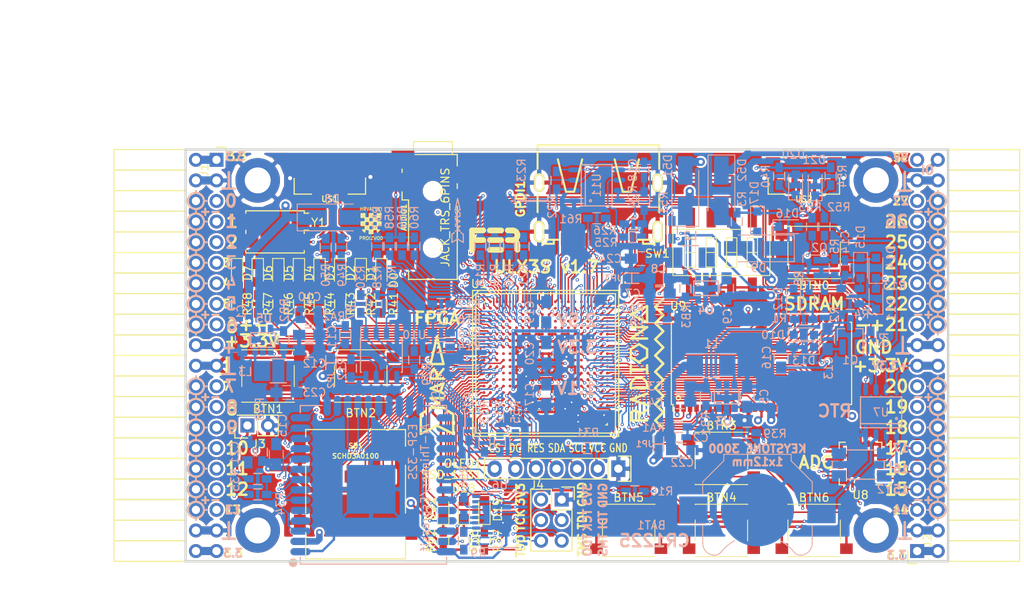
<source format=kicad_pcb>
(kicad_pcb (version 4) (host pcbnew 4.0.7+dfsg1-1)
  (layers (0 F.Cu signal) (1 In1.Cu signal) (2 In2.Cu signal) (31 B.Cu signal) (34 B.Paste user) (35 F.Paste user) (36 B.SilkS user) (37 F.SilkS user) (38 B.Mask user) (39 F.Mask user) (44 Edge.Cuts user))
  (net 0 "")
  (net 1 GND)
  (net 2 +5V)
  (net 3 /gpio/IN5V)
  (net 4 /gpio/OUT5V)
  (net 5 +3V3)
  (net 6 BTN_D)
  (net 7 BTN_F1)
  (net 8 BTN_F2)
  (net 9 BTN_L)
  (net 10 BTN_R)
  (net 11 BTN_U)
  (net 12 /power/FB1)
  (net 13 +2V5)
  (net 14 /power/PWREN)
  (net 15 /power/FB3)
  (net 16 /power/FB2)
  (net 17 "Net-(D9-Pad1)")
  (net 18 /power/VBAT)
  (net 19 JTAG_TDI)
  (net 20 JTAG_TCK)
  (net 21 JTAG_TMS)
  (net 22 JTAG_TDO)
  (net 23 /power/WAKEUPn)
  (net 24 /power/WKUP)
  (net 25 /power/SHUT)
  (net 26 /power/WAKE)
  (net 27 /power/HOLD)
  (net 28 /power/WKn)
  (net 29 /power/OSCI_32k)
  (net 30 /power/OSCO_32k)
  (net 31 "Net-(Q2-Pad3)")
  (net 32 SHUTDOWN)
  (net 33 /analog/AUDIO_L)
  (net 34 /analog/AUDIO_R)
  (net 35 GPDI_5V_SCL)
  (net 36 GPDI_5V_SDA)
  (net 37 GPDI_SDA)
  (net 38 GPDI_SCL)
  (net 39 /gpdi/VREF2)
  (net 40 SD_CMD)
  (net 41 SD_CLK)
  (net 42 SD_D0)
  (net 43 SD_D1)
  (net 44 USB5V)
  (net 45 GPDI_CEC)
  (net 46 nRESET)
  (net 47 FTDI_nDTR)
  (net 48 SDRAM_CKE)
  (net 49 SDRAM_A7)
  (net 50 SDRAM_D15)
  (net 51 SDRAM_BA1)
  (net 52 SDRAM_D7)
  (net 53 SDRAM_A6)
  (net 54 SDRAM_CLK)
  (net 55 SDRAM_D13)
  (net 56 SDRAM_BA0)
  (net 57 SDRAM_D6)
  (net 58 SDRAM_A5)
  (net 59 SDRAM_D14)
  (net 60 SDRAM_A11)
  (net 61 SDRAM_D12)
  (net 62 SDRAM_D5)
  (net 63 SDRAM_A4)
  (net 64 SDRAM_A10)
  (net 65 SDRAM_D11)
  (net 66 SDRAM_A3)
  (net 67 SDRAM_D4)
  (net 68 SDRAM_D10)
  (net 69 SDRAM_D9)
  (net 70 SDRAM_A9)
  (net 71 SDRAM_D3)
  (net 72 SDRAM_D8)
  (net 73 SDRAM_A8)
  (net 74 SDRAM_A2)
  (net 75 SDRAM_A1)
  (net 76 SDRAM_A0)
  (net 77 SDRAM_D2)
  (net 78 SDRAM_D1)
  (net 79 SDRAM_D0)
  (net 80 SDRAM_DQM0)
  (net 81 SDRAM_nCS)
  (net 82 SDRAM_nRAS)
  (net 83 SDRAM_DQM1)
  (net 84 SDRAM_nCAS)
  (net 85 SDRAM_nWE)
  (net 86 /flash/FLASH_nWP)
  (net 87 /flash/FLASH_nHOLD)
  (net 88 /flash/FLASH_MOSI)
  (net 89 /flash/FLASH_MISO)
  (net 90 /flash/FLASH_SCK)
  (net 91 /flash/FLASH_nCS)
  (net 92 /flash/FPGA_PROGRAMN)
  (net 93 /flash/FPGA_DONE)
  (net 94 /flash/FPGA_INITN)
  (net 95 OLED_RES)
  (net 96 OLED_DC)
  (net 97 OLED_CS)
  (net 98 WIFI_EN)
  (net 99 FTDI_nRTS)
  (net 100 FTDI_TXD)
  (net 101 FTDI_RXD)
  (net 102 WIFI_RXD)
  (net 103 WIFI_GPIO0)
  (net 104 WIFI_TXD)
  (net 105 GPDI_ETH-)
  (net 106 GPDI_ETH+)
  (net 107 GPDI_D2+)
  (net 108 GPDI_D2-)
  (net 109 GPDI_D1+)
  (net 110 GPDI_D1-)
  (net 111 GPDI_D0+)
  (net 112 GPDI_D0-)
  (net 113 GPDI_CLK+)
  (net 114 GPDI_CLK-)
  (net 115 USB_FTDI_D+)
  (net 116 USB_FTDI_D-)
  (net 117 J1_17-)
  (net 118 J1_17+)
  (net 119 J1_23-)
  (net 120 J1_23+)
  (net 121 J1_25-)
  (net 122 J1_25+)
  (net 123 J1_27-)
  (net 124 J1_27+)
  (net 125 J1_29-)
  (net 126 J1_29+)
  (net 127 J1_31-)
  (net 128 J1_31+)
  (net 129 J1_33-)
  (net 130 J1_33+)
  (net 131 J1_35-)
  (net 132 J1_35+)
  (net 133 J2_5-)
  (net 134 J2_5+)
  (net 135 J2_7-)
  (net 136 J2_7+)
  (net 137 J2_9-)
  (net 138 J2_9+)
  (net 139 J2_13-)
  (net 140 J2_13+)
  (net 141 J2_17-)
  (net 142 J2_17+)
  (net 143 J2_11-)
  (net 144 J2_11+)
  (net 145 J2_23-)
  (net 146 J2_23+)
  (net 147 J1_5-)
  (net 148 J1_5+)
  (net 149 J1_7-)
  (net 150 J1_7+)
  (net 151 J1_9-)
  (net 152 J1_9+)
  (net 153 J1_11-)
  (net 154 J1_11+)
  (net 155 J1_13-)
  (net 156 J1_13+)
  (net 157 J1_15-)
  (net 158 J1_15+)
  (net 159 J2_15-)
  (net 160 J2_15+)
  (net 161 J2_25-)
  (net 162 J2_25+)
  (net 163 J2_27-)
  (net 164 J2_27+)
  (net 165 J2_29-)
  (net 166 J2_29+)
  (net 167 J2_31-)
  (net 168 J2_31+)
  (net 169 J2_33-)
  (net 170 J2_33+)
  (net 171 J2_35-)
  (net 172 J2_35+)
  (net 173 SD_D3)
  (net 174 AUDIO_L3)
  (net 175 AUDIO_L2)
  (net 176 AUDIO_L1)
  (net 177 AUDIO_L0)
  (net 178 AUDIO_R3)
  (net 179 AUDIO_R2)
  (net 180 AUDIO_R1)
  (net 181 AUDIO_R0)
  (net 182 OLED_CLK)
  (net 183 OLED_MOSI)
  (net 184 LED0)
  (net 185 LED1)
  (net 186 LED2)
  (net 187 LED3)
  (net 188 LED4)
  (net 189 LED5)
  (net 190 LED6)
  (net 191 LED7)
  (net 192 BTN_PWRn)
  (net 193 FTDI_nTXLED)
  (net 194 FTDI_nSLEEP)
  (net 195 /blinkey/LED_PWREN)
  (net 196 /blinkey/LED_TXLED)
  (net 197 FT3V3)
  (net 198 /sdcard/SD3V3)
  (net 199 SD_D2)
  (net 200 CLK_25MHz)
  (net 201 /blinkey/BTNPUL)
  (net 202 /blinkey/BTNPUR)
  (net 203 USB_FPGA_D+)
  (net 204 /power/FTDI_nSUSPEND)
  (net 205 /blinkey/ALED0)
  (net 206 /blinkey/ALED1)
  (net 207 /blinkey/ALED2)
  (net 208 /blinkey/ALED3)
  (net 209 /blinkey/ALED4)
  (net 210 /blinkey/ALED5)
  (net 211 /blinkey/ALED6)
  (net 212 /blinkey/ALED7)
  (net 213 /usb/FTD-)
  (net 214 /usb/FTD+)
  (net 215 ADC_MISO)
  (net 216 ADC_MOSI)
  (net 217 ADC_CSn)
  (net 218 ADC_SCLK)
  (net 219 "Net-(R51-Pad2)")
  (net 220 SW3)
  (net 221 SW2)
  (net 222 SW1)
  (net 223 SW0)
  (net 224 USB_FPGA_D-)
  (net 225 /usb/FPD+)
  (net 226 /usb/FPD-)
  (net 227 WIFI_GPIO16)
  (net 228 WIFI_GPIO15)
  (net 229 /usb/ANT_433MHz)
  (net 230 /power/PWRBTn)
  (net 231 PROG_DONE)
  (net 232 /power/P3V3)
  (net 233 /power/P2V5)
  (net 234 /power/L1)
  (net 235 /power/L3)
  (net 236 /power/L2)
  (net 237 FTDI_TXDEN)
  (net 238 /wifi/WIFIOFF)
  (net 239 SDRAM_A12)
  (net 240 /analog/AUDIO_V)
  (net 241 AUDIO_V3)
  (net 242 AUDIO_V2)
  (net 243 AUDIO_V1)
  (net 244 AUDIO_V0)
  (net 245 /gpdi/FPGA_CEC)
  (net 246 /blinkey/LED_WIFI)
  (net 247 WIFI_GPIO2)
  (net 248 /power/P1V1)
  (net 249 +1V1)
  (module Socket_Strips:Socket_Strip_Angled_2x20 (layer F.Cu) (at 97.91 62.69 270)
    (fp_text reference J1 (at 1.27 1.524 270) (layer F.SilkS))
    (fp_text value CONN_02X20 hide)
    (pad 1 thru_hole rect (at 0 0 270) (size 1.7272 1.7272) (drill 1.016) (layers *.Cu *.Mask) (net 5 +3V3))
    (pad 2 thru_hole oval (at 0 2.54 270) (size 1.7272 1.7272) (drill 1.016) (layers *.Cu *.Mask) (net 5 +3V3))
    (pad 3 thru_hole oval (at 2.54 0 270) (size 1.7272 1.7272) (drill 1.016) (layers *.Cu *.Mask) (net 1 GND))
    (pad 4 thru_hole oval (at 2.54 2.54 270) (size 1.7272 1.7272) (drill 1.016) (layers *.Cu *.Mask) (net 1 GND))
    (pad 5 thru_hole oval (at 5.08 0 270) (size 1.7272 1.7272) (drill 1.016) (layers *.Cu *.Mask) (net 147 J1_5-))
    (pad 6 thru_hole oval (at 5.08 2.54 270) (size 1.7272 1.7272) (drill 1.016) (layers *.Cu *.Mask) (net 148 J1_5+))
    (pad 7 thru_hole oval (at 7.62 0 270) (size 1.7272 1.7272) (drill 1.016) (layers *.Cu *.Mask) (net 149 J1_7-))
    (pad 8 thru_hole oval (at 7.62 2.54 270) (size 1.7272 1.7272) (drill 1.016) (layers *.Cu *.Mask) (net 150 J1_7+))
    (pad 9 thru_hole oval (at 10.16 0 270) (size 1.7272 1.7272) (drill 1.016) (layers *.Cu *.Mask) (net 151 J1_9-))
    (pad 10 thru_hole oval (at 10.16 2.54 270) (size 1.7272 1.7272) (drill 1.016) (layers *.Cu *.Mask) (net 152 J1_9+))
    (pad 11 thru_hole oval (at 12.7 0 270) (size 1.7272 1.7272) (drill 1.016) (layers *.Cu *.Mask) (net 153 J1_11-))
    (pad 12 thru_hole oval (at 12.7 2.54 270) (size 1.7272 1.7272) (drill 1.016) (layers *.Cu *.Mask) (net 154 J1_11+))
    (pad 13 thru_hole oval (at 15.24 0 270) (size 1.7272 1.7272) (drill 1.016) (layers *.Cu *.Mask) (net 155 J1_13-))
    (pad 14 thru_hole oval (at 15.24 2.54 270) (size 1.7272 1.7272) (drill 1.016) (layers *.Cu *.Mask) (net 156 J1_13+))
    (pad 15 thru_hole oval (at 17.78 0 270) (size 1.7272 1.7272) (drill 1.016) (layers *.Cu *.Mask) (net 157 J1_15-))
    (pad 16 thru_hole oval (at 17.78 2.54 270) (size 1.7272 1.7272) (drill 1.016) (layers *.Cu *.Mask) (net 158 J1_15+))
    (pad 17 thru_hole oval (at 20.32 0 270) (size 1.7272 1.7272) (drill 1.016) (layers *.Cu *.Mask) (net 117 J1_17-))
    (pad 18 thru_hole oval (at 20.32 2.54 270) (size 1.7272 1.7272) (drill 1.016) (layers *.Cu *.Mask) (net 118 J1_17+))
    (pad 19 thru_hole oval (at 22.86 0 270) (size 1.7272 1.7272) (drill 1.016) (layers *.Cu *.Mask) (net 5 +3V3))
    (pad 20 thru_hole oval (at 22.86 2.54 270) (size 1.7272 1.7272) (drill 1.016) (layers *.Cu *.Mask) (net 5 +3V3))
    (pad 21 thru_hole oval (at 25.4 0 270) (size 1.7272 1.7272) (drill 1.016) (layers *.Cu *.Mask) (net 1 GND))
    (pad 22 thru_hole oval (at 25.4 2.54 270) (size 1.7272 1.7272) (drill 1.016) (layers *.Cu *.Mask) (net 1 GND))
    (pad 23 thru_hole oval (at 27.94 0 270) (size 1.7272 1.7272) (drill 1.016) (layers *.Cu *.Mask) (net 119 J1_23-))
    (pad 24 thru_hole oval (at 27.94 2.54 270) (size 1.7272 1.7272) (drill 1.016) (layers *.Cu *.Mask) (net 120 J1_23+))
    (pad 25 thru_hole oval (at 30.48 0 270) (size 1.7272 1.7272) (drill 1.016) (layers *.Cu *.Mask) (net 121 J1_25-))
    (pad 26 thru_hole oval (at 30.48 2.54 270) (size 1.7272 1.7272) (drill 1.016) (layers *.Cu *.Mask) (net 122 J1_25+))
    (pad 27 thru_hole oval (at 33.02 0 270) (size 1.7272 1.7272) (drill 1.016) (layers *.Cu *.Mask) (net 123 J1_27-))
    (pad 28 thru_hole oval (at 33.02 2.54 270) (size 1.7272 1.7272) (drill 1.016) (layers *.Cu *.Mask) (net 124 J1_27+))
    (pad 29 thru_hole oval (at 35.56 0 270) (size 1.7272 1.7272) (drill 1.016) (layers *.Cu *.Mask) (net 125 J1_29-))
    (pad 30 thru_hole oval (at 35.56 2.54 270) (size 1.7272 1.7272) (drill 1.016) (layers *.Cu *.Mask) (net 126 J1_29+))
    (pad 31 thru_hole oval (at 38.1 0 270) (size 1.7272 1.7272) (drill 1.016) (layers *.Cu *.Mask) (net 127 J1_31-))
    (pad 32 thru_hole oval (at 38.1 2.54 270) (size 1.7272 1.7272) (drill 1.016) (layers *.Cu *.Mask) (net 128 J1_31+))
    (pad 33 thru_hole oval (at 40.64 0 270) (size 1.7272 1.7272) (drill 1.016) (layers *.Cu *.Mask) (net 129 J1_33-))
    (pad 34 thru_hole oval (at 40.64 2.54 270) (size 1.7272 1.7272) (drill 1.016) (layers *.Cu *.Mask) (net 130 J1_33+))
    (pad 35 thru_hole oval (at 43.18 0 270) (size 1.7272 1.7272) (drill 1.016) (layers *.Cu *.Mask) (net 131 J1_35-))
    (pad 36 thru_hole oval (at 43.18 2.54 270) (size 1.7272 1.7272) (drill 1.016) (layers *.Cu *.Mask) (net 132 J1_35+))
    (pad 37 thru_hole oval (at 45.72 0 270) (size 1.7272 1.7272) (drill 1.016) (layers *.Cu *.Mask) (net 1 GND))
    (pad 38 thru_hole oval (at 45.72 2.54 270) (size 1.7272 1.7272) (drill 1.016) (layers *.Cu *.Mask) (net 1 GND))
    (pad 39 thru_hole oval (at 48.26 0 270) (size 1.7272 1.7272) (drill 1.016) (layers *.Cu *.Mask) (net 5 +3V3))
    (pad 40 thru_hole oval (at 48.26 2.54 270) (size 1.7272 1.7272) (drill 1.016) (layers *.Cu *.Mask) (net 5 +3V3))
  )
  (module SMD_Packages:1Pin (layer F.Cu) (at 182.67515 111.637626)
    (fp_text reference AE1 hide)
    (fp_text value 433MHz hide)
    (pad 1 smd rect (at 0 0) (size 0.5 0.5) (layers B.Cu F.Paste F.Mask) (net 229 /usb/ANT_433MHz))
  )
  (module Resistors_SMD:R_0603_HandSoldering (layer B.Cu) (at 103.498 98.758 90)
    (fp_text reference R38 (at 5.334 -0.254 90) (layer B.SilkS) (effects (justify mirror)))
    (fp_text value 0.47)
    (pad 1 smd rect (at -1.1 0 90) (size 1.2 0.9) (layers B.Cu B.Paste B.Mask) (net 198 /sdcard/SD3V3))
    (pad 2 smd rect (at 1.1 0 90) (size 1.2 0.9) (layers B.Cu B.Paste B.Mask) (net 5 +3V3))
  )
  (module jumper:SOLDER-JUMPER_1-WAY (layer B.Cu) (at 152.393 97.742 270)
    (fp_text reference JP1 (at 0 1.778 360) (layer B.SilkS) (effects (font (size 0.762 0.762) (thickness 0.1524)) (justify mirror)))
    (fp_text value 1.2 hide)
    (pad 1 smd rect (at -0.6 0 270) (size 1 1) (layers B.Cu B.Paste B.Mask) (net 248 /power/P1V1))
    (pad 2 smd rect (at 0.6 0 270) (size 1 1) (layers B.Cu B.Paste B.Mask) (net 249 +1V1))
  )
  (module ESP32-footprints-Lib:ESP-32S (layer B.Cu) (at 117.313 101.513)
    (fp_text reference U2 (at 7.902 -9.613 180) (layer B.SilkS) (effects (justify mirror)))
    (fp_text value ESP-32S)
    (fp_text user AI-Thinker/Espressif (at 6.3 1.6 270) (layer B.SilkS) (effects (justify mirror)))
    (fp_text user ESP-32S (at 4.8 -2.8 270) (layer B.SilkS) (effects (justify mirror)))
    (pad 38 smd oval (at 8.947434 9.517338 180) (size 2.5 0.9) (layers B.Cu B.Paste B.Mask) (net 1 GND))
    (pad 37 smd oval (at 8.947434 8.247338 180) (size 2.5 0.9) (layers B.Cu B.Paste B.Mask) (net 19 JTAG_TDI))
    (pad 36 smd oval (at 8.947434 6.977338 180) (size 2.5 0.9) (layers B.Cu B.Paste B.Mask) (net 231 PROG_DONE))
    (pad 35 smd oval (at 8.947434 5.707338 180) (size 2.5 0.9) (layers B.Cu B.Paste B.Mask) (net 104 WIFI_TXD))
    (pad 34 smd oval (at 8.947434 4.437338 180) (size 2.5 0.9) (layers B.Cu B.Paste B.Mask) (net 102 WIFI_RXD))
    (pad 33 smd oval (at 8.947434 3.167338 180) (size 2.5 0.9) (layers B.Cu B.Paste B.Mask) (net 21 JTAG_TMS))
    (pad 32 smd oval (at 8.947434 1.897338 180) (size 2.5 0.9) (layers B.Cu B.Paste B.Mask))
    (pad 31 smd oval (at 8.947434 0.627338 180) (size 2.5 0.9) (layers B.Cu B.Paste B.Mask) (net 22 JTAG_TDO))
    (pad 30 smd oval (at 8.947434 -0.642662 180) (size 2.5 0.9) (layers B.Cu B.Paste B.Mask) (net 20 JTAG_TCK))
    (pad 29 smd oval (at 8.947434 -1.912662 180) (size 2.5 0.9) (layers B.Cu B.Paste B.Mask))
    (pad 28 smd oval (at 8.947434 -3.182662 180) (size 2.5 0.9) (layers B.Cu B.Paste B.Mask))
    (pad 27 smd oval (at 8.947434 -4.452662 180) (size 2.5 0.9) (layers B.Cu B.Paste B.Mask) (net 227 WIFI_GPIO16))
    (pad 26 smd oval (at 8.947434 -5.722662 180) (size 2.5 0.9) (layers B.Cu B.Paste B.Mask))
    (pad 25 smd oval (at 8.947434 -6.992662 180) (size 2.5 0.9) (layers B.Cu B.Paste B.Mask) (net 103 WIFI_GPIO0))
    (pad 24 smd oval (at 5.662434 -8.482662 180) (size 0.9 2.5) (layers B.Cu B.Paste B.Mask) (net 247 WIFI_GPIO2))
    (pad 23 smd oval (at 4.392434 -8.482662 180) (size 0.9 2.5) (layers B.Cu B.Paste B.Mask) (net 228 WIFI_GPIO15))
    (pad 22 smd oval (at 3.122434 -8.482662 180) (size 0.9 2.5) (layers B.Cu B.Paste B.Mask) (net 43 SD_D1))
    (pad 21 smd oval (at 1.852434 -8.482662 180) (size 0.9 2.5) (layers B.Cu B.Paste B.Mask) (net 42 SD_D0))
    (pad 20 smd oval (at 0.582434 -8.482662 180) (size 0.9 2.5) (layers B.Cu B.Paste B.Mask) (net 41 SD_CLK))
    (pad 19 smd oval (at -0.687566 -8.482662 180) (size 0.9 2.5) (layers B.Cu B.Paste B.Mask) (net 40 SD_CMD))
    (pad 18 smd oval (at -1.957566 -8.482662 180) (size 0.9 2.5) (layers B.Cu B.Paste B.Mask) (net 173 SD_D3))
    (pad 17 smd oval (at -3.227566 -8.482662 180) (size 0.9 2.5) (layers B.Cu B.Paste B.Mask) (net 199 SD_D2))
    (pad 16 smd oval (at -4.497566 -8.482662 180) (size 0.9 2.5) (layers B.Cu B.Paste B.Mask) (net 123 J1_27-))
    (pad 15 smd oval (at -5.767566 -8.482662 180) (size 0.9 2.5) (layers B.Cu B.Paste B.Mask) (net 1 GND))
    (pad 14 smd oval (at -9.052566 -6.992662 180) (size 2.5 0.9) (layers B.Cu B.Paste B.Mask) (net 124 J1_27+))
    (pad 13 smd oval (at -9.052566 -5.722662 180) (size 2.5 0.9) (layers B.Cu B.Paste B.Mask) (net 125 J1_29-))
    (pad 12 smd oval (at -9.052566 -4.452662 180) (size 2.5 0.9) (layers B.Cu B.Paste B.Mask) (net 126 J1_29+))
    (pad 11 smd oval (at -9.052566 -3.182662 180) (size 2.5 0.9) (layers B.Cu B.Paste B.Mask) (net 127 J1_31-))
    (pad 10 smd oval (at -9.052566 -1.912662 180) (size 2.5 0.9) (layers B.Cu B.Paste B.Mask) (net 128 J1_31+))
    (pad 9 smd oval (at -9.052566 -0.642662 180) (size 2.5 0.9) (layers B.Cu B.Paste B.Mask) (net 129 J1_33-))
    (pad 8 smd oval (at -9.052566 0.627338 180) (size 2.5 0.9) (layers B.Cu B.Paste B.Mask) (net 130 J1_33+))
    (pad 7 smd oval (at -9.052566 1.897338 180) (size 2.5 0.9) (layers B.Cu B.Paste B.Mask) (net 131 J1_35-))
    (pad 6 smd oval (at -9.052566 3.167338 180) (size 2.5 0.9) (layers B.Cu B.Paste B.Mask) (net 132 J1_35+))
    (pad 5 smd oval (at -9.052566 4.437338 180) (size 2.5 0.9) (layers B.Cu B.Paste B.Mask))
    (pad 4 smd oval (at -9.052566 5.707338 180) (size 2.5 0.9) (layers B.Cu B.Paste B.Mask))
    (pad 3 smd oval (at -9.052566 6.977338 180) (size 2.5 0.9) (layers B.Cu B.Paste B.Mask) (net 98 WIFI_EN))
    (pad 2 smd oval (at -9.052566 8.247338 180) (size 2.5 0.9) (layers B.Cu B.Paste B.Mask) (net 5 +3V3))
    (pad 1 smd oval (at -9.052566 9.517338 180) (size 2.5 0.9) (layers B.Cu B.Paste B.Mask) (net 1 GND))
    (pad 39 smd rect (at -0.352566 1.817338 180) (size 6 6) (layers B.Cu B.Paste B.Mask) (net 1 GND))
  )
  (module Diodes_SMD:D_SMA_Handsoldering (layer B.Cu) (at 155.695 66.5 90)
    (fp_text reference D51 (at 3.048 -2.159 90) (layer B.SilkS) (effects (justify mirror)))
    (fp_text value STPS2L30AF hide)
    (pad 1 smd rect (at -2.5 0 90) (size 3.5 1.8) (layers B.Cu B.Paste B.Mask) (net 2 +5V))
    (pad 2 smd rect (at 2.5 0 90) (size 3.5 1.8) (layers B.Cu B.Paste B.Mask) (net 3 /gpio/IN5V))
  )
  (module Resistors_SMD:R_0603_HandSoldering (layer B.Cu) (at 154.044 71.326 90)
    (fp_text reference R51 (at 3.302 -1.016 90) (layer B.SilkS) (effects (justify mirror)))
    (fp_text value 150)
    (pad 1 smd rect (at -1.1 0 90) (size 1.2 0.9) (layers B.Cu B.Paste B.Mask) (net 5 +3V3))
    (pad 2 smd rect (at 1.1 0 90) (size 1.2 0.9) (layers B.Cu B.Paste B.Mask) (net 219 "Net-(R51-Pad2)"))
  )
  (module Resistors_SMD:R_1210_HandSoldering (layer B.Cu) (at 158.87 88.09 180)
    (fp_text reference L1 (at 0 2.7 180) (layer B.SilkS) (effects (justify mirror)))
    (fp_text value 2.2uH)
    (pad 1 smd rect (at -2 0 180) (size 2 2.5) (layers B.Cu B.Paste B.Mask) (net 234 /power/L1))
    (pad 2 smd rect (at 2 0 180) (size 2 2.5) (layers B.Cu B.Paste B.Mask) (net 248 /power/P1V1))
  )
  (module TSOT-25:TSOT-25 (layer B.Cu) (at 160.775 91.9)
    (fp_text reference U3 (at -0.381 3.048) (layer B.SilkS) (effects (font (thickness 0.2)) (justify mirror)))
    (fp_text value AP3429A)
    (pad 1 smd rect (at -0.95 -1.3) (size 0.7 1.2) (layers B.Cu B.Paste B.Mask) (net 14 /power/PWREN))
    (pad 2 smd rect (at 0 -1.3) (size 0.7 1.2) (layers B.Cu B.Paste B.Mask) (net 1 GND))
    (pad 3 smd rect (at 0.95 -1.3) (size 0.7 1.2) (layers B.Cu B.Paste B.Mask) (net 234 /power/L1))
    (pad 4 smd rect (at 0.95 1.3) (size 0.7 1.2) (layers B.Cu B.Paste B.Mask) (net 2 +5V))
    (pad 5 smd rect (at -0.95 1.3) (size 0.7 1.2) (layers B.Cu B.Paste B.Mask) (net 12 /power/FB1))
  )
  (module Resistors_SMD:R_1210_HandSoldering (layer B.Cu) (at 156.33 74.755 180)
    (fp_text reference L2 (at 0 2.7 180) (layer B.SilkS) (effects (justify mirror)))
    (fp_text value 2.2uH)
    (pad 1 smd rect (at -2 0 180) (size 2 2.5) (layers B.Cu B.Paste B.Mask) (net 235 /power/L3))
    (pad 2 smd rect (at 2 0 180) (size 2 2.5) (layers B.Cu B.Paste B.Mask) (net 232 /power/P3V3))
  )
  (module TSOT-25:TSOT-25 (layer B.Cu) (at 158.235 78.535)
    (fp_text reference U4 (at 0 2.697) (layer B.SilkS) (effects (font (thickness 0.2)) (justify mirror)))
    (fp_text value AP3429A)
    (pad 1 smd rect (at -0.95 -1.3) (size 0.7 1.2) (layers B.Cu B.Paste B.Mask) (net 14 /power/PWREN))
    (pad 2 smd rect (at 0 -1.3) (size 0.7 1.2) (layers B.Cu B.Paste B.Mask) (net 1 GND))
    (pad 3 smd rect (at 0.95 -1.3) (size 0.7 1.2) (layers B.Cu B.Paste B.Mask) (net 235 /power/L3))
    (pad 4 smd rect (at 0.95 1.3) (size 0.7 1.2) (layers B.Cu B.Paste B.Mask) (net 2 +5V))
    (pad 5 smd rect (at -0.95 1.3) (size 0.7 1.2) (layers B.Cu B.Paste B.Mask) (net 15 /power/FB3))
  )
  (module Resistors_SMD:R_1210_HandSoldering (layer B.Cu) (at 105.53 88.725)
    (fp_text reference L3 (at -4.064 0.127) (layer B.SilkS) (effects (justify mirror)))
    (fp_text value 2.2uH)
    (pad 1 smd rect (at -2 0) (size 2 2.5) (layers B.Cu B.Paste B.Mask) (net 236 /power/L2))
    (pad 2 smd rect (at 2 0) (size 2 2.5) (layers B.Cu B.Paste B.Mask) (net 233 /power/P2V5))
  )
  (module TSOT-25:TSOT-25 (layer B.Cu) (at 103.625 84.915 180)
    (fp_text reference U5 (at -0.127 2.667 180) (layer B.SilkS) (effects (font (thickness 0.2)) (justify mirror)))
    (fp_text value AP3429A)
    (pad 1 smd rect (at -0.95 -1.3 180) (size 0.7 1.2) (layers B.Cu B.Paste B.Mask) (net 14 /power/PWREN))
    (pad 2 smd rect (at 0 -1.3 180) (size 0.7 1.2) (layers B.Cu B.Paste B.Mask) (net 1 GND))
    (pad 3 smd rect (at 0.95 -1.3 180) (size 0.7 1.2) (layers B.Cu B.Paste B.Mask) (net 236 /power/L2))
    (pad 4 smd rect (at 0.95 1.3 180) (size 0.7 1.2) (layers B.Cu B.Paste B.Mask) (net 2 +5V))
    (pad 5 smd rect (at -0.95 1.3 180) (size 0.7 1.2) (layers B.Cu B.Paste B.Mask) (net 16 /power/FB2))
  )
  (module Capacitors_SMD:C_0805_HandSoldering (layer B.Cu) (at 101.085 84.915 270)
    (fp_text reference C1 (at -3.429 0.127 270) (layer B.SilkS) (effects (justify mirror)))
    (fp_text value 22uF)
    (pad 1 smd rect (at -1.25 0 270) (size 1.5 1.25) (layers B.Cu B.Paste B.Mask) (net 2 +5V))
    (pad 2 smd rect (at 1.25 0 270) (size 1.5 1.25) (layers B.Cu B.Paste B.Mask) (net 1 GND))
  )
  (module Capacitors_SMD:C_0805_HandSoldering (layer B.Cu) (at 155.06 90.63)
    (fp_text reference C3 (at -3.048 0) (layer B.SilkS) (effects (justify mirror)))
    (fp_text value 22uF)
    (pad 1 smd rect (at -1.25 0) (size 1.5 1.25) (layers B.Cu B.Paste B.Mask) (net 248 /power/P1V1))
    (pad 2 smd rect (at 1.25 0) (size 1.5 1.25) (layers B.Cu B.Paste B.Mask) (net 1 GND))
  )
  (module Capacitors_SMD:C_0805_HandSoldering (layer B.Cu) (at 155.06 92.535)
    (fp_text reference C4 (at -3.048 0.127) (layer B.SilkS) (effects (justify mirror)))
    (fp_text value 22uF)
    (pad 1 smd rect (at -1.25 0) (size 1.5 1.25) (layers B.Cu B.Paste B.Mask) (net 248 /power/P1V1))
    (pad 2 smd rect (at 1.25 0) (size 1.5 1.25) (layers B.Cu B.Paste B.Mask) (net 1 GND))
  )
  (module Capacitors_SMD:C_0805_HandSoldering (layer B.Cu) (at 163.315 91.9 90)
    (fp_text reference C5 (at 0 2.1 90) (layer B.SilkS) (effects (justify mirror)))
    (fp_text value 22uF)
    (pad 1 smd rect (at -1.25 0 90) (size 1.5 1.25) (layers B.Cu B.Paste B.Mask) (net 2 +5V))
    (pad 2 smd rect (at 1.25 0 90) (size 1.5 1.25) (layers B.Cu B.Paste B.Mask) (net 1 GND))
  )
  (module Capacitors_SMD:C_0805_HandSoldering (layer B.Cu) (at 152.52 79.2)
    (fp_text reference C7 (at -3.302 0) (layer B.SilkS) (effects (justify mirror)))
    (fp_text value 22uF)
    (pad 1 smd rect (at -1.25 0) (size 1.5 1.25) (layers B.Cu B.Paste B.Mask) (net 232 /power/P3V3))
    (pad 2 smd rect (at 1.25 0) (size 1.5 1.25) (layers B.Cu B.Paste B.Mask) (net 1 GND))
  )
  (module Capacitors_SMD:C_0805_HandSoldering (layer B.Cu) (at 152.52 77.295)
    (fp_text reference C8 (at -0.127 -1.143) (layer B.SilkS) (effects (justify mirror)))
    (fp_text value 22uF)
    (pad 1 smd rect (at -1.25 0) (size 1.5 1.25) (layers B.Cu B.Paste B.Mask) (net 232 /power/P3V3))
    (pad 2 smd rect (at 1.25 0) (size 1.5 1.25) (layers B.Cu B.Paste B.Mask) (net 1 GND))
  )
  (module Capacitors_SMD:C_0805_HandSoldering (layer B.Cu) (at 160.775 78.565 90)
    (fp_text reference C9 (at -3.429 0.127 90) (layer B.SilkS) (effects (justify mirror)))
    (fp_text value 22uF)
    (pad 1 smd rect (at -1.25 0 90) (size 1.5 1.25) (layers B.Cu B.Paste B.Mask) (net 2 +5V))
    (pad 2 smd rect (at 1.25 0 90) (size 1.5 1.25) (layers B.Cu B.Paste B.Mask) (net 1 GND))
  )
  (module Capacitors_SMD:C_0805_HandSoldering (layer B.Cu) (at 109.34 84.28 180)
    (fp_text reference C11 (at -2.794 -0.254 270) (layer B.SilkS) (effects (justify mirror)))
    (fp_text value 22uF)
    (pad 1 smd rect (at -1.25 0 180) (size 1.5 1.25) (layers B.Cu B.Paste B.Mask) (net 233 /power/P2V5))
    (pad 2 smd rect (at 1.25 0 180) (size 1.5 1.25) (layers B.Cu B.Paste B.Mask) (net 1 GND))
  )
  (module Capacitors_SMD:C_0805_HandSoldering (layer B.Cu) (at 109.34 86.185 180)
    (fp_text reference C12 (at -0.635 -1.615 360) (layer B.SilkS) (effects (justify mirror)))
    (fp_text value 22uF)
    (pad 1 smd rect (at -1.25 0 180) (size 1.5 1.25) (layers B.Cu B.Paste B.Mask) (net 233 /power/P2V5))
    (pad 2 smd rect (at 1.25 0 180) (size 1.5 1.25) (layers B.Cu B.Paste B.Mask) (net 1 GND))
  )
  (module Capacitors_SMD:C_0805_HandSoldering (layer B.Cu) (at 173.221 84.788 90)
    (fp_text reference C13 (at -3.556 0.127 90) (layer B.SilkS) (effects (justify mirror)))
    (fp_text value 2.2uF)
    (pad 1 smd rect (at -1.25 0 90) (size 1.5 1.25) (layers B.Cu B.Paste B.Mask) (net 2 +5V))
    (pad 2 smd rect (at 1.25 0 90) (size 1.5 1.25) (layers B.Cu B.Paste B.Mask) (net 24 /power/WKUP))
  )
  (module TSOP54:TSOP54 (layer F.Cu) (at 165.08 87.8 90)
    (fp_text reference U9 (at 7.076 -10.274 180) (layer F.SilkS))
    (fp_text value MT48LC4M16A2TG)
    (pad 28 smd rect (at 5.53 10.4 90) (size 0.9 0.56) (layers F.Cu F.Paste F.Mask) (net 1 GND))
    (pad 1 smd rect (at -5.53 -10.4 90) (size 0.9 0.56) (layers F.Cu F.Paste F.Mask) (net 5 +3V3))
    (pad 2 smd rect (at -5.53 -9.6 90) (size 0.9 0.56) (layers F.Cu F.Paste F.Mask) (net 79 SDRAM_D0))
    (pad 3 smd rect (at -5.53 -8.8 90) (size 0.9 0.56) (layers F.Cu F.Paste F.Mask) (net 5 +3V3))
    (pad 4 smd rect (at -5.53 -8 90) (size 0.9 0.56) (layers F.Cu F.Paste F.Mask) (net 78 SDRAM_D1))
    (pad 5 smd rect (at -5.53 -7.2 90) (size 0.9 0.56) (layers F.Cu F.Paste F.Mask) (net 77 SDRAM_D2))
    (pad 6 smd rect (at -5.53 -6.4 90) (size 0.9 0.56) (layers F.Cu F.Paste F.Mask) (net 1 GND))
    (pad 7 smd rect (at -5.53 -5.6 90) (size 0.9 0.56) (layers F.Cu F.Paste F.Mask) (net 71 SDRAM_D3))
    (pad 8 smd rect (at -5.53 -4.8 90) (size 0.9 0.56) (layers F.Cu F.Paste F.Mask) (net 67 SDRAM_D4))
    (pad 9 smd rect (at -5.53 -4 90) (size 0.9 0.56) (layers F.Cu F.Paste F.Mask) (net 5 +3V3))
    (pad 10 smd rect (at -5.53 -3.2 90) (size 0.9 0.56) (layers F.Cu F.Paste F.Mask) (net 62 SDRAM_D5))
    (pad 11 smd rect (at -5.53 -2.4 90) (size 0.9 0.56) (layers F.Cu F.Paste F.Mask) (net 57 SDRAM_D6))
    (pad 12 smd rect (at -5.53 -1.6 90) (size 0.9 0.56) (layers F.Cu F.Paste F.Mask) (net 1 GND))
    (pad 13 smd rect (at -5.53 -0.8 90) (size 0.9 0.56) (layers F.Cu F.Paste F.Mask) (net 52 SDRAM_D7))
    (pad 14 smd rect (at -5.53 0 90) (size 0.9 0.56) (layers F.Cu F.Paste F.Mask) (net 5 +3V3))
    (pad 15 smd rect (at -5.53 0.8 90) (size 0.9 0.56) (layers F.Cu F.Paste F.Mask) (net 80 SDRAM_DQM0))
    (pad 16 smd rect (at -5.53 1.6 90) (size 0.9 0.56) (layers F.Cu F.Paste F.Mask) (net 85 SDRAM_nWE))
    (pad 17 smd rect (at -5.53 2.4 90) (size 0.9 0.56) (layers F.Cu F.Paste F.Mask) (net 84 SDRAM_nCAS))
    (pad 18 smd rect (at -5.53 3.2 90) (size 0.9 0.56) (layers F.Cu F.Paste F.Mask) (net 82 SDRAM_nRAS))
    (pad 19 smd rect (at -5.53 4 90) (size 0.9 0.56) (layers F.Cu F.Paste F.Mask) (net 81 SDRAM_nCS))
    (pad 20 smd rect (at -5.53 4.8 90) (size 0.9 0.56) (layers F.Cu F.Paste F.Mask) (net 56 SDRAM_BA0))
    (pad 21 smd rect (at -5.53 5.6 90) (size 0.9 0.56) (layers F.Cu F.Paste F.Mask) (net 51 SDRAM_BA1))
    (pad 22 smd rect (at -5.53 6.4 90) (size 0.9 0.56) (layers F.Cu F.Paste F.Mask) (net 64 SDRAM_A10))
    (pad 23 smd rect (at -5.53 7.2 90) (size 0.9 0.56) (layers F.Cu F.Paste F.Mask) (net 76 SDRAM_A0))
    (pad 24 smd rect (at -5.53 8 90) (size 0.9 0.56) (layers F.Cu F.Paste F.Mask) (net 75 SDRAM_A1))
    (pad 25 smd rect (at -5.53 8.8 90) (size 0.9 0.56) (layers F.Cu F.Paste F.Mask) (net 74 SDRAM_A2))
    (pad 26 smd rect (at -5.53 9.6 90) (size 0.9 0.56) (layers F.Cu F.Paste F.Mask) (net 66 SDRAM_A3))
    (pad 27 smd rect (at -5.53 10.4 90) (size 0.9 0.56) (layers F.Cu F.Paste F.Mask) (net 5 +3V3))
    (pad 29 smd rect (at 5.53 9.6 90) (size 0.9 0.56) (layers F.Cu F.Paste F.Mask) (net 63 SDRAM_A4))
    (pad 30 smd rect (at 5.53 8.8 90) (size 0.9 0.56) (layers F.Cu F.Paste F.Mask) (net 58 SDRAM_A5))
    (pad 31 smd rect (at 5.53 8 90) (size 0.9 0.56) (layers F.Cu F.Paste F.Mask) (net 53 SDRAM_A6))
    (pad 32 smd rect (at 5.53 7.2 90) (size 0.9 0.56) (layers F.Cu F.Paste F.Mask) (net 49 SDRAM_A7))
    (pad 33 smd rect (at 5.53 6.4 90) (size 0.9 0.56) (layers F.Cu F.Paste F.Mask) (net 73 SDRAM_A8))
    (pad 34 smd rect (at 5.53 5.6 90) (size 0.9 0.56) (layers F.Cu F.Paste F.Mask) (net 70 SDRAM_A9))
    (pad 35 smd rect (at 5.53 4.8 90) (size 0.9 0.56) (layers F.Cu F.Paste F.Mask) (net 60 SDRAM_A11))
    (pad 36 smd rect (at 5.53 4 90) (size 0.9 0.56) (layers F.Cu F.Paste F.Mask) (net 239 SDRAM_A12))
    (pad 37 smd rect (at 5.53 3.2 90) (size 0.9 0.56) (layers F.Cu F.Paste F.Mask) (net 48 SDRAM_CKE))
    (pad 38 smd rect (at 5.53 2.4 90) (size 0.9 0.56) (layers F.Cu F.Paste F.Mask) (net 54 SDRAM_CLK))
    (pad 39 smd rect (at 5.53 1.6 90) (size 0.9 0.56) (layers F.Cu F.Paste F.Mask) (net 83 SDRAM_DQM1))
    (pad 40 smd rect (at 5.53 0.8 90) (size 0.9 0.56) (layers F.Cu F.Paste F.Mask))
    (pad 41 smd rect (at 5.53 0 90) (size 0.9 0.56) (layers F.Cu F.Paste F.Mask) (net 1 GND))
    (pad 42 smd rect (at 5.53 -0.8 90) (size 0.9 0.56) (layers F.Cu F.Paste F.Mask) (net 72 SDRAM_D8))
    (pad 43 smd rect (at 5.53 -1.6 90) (size 0.9 0.56) (layers F.Cu F.Paste F.Mask) (net 5 +3V3))
    (pad 44 smd rect (at 5.53 -2.4 90) (size 0.9 0.56) (layers F.Cu F.Paste F.Mask) (net 69 SDRAM_D9))
    (pad 45 smd rect (at 5.53 -3.2 90) (size 0.9 0.56) (layers F.Cu F.Paste F.Mask) (net 68 SDRAM_D10))
    (pad 46 smd rect (at 5.53 -4 90) (size 0.9 0.56) (layers F.Cu F.Paste F.Mask) (net 1 GND))
    (pad 47 smd rect (at 5.53 -4.8 90) (size 0.9 0.56) (layers F.Cu F.Paste F.Mask) (net 65 SDRAM_D11))
    (pad 48 smd rect (at 5.53 -5.6 90) (size 0.9 0.56) (layers F.Cu F.Paste F.Mask) (net 61 SDRAM_D12))
    (pad 49 smd rect (at 5.53 -6.4 90) (size 0.9 0.56) (layers F.Cu F.Paste F.Mask) (net 5 +3V3))
    (pad 50 smd rect (at 5.53 -7.2 90) (size 0.9 0.56) (layers F.Cu F.Paste F.Mask) (net 55 SDRAM_D13))
    (pad 51 smd rect (at 5.53 -8 90) (size 0.9 0.56) (layers F.Cu F.Paste F.Mask) (net 59 SDRAM_D14))
    (pad 52 smd rect (at 5.53 -8.8 90) (size 0.9 0.56) (layers F.Cu F.Paste F.Mask) (net 1 GND))
    (pad 53 smd rect (at 5.53 -9.6 90) (size 0.9 0.56) (layers F.Cu F.Paste F.Mask) (net 50 SDRAM_D15))
    (pad 54 smd rect (at 5.53 -10.4 90) (size 0.9 0.56) (layers F.Cu F.Paste F.Mask) (net 1 GND))
  )
  (module TO_SOT_Packages_SMD:SOT-23_Handsoldering (layer B.Cu) (at 176.015 84.28 90)
    (fp_text reference Q1 (at -3.1115 0 180) (layer B.SilkS) (effects (justify mirror)))
    (fp_text value BC857)
    (pad 1 smd rect (at -1.5 0.95 90) (size 1.9 0.8) (layers B.Cu B.Paste B.Mask) (net 28 /power/WKn))
    (pad 2 smd rect (at -1.5 -0.95 90) (size 1.9 0.8) (layers B.Cu B.Paste B.Mask) (net 2 +5V))
    (pad 3 smd rect (at 1.5 0 90) (size 1.9 0.8) (layers B.Cu B.Paste B.Mask) (net 24 /power/WKUP))
  )
  (module TO_SOT_Packages_SMD:SOT-23_Handsoldering (layer B.Cu) (at 170.935 76.025 180)
    (fp_text reference Q2 (at -1.295 2.5 180) (layer B.SilkS) (effects (justify mirror)))
    (fp_text value 2N7002)
    (pad 1 smd rect (at -1.5 0.95 180) (size 1.9 0.8) (layers B.Cu B.Paste B.Mask) (net 25 /power/SHUT))
    (pad 2 smd rect (at -1.5 -0.95 180) (size 1.9 0.8) (layers B.Cu B.Paste B.Mask) (net 1 GND))
    (pad 3 smd rect (at 1.5 0 180) (size 1.9 0.8) (layers B.Cu B.Paste B.Mask) (net 31 "Net-(Q2-Pad3)"))
  )
  (module Capacitors_SMD:C_0603_HandSoldering (layer B.Cu) (at 154.86 96.91)
    (fp_text reference C2 (at 2.74 0.07) (layer B.SilkS) (effects (justify mirror)))
    (fp_text value 470pF)
    (pad 1 smd rect (at -0.95 0) (size 1.2 0.75) (layers B.Cu B.Paste B.Mask) (net 248 /power/P1V1))
    (pad 2 smd rect (at 0.95 0) (size 1.2 0.75) (layers B.Cu B.Paste B.Mask) (net 12 /power/FB1))
  )
  (module Capacitors_SMD:C_0603_HandSoldering (layer B.Cu) (at 152.52 82.375)
    (fp_text reference C6 (at -2.794 0.127) (layer B.SilkS) (effects (justify mirror)))
    (fp_text value 470pF)
    (pad 1 smd rect (at -0.95 0) (size 1.2 0.75) (layers B.Cu B.Paste B.Mask) (net 232 /power/P3V3))
    (pad 2 smd rect (at 0.95 0) (size 1.2 0.75) (layers B.Cu B.Paste B.Mask) (net 15 /power/FB3))
  )
  (module Capacitors_SMD:C_0603_HandSoldering (layer B.Cu) (at 109.34 81.105 180)
    (fp_text reference C10 (at -0.04 1.505 180) (layer B.SilkS) (effects (justify mirror)))
    (fp_text value 470pF)
    (pad 1 smd rect (at -0.95 0 180) (size 1.2 0.75) (layers B.Cu B.Paste B.Mask) (net 233 /power/P2V5))
    (pad 2 smd rect (at 0.95 0 180) (size 1.2 0.75) (layers B.Cu B.Paste B.Mask) (net 16 /power/FB2))
  )
  (module Capacitors_SMD:C_0603_HandSoldering (layer B.Cu) (at 175.38 76.025 270)
    (fp_text reference C14 (at -3.175 0 270) (layer B.SilkS) (effects (justify mirror)))
    (fp_text value 100nF)
    (pad 1 smd rect (at -0.95 0 270) (size 1.2 0.75) (layers B.Cu B.Paste B.Mask) (net 25 /power/SHUT))
    (pad 2 smd rect (at 0.95 0 270) (size 1.2 0.75) (layers B.Cu B.Paste B.Mask) (net 1 GND))
  )
  (module Resistors_SMD:R_0603_HandSoldering (layer B.Cu) (at 170.3 82.375)
    (fp_text reference R1 (at -3.048 -0.127) (layer B.SilkS) (effects (justify mirror)))
    (fp_text value 15k)
    (pad 1 smd rect (at -1.1 0) (size 1.2 0.9) (layers B.Cu B.Paste B.Mask) (net 26 /power/WAKE))
    (pad 2 smd rect (at 1.1 0) (size 1.2 0.9) (layers B.Cu B.Paste B.Mask) (net 14 /power/PWREN))
  )
  (module Resistors_SMD:R_0603_HandSoldering (layer B.Cu) (at 172.84 79.835 90)
    (fp_text reference R2 (at -1.905 1.27 90) (layer B.SilkS) (effects (justify mirror)))
    (fp_text value 47k)
    (pad 1 smd rect (at -1.1 0 90) (size 1.2 0.9) (layers B.Cu B.Paste B.Mask) (net 14 /power/PWREN))
    (pad 2 smd rect (at 1.1 0 90) (size 1.2 0.9) (layers B.Cu B.Paste B.Mask) (net 1 GND))
  )
  (module Resistors_SMD:R_0603_HandSoldering (layer B.Cu) (at 176.015 80.47 180)
    (fp_text reference R4 (at -1.397 -1.27 360) (layer B.SilkS) (effects (justify mirror)))
    (fp_text value 15k)
    (pad 1 smd rect (at -1.1 0 180) (size 1.2 0.9) (layers B.Cu B.Paste B.Mask) (net 27 /power/HOLD))
    (pad 2 smd rect (at 1.1 0 180) (size 1.2 0.9) (layers B.Cu B.Paste B.Mask) (net 14 /power/PWREN))
  )
  (module Resistors_SMD:R_0603_HandSoldering (layer B.Cu) (at 174.11 76.025 270)
    (fp_text reference R5 (at -2.667 0 270) (layer B.SilkS) (effects (justify mirror)))
    (fp_text value 4.7M)
    (pad 1 smd rect (at -1.1 0 270) (size 1.2 0.9) (layers B.Cu B.Paste B.Mask) (net 25 /power/SHUT))
    (pad 2 smd rect (at 1.1 0 270) (size 1.2 0.9) (layers B.Cu B.Paste B.Mask) (net 1 GND))
  )
  (module Resistors_SMD:R_0603_HandSoldering (layer B.Cu) (at 178.555 84.915 270)
    (fp_text reference R6 (at 0 -1.651 270) (layer B.SilkS) (effects (justify mirror)))
    (fp_text value 1k)
    (pad 1 smd rect (at -1.1 0 270) (size 1.2 0.9) (layers B.Cu B.Paste B.Mask) (net 28 /power/WKn))
    (pad 2 smd rect (at 1.1 0 270) (size 1.2 0.9) (layers B.Cu B.Paste B.Mask) (net 23 /power/WAKEUPn))
  )
  (module Resistors_SMD:R_0603_HandSoldering (layer B.Cu) (at 113.785 84.28 270)
    (fp_text reference R7 (at -2.794 -0.635 270) (layer B.SilkS) (effects (justify mirror)))
    (fp_text value 150)
    (pad 1 smd rect (at -1.1 0 270) (size 1.2 0.9) (layers B.Cu B.Paste B.Mask) (net 5 +3V3))
    (pad 2 smd rect (at 1.1 0 270) (size 1.2 0.9) (layers B.Cu B.Paste B.Mask) (net 201 /blinkey/BTNPUL))
  )
  (module Resistors_SMD:R_0603_HandSoldering (layer B.Cu) (at 170.935 79.835 90)
    (fp_text reference R8 (at 2.54 -1.27 90) (layer B.SilkS) (effects (justify mirror)))
    (fp_text value 1k)
    (pad 1 smd rect (at -1.1 0 90) (size 1.2 0.9) (layers B.Cu B.Paste B.Mask) (net 14 /power/PWREN))
    (pad 2 smd rect (at 1.1 0 90) (size 1.2 0.9) (layers B.Cu B.Paste B.Mask) (net 31 "Net-(Q2-Pad3)"))
  )
  (module Resistors_SMD:R_0603_HandSoldering (layer B.Cu) (at 128.39 109.68 270)
    (fp_text reference R9 (at 1.524 -1.778 360) (layer B.SilkS) (effects (justify mirror)))
    (fp_text value 15k)
    (pad 1 smd rect (at -1.1 0 270) (size 1.2 0.9) (layers B.Cu B.Paste B.Mask) (net 46 nRESET))
    (pad 2 smd rect (at 1.1 0 270) (size 1.2 0.9) (layers B.Cu B.Paste B.Mask) (net 197 FT3V3))
  )
  (module Resistors_SMD:R_0603_HandSoldering (layer B.Cu) (at 149.472 103.584 180)
    (fp_text reference R10 (at -3.302 0 180) (layer B.SilkS) (effects (justify mirror)))
    (fp_text value 150)
    (pad 1 smd rect (at -1.1 0 180) (size 1.2 0.9) (layers B.Cu B.Paste B.Mask) (net 204 /power/FTDI_nSUSPEND))
    (pad 2 smd rect (at 1.1 0 180) (size 1.2 0.9) (layers B.Cu B.Paste B.Mask) (net 194 FTDI_nSLEEP))
  )
  (module Resistors_SMD:R_0603_HandSoldering (layer B.Cu) (at 176.015 78.565 180)
    (fp_text reference R13 (at -5.461 0.381 180) (layer B.SilkS) (effects (justify mirror)))
    (fp_text value 15k)
    (pad 1 smd rect (at -1.1 0 180) (size 1.2 0.9) (layers B.Cu B.Paste B.Mask) (net 32 SHUTDOWN))
    (pad 2 smd rect (at 1.1 0 180) (size 1.2 0.9) (layers B.Cu B.Paste B.Mask) (net 1 GND))
  )
  (module Resistors_SMD:R_0603_HandSoldering (layer B.Cu) (at 154.86 95.64)
    (fp_text reference RA1 (at -3.102 0.07) (layer B.SilkS) (effects (justify mirror)))
    (fp_text value 15k)
    (pad 1 smd rect (at -1.1 0) (size 1.2 0.9) (layers B.Cu B.Paste B.Mask) (net 248 /power/P1V1))
    (pad 2 smd rect (at 1.1 0) (size 1.2 0.9) (layers B.Cu B.Paste B.Mask) (net 12 /power/FB1))
  )
  (module Resistors_SMD:R_0603_HandSoldering (layer B.Cu) (at 109.34 82.375 180)
    (fp_text reference RA2 (at -3.048 0.381 360) (layer B.SilkS) (effects (justify mirror)))
    (fp_text value 15k)
    (pad 1 smd rect (at -1.1 0 180) (size 1.2 0.9) (layers B.Cu B.Paste B.Mask) (net 233 /power/P2V5))
    (pad 2 smd rect (at 1.1 0 180) (size 1.2 0.9) (layers B.Cu B.Paste B.Mask) (net 16 /power/FB2))
  )
  (module Resistors_SMD:R_0603_HandSoldering (layer B.Cu) (at 152.52 81.105)
    (fp_text reference RA3 (at -3.302 -0.127) (layer B.SilkS) (effects (justify mirror)))
    (fp_text value 15k)
    (pad 1 smd rect (at -1.1 0) (size 1.2 0.9) (layers B.Cu B.Paste B.Mask) (net 232 /power/P3V3))
    (pad 2 smd rect (at 1.1 0) (size 1.2 0.9) (layers B.Cu B.Paste B.Mask) (net 15 /power/FB3))
  )
  (module Resistors_SMD:R_0603_HandSoldering (layer B.Cu) (at 158.235 91.9 270)
    (fp_text reference RB1 (at 3.302 0 270) (layer B.SilkS) (effects (justify mirror)))
    (fp_text value 18k)
    (pad 1 smd rect (at -1.1 0 270) (size 1.2 0.9) (layers B.Cu B.Paste B.Mask) (net 1 GND))
    (pad 2 smd rect (at 1.1 0 270) (size 1.2 0.9) (layers B.Cu B.Paste B.Mask) (net 12 /power/FB1))
  )
  (module Resistors_SMD:R_0603_HandSoldering (layer B.Cu) (at 106.165 84.915 90)
    (fp_text reference RB2 (at 3.683 0.127 90) (layer B.SilkS) (effects (justify mirror)))
    (fp_text value 4.7k)
    (pad 1 smd rect (at -1.1 0 90) (size 1.2 0.9) (layers B.Cu B.Paste B.Mask) (net 1 GND))
    (pad 2 smd rect (at 1.1 0 90) (size 1.2 0.9) (layers B.Cu B.Paste B.Mask) (net 16 /power/FB2))
  )
  (module Resistors_SMD:R_0603_HandSoldering (layer B.Cu) (at 155.695 78.565 270)
    (fp_text reference RB3 (at 3.429 -0.127 270) (layer B.SilkS) (effects (justify mirror)))
    (fp_text value 3.3k)
    (pad 1 smd rect (at -1.1 0 270) (size 1.2 0.9) (layers B.Cu B.Paste B.Mask) (net 1 GND))
    (pad 2 smd rect (at 1.1 0 270) (size 1.2 0.9) (layers B.Cu B.Paste B.Mask) (net 15 /power/FB3))
  )
  (module Resistors_SMD:R_0603_HandSoldering (layer B.Cu) (at 125.596 85.804 180)
    (fp_text reference R14 (at -3.47 0.127 180) (layer B.SilkS) (effects (justify mirror)))
    (fp_text value 1.2k)
    (pad 1 smd rect (at -1.1 0 180) (size 1.2 0.9) (layers B.Cu B.Paste B.Mask) (net 174 AUDIO_L3))
    (pad 2 smd rect (at 1.1 0 180) (size 1.2 0.9) (layers B.Cu B.Paste B.Mask) (net 33 /analog/AUDIO_L))
  )
  (module Resistors_SMD:R_0603_HandSoldering (layer B.Cu) (at 125.596 84.026 180)
    (fp_text reference R15 (at -3.47 -0.001 180) (layer B.SilkS) (effects (justify mirror)))
    (fp_text value 680)
    (pad 1 smd rect (at -1.1 0 180) (size 1.2 0.9) (layers B.Cu B.Paste B.Mask) (net 175 AUDIO_L2))
    (pad 2 smd rect (at 1.1 0 180) (size 1.2 0.9) (layers B.Cu B.Paste B.Mask) (net 33 /analog/AUDIO_L))
  )
  (module Resistors_SMD:R_0603_HandSoldering (layer B.Cu) (at 125.596 82.248 180)
    (fp_text reference R16 (at -3.47 -0.127 180) (layer B.SilkS) (effects (justify mirror)))
    (fp_text value 330)
    (pad 1 smd rect (at -1.1 0 180) (size 1.2 0.9) (layers B.Cu B.Paste B.Mask) (net 176 AUDIO_L1))
    (pad 2 smd rect (at 1.1 0 180) (size 1.2 0.9) (layers B.Cu B.Paste B.Mask) (net 33 /analog/AUDIO_L))
  )
  (module Resistors_SMD:R_0603_HandSoldering (layer B.Cu) (at 125.596 80.47 180)
    (fp_text reference R17 (at -3.47 0 180) (layer B.SilkS) (effects (justify mirror)))
    (fp_text value 150)
    (pad 1 smd rect (at -1.1 0 180) (size 1.2 0.9) (layers B.Cu B.Paste B.Mask) (net 177 AUDIO_L0))
    (pad 2 smd rect (at 1.1 0 180) (size 1.2 0.9) (layers B.Cu B.Paste B.Mask) (net 33 /analog/AUDIO_L))
  )
  (module Resistors_SMD:R_0603_HandSoldering (layer B.Cu) (at 130.422 73.358 90)
    (fp_text reference R18 (at -3.556 0 90) (layer B.SilkS) (effects (justify mirror)))
    (fp_text value 1.2k)
    (pad 1 smd rect (at -1.1 0 90) (size 1.2 0.9) (layers B.Cu B.Paste B.Mask) (net 178 AUDIO_R3))
    (pad 2 smd rect (at 1.1 0 90) (size 1.2 0.9) (layers B.Cu B.Paste B.Mask) (net 34 /analog/AUDIO_R))
  )
  (module Resistors_SMD:R_0603_HandSoldering (layer B.Cu) (at 132.2 73.358 90)
    (fp_text reference R19 (at -3.556 0 90) (layer B.SilkS) (effects (justify mirror)))
    (fp_text value 680)
    (pad 1 smd rect (at -1.1 0 90) (size 1.2 0.9) (layers B.Cu B.Paste B.Mask) (net 179 AUDIO_R2))
    (pad 2 smd rect (at 1.1 0 90) (size 1.2 0.9) (layers B.Cu B.Paste B.Mask) (net 34 /analog/AUDIO_R))
  )
  (module Resistors_SMD:R_0603_HandSoldering (layer B.Cu) (at 133.978 73.358 90)
    (fp_text reference R20 (at -3.556 0 90) (layer B.SilkS) (effects (justify mirror)))
    (fp_text value 330)
    (pad 1 smd rect (at -1.1 0 90) (size 1.2 0.9) (layers B.Cu B.Paste B.Mask) (net 180 AUDIO_R1))
    (pad 2 smd rect (at 1.1 0 90) (size 1.2 0.9) (layers B.Cu B.Paste B.Mask) (net 34 /analog/AUDIO_R))
  )
  (module Resistors_SMD:R_0603_HandSoldering (layer B.Cu) (at 135.756 73.358 90)
    (fp_text reference R21 (at -3.556 0 90) (layer B.SilkS) (effects (justify mirror)))
    (fp_text value 150)
    (pad 1 smd rect (at -1.1 0 90) (size 1.2 0.9) (layers B.Cu B.Paste B.Mask) (net 181 AUDIO_R0))
    (pad 2 smd rect (at 1.1 0 90) (size 1.2 0.9) (layers B.Cu B.Paste B.Mask) (net 34 /analog/AUDIO_R))
  )
  (module Housings_SOIC:SOIC-8_3.9x4.9mm_Pitch1.27mm (layer B.Cu) (at 118.23 86.82 270)
    (fp_text reference U10 (at -2.54 -4.064 360) (layer B.SilkS) (effects (justify mirror)))
    (fp_text value S25FL164K0XMFI011)
    (pad 1 smd rect (at -2.7 1.905 270) (size 1.55 0.6) (layers B.Cu B.Paste B.Mask) (net 91 /flash/FLASH_nCS))
    (pad 2 smd rect (at -2.7 0.635 270) (size 1.55 0.6) (layers B.Cu B.Paste B.Mask) (net 89 /flash/FLASH_MISO))
    (pad 3 smd rect (at -2.7 -0.635 270) (size 1.55 0.6) (layers B.Cu B.Paste B.Mask) (net 86 /flash/FLASH_nWP))
    (pad 4 smd rect (at -2.7 -1.905 270) (size 1.55 0.6) (layers B.Cu B.Paste B.Mask) (net 1 GND))
    (pad 5 smd rect (at 2.7 -1.905 270) (size 1.55 0.6) (layers B.Cu B.Paste B.Mask) (net 88 /flash/FLASH_MOSI))
    (pad 6 smd rect (at 2.7 -0.635 270) (size 1.55 0.6) (layers B.Cu B.Paste B.Mask) (net 90 /flash/FLASH_SCK))
    (pad 7 smd rect (at 2.7 0.635 270) (size 1.55 0.6) (layers B.Cu B.Paste B.Mask) (net 87 /flash/FLASH_nHOLD))
    (pad 8 smd rect (at 2.7 1.905 270) (size 1.55 0.6) (layers B.Cu B.Paste B.Mask) (net 5 +3V3))
  )
  (module Capacitors_SMD:C_0603_HandSoldering (layer B.Cu) (at 150.5896 63.96 90)
    (fp_text reference C18 (at 0 -1.3716 90) (layer B.SilkS) (effects (justify mirror)))
    (fp_text value 470pF)
    (pad 1 smd rect (at -0.95 0 90) (size 1.2 0.75) (layers B.Cu B.Paste B.Mask) (net 39 /gpdi/VREF2))
    (pad 2 smd rect (at 0.95 0 90) (size 1.2 0.75) (layers B.Cu B.Paste B.Mask) (net 1 GND))
  )
  (module Socket_Strips:Socket_Strip_Angled_2x20 (layer F.Cu) (at 184.27 110.95 90)
    (fp_text reference J2 (at 1.27 1.27 90) (layer F.SilkS))
    (fp_text value CONN_02X20 hide)
    (pad 1 thru_hole rect (at 0 0 90) (size 1.7272 1.7272) (drill 1.016) (layers *.Cu *.Mask) (net 5 +3V3))
    (pad 2 thru_hole oval (at 0 2.54 90) (size 1.7272 1.7272) (drill 1.016) (layers *.Cu *.Mask) (net 5 +3V3))
    (pad 3 thru_hole oval (at 2.54 0 90) (size 1.7272 1.7272) (drill 1.016) (layers *.Cu *.Mask) (net 1 GND))
    (pad 4 thru_hole oval (at 2.54 2.54 90) (size 1.7272 1.7272) (drill 1.016) (layers *.Cu *.Mask) (net 1 GND))
    (pad 5 thru_hole oval (at 5.08 0 90) (size 1.7272 1.7272) (drill 1.016) (layers *.Cu *.Mask) (net 133 J2_5-))
    (pad 6 thru_hole oval (at 5.08 2.54 90) (size 1.7272 1.7272) (drill 1.016) (layers *.Cu *.Mask) (net 134 J2_5+))
    (pad 7 thru_hole oval (at 7.62 0 90) (size 1.7272 1.7272) (drill 1.016) (layers *.Cu *.Mask) (net 135 J2_7-))
    (pad 8 thru_hole oval (at 7.62 2.54 90) (size 1.7272 1.7272) (drill 1.016) (layers *.Cu *.Mask) (net 136 J2_7+))
    (pad 9 thru_hole oval (at 10.16 0 90) (size 1.7272 1.7272) (drill 1.016) (layers *.Cu *.Mask) (net 137 J2_9-))
    (pad 10 thru_hole oval (at 10.16 2.54 90) (size 1.7272 1.7272) (drill 1.016) (layers *.Cu *.Mask) (net 138 J2_9+))
    (pad 11 thru_hole oval (at 12.7 0 90) (size 1.7272 1.7272) (drill 1.016) (layers *.Cu *.Mask) (net 143 J2_11-))
    (pad 12 thru_hole oval (at 12.7 2.54 90) (size 1.7272 1.7272) (drill 1.016) (layers *.Cu *.Mask) (net 144 J2_11+))
    (pad 13 thru_hole oval (at 15.24 0 90) (size 1.7272 1.7272) (drill 1.016) (layers *.Cu *.Mask) (net 139 J2_13-))
    (pad 14 thru_hole oval (at 15.24 2.54 90) (size 1.7272 1.7272) (drill 1.016) (layers *.Cu *.Mask) (net 140 J2_13+))
    (pad 15 thru_hole oval (at 17.78 0 90) (size 1.7272 1.7272) (drill 1.016) (layers *.Cu *.Mask) (net 159 J2_15-))
    (pad 16 thru_hole oval (at 17.78 2.54 90) (size 1.7272 1.7272) (drill 1.016) (layers *.Cu *.Mask) (net 160 J2_15+))
    (pad 17 thru_hole oval (at 20.32 0 90) (size 1.7272 1.7272) (drill 1.016) (layers *.Cu *.Mask) (net 141 J2_17-))
    (pad 18 thru_hole oval (at 20.32 2.54 90) (size 1.7272 1.7272) (drill 1.016) (layers *.Cu *.Mask) (net 142 J2_17+))
    (pad 19 thru_hole oval (at 22.86 0 90) (size 1.7272 1.7272) (drill 1.016) (layers *.Cu *.Mask) (net 5 +3V3))
    (pad 20 thru_hole oval (at 22.86 2.54 90) (size 1.7272 1.7272) (drill 1.016) (layers *.Cu *.Mask) (net 5 +3V3))
    (pad 21 thru_hole oval (at 25.4 0 90) (size 1.7272 1.7272) (drill 1.016) (layers *.Cu *.Mask) (net 1 GND))
    (pad 22 thru_hole oval (at 25.4 2.54 90) (size 1.7272 1.7272) (drill 1.016) (layers *.Cu *.Mask) (net 1 GND))
    (pad 23 thru_hole oval (at 27.94 0 90) (size 1.7272 1.7272) (drill 1.016) (layers *.Cu *.Mask) (net 145 J2_23-))
    (pad 24 thru_hole oval (at 27.94 2.54 90) (size 1.7272 1.7272) (drill 1.016) (layers *.Cu *.Mask) (net 146 J2_23+))
    (pad 25 thru_hole oval (at 30.48 0 90) (size 1.7272 1.7272) (drill 1.016) (layers *.Cu *.Mask) (net 161 J2_25-))
    (pad 26 thru_hole oval (at 30.48 2.54 90) (size 1.7272 1.7272) (drill 1.016) (layers *.Cu *.Mask) (net 162 J2_25+))
    (pad 27 thru_hole oval (at 33.02 0 90) (size 1.7272 1.7272) (drill 1.016) (layers *.Cu *.Mask) (net 163 J2_27-))
    (pad 28 thru_hole oval (at 33.02 2.54 90) (size 1.7272 1.7272) (drill 1.016) (layers *.Cu *.Mask) (net 164 J2_27+))
    (pad 29 thru_hole oval (at 35.56 0 90) (size 1.7272 1.7272) (drill 1.016) (layers *.Cu *.Mask) (net 165 J2_29-))
    (pad 30 thru_hole oval (at 35.56 2.54 90) (size 1.7272 1.7272) (drill 1.016) (layers *.Cu *.Mask) (net 166 J2_29+))
    (pad 31 thru_hole oval (at 38.1 0 90) (size 1.7272 1.7272) (drill 1.016) (layers *.Cu *.Mask) (net 167 J2_31-))
    (pad 32 thru_hole oval (at 38.1 2.54 90) (size 1.7272 1.7272) (drill 1.016) (layers *.Cu *.Mask) (net 168 J2_31+))
    (pad 33 thru_hole oval (at 40.64 0 90) (size 1.7272 1.7272) (drill 1.016) (layers *.Cu *.Mask) (net 169 J2_33-))
    (pad 34 thru_hole oval (at 40.64 2.54 90) (size 1.7272 1.7272) (drill 1.016) (layers *.Cu *.Mask) (net 170 J2_33+))
    (pad 35 thru_hole oval (at 43.18 0 90) (size 1.7272 1.7272) (drill 1.016) (layers *.Cu *.Mask) (net 171 J2_35-))
    (pad 36 thru_hole oval (at 43.18 2.54 90) (size 1.7272 1.7272) (drill 1.016) (layers *.Cu *.Mask) (net 172 J2_35+))
    (pad 37 thru_hole oval (at 45.72 0 90) (size 1.7272 1.7272) (drill 1.016) (layers *.Cu *.Mask) (net 1 GND))
    (pad 38 thru_hole oval (at 45.72 2.54 90) (size 1.7272 1.7272) (drill 1.016) (layers *.Cu *.Mask) (net 1 GND))
    (pad 39 thru_hole oval (at 48.26 0 90) (size 1.7272 1.7272) (drill 1.016) (layers *.Cu *.Mask) (net 3 /gpio/IN5V))
    (pad 40 thru_hole oval (at 48.26 2.54 90) (size 1.7272 1.7272) (drill 1.016) (layers *.Cu *.Mask) (net 4 /gpio/OUT5V))
  )
  (module Mounting_Holes:MountingHole_3.2mm_M3_ISO14580_Pad (layer F.Cu) (at 102.99 108.41)
    (fp_text reference H1 hide)
    (fp_text value HOLE hide)
    (pad 1 thru_hole circle (at 0 0) (size 5.5 5.5) (drill 3.2) (layers *.Cu *.Mask) (net 1 GND))
  )
  (module Mounting_Holes:MountingHole_3.2mm_M3_ISO14580_Pad (layer F.Cu) (at 179.19 108.41)
    (fp_text reference H2 hide)
    (fp_text value HOLE hide)
    (pad 1 thru_hole circle (at 0 0) (size 5.5 5.5) (drill 3.2) (layers *.Cu *.Mask) (net 1 GND))
  )
  (module Mounting_Holes:MountingHole_3.2mm_M3_ISO14580_Pad (layer F.Cu) (at 179.19 65.23)
    (fp_text reference H3 hide)
    (fp_text value HOLE hide)
    (pad 1 thru_hole circle (at 0 0) (size 5.5 5.5) (drill 3.2) (layers *.Cu *.Mask) (net 1 GND))
  )
  (module Mounting_Holes:MountingHole_3.2mm_M3_ISO14580_Pad (layer F.Cu) (at 102.99 65.23)
    (fp_text reference H4 hide)
    (fp_text value HOLE hide)
    (pad 1 thru_hole circle (at 0 0) (size 5.5 5.5) (drill 3.2) (layers *.Cu *.Mask) (net 1 GND))
  )
  (module Resistors_SMD:R_0603_HandSoldering (layer B.Cu) (at 162.045 70.31 90)
    (fp_text reference R3 (at 2.794 0.635 90) (layer B.SilkS) (effects (justify mirror)))
    (fp_text value 4.7k)
    (pad 1 smd rect (at -1.1 0 90) (size 1.2 0.9) (layers B.Cu B.Paste B.Mask) (net 2 +5V))
    (pad 2 smd rect (at 1.1 0 90) (size 1.2 0.9) (layers B.Cu B.Paste B.Mask) (net 230 /power/PWRBTn))
  )
  (module Resistors_SMD:R_0603_HandSoldering (layer B.Cu) (at 139.82 65.23 90)
    (fp_text reference R22 (at -3.27 -0.54 90) (layer B.SilkS) (effects (justify mirror)))
    (fp_text value 2.2k)
    (pad 1 smd rect (at -1.1 0 90) (size 1.2 0.9) (layers B.Cu B.Paste B.Mask) (net 5 +3V3))
    (pad 2 smd rect (at 1.1 0 90) (size 1.2 0.9) (layers B.Cu B.Paste B.Mask) (net 37 GPDI_SDA))
  )
  (module Resistors_SMD:R_0603_HandSoldering (layer B.Cu) (at 135.375 67.432 90)
    (fp_text reference R23 (at 3.472 0.127 90) (layer B.SilkS) (effects (justify mirror)))
    (fp_text value 2.2k)
    (pad 1 smd rect (at -1.1 0 90) (size 1.2 0.9) (layers B.Cu B.Paste B.Mask) (net 5 +3V3))
    (pad 2 smd rect (at 1.1 0 90) (size 1.2 0.9) (layers B.Cu B.Paste B.Mask) (net 38 GPDI_SCL))
  )
  (module Resistors_SMD:R_0603_HandSoldering (layer B.Cu) (at 150.615 67.77 90)
    (fp_text reference R24 (at 0.508 -1.397 90) (layer B.SilkS) (effects (justify mirror)))
    (fp_text value 100k)
    (pad 1 smd rect (at -1.1 0 90) (size 1.2 0.9) (layers B.Cu B.Paste B.Mask) (net 2 +5V))
    (pad 2 smd rect (at 1.1 0 90) (size 1.2 0.9) (layers B.Cu B.Paste B.Mask) (net 39 /gpdi/VREF2))
  )
  (module Resistors_SMD:R_0603_HandSoldering (layer B.Cu) (at 149.175 72.215 180)
    (fp_text reference R25 (at 3.259 -0.685 180) (layer B.SilkS) (effects (justify mirror)))
    (fp_text value 470)
    (pad 1 smd rect (at -1.1 0 180) (size 1.2 0.9) (layers B.Cu B.Paste B.Mask) (net 2 +5V))
    (pad 2 smd rect (at 1.1 0 180) (size 1.2 0.9) (layers B.Cu B.Paste B.Mask) (net 35 GPDI_5V_SCL))
  )
  (module Resistors_SMD:R_0603_HandSoldering (layer B.Cu) (at 149.28 70.6 180)
    (fp_text reference R26 (at 3.5 -0.8 180) (layer B.SilkS) (effects (justify mirror)))
    (fp_text value 470)
    (pad 1 smd rect (at -1.1 0 180) (size 1.2 0.9) (layers B.Cu B.Paste B.Mask) (net 2 +5V))
    (pad 2 smd rect (at 1.1 0 180) (size 1.2 0.9) (layers B.Cu B.Paste B.Mask) (net 36 GPDI_5V_SDA))
  )
  (module Housings_SSOP:SSOP-20_4.4x6.5mm_Pitch0.65mm (layer B.Cu) (at 132.835 107.14 180)
    (fp_text reference U6 (at 0 4.3 180) (layer B.SilkS) (effects (justify mirror)))
    (fp_text value FT231XS)
    (pad 1 smd rect (at -2.9 2.925 180) (size 1 0.4) (layers B.Cu B.Paste B.Mask) (net 47 FTDI_nDTR))
    (pad 2 smd rect (at -2.9 2.275 180) (size 1 0.4) (layers B.Cu B.Paste B.Mask) (net 99 FTDI_nRTS))
    (pad 3 smd rect (at -2.9 1.625 180) (size 1 0.4) (layers B.Cu B.Paste B.Mask) (net 197 FT3V3))
    (pad 4 smd rect (at -2.9 0.975 180) (size 1 0.4) (layers B.Cu B.Paste B.Mask) (net 101 FTDI_RXD))
    (pad 5 smd rect (at -2.9 0.325 180) (size 1 0.4) (layers B.Cu B.Paste B.Mask) (net 19 JTAG_TDI))
    (pad 6 smd rect (at -2.9 -0.325 180) (size 1 0.4) (layers B.Cu B.Paste B.Mask) (net 1 GND))
    (pad 7 smd rect (at -2.9 -0.975 180) (size 1 0.4) (layers B.Cu B.Paste B.Mask) (net 20 JTAG_TCK))
    (pad 8 smd rect (at -2.9 -1.625 180) (size 1 0.4) (layers B.Cu B.Paste B.Mask) (net 21 JTAG_TMS))
    (pad 9 smd rect (at -2.9 -2.275 180) (size 1 0.4) (layers B.Cu B.Paste B.Mask) (net 22 JTAG_TDO))
    (pad 10 smd rect (at -2.9 -2.925 180) (size 1 0.4) (layers B.Cu B.Paste B.Mask) (net 193 FTDI_nTXLED))
    (pad 11 smd rect (at 2.9 -2.925 180) (size 1 0.4) (layers B.Cu B.Paste B.Mask) (net 115 USB_FTDI_D+))
    (pad 12 smd rect (at 2.9 -2.275 180) (size 1 0.4) (layers B.Cu B.Paste B.Mask) (net 116 USB_FTDI_D-))
    (pad 13 smd rect (at 2.9 -1.625 180) (size 1 0.4) (layers B.Cu B.Paste B.Mask) (net 197 FT3V3))
    (pad 14 smd rect (at 2.9 -0.975 180) (size 1 0.4) (layers B.Cu B.Paste B.Mask) (net 46 nRESET))
    (pad 15 smd rect (at 2.9 -0.325 180) (size 1 0.4) (layers B.Cu B.Paste B.Mask) (net 2 +5V))
    (pad 16 smd rect (at 2.9 0.325 180) (size 1 0.4) (layers B.Cu B.Paste B.Mask) (net 1 GND))
    (pad 17 smd rect (at 2.9 0.975 180) (size 1 0.4) (layers B.Cu B.Paste B.Mask))
    (pad 18 smd rect (at 2.9 1.625 180) (size 1 0.4) (layers B.Cu B.Paste B.Mask) (net 237 FTDI_TXDEN))
    (pad 19 smd rect (at 2.9 2.275 180) (size 1 0.4) (layers B.Cu B.Paste B.Mask) (net 194 FTDI_nSLEEP))
    (pad 20 smd rect (at 2.9 2.925 180) (size 1 0.4) (layers B.Cu B.Paste B.Mask) (net 100 FTDI_TXD))
  )
  (module Resistors_SMD:R_0603_HandSoldering (layer B.Cu) (at 119.5 80.47 270)
    (fp_text reference R11 (at -3.302 0 270) (layer B.SilkS) (effects (justify mirror)))
    (fp_text value 10k)
    (pad 1 smd rect (at -1.1 0 270) (size 1.2 0.9) (layers B.Cu B.Paste B.Mask) (net 5 +3V3))
    (pad 2 smd rect (at 1.1 0 270) (size 1.2 0.9) (layers B.Cu B.Paste B.Mask) (net 86 /flash/FLASH_nWP))
  )
  (module Resistors_SMD:R_0603_HandSoldering (layer B.Cu) (at 114.48 88.4 90)
    (fp_text reference R12 (at -0.071 -1.076 270) (layer B.SilkS) (effects (justify mirror)))
    (fp_text value 10k)
    (pad 1 smd rect (at -1.1 0 90) (size 1.2 0.9) (layers B.Cu B.Paste B.Mask) (net 5 +3V3))
    (pad 2 smd rect (at 1.1 0 90) (size 1.2 0.9) (layers B.Cu B.Paste B.Mask) (net 87 /flash/FLASH_nHOLD))
  )
  (module Resistors_SMD:R_0603_HandSoldering (layer B.Cu) (at 129.025 96.175 90)
    (fp_text reference R27 (at 3.429 0 90) (layer B.SilkS) (effects (justify mirror)))
    (fp_text value 10k)
    (pad 1 smd rect (at -1.1 0 90) (size 1.2 0.9) (layers B.Cu B.Paste B.Mask) (net 5 +3V3))
    (pad 2 smd rect (at 1.1 0 90) (size 1.2 0.9) (layers B.Cu B.Paste B.Mask) (net 88 /flash/FLASH_MOSI))
  )
  (module Resistors_SMD:R_0603_HandSoldering (layer B.Cu) (at 117.595 80.47 270)
    (fp_text reference R28 (at -3.302 -0.127 270) (layer B.SilkS) (effects (justify mirror)))
    (fp_text value 10k)
    (pad 1 smd rect (at -1.1 0 270) (size 1.2 0.9) (layers B.Cu B.Paste B.Mask) (net 5 +3V3))
    (pad 2 smd rect (at 1.1 0 270) (size 1.2 0.9) (layers B.Cu B.Paste B.Mask) (net 89 /flash/FLASH_MISO))
  )
  (module Resistors_SMD:R_0603_HandSoldering (layer B.Cu) (at 122.28 87.4 270)
    (fp_text reference R29 (at 1.706 -1.538 450) (layer B.SilkS) (effects (justify mirror)))
    (fp_text value 1k)
    (pad 1 smd rect (at -1.1 0 270) (size 1.2 0.9) (layers B.Cu B.Paste B.Mask) (net 5 +3V3))
    (pad 2 smd rect (at 1.1 0 270) (size 1.2 0.9) (layers B.Cu B.Paste B.Mask) (net 90 /flash/FLASH_SCK))
  )
  (module Resistors_SMD:R_0603_HandSoldering (layer B.Cu) (at 115.69 80.47 270)
    (fp_text reference R30 (at -3.302 0 270) (layer B.SilkS) (effects (justify mirror)))
    (fp_text value 4.7k)
    (pad 1 smd rect (at -1.1 0 270) (size 1.2 0.9) (layers B.Cu B.Paste B.Mask) (net 5 +3V3))
    (pad 2 smd rect (at 1.1 0 270) (size 1.2 0.9) (layers B.Cu B.Paste B.Mask) (net 91 /flash/FLASH_nCS))
  )
  (module Resistors_SMD:R_0603_HandSoldering (layer B.Cu) (at 143.63 98.25 180)
    (fp_text reference R31 (at 0 1.9 180) (layer B.SilkS) (effects (justify mirror)))
    (fp_text value 10k)
    (pad 1 smd rect (at -1.1 0 180) (size 1.2 0.9) (layers B.Cu B.Paste B.Mask) (net 5 +3V3))
    (pad 2 smd rect (at 1.1 0 180) (size 1.2 0.9) (layers B.Cu B.Paste B.Mask) (net 92 /flash/FPGA_PROGRAMN))
  )
  (module Resistors_SMD:R_0603_HandSoldering (layer B.Cu) (at 132.835 97.615 90)
    (fp_text reference R32 (at 3.81 0 90) (layer B.SilkS) (effects (justify mirror)))
    (fp_text value 10k)
    (pad 1 smd rect (at -1.1 0 90) (size 1.2 0.9) (layers B.Cu B.Paste B.Mask) (net 5 +3V3))
    (pad 2 smd rect (at 1.1 0 90) (size 1.2 0.9) (layers B.Cu B.Paste B.Mask) (net 93 /flash/FPGA_DONE))
  )
  (module Resistors_SMD:R_0603_HandSoldering (layer B.Cu) (at 130.93 97.615 90)
    (fp_text reference R33 (at 3.81 0 90) (layer B.SilkS) (effects (justify mirror)))
    (fp_text value 10k)
    (pad 1 smd rect (at -1.1 0 90) (size 1.2 0.9) (layers B.Cu B.Paste B.Mask) (net 5 +3V3))
    (pad 2 smd rect (at 1.1 0 90) (size 1.2 0.9) (layers B.Cu B.Paste B.Mask) (net 94 /flash/FPGA_INITN))
  )
  (module Resistors_SMD:R_0603_HandSoldering (layer B.Cu) (at 102.99 103.965)
    (fp_text reference R34 (at 2.794 1.143 90) (layer B.SilkS) (effects (justify mirror)))
    (fp_text value 15k)
    (pad 1 smd rect (at -1.1 0) (size 1.2 0.9) (layers B.Cu B.Paste B.Mask) (net 5 +3V3))
    (pad 2 smd rect (at 1.1 0) (size 1.2 0.9) (layers B.Cu B.Paste B.Mask) (net 98 WIFI_EN))
  )
  (module oscxo:Crystal_SMD_7050_4Pads (layer F.Cu) (at 105.124 71.58 180)
    (fp_text reference Y1 (at -5.359 1.143 180) (layer F.SilkS))
    (fp_text value FNETHE025 hide)
    (pad 1 smd rect (at -3.15 1.25 180) (size 2.2 1.4) (layers F.Cu F.Paste F.Mask) (net 5 +3V3))
    (pad 2 smd rect (at 3.15 1.25 180) (size 2.2 1.4) (layers F.Cu F.Paste F.Mask) (net 1 GND))
    (pad 3 smd rect (at 3.15 -1.25 180) (size 2.2 1.4) (layers F.Cu F.Paste F.Mask) (net 200 CLK_25MHz))
    (pad 4 smd rect (at -3.15 -1.25 180) (size 2.2 1.4) (layers F.Cu F.Paste F.Mask) (net 5 +3V3))
  )
  (module Socket_Strips:Socket_Strip_Straight_2x01 (layer F.Cu) (at 101.72 95.456 90)
    (fp_text reference J3 (at -2.286 1.397 180) (layer F.SilkS))
    (fp_text value WIFI_OFF)
    (pad 1 thru_hole rect (at 0 0 90) (size 1.7272 1.7272) (drill 1.016) (layers *.Cu *.Mask) (net 238 /wifi/WIFIOFF))
    (pad 2 thru_hole oval (at 0 2.54 90) (size 1.7272 1.7272) (drill 1.016) (layers *.Cu *.Mask) (net 1 GND))
  )
  (module Resistors_SMD:R_0603_HandSoldering (layer B.Cu) (at 102.99 102.06 180)
    (fp_text reference R35 (at 2.794 -0.127 270) (layer B.SilkS) (effects (justify mirror)))
    (fp_text value 470)
    (pad 1 smd rect (at -1.1 0 180) (size 1.2 0.9) (layers B.Cu B.Paste B.Mask) (net 98 WIFI_EN))
    (pad 2 smd rect (at 1.1 0 180) (size 1.2 0.9) (layers B.Cu B.Paste B.Mask) (net 238 /wifi/WIFIOFF))
  )
  (module Resistors_SMD:R_0603_HandSoldering (layer F.Cu) (at 128.39 109.68 270)
    (fp_text reference R36 (at 0 -1.27 270) (layer F.SilkS))
    (fp_text value 330)
    (pad 1 smd rect (at -1.1 0 270) (size 1.2 0.9) (layers F.Cu F.Paste F.Mask) (net 195 /blinkey/LED_PWREN))
    (pad 2 smd rect (at 1.1 0 270) (size 1.2 0.9) (layers F.Cu F.Paste F.Mask) (net 1 GND))
  )
  (module Resistors_SMD:R_0603_HandSoldering (layer F.Cu) (at 130.93 109.68 90)
    (fp_text reference R37 (at 0 1.651 90) (layer F.SilkS))
    (fp_text value 330)
    (pad 1 smd rect (at -1.1 0 90) (size 1.2 0.9) (layers F.Cu F.Paste F.Mask) (net 193 FTDI_nTXLED))
    (pad 2 smd rect (at 1.1 0 90) (size 1.2 0.9) (layers F.Cu F.Paste F.Mask) (net 196 /blinkey/LED_TXLED))
  )
  (module usb_otg:USB-MICRO-B-FCI-10118192-0001LF (layer F.Cu) (at 111.88 63.325 180)
    (fp_text reference US1 (at 0 -4.2 180) (layer F.SilkS) (effects (font (size 0.7 0.7))))
    (fp_text value USB_FTDI hide)
    (pad 6 smd rect (at -3.1 -2.55 180) (size 2.1 1.6) (layers F.Cu F.Paste F.Mask) (net 1 GND))
    (pad 6 smd rect (at 3.1 -2.55 180) (size 2.1 1.6) (layers F.Cu F.Paste F.Mask) (net 1 GND))
    (pad 6 smd rect (at -1.2 0 180) (size 1.9 1.9) (layers F.Cu F.Paste F.Mask) (net 1 GND))
    (pad 6 smd rect (at 1.2 0 180) (size 1.9 1.9) (layers F.Cu F.Paste F.Mask) (net 1 GND))
    (pad 1 smd rect (at -1.3 -2.675 180) (size 0.4 1.35) (layers F.Cu F.Paste F.Mask) (net 44 USB5V))
    (pad 2 smd rect (at -0.65 -2.675 180) (size 0.4 1.35) (layers F.Cu F.Paste F.Mask) (net 213 /usb/FTD-))
    (pad 3 smd rect (at 0 -2.675 180) (size 0.4 1.35) (layers F.Cu F.Paste F.Mask) (net 214 /usb/FTD+))
    (pad 4 smd rect (at 0.65 -2.675 180) (size 0.4 1.35) (layers F.Cu F.Paste F.Mask))
    (pad 5 smd rect (at 1.3 -2.675 180) (size 0.4 1.35) (layers F.Cu F.Paste F.Mask) (net 1 GND))
    (pad 6 smd rect (at -3.8 0 180) (size 1.8 1.9) (layers F.Cu F.Paste F.Mask) (net 1 GND))
    (pad 6 smd rect (at 3.8 0 180) (size 1.8 1.9) (layers F.Cu F.Paste F.Mask) (net 1 GND))
  )
  (module usb_otg:USB-MICRO-B-FCI-10118192-0001LF (layer F.Cu) (at 170.3 63.325 180)
    (fp_text reference US2 (at 0 -4.2 180) (layer F.SilkS) (effects (font (size 0.7 0.7))))
    (fp_text value USB_FPGA hide)
    (pad 6 smd rect (at -3.1 -2.55 180) (size 2.1 1.6) (layers F.Cu F.Paste F.Mask) (net 1 GND))
    (pad 6 smd rect (at 3.1 -2.55 180) (size 2.1 1.6) (layers F.Cu F.Paste F.Mask) (net 1 GND))
    (pad 6 smd rect (at -1.2 0 180) (size 1.9 1.9) (layers F.Cu F.Paste F.Mask) (net 1 GND))
    (pad 6 smd rect (at 1.2 0 180) (size 1.9 1.9) (layers F.Cu F.Paste F.Mask) (net 1 GND))
    (pad 1 smd rect (at -1.3 -2.675 180) (size 0.4 1.35) (layers F.Cu F.Paste F.Mask) (net 17 "Net-(D9-Pad1)"))
    (pad 2 smd rect (at -0.65 -2.675 180) (size 0.4 1.35) (layers F.Cu F.Paste F.Mask) (net 226 /usb/FPD-))
    (pad 3 smd rect (at 0 -2.675 180) (size 0.4 1.35) (layers F.Cu F.Paste F.Mask) (net 225 /usb/FPD+))
    (pad 4 smd rect (at 0.65 -2.675 180) (size 0.4 1.35) (layers F.Cu F.Paste F.Mask))
    (pad 5 smd rect (at 1.3 -2.675 180) (size 0.4 1.35) (layers F.Cu F.Paste F.Mask) (net 1 GND))
    (pad 6 smd rect (at -3.8 0 180) (size 1.8 1.9) (layers F.Cu F.Paste F.Mask) (net 1 GND))
    (pad 6 smd rect (at 3.8 0 180) (size 1.8 1.9) (layers F.Cu F.Paste F.Mask) (net 1 GND))
  )
  (module Capacitors_SMD:C_0805_HandSoldering (layer B.Cu) (at 167.506 87.074 90)
    (fp_text reference C16 (at 0 -1.778 90) (layer B.SilkS) (effects (justify mirror)))
    (fp_text value 2.2uF)
    (pad 1 smd rect (at -1.25 0 90) (size 1.5 1.25) (layers B.Cu B.Paste B.Mask) (net 5 +3V3))
    (pad 2 smd rect (at 1.25 0 90) (size 1.5 1.25) (layers B.Cu B.Paste B.Mask) (net 1 GND))
  )
  (module Resistors_SMD:R_0603_HandSoldering (layer B.Cu) (at 163.315 96.345 180)
    (fp_text reference R39 (at -3.429 -0.127 180) (layer B.SilkS) (effects (justify mirror)))
    (fp_text value 150)
    (pad 1 smd rect (at -1.1 0 180) (size 1.2 0.9) (layers B.Cu B.Paste B.Mask) (net 5 +3V3))
    (pad 2 smd rect (at 1.1 0 180) (size 1.2 0.9) (layers B.Cu B.Paste B.Mask) (net 202 /blinkey/BTNPUR))
  )
  (module Resistors_SMD:R_0603_HandSoldering (layer B.Cu) (at 167.252 64.722 90)
    (fp_text reference R40 (at 0 -1.651 90) (layer B.SilkS) (effects (justify mirror)))
    (fp_text value 1.5k)
    (pad 1 smd rect (at -1.1 0 90) (size 1.2 0.9) (layers B.Cu B.Paste B.Mask) (net 225 /usb/FPD+))
    (pad 2 smd rect (at 1.1 0 90) (size 1.2 0.9) (layers B.Cu B.Paste B.Mask) (net 5 +3V3))
  )
  (module Socket_Strips:Socket_Strip_Straight_2x03 (layer F.Cu) (at 140.455 104.6 270)
    (fp_text reference J4 (at -1.778 3.048 360) (layer F.SilkS))
    (fp_text value CONN_02X03 hide)
    (pad 1 thru_hole rect (at 0 0 270) (size 1.7272 1.7272) (drill 1.016) (layers *.Cu *.Mask) (net 1 GND))
    (pad 2 thru_hole oval (at 0 2.54 270) (size 1.7272 1.7272) (drill 1.016) (layers *.Cu *.Mask) (net 5 +3V3))
    (pad 3 thru_hole oval (at 2.54 0 270) (size 1.7272 1.7272) (drill 1.016) (layers *.Cu *.Mask) (net 19 JTAG_TDI))
    (pad 4 thru_hole oval (at 2.54 2.54 270) (size 1.7272 1.7272) (drill 1.016) (layers *.Cu *.Mask) (net 20 JTAG_TCK))
    (pad 5 thru_hole oval (at 5.08 0 270) (size 1.7272 1.7272) (drill 1.016) (layers *.Cu *.Mask) (net 21 JTAG_TMS))
    (pad 6 thru_hole oval (at 5.08 2.54 270) (size 1.7272 1.7272) (drill 1.016) (layers *.Cu *.Mask) (net 22 JTAG_TDO))
  )
  (module Resistors_SMD:R_0603_HandSoldering (layer F.Cu) (at 118.23 80.47 90)
    (fp_text reference R41 (at 0 1.524 90) (layer F.SilkS))
    (fp_text value 330)
    (pad 1 smd rect (at -1.1 0 90) (size 1.2 0.9) (layers F.Cu F.Paste F.Mask) (net 184 LED0))
    (pad 2 smd rect (at 1.1 0 90) (size 1.2 0.9) (layers F.Cu F.Paste F.Mask) (net 205 /blinkey/ALED0))
  )
  (module Resistors_SMD:R_0603_HandSoldering (layer F.Cu) (at 115.69 80.47 90)
    (fp_text reference R42 (at 0 1.27 90) (layer F.SilkS))
    (fp_text value 330)
    (pad 1 smd rect (at -1.1 0 90) (size 1.2 0.9) (layers F.Cu F.Paste F.Mask) (net 185 LED1))
    (pad 2 smd rect (at 1.1 0 90) (size 1.2 0.9) (layers F.Cu F.Paste F.Mask) (net 206 /blinkey/ALED1))
  )
  (module Resistors_SMD:R_0603_HandSoldering (layer F.Cu) (at 113.15 80.47 90)
    (fp_text reference R43 (at 0 1.27 90) (layer F.SilkS))
    (fp_text value 330)
    (pad 1 smd rect (at -1.1 0 90) (size 1.2 0.9) (layers F.Cu F.Paste F.Mask) (net 186 LED2))
    (pad 2 smd rect (at 1.1 0 90) (size 1.2 0.9) (layers F.Cu F.Paste F.Mask) (net 207 /blinkey/ALED2))
  )
  (module Resistors_SMD:R_0603_HandSoldering (layer F.Cu) (at 110.61 80.47 90)
    (fp_text reference R44 (at 0 1.27 90) (layer F.SilkS))
    (fp_text value 330)
    (pad 1 smd rect (at -1.1 0 90) (size 1.2 0.9) (layers F.Cu F.Paste F.Mask) (net 187 LED3))
    (pad 2 smd rect (at 1.1 0 90) (size 1.2 0.9) (layers F.Cu F.Paste F.Mask) (net 208 /blinkey/ALED3))
  )
  (module Resistors_SMD:R_0603_HandSoldering (layer F.Cu) (at 108.07 80.47 90)
    (fp_text reference R45 (at 0 1.27 90) (layer F.SilkS))
    (fp_text value 330)
    (pad 1 smd rect (at -1.1 0 90) (size 1.2 0.9) (layers F.Cu F.Paste F.Mask) (net 188 LED4))
    (pad 2 smd rect (at 1.1 0 90) (size 1.2 0.9) (layers F.Cu F.Paste F.Mask) (net 209 /blinkey/ALED4))
  )
  (module Resistors_SMD:R_0603_HandSoldering (layer F.Cu) (at 105.53 80.47 90)
    (fp_text reference R46 (at 0 1.27 90) (layer F.SilkS))
    (fp_text value 330)
    (pad 1 smd rect (at -1.1 0 90) (size 1.2 0.9) (layers F.Cu F.Paste F.Mask) (net 189 LED5))
    (pad 2 smd rect (at 1.1 0 90) (size 1.2 0.9) (layers F.Cu F.Paste F.Mask) (net 210 /blinkey/ALED5))
  )
  (module Resistors_SMD:R_0603_HandSoldering (layer F.Cu) (at 102.99 80.47 90)
    (fp_text reference R47 (at 0 1.27 90) (layer F.SilkS))
    (fp_text value 330)
    (pad 1 smd rect (at -1.1 0 90) (size 1.2 0.9) (layers F.Cu F.Paste F.Mask) (net 190 LED6))
    (pad 2 smd rect (at 1.1 0 90) (size 1.2 0.9) (layers F.Cu F.Paste F.Mask) (net 211 /blinkey/ALED6))
  )
  (module Resistors_SMD:R_0603_HandSoldering (layer F.Cu) (at 100.45 80.47 90)
    (fp_text reference R48 (at 0 1.27 90) (layer F.SilkS))
    (fp_text value 330)
    (pad 1 smd rect (at -1.1 0 90) (size 1.2 0.9) (layers F.Cu F.Paste F.Mask) (net 191 LED7))
    (pad 2 smd rect (at 1.1 0 90) (size 1.2 0.9) (layers F.Cu F.Paste F.Mask) (net 212 /blinkey/ALED7))
  )
  (module Capacitors_SMD:C_0805_HandSoldering (layer B.Cu) (at 138.55 91.646 270)
    (fp_text reference C17 (at 0 2.032 270) (layer B.SilkS) (effects (justify mirror)))
    (fp_text value 2.2uF)
    (pad 1 smd rect (at -1.25 0 270) (size 1.5 1.25) (layers B.Cu B.Paste B.Mask) (net 249 +1V1))
    (pad 2 smd rect (at 1.25 0 270) (size 1.5 1.25) (layers B.Cu B.Paste B.Mask) (net 1 GND))
  )
  (module Capacitors_SMD:C_0805_HandSoldering (layer B.Cu) (at 138.55 81.486 90)
    (fp_text reference C19 (at 0 -2.032 90) (layer B.SilkS) (effects (justify mirror)))
    (fp_text value 2.2uF)
    (pad 1 smd rect (at -1.25 0 90) (size 1.5 1.25) (layers B.Cu B.Paste B.Mask) (net 13 +2V5))
    (pad 2 smd rect (at 1.25 0 90) (size 1.5 1.25) (layers B.Cu B.Paste B.Mask) (net 1 GND))
  )
  (module Capacitors_SMD:C_0805_HandSoldering (layer B.Cu) (at 138.55 86.566 270)
    (fp_text reference C20 (at 0.02 2.032 270) (layer B.SilkS) (effects (justify mirror)))
    (fp_text value 2.2uF)
    (pad 1 smd rect (at -1.25 0 270) (size 1.5 1.25) (layers B.Cu B.Paste B.Mask) (net 5 +3V3))
    (pad 2 smd rect (at 1.25 0 270) (size 1.5 1.25) (layers B.Cu B.Paste B.Mask) (net 1 GND))
  )
  (module Capacitors_SMD:C_0805_HandSoldering (layer B.Cu) (at 101.72 98.758 270)
    (fp_text reference C21 (at 0.0635 1.5875 270) (layer B.SilkS) (effects (justify mirror)))
    (fp_text value 22uF)
    (pad 1 smd rect (at -1.25 0 270) (size 1.5 1.25) (layers B.Cu B.Paste B.Mask) (net 5 +3V3))
    (pad 2 smd rect (at 1.25 0 270) (size 1.5 1.25) (layers B.Cu B.Paste B.Mask) (net 1 GND))
  )
  (module Resistors_SMD:R_0603_HandSoldering (layer B.Cu) (at 113.277 73.485 90)
    (fp_text reference R49 (at -3.429 0.127 90) (layer B.SilkS) (effects (justify mirror)))
    (fp_text value 27)
    (pad 1 smd rect (at -1.1 0 90) (size 1.2 0.9) (layers B.Cu B.Paste B.Mask) (net 116 USB_FTDI_D-))
    (pad 2 smd rect (at 1.1 0 90) (size 1.2 0.9) (layers B.Cu B.Paste B.Mask) (net 213 /usb/FTD-))
  )
  (module Resistors_SMD:R_0603_HandSoldering (layer B.Cu) (at 111.372 73.485 90)
    (fp_text reference R50 (at -3.429 0 90) (layer B.SilkS) (effects (justify mirror)))
    (fp_text value 27)
    (pad 1 smd rect (at -1.1 0 90) (size 1.2 0.9) (layers B.Cu B.Paste B.Mask) (net 115 USB_FTDI_D+))
    (pad 2 smd rect (at 1.1 0 90) (size 1.2 0.9) (layers B.Cu B.Paste B.Mask) (net 214 /usb/FTD+))
  )
  (module Housings_DFN_QFN:QFN-28-1EP_5x5mm_Pitch0.5mm (layer F.Cu) (at 177.285 100.155 180)
    (fp_text reference U8 (at 0 -3.875 180) (layer F.SilkS))
    (fp_text value MAX11123)
    (pad 1 smd oval (at -2.45 -1.5 180) (size 0.85 0.3) (layers F.Cu F.Paste F.Mask) (net 136 J2_7+))
    (pad 2 smd oval (at -2.45 -1 180) (size 0.85 0.3) (layers F.Cu F.Paste F.Mask) (net 137 J2_9-))
    (pad 3 smd oval (at -2.45 -0.5 180) (size 0.85 0.3) (layers F.Cu F.Paste F.Mask) (net 138 J2_9+))
    (pad 4 smd oval (at -2.45 0 180) (size 0.85 0.3) (layers F.Cu F.Paste F.Mask) (net 143 J2_11-))
    (pad 5 smd oval (at -2.45 0.5 180) (size 0.85 0.3) (layers F.Cu F.Paste F.Mask) (net 144 J2_11+))
    (pad 6 smd oval (at -2.45 1 180) (size 0.85 0.3) (layers F.Cu F.Paste F.Mask) (net 1 GND))
    (pad 7 smd oval (at -2.45 1.5 180) (size 0.85 0.3) (layers F.Cu F.Paste F.Mask) (net 1 GND))
    (pad 8 smd oval (at -1.5 2.45 270) (size 0.85 0.3) (layers F.Cu F.Paste F.Mask) (net 1 GND))
    (pad 9 smd oval (at -1 2.45 270) (size 0.85 0.3) (layers F.Cu F.Paste F.Mask) (net 1 GND))
    (pad 10 smd oval (at -0.5 2.45 270) (size 0.85 0.3) (layers F.Cu F.Paste F.Mask) (net 1 GND))
    (pad 11 smd oval (at 0 2.45 270) (size 0.85 0.3) (layers F.Cu F.Paste F.Mask) (net 1 GND))
    (pad 12 smd oval (at 0.5 2.45 270) (size 0.85 0.3) (layers F.Cu F.Paste F.Mask))
    (pad 13 smd oval (at 1 2.45 270) (size 0.85 0.3) (layers F.Cu F.Paste F.Mask) (net 1 GND))
    (pad 14 smd oval (at 1.5 2.45 270) (size 0.85 0.3) (layers F.Cu F.Paste F.Mask) (net 1 GND))
    (pad 15 smd oval (at 2.45 1.5 180) (size 0.85 0.3) (layers F.Cu F.Paste F.Mask) (net 5 +3V3))
    (pad 16 smd oval (at 2.45 1 180) (size 0.85 0.3) (layers F.Cu F.Paste F.Mask) (net 1 GND))
    (pad 17 smd oval (at 2.45 0.5 180) (size 0.85 0.3) (layers F.Cu F.Paste F.Mask) (net 5 +3V3))
    (pad 18 smd oval (at 2.45 0 180) (size 0.85 0.3) (layers F.Cu F.Paste F.Mask) (net 5 +3V3))
    (pad 19 smd oval (at 2.45 -0.5 180) (size 0.85 0.3) (layers F.Cu F.Paste F.Mask) (net 218 ADC_SCLK))
    (pad 20 smd oval (at 2.45 -1 180) (size 0.85 0.3) (layers F.Cu F.Paste F.Mask) (net 217 ADC_CSn))
    (pad 21 smd oval (at 2.45 -1.5 180) (size 0.85 0.3) (layers F.Cu F.Paste F.Mask) (net 216 ADC_MOSI))
    (pad 22 smd oval (at 1.5 -2.45 270) (size 0.85 0.3) (layers F.Cu F.Paste F.Mask) (net 1 GND))
    (pad 23 smd oval (at 1 -2.45 270) (size 0.85 0.3) (layers F.Cu F.Paste F.Mask) (net 5 +3V3))
    (pad 24 smd oval (at 0.5 -2.45 270) (size 0.85 0.3) (layers F.Cu F.Paste F.Mask) (net 215 ADC_MISO))
    (pad 25 smd oval (at 0 -2.45 270) (size 0.85 0.3) (layers F.Cu F.Paste F.Mask))
    (pad 26 smd oval (at -0.5 -2.45 270) (size 0.85 0.3) (layers F.Cu F.Paste F.Mask) (net 133 J2_5-))
    (pad 27 smd oval (at -1 -2.45 270) (size 0.85 0.3) (layers F.Cu F.Paste F.Mask) (net 134 J2_5+))
    (pad 28 smd oval (at -1.5 -2.45 270) (size 0.85 0.3) (layers F.Cu F.Paste F.Mask) (net 135 J2_7-))
    (pad 29 smd rect (at 0.8375 0.8375 180) (size 1.675 1.675) (layers F.Cu F.Paste F.Mask) (net 1 GND))
    (pad 29 smd rect (at 0.8375 -0.8375 180) (size 1.675 1.675) (layers F.Cu F.Paste F.Mask) (net 1 GND))
    (pad 29 smd rect (at -0.8375 0.8375 180) (size 1.675 1.675) (layers F.Cu F.Paste F.Mask) (net 1 GND))
    (pad 29 smd rect (at -0.8375 -0.8375 180) (size 1.675 1.675) (layers F.Cu F.Paste F.Mask) (net 1 GND))
  )
  (module Resistors_SMD:R_0603_HandSoldering (layer B.Cu) (at 172.84 70.945 90)
    (fp_text reference R52 (at 2.413 1.778 180) (layer B.SilkS) (effects (justify mirror)))
    (fp_text value 27)
    (pad 1 smd rect (at -1.1 0 90) (size 1.2 0.9) (layers B.Cu B.Paste B.Mask) (net 224 USB_FPGA_D-))
    (pad 2 smd rect (at 1.1 0 90) (size 1.2 0.9) (layers B.Cu B.Paste B.Mask) (net 226 /usb/FPD-))
  )
  (module Resistors_SMD:R_0603_HandSoldering (layer B.Cu) (at 171.316 70.945 90)
    (fp_text reference R53 (at 2.413 -0.254 180) (layer B.SilkS) (effects (justify mirror)))
    (fp_text value 27)
    (pad 1 smd rect (at -1.1 0 90) (size 1.2 0.9) (layers B.Cu B.Paste B.Mask) (net 203 USB_FPGA_D+))
    (pad 2 smd rect (at 1.1 0 90) (size 1.2 0.9) (layers B.Cu B.Paste B.Mask) (net 225 /usb/FPD+))
  )
  (module oled:oled_13xx (layer F.Cu) (at 139.82 100.79 180)
    (fp_text reference OLED1 (at 11.557 0.635 180) (layer F.SilkS))
    (fp_text value SSD_1331 (at 12.954 -0.762 180) (layer F.SilkS))
    (fp_text user CS (at 7.62 2.54 180) (layer F.SilkS) (effects (font (size 1 0.75))))
    (fp_text user DC (at 5.08 2.54 180) (layer F.SilkS) (effects (font (size 1 0.75))))
    (fp_text user RES (at 2.54 2.54 180) (layer F.SilkS) (effects (font (size 1 0.75))))
    (fp_text user SDA (at 0 2.54 180) (layer F.SilkS) (effects (font (size 1 0.75))))
    (fp_text user SCL (at -2.54 2.54 180) (layer F.SilkS) (effects (font (size 1 0.75))))
    (fp_text user VCC (at -5.08 2.54 180) (layer F.SilkS) (effects (font (size 1 0.75))))
    (fp_text user GND (at -7.62 2.54 180) (layer F.SilkS) (effects (font (size 1 0.75))))
    (pad 1 thru_hole rect (at -7.62 0 180) (size 1.7272 2.032) (drill 1.016) (layers *.Cu *.Mask) (net 1 GND))
    (pad 2 thru_hole oval (at -5.08 0 180) (size 1.7272 2.032) (drill 1.016) (layers *.Cu *.Mask) (net 5 +3V3))
    (pad 3 thru_hole oval (at -2.54 0 180) (size 1.7272 2.032) (drill 1.016) (layers *.Cu *.Mask) (net 182 OLED_CLK))
    (pad 4 thru_hole oval (at 0 0 180) (size 1.7272 2.032) (drill 1.016) (layers *.Cu *.Mask) (net 183 OLED_MOSI))
    (pad 5 thru_hole oval (at 2.54 0 180) (size 1.7272 2.032) (drill 1.016) (layers *.Cu *.Mask) (net 95 OLED_RES))
    (pad 6 thru_hole oval (at 5.08 0 180) (size 1.7272 2.032) (drill 1.016) (layers *.Cu *.Mask) (net 96 OLED_DC))
    (pad 7 thru_hole oval (at 7.62 0 180) (size 1.7272 2.032) (drill 1.016) (layers *.Cu *.Mask) (net 97 OLED_CS))
  )
  (module audio-jack:CUI_SJ-43516-SMT (layer F.Cu) (at 124.58 69.04 270)
    (fp_text reference AUDIO1 (at 0.762 3.556 270) (layer F.SilkS) (effects (font (size 0.6096 0.6096) (thickness 0.1524))))
    (fp_text value JACK_TRS_6PINS (at 0.762 -1.524 270) (layer F.SilkS))
    (pad 1 smd rect (at -6.4 3.7 270) (size 2.2 2.8) (layers F.Cu F.Paste F.Mask) (net 1 GND))
    (pad 4 smd rect (at -3.6 3.7 270) (size 2.2 2.8) (layers F.Cu F.Paste F.Mask) (net 240 /analog/AUDIO_V))
    (pad 2 smd rect (at 5.8 3.7 270) (size 2.8 2.8) (layers F.Cu F.Paste F.Mask) (net 33 /analog/AUDIO_L))
    (pad 5 smd rect (at 9.9 -0.75 270) (size 2.8 2.8) (layers F.Cu F.Paste F.Mask))
    (pad 3 smd rect (at -1.7 -3.7 270) (size 2 2.8) (layers F.Cu F.Paste F.Mask) (net 34 /analog/AUDIO_R))
    (pad 6 smd rect (at -4.5 -3.7 270) (size 2 2.8) (layers F.Cu F.Paste F.Mask))
    (pad "" np_thru_hole circle (at -2.5 0 270) (size 1.7 1.7) (drill 1.7) (layers *.Cu *.Mask F.SilkS) (clearance 0.4))
    (pad "" np_thru_hole circle (at 4.5 0 270) (size 1.7 1.7) (drill 1.7) (layers *.Cu *.Mask F.SilkS) (clearance 0.4))
  )
  (module hdmi-swm-19:hdmi-swm-19 (layer F.Cu) (at 144.98 66.95)
    (fp_text reference GPDI1 (at -9.605 0.566 90) (layer F.SilkS) (effects (font (size 1.016 1.016) (thickness 0.254))))
    (fp_text value GPDI-D)
    (pad 0 thru_hole oval (at 7.3 4.6) (size 1.3 2.7) (drill oval 0.8 2.2) (layers *.Cu *.Mask F.SilkS) (net 1 GND))
    (pad 0 thru_hole oval (at -7.3 4.6) (size 1.3 2.7) (drill oval 0.8 2.2) (layers *.Cu *.Mask F.SilkS) (net 1 GND))
    (pad 0 thru_hole oval (at -7.3 -1.45) (size 1.3 2.3) (drill oval 0.8 1.8) (layers *.Cu *.Mask F.SilkS) (net 1 GND))
    (pad 1 smd rect (at -4.5 5.55 90) (size 1.6 0.25) (layers F.Cu F.Paste F.Mask) (net 107 GPDI_D2+))
    (pad 2 smd rect (at -4 5.55 90) (size 1.6 0.25) (layers F.Cu F.Paste F.Mask) (net 1 GND))
    (pad 3 smd rect (at -3.5 5.55 90) (size 1.6 0.25) (layers F.Cu F.Paste F.Mask) (net 108 GPDI_D2-))
    (pad 4 smd rect (at -3 5.55 90) (size 1.6 0.25) (layers F.Cu F.Paste F.Mask) (net 109 GPDI_D1+))
    (pad 5 smd rect (at -2.5 5.55 90) (size 1.6 0.25) (layers F.Cu F.Paste F.Mask) (net 1 GND))
    (pad 6 smd rect (at -2 5.55 90) (size 1.6 0.25) (layers F.Cu F.Paste F.Mask) (net 110 GPDI_D1-))
    (pad 7 smd rect (at -1.5 5.55 90) (size 1.6 0.25) (layers F.Cu F.Paste F.Mask) (net 111 GPDI_D0+))
    (pad 8 smd rect (at -1 5.55 90) (size 1.6 0.25) (layers F.Cu F.Paste F.Mask) (net 1 GND))
    (pad 9 smd rect (at -0.5 5.55 90) (size 1.6 0.25) (layers F.Cu F.Paste F.Mask) (net 112 GPDI_D0-))
    (pad 10 smd rect (at 0 5.55 90) (size 1.6 0.25) (layers F.Cu F.Paste F.Mask) (net 113 GPDI_CLK+))
    (pad 11 smd rect (at 0.5 5.55 90) (size 1.6 0.25) (layers F.Cu F.Paste F.Mask) (net 1 GND))
    (pad 12 smd rect (at 1 5.55 90) (size 1.6 0.25) (layers F.Cu F.Paste F.Mask) (net 114 GPDI_CLK-))
    (pad 13 smd rect (at 1.5 5.55 90) (size 1.6 0.25) (layers F.Cu F.Paste F.Mask) (net 45 GPDI_CEC))
    (pad 14 smd rect (at 2 5.55 90) (size 1.6 0.25) (layers F.Cu F.Paste F.Mask) (net 106 GPDI_ETH+))
    (pad 15 smd rect (at 2.5 5.55 90) (size 1.6 0.25) (layers F.Cu F.Paste F.Mask) (net 35 GPDI_5V_SCL))
    (pad 16 smd rect (at 3 5.55 90) (size 1.6 0.25) (layers F.Cu F.Paste F.Mask) (net 36 GPDI_5V_SDA))
    (pad 17 smd rect (at 3.5 5.55 90) (size 1.6 0.25) (layers F.Cu F.Paste F.Mask) (net 1 GND))
    (pad 18 smd rect (at 4 5.55 90) (size 1.6 0.25) (layers F.Cu F.Paste F.Mask) (net 2 +5V))
    (pad 19 smd rect (at 4.5 5.55 90) (size 1.6 0.25) (layers F.Cu F.Paste F.Mask) (net 105 GPDI_ETH-))
    (pad 0 thru_hole oval (at 7.3 -1.45) (size 1.3 2.3) (drill oval 0.8 1.8) (layers *.Cu *.Mask F.SilkS) (net 1 GND))
  )
  (module Buttons_Switches_SMD:SW_SPST_PTS645 (layer F.Cu) (at 171.57 74.12 180)
    (fp_text reference BTN0 (at 0 -4.05 180) (layer F.SilkS))
    (fp_text value POWER)
    (pad 2 smd rect (at -3.98 2.25 180) (size 1.55 1.3) (layers F.Cu F.Paste F.Mask) (net 1 GND))
    (pad 1 smd rect (at -3.98 -2.25 180) (size 1.55 1.3) (layers F.Cu F.Paste F.Mask) (net 230 /power/PWRBTn))
    (pad 1 smd rect (at 3.98 -2.25 180) (size 1.55 1.3) (layers F.Cu F.Paste F.Mask) (net 230 /power/PWRBTn))
    (pad 2 smd rect (at 3.98 2.25 180) (size 1.55 1.3) (layers F.Cu F.Paste F.Mask) (net 1 GND))
  )
  (module Buttons_Switches_SMD:SW_SPST_PTS645 (layer F.Cu) (at 104.26 89.36)
    (fp_text reference BTN1 (at 0 4.064) (layer F.SilkS))
    (fp_text value FIRE1)
    (pad 2 smd rect (at -3.98 2.25) (size 1.55 1.3) (layers F.Cu F.Paste F.Mask) (net 7 BTN_F1))
    (pad 1 smd rect (at -3.98 -2.25) (size 1.55 1.3) (layers F.Cu F.Paste F.Mask) (net 201 /blinkey/BTNPUL))
    (pad 1 smd rect (at 3.98 -2.25) (size 1.55 1.3) (layers F.Cu F.Paste F.Mask) (net 201 /blinkey/BTNPUL))
    (pad 2 smd rect (at 3.98 2.25) (size 1.55 1.3) (layers F.Cu F.Paste F.Mask) (net 7 BTN_F1))
  )
  (module Buttons_Switches_SMD:SW_SPST_PTS645 (layer F.Cu) (at 115.69 89.36)
    (fp_text reference BTN2 (at 0 4.572) (layer F.SilkS))
    (fp_text value FIRE2)
    (pad 2 smd rect (at -3.98 2.25) (size 1.55 1.3) (layers F.Cu F.Paste F.Mask) (net 8 BTN_F2))
    (pad 1 smd rect (at -3.98 -2.25) (size 1.55 1.3) (layers F.Cu F.Paste F.Mask) (net 201 /blinkey/BTNPUL))
    (pad 1 smd rect (at 3.98 -2.25) (size 1.55 1.3) (layers F.Cu F.Paste F.Mask) (net 201 /blinkey/BTNPUL))
    (pad 2 smd rect (at 3.98 2.25) (size 1.55 1.3) (layers F.Cu F.Paste F.Mask) (net 8 BTN_F2))
  )
  (module Buttons_Switches_SMD:SW_SPST_PTS645 (layer F.Cu) (at 160.14 99.52)
    (fp_text reference BTN3 (at 0 -4.05) (layer F.SilkS))
    (fp_text value UP)
    (pad 2 smd rect (at -3.98 2.25) (size 1.55 1.3) (layers F.Cu F.Paste F.Mask) (net 11 BTN_U))
    (pad 1 smd rect (at -3.98 -2.25) (size 1.55 1.3) (layers F.Cu F.Paste F.Mask) (net 202 /blinkey/BTNPUR))
    (pad 1 smd rect (at 3.98 -2.25) (size 1.55 1.3) (layers F.Cu F.Paste F.Mask) (net 202 /blinkey/BTNPUR))
    (pad 2 smd rect (at 3.98 2.25) (size 1.55 1.3) (layers F.Cu F.Paste F.Mask) (net 11 BTN_U))
  )
  (module Buttons_Switches_SMD:SW_SPST_PTS645 (layer F.Cu) (at 160.14 108.41 180)
    (fp_text reference BTN4 (at 0 4.064 180) (layer F.SilkS))
    (fp_text value DOWN)
    (pad 2 smd rect (at -3.98 2.25 180) (size 1.55 1.3) (layers F.Cu F.Paste F.Mask) (net 6 BTN_D))
    (pad 1 smd rect (at -3.98 -2.25 180) (size 1.55 1.3) (layers F.Cu F.Paste F.Mask) (net 202 /blinkey/BTNPUR))
    (pad 1 smd rect (at 3.98 -2.25 180) (size 1.55 1.3) (layers F.Cu F.Paste F.Mask) (net 202 /blinkey/BTNPUR))
    (pad 2 smd rect (at 3.98 2.25 180) (size 1.55 1.3) (layers F.Cu F.Paste F.Mask) (net 6 BTN_D))
  )
  (module Buttons_Switches_SMD:SW_SPST_PTS645 (layer F.Cu) (at 148.71 108.41 180)
    (fp_text reference BTN5 (at 0 4.064 180) (layer F.SilkS))
    (fp_text value LEFT)
    (pad 2 smd rect (at -3.98 2.25 180) (size 1.55 1.3) (layers F.Cu F.Paste F.Mask) (net 9 BTN_L))
    (pad 1 smd rect (at -3.98 -2.25 180) (size 1.55 1.3) (layers F.Cu F.Paste F.Mask) (net 202 /blinkey/BTNPUR))
    (pad 1 smd rect (at 3.98 -2.25 180) (size 1.55 1.3) (layers F.Cu F.Paste F.Mask) (net 202 /blinkey/BTNPUR))
    (pad 2 smd rect (at 3.98 2.25 180) (size 1.55 1.3) (layers F.Cu F.Paste F.Mask) (net 9 BTN_L))
  )
  (module Buttons_Switches_SMD:SW_SPST_PTS645 (layer F.Cu) (at 171.57 108.41 180)
    (fp_text reference BTN6 (at 0 4.064 180) (layer F.SilkS))
    (fp_text value RIGHT)
    (pad 2 smd rect (at -3.98 2.25 180) (size 1.55 1.3) (layers F.Cu F.Paste F.Mask) (net 10 BTN_R))
    (pad 1 smd rect (at -3.98 -2.25 180) (size 1.55 1.3) (layers F.Cu F.Paste F.Mask) (net 202 /blinkey/BTNPUR))
    (pad 1 smd rect (at 3.98 -2.25 180) (size 1.55 1.3) (layers F.Cu F.Paste F.Mask) (net 202 /blinkey/BTNPUR))
    (pad 2 smd rect (at 3.98 2.25 180) (size 1.55 1.3) (layers F.Cu F.Paste F.Mask) (net 10 BTN_R))
  )
  (module abs25:Crystal_SMD_ABS25 (layer B.Cu) (at 177.412 100.282 180)
    (fp_text reference Y2 (at -2.794 -3.048 180) (layer B.SilkS) (effects (justify mirror)))
    (fp_text value 32768Hz)
    (pad 4 smd rect (at -2.8 1.4 180) (size 1.8 1.4) (layers B.Cu B.Paste B.Mask) (net 30 /power/OSCO_32k))
    (pad 3 smd rect (at 2.8 1.4 180) (size 1.8 1.4) (layers B.Cu B.Paste B.Mask))
    (pad 2 smd rect (at 2.8 -1.4 180) (size 1.8 1.4) (layers B.Cu B.Paste B.Mask))
    (pad 1 smd rect (at -2.8 -1.4 180) (size 1.8 1.4) (layers B.Cu B.Paste B.Mask) (net 29 /power/OSCI_32k))
  )
  (module Buttons_Switches_SMD:SW_DIP_x4_W8.61mm_Slide_LowProfile (layer F.Cu) (at 160.14 74.12 270)
    (fp_text reference SW1 (at 0.127 7.874 360) (layer F.SilkS))
    (fp_text value DIPSW)
    (pad 1 smd rect (at -4.305 -3.81 270) (size 2.44 1.12) (layers F.Cu F.Mask) (net 220 SW3))
    (pad 5 smd rect (at 4.305 3.81 270) (size 2.44 1.12) (layers F.Cu F.Mask) (net 219 "Net-(R51-Pad2)"))
    (pad 2 smd rect (at -4.305 -1.27 270) (size 2.44 1.12) (layers F.Cu F.Mask) (net 221 SW2))
    (pad 6 smd rect (at 4.305 1.27 270) (size 2.44 1.12) (layers F.Cu F.Mask) (net 219 "Net-(R51-Pad2)"))
    (pad 3 smd rect (at -4.305 1.27 270) (size 2.44 1.12) (layers F.Cu F.Mask) (net 222 SW1))
    (pad 7 smd rect (at 4.305 -1.27 270) (size 2.44 1.12) (layers F.Cu F.Mask) (net 219 "Net-(R51-Pad2)"))
    (pad 4 smd rect (at -4.305 3.81 270) (size 2.44 1.12) (layers F.Cu F.Mask) (net 223 SW0))
    (pad 8 smd rect (at 4.305 -3.81 270) (size 2.44 1.12) (layers F.Cu F.Mask) (net 219 "Net-(R51-Pad2)"))
  )
  (module Capacitors_SMD:C_0805_HandSoldering (layer B.Cu) (at 105.276 99.012 90)
    (fp_text reference C15 (at 3.556 0.762 90) (layer B.SilkS) (effects (justify mirror)))
    (fp_text value 22uF)
    (pad 1 smd rect (at -1.25 0 90) (size 1.5 1.25) (layers B.Cu B.Paste B.Mask) (net 198 /sdcard/SD3V3))
    (pad 2 smd rect (at 1.25 0 90) (size 1.5 1.25) (layers B.Cu B.Paste B.Mask) (net 1 GND))
  )
  (module Diodes_SMD:D_SMA_Handsoldering (layer B.Cu) (at 112.261 69.802)
    (fp_text reference D8 (at -0.127 -2.286) (layer B.SilkS) (effects (justify mirror)))
    (fp_text value STPS2L30AF)
    (pad 1 smd rect (at -2.5 0) (size 3.5 1.8) (layers B.Cu B.Paste B.Mask) (net 2 +5V))
    (pad 2 smd rect (at 2.5 0) (size 3.5 1.8) (layers B.Cu B.Paste B.Mask) (net 44 USB5V))
  )
  (module Diodes_SMD:D_SMA_Handsoldering (layer B.Cu) (at 164.712 73.612 180)
    (fp_text reference D9 (at 0 -2.413 180) (layer B.SilkS) (effects (justify mirror)))
    (fp_text value STPS2L30AF hide)
    (pad 1 smd rect (at -2.5 0 180) (size 3.5 1.8) (layers B.Cu B.Paste B.Mask) (net 17 "Net-(D9-Pad1)"))
    (pad 2 smd rect (at 2.5 0 180) (size 3.5 1.8) (layers B.Cu B.Paste B.Mask) (net 2 +5V))
  )
  (module Diodes_SMD:D_SMA_Handsoldering (layer B.Cu) (at 160.14 66.5 270)
    (fp_text reference D52 (at -2.54 -2.54 270) (layer B.SilkS) (effects (justify mirror)))
    (fp_text value STPS2L30AF hide)
    (pad 1 smd rect (at -2.5 0 270) (size 3.5 1.8) (layers B.Cu B.Paste B.Mask) (net 4 /gpio/OUT5V))
    (pad 2 smd rect (at 2.5 0 270) (size 3.5 1.8) (layers B.Cu B.Paste B.Mask) (net 2 +5V))
  )
  (module lfe5bg381:BGA-381_pitch0.8mm_dia0.4mm (layer F.Cu) (at 138.48 87.8)
    (fp_text reference U1 (at -8.2 -9.8) (layer F.SilkS))
    (fp_text value LFE5U-45F-6BG381C)
    (pad A2 smd circle (at -6.8 -7.6) (size 0.35 0.35) (layers F.Cu F.Paste F.Mask) (net 124 J1_27+))
    (pad A3 smd circle (at -6 -7.6) (size 0.35 0.35) (layers F.Cu F.Paste F.Mask) (net 178 AUDIO_R3))
    (pad A4 smd circle (at -5.2 -7.6) (size 0.35 0.35) (layers F.Cu F.Paste F.Mask) (net 122 J1_25+))
    (pad A5 smd circle (at -4.4 -7.6) (size 0.35 0.35) (layers F.Cu F.Paste F.Mask) (net 121 J1_25-))
    (pad A6 smd circle (at -3.6 -7.6) (size 0.35 0.35) (layers F.Cu F.Paste F.Mask) (net 120 J1_23+))
    (pad A7 smd circle (at -2.8 -7.6) (size 0.35 0.35) (layers F.Cu F.Paste F.Mask) (net 156 J1_13+))
    (pad A8 smd circle (at -2 -7.6) (size 0.35 0.35) (layers F.Cu F.Paste F.Mask) (net 155 J1_13-))
    (pad A9 smd circle (at -1.2 -7.6) (size 0.35 0.35) (layers F.Cu F.Paste F.Mask) (net 152 J1_9+))
    (pad A10 smd circle (at -0.4 -7.6) (size 0.35 0.35) (layers F.Cu F.Paste F.Mask) (net 150 J1_7+))
    (pad A11 smd circle (at 0.4 -7.6) (size 0.35 0.35) (layers F.Cu F.Paste F.Mask) (net 149 J1_7-))
    (pad A12 smd circle (at 1.2 -7.6) (size 0.35 0.35) (layers F.Cu F.Paste F.Mask) (net 107 GPDI_D2+))
    (pad A13 smd circle (at 2 -7.6) (size 0.35 0.35) (layers F.Cu F.Paste F.Mask) (net 108 GPDI_D2-))
    (pad A14 smd circle (at 2.8 -7.6) (size 0.35 0.35) (layers F.Cu F.Paste F.Mask) (net 109 GPDI_D1+))
    (pad A15 smd circle (at 3.6 -7.6) (size 0.35 0.35) (layers F.Cu F.Paste F.Mask))
    (pad A16 smd circle (at 4.4 -7.6) (size 0.35 0.35) (layers F.Cu F.Paste F.Mask) (net 111 GPDI_D0+))
    (pad A17 smd circle (at 5.2 -7.6) (size 0.35 0.35) (layers F.Cu F.Paste F.Mask) (net 113 GPDI_CLK+))
    (pad A18 smd circle (at 6 -7.6) (size 0.35 0.35) (layers F.Cu F.Paste F.Mask) (net 245 /gpdi/FPGA_CEC))
    (pad A19 smd circle (at 6.8 -7.6) (size 0.35 0.35) (layers F.Cu F.Paste F.Mask) (net 106 GPDI_ETH+))
    (pad B1 smd circle (at -7.6 -6.8) (size 0.35 0.35) (layers F.Cu F.Paste F.Mask) (net 123 J1_27-))
    (pad B2 smd circle (at -6.8 -6.8) (size 0.35 0.35) (layers F.Cu F.Paste F.Mask) (net 184 LED0))
    (pad B3 smd circle (at -6 -6.8) (size 0.35 0.35) (layers F.Cu F.Paste F.Mask) (net 177 AUDIO_L0))
    (pad B4 smd circle (at -5.2 -6.8) (size 0.35 0.35) (layers F.Cu F.Paste F.Mask) (net 125 J1_29-))
    (pad B5 smd circle (at -4.4 -6.8) (size 0.35 0.35) (layers F.Cu F.Paste F.Mask) (net 179 AUDIO_R2))
    (pad B6 smd circle (at -3.6 -6.8) (size 0.35 0.35) (layers F.Cu F.Paste F.Mask) (net 119 J1_23-))
    (pad B7 smd circle (at -2.8 -6.8) (size 0.35 0.35) (layers F.Cu F.Paste F.Mask) (net 1 GND))
    (pad B8 smd circle (at -2 -6.8) (size 0.35 0.35) (layers F.Cu F.Paste F.Mask) (net 157 J1_15-))
    (pad B9 smd circle (at -1.2 -6.8) (size 0.35 0.35) (layers F.Cu F.Paste F.Mask) (net 154 J1_11+))
    (pad B10 smd circle (at -0.4 -6.8) (size 0.35 0.35) (layers F.Cu F.Paste F.Mask) (net 151 J1_9-))
    (pad B11 smd circle (at 0.4 -6.8) (size 0.35 0.35) (layers F.Cu F.Paste F.Mask) (net 148 J1_5+))
    (pad B12 smd circle (at 1.2 -6.8) (size 0.35 0.35) (layers F.Cu F.Paste F.Mask))
    (pad B13 smd circle (at 2 -6.8) (size 0.35 0.35) (layers F.Cu F.Paste F.Mask) (net 170 J2_33+))
    (pad B14 smd circle (at 2.8 -6.8) (size 0.35 0.35) (layers F.Cu F.Paste F.Mask) (net 1 GND))
    (pad B15 smd circle (at 3.6 -6.8) (size 0.35 0.35) (layers F.Cu F.Paste F.Mask) (net 168 J2_31+))
    (pad B16 smd circle (at 4.4 -6.8) (size 0.35 0.35) (layers F.Cu F.Paste F.Mask) (net 112 GPDI_D0-))
    (pad B17 smd circle (at 5.2 -6.8) (size 0.35 0.35) (layers F.Cu F.Paste F.Mask) (net 164 J2_27+))
    (pad B18 smd circle (at 6 -6.8) (size 0.35 0.35) (layers F.Cu F.Paste F.Mask) (net 114 GPDI_CLK-))
    (pad B19 smd circle (at 6.8 -6.8) (size 0.35 0.35) (layers F.Cu F.Paste F.Mask) (net 37 GPDI_SDA))
    (pad B20 smd circle (at 7.6 -6.8) (size 0.35 0.35) (layers F.Cu F.Paste F.Mask) (net 105 GPDI_ETH-))
    (pad C1 smd circle (at -7.6 -6) (size 0.35 0.35) (layers F.Cu F.Paste F.Mask) (net 186 LED2))
    (pad C2 smd circle (at -6.8 -6) (size 0.35 0.35) (layers F.Cu F.Paste F.Mask) (net 185 LED1))
    (pad C3 smd circle (at -6 -6) (size 0.35 0.35) (layers F.Cu F.Paste F.Mask) (net 176 AUDIO_L1))
    (pad C4 smd circle (at -5.2 -6) (size 0.35 0.35) (layers F.Cu F.Paste F.Mask) (net 126 J1_29+))
    (pad C5 smd circle (at -4.4 -6) (size 0.35 0.35) (layers F.Cu F.Paste F.Mask) (net 181 AUDIO_R0))
    (pad C6 smd circle (at -3.6 -6) (size 0.35 0.35) (layers F.Cu F.Paste F.Mask) (net 118 J1_17+))
    (pad C7 smd circle (at -2.8 -6) (size 0.35 0.35) (layers F.Cu F.Paste F.Mask) (net 117 J1_17-))
    (pad C8 smd circle (at -2 -6) (size 0.35 0.35) (layers F.Cu F.Paste F.Mask) (net 158 J1_15+))
    (pad C9 smd circle (at -1.2 -6) (size 0.35 0.35) (layers F.Cu F.Paste F.Mask))
    (pad C10 smd circle (at -0.4 -6) (size 0.35 0.35) (layers F.Cu F.Paste F.Mask) (net 153 J1_11-))
    (pad C11 smd circle (at 0.4 -6) (size 0.35 0.35) (layers F.Cu F.Paste F.Mask) (net 147 J1_5-))
    (pad C12 smd circle (at 1.2 -6) (size 0.35 0.35) (layers F.Cu F.Paste F.Mask) (net 38 GPDI_SCL))
    (pad C13 smd circle (at 2 -6) (size 0.35 0.35) (layers F.Cu F.Paste F.Mask) (net 169 J2_33-))
    (pad C14 smd circle (at 2.8 -6) (size 0.35 0.35) (layers F.Cu F.Paste F.Mask) (net 110 GPDI_D1-))
    (pad C15 smd circle (at 3.6 -6) (size 0.35 0.35) (layers F.Cu F.Paste F.Mask) (net 167 J2_31-))
    (pad C16 smd circle (at 4.4 -6) (size 0.35 0.35) (layers F.Cu F.Paste F.Mask) (net 166 J2_29+))
    (pad C17 smd circle (at 5.2 -6) (size 0.35 0.35) (layers F.Cu F.Paste F.Mask) (net 163 J2_27-))
    (pad C18 smd circle (at 6 -6) (size 0.35 0.35) (layers F.Cu F.Paste F.Mask) (net 146 J2_23+))
    (pad C19 smd circle (at 6.8 -6) (size 0.35 0.35) (layers F.Cu F.Paste F.Mask) (net 1 GND))
    (pad C20 smd circle (at 7.6 -6) (size 0.35 0.35) (layers F.Cu F.Paste F.Mask) (net 65 SDRAM_D11))
    (pad D1 smd circle (at -7.6 -5.2) (size 0.35 0.35) (layers F.Cu F.Paste F.Mask) (net 188 LED4))
    (pad D2 smd circle (at -6.8 -5.2) (size 0.35 0.35) (layers F.Cu F.Paste F.Mask) (net 187 LED3))
    (pad D3 smd circle (at -6 -5.2) (size 0.35 0.35) (layers F.Cu F.Paste F.Mask) (net 175 AUDIO_L2))
    (pad D4 smd circle (at -5.2 -5.2) (size 0.35 0.35) (layers F.Cu F.Paste F.Mask) (net 1 GND))
    (pad D5 smd circle (at -4.4 -5.2) (size 0.35 0.35) (layers F.Cu F.Paste F.Mask) (net 180 AUDIO_R1))
    (pad D6 smd circle (at -3.6 -5.2) (size 0.35 0.35) (layers F.Cu F.Paste F.Mask) (net 192 BTN_PWRn))
    (pad D7 smd circle (at -2.8 -5.2) (size 0.35 0.35) (layers F.Cu F.Paste F.Mask) (net 221 SW2))
    (pad D8 smd circle (at -2 -5.2) (size 0.35 0.35) (layers F.Cu F.Paste F.Mask) (net 222 SW1))
    (pad D9 smd circle (at -1.2 -5.2) (size 0.35 0.35) (layers F.Cu F.Paste F.Mask))
    (pad D10 smd circle (at -0.4 -5.2) (size 0.35 0.35) (layers F.Cu F.Paste F.Mask))
    (pad D11 smd circle (at 0.4 -5.2) (size 0.35 0.35) (layers F.Cu F.Paste F.Mask))
    (pad D12 smd circle (at 1.2 -5.2) (size 0.35 0.35) (layers F.Cu F.Paste F.Mask))
    (pad D13 smd circle (at 2 -5.2) (size 0.35 0.35) (layers F.Cu F.Paste F.Mask) (net 172 J2_35+))
    (pad D14 smd circle (at 2.8 -5.2) (size 0.35 0.35) (layers F.Cu F.Paste F.Mask))
    (pad D15 smd circle (at 3.6 -5.2) (size 0.35 0.35) (layers F.Cu F.Paste F.Mask) (net 162 J2_25+))
    (pad D16 smd circle (at 4.4 -5.2) (size 0.35 0.35) (layers F.Cu F.Paste F.Mask) (net 165 J2_29-))
    (pad D17 smd circle (at 5.2 -5.2) (size 0.35 0.35) (layers F.Cu F.Paste F.Mask) (net 145 J2_23-))
    (pad D18 smd circle (at 6 -5.2) (size 0.35 0.35) (layers F.Cu F.Paste F.Mask) (net 142 J2_17+))
    (pad D19 smd circle (at 6.8 -5.2) (size 0.35 0.35) (layers F.Cu F.Paste F.Mask) (net 68 SDRAM_D10))
    (pad D20 smd circle (at 7.6 -5.2) (size 0.35 0.35) (layers F.Cu F.Paste F.Mask) (net 69 SDRAM_D9))
    (pad E1 smd circle (at -7.6 -4.4) (size 0.35 0.35) (layers F.Cu F.Paste F.Mask) (net 190 LED6))
    (pad E2 smd circle (at -6.8 -4.4) (size 0.35 0.35) (layers F.Cu F.Paste F.Mask) (net 189 LED5))
    (pad E3 smd circle (at -6 -4.4) (size 0.35 0.35) (layers F.Cu F.Paste F.Mask) (net 127 J1_31-))
    (pad E4 smd circle (at -5.2 -4.4) (size 0.35 0.35) (layers F.Cu F.Paste F.Mask) (net 174 AUDIO_L3))
    (pad E5 smd circle (at -4.4 -4.4) (size 0.35 0.35) (layers F.Cu F.Paste F.Mask) (net 244 AUDIO_V0))
    (pad E6 smd circle (at -3.6 -4.4) (size 0.35 0.35) (layers F.Cu F.Paste F.Mask))
    (pad E7 smd circle (at -2.8 -4.4) (size 0.35 0.35) (layers F.Cu F.Paste F.Mask) (net 220 SW3))
    (pad E8 smd circle (at -2 -4.4) (size 0.35 0.35) (layers F.Cu F.Paste F.Mask) (net 223 SW0))
    (pad E9 smd circle (at -1.2 -4.4) (size 0.35 0.35) (layers F.Cu F.Paste F.Mask))
    (pad E10 smd circle (at -0.4 -4.4) (size 0.35 0.35) (layers F.Cu F.Paste F.Mask))
    (pad E11 smd circle (at 0.4 -4.4) (size 0.35 0.35) (layers F.Cu F.Paste F.Mask))
    (pad E12 smd circle (at 1.2 -4.4) (size 0.35 0.35) (layers F.Cu F.Paste F.Mask))
    (pad E13 smd circle (at 2 -4.4) (size 0.35 0.35) (layers F.Cu F.Paste F.Mask) (net 171 J2_35-))
    (pad E14 smd circle (at 2.8 -4.4) (size 0.35 0.35) (layers F.Cu F.Paste F.Mask))
    (pad E15 smd circle (at 3.6 -4.4) (size 0.35 0.35) (layers F.Cu F.Paste F.Mask) (net 161 J2_25-))
    (pad E16 smd circle (at 4.4 -4.4) (size 0.35 0.35) (layers F.Cu F.Paste F.Mask) (net 203 USB_FPGA_D+))
    (pad E17 smd circle (at 5.2 -4.4) (size 0.35 0.35) (layers F.Cu F.Paste F.Mask) (net 141 J2_17-))
    (pad E18 smd circle (at 6 -4.4) (size 0.35 0.35) (layers F.Cu F.Paste F.Mask) (net 61 SDRAM_D12))
    (pad E19 smd circle (at 6.8 -4.4) (size 0.35 0.35) (layers F.Cu F.Paste F.Mask) (net 72 SDRAM_D8))
    (pad E20 smd circle (at 7.6 -4.4) (size 0.35 0.35) (layers F.Cu F.Paste F.Mask) (net 83 SDRAM_DQM1))
    (pad F1 smd circle (at -7.6 -3.6) (size 0.35 0.35) (layers F.Cu F.Paste F.Mask) (net 98 WIFI_EN))
    (pad F2 smd circle (at -6.8 -3.6) (size 0.35 0.35) (layers F.Cu F.Paste F.Mask) (net 242 AUDIO_V2))
    (pad F3 smd circle (at -6 -3.6) (size 0.35 0.35) (layers F.Cu F.Paste F.Mask) (net 129 J1_33-))
    (pad F4 smd circle (at -5.2 -3.6) (size 0.35 0.35) (layers F.Cu F.Paste F.Mask) (net 128 J1_31+))
    (pad F5 smd circle (at -4.4 -3.6) (size 0.35 0.35) (layers F.Cu F.Paste F.Mask) (net 243 AUDIO_V1))
    (pad F6 smd circle (at -3.6 -3.6) (size 0.35 0.35) (layers F.Cu F.Paste F.Mask) (net 13 +2V5))
    (pad F7 smd circle (at -2.8 -3.6) (size 0.35 0.35) (layers F.Cu F.Paste F.Mask) (net 1 GND))
    (pad F8 smd circle (at -2 -3.6) (size 0.35 0.35) (layers F.Cu F.Paste F.Mask) (net 1 GND))
    (pad F9 smd circle (at -1.2 -3.6) (size 0.35 0.35) (layers F.Cu F.Paste F.Mask) (net 5 +3V3))
    (pad F10 smd circle (at -0.4 -3.6) (size 0.35 0.35) (layers F.Cu F.Paste F.Mask) (net 5 +3V3))
    (pad F11 smd circle (at 0.4 -3.6) (size 0.35 0.35) (layers F.Cu F.Paste F.Mask) (net 5 +3V3))
    (pad F12 smd circle (at 1.2 -3.6) (size 0.35 0.35) (layers F.Cu F.Paste F.Mask) (net 5 +3V3))
    (pad F13 smd circle (at 2 -3.6) (size 0.35 0.35) (layers F.Cu F.Paste F.Mask) (net 1 GND))
    (pad F14 smd circle (at 2.8 -3.6) (size 0.35 0.35) (layers F.Cu F.Paste F.Mask) (net 1 GND))
    (pad F15 smd circle (at 3.6 -3.6) (size 0.35 0.35) (layers F.Cu F.Paste F.Mask) (net 13 +2V5))
    (pad F16 smd circle (at 4.4 -3.6) (size 0.35 0.35) (layers F.Cu F.Paste F.Mask) (net 224 USB_FPGA_D-))
    (pad F17 smd circle (at 5.2 -3.6) (size 0.35 0.35) (layers F.Cu F.Paste F.Mask) (net 160 J2_15+))
    (pad F18 smd circle (at 6 -3.6) (size 0.35 0.35) (layers F.Cu F.Paste F.Mask) (net 55 SDRAM_D13))
    (pad F19 smd circle (at 6.8 -3.6) (size 0.35 0.35) (layers F.Cu F.Paste F.Mask) (net 54 SDRAM_CLK))
    (pad F20 smd circle (at 7.6 -3.6) (size 0.35 0.35) (layers F.Cu F.Paste F.Mask) (net 48 SDRAM_CKE))
    (pad G1 smd circle (at -7.6 -2.8) (size 0.35 0.35) (layers F.Cu F.Paste F.Mask) (net 229 /usb/ANT_433MHz))
    (pad G2 smd circle (at -6.8 -2.8) (size 0.35 0.35) (layers F.Cu F.Paste F.Mask) (net 200 CLK_25MHz))
    (pad G3 smd circle (at -6 -2.8) (size 0.35 0.35) (layers F.Cu F.Paste F.Mask) (net 130 J1_33+))
    (pad G4 smd circle (at -5.2 -2.8) (size 0.35 0.35) (layers F.Cu F.Paste F.Mask) (net 1 GND))
    (pad G5 smd circle (at -4.4 -2.8) (size 0.35 0.35) (layers F.Cu F.Paste F.Mask) (net 131 J1_35-))
    (pad G6 smd circle (at -3.6 -2.8) (size 0.35 0.35) (layers F.Cu F.Paste F.Mask) (net 1 GND))
    (pad G7 smd circle (at -2.8 -2.8) (size 0.35 0.35) (layers F.Cu F.Paste F.Mask) (net 1 GND))
    (pad G8 smd circle (at -2 -2.8) (size 0.35 0.35) (layers F.Cu F.Paste F.Mask) (net 1 GND))
    (pad G9 smd circle (at -1.2 -2.8) (size 0.35 0.35) (layers F.Cu F.Paste F.Mask) (net 1 GND))
    (pad G10 smd circle (at -0.4 -2.8) (size 0.35 0.35) (layers F.Cu F.Paste F.Mask) (net 1 GND))
    (pad G11 smd circle (at 0.4 -2.8) (size 0.35 0.35) (layers F.Cu F.Paste F.Mask) (net 1 GND))
    (pad G12 smd circle (at 1.2 -2.8) (size 0.35 0.35) (layers F.Cu F.Paste F.Mask) (net 1 GND))
    (pad G13 smd circle (at 2 -2.8) (size 0.35 0.35) (layers F.Cu F.Paste F.Mask) (net 1 GND))
    (pad G14 smd circle (at 2.8 -2.8) (size 0.35 0.35) (layers F.Cu F.Paste F.Mask) (net 1 GND))
    (pad G15 smd circle (at 3.6 -2.8) (size 0.35 0.35) (layers F.Cu F.Paste F.Mask) (net 1 GND))
    (pad G16 smd circle (at 4.4 -2.8) (size 0.35 0.35) (layers F.Cu F.Paste F.Mask))
    (pad G17 smd circle (at 5.2 -2.8) (size 0.35 0.35) (layers F.Cu F.Paste F.Mask) (net 1 GND))
    (pad G18 smd circle (at 6 -2.8) (size 0.35 0.35) (layers F.Cu F.Paste F.Mask) (net 159 J2_15-))
    (pad G19 smd circle (at 6.8 -2.8) (size 0.35 0.35) (layers F.Cu F.Paste F.Mask) (net 239 SDRAM_A12))
    (pad G20 smd circle (at 7.6 -2.8) (size 0.35 0.35) (layers F.Cu F.Paste F.Mask) (net 60 SDRAM_A11))
    (pad H1 smd circle (at -7.6 -2) (size 0.35 0.35) (layers F.Cu F.Paste F.Mask) (net 173 SD_D3))
    (pad H2 smd circle (at -6.8 -2) (size 0.35 0.35) (layers F.Cu F.Paste F.Mask) (net 199 SD_D2))
    (pad H3 smd circle (at -6 -2) (size 0.35 0.35) (layers F.Cu F.Paste F.Mask) (net 191 LED7))
    (pad H4 smd circle (at -5.2 -2) (size 0.35 0.35) (layers F.Cu F.Paste F.Mask) (net 132 J1_35+))
    (pad H5 smd circle (at -4.4 -2) (size 0.35 0.35) (layers F.Cu F.Paste F.Mask) (net 241 AUDIO_V3))
    (pad H6 smd circle (at -3.6 -2) (size 0.35 0.35) (layers F.Cu F.Paste F.Mask) (net 5 +3V3))
    (pad H7 smd circle (at -2.8 -2) (size 0.35 0.35) (layers F.Cu F.Paste F.Mask) (net 5 +3V3))
    (pad H8 smd circle (at -2 -2) (size 0.35 0.35) (layers F.Cu F.Paste F.Mask) (net 249 +1V1))
    (pad H9 smd circle (at -1.2 -2) (size 0.35 0.35) (layers F.Cu F.Paste F.Mask) (net 249 +1V1))
    (pad H10 smd circle (at -0.4 -2) (size 0.35 0.35) (layers F.Cu F.Paste F.Mask) (net 249 +1V1))
    (pad H11 smd circle (at 0.4 -2) (size 0.35 0.35) (layers F.Cu F.Paste F.Mask) (net 249 +1V1))
    (pad H12 smd circle (at 1.2 -2) (size 0.35 0.35) (layers F.Cu F.Paste F.Mask) (net 249 +1V1))
    (pad H13 smd circle (at 2 -2) (size 0.35 0.35) (layers F.Cu F.Paste F.Mask) (net 249 +1V1))
    (pad H14 smd circle (at 2.8 -2) (size 0.35 0.35) (layers F.Cu F.Paste F.Mask) (net 5 +3V3))
    (pad H15 smd circle (at 3.6 -2) (size 0.35 0.35) (layers F.Cu F.Paste F.Mask) (net 5 +3V3))
    (pad H16 smd circle (at 4.4 -2) (size 0.35 0.35) (layers F.Cu F.Paste F.Mask))
    (pad H17 smd circle (at 5.2 -2) (size 0.35 0.35) (layers F.Cu F.Paste F.Mask) (net 139 J2_13-))
    (pad H18 smd circle (at 6 -2) (size 0.35 0.35) (layers F.Cu F.Paste F.Mask) (net 140 J2_13+))
    (pad H19 smd circle (at 6.8 -2) (size 0.35 0.35) (layers F.Cu F.Paste F.Mask) (net 1 GND))
    (pad H20 smd circle (at 7.6 -2) (size 0.35 0.35) (layers F.Cu F.Paste F.Mask) (net 70 SDRAM_A9))
    (pad J1 smd circle (at -7.6 -1.2) (size 0.35 0.35) (layers F.Cu F.Paste F.Mask) (net 41 SD_CLK))
    (pad J2 smd circle (at -6.8 -1.2) (size 0.35 0.35) (layers F.Cu F.Paste F.Mask) (net 1 GND))
    (pad J3 smd circle (at -6 -1.2) (size 0.35 0.35) (layers F.Cu F.Paste F.Mask) (net 40 SD_CMD))
    (pad J4 smd circle (at -5.2 -1.2) (size 0.35 0.35) (layers F.Cu F.Paste F.Mask))
    (pad J5 smd circle (at -4.4 -1.2) (size 0.35 0.35) (layers F.Cu F.Paste F.Mask))
    (pad J6 smd circle (at -3.6 -1.2) (size 0.35 0.35) (layers F.Cu F.Paste F.Mask) (net 5 +3V3))
    (pad J7 smd circle (at -2.8 -1.2) (size 0.35 0.35) (layers F.Cu F.Paste F.Mask) (net 1 GND))
    (pad J8 smd circle (at -2 -1.2) (size 0.35 0.35) (layers F.Cu F.Paste F.Mask) (net 249 +1V1))
    (pad J9 smd circle (at -1.2 -1.2) (size 0.35 0.35) (layers F.Cu F.Paste F.Mask) (net 1 GND))
    (pad J10 smd circle (at -0.4 -1.2) (size 0.35 0.35) (layers F.Cu F.Paste F.Mask) (net 1 GND))
    (pad J11 smd circle (at 0.4 -1.2) (size 0.35 0.35) (layers F.Cu F.Paste F.Mask) (net 1 GND))
    (pad J12 smd circle (at 1.2 -1.2) (size 0.35 0.35) (layers F.Cu F.Paste F.Mask) (net 1 GND))
    (pad J13 smd circle (at 2 -1.2) (size 0.35 0.35) (layers F.Cu F.Paste F.Mask) (net 249 +1V1))
    (pad J14 smd circle (at 2.8 -1.2) (size 0.35 0.35) (layers F.Cu F.Paste F.Mask) (net 1 GND))
    (pad J15 smd circle (at 3.6 -1.2) (size 0.35 0.35) (layers F.Cu F.Paste F.Mask) (net 5 +3V3))
    (pad J16 smd circle (at 4.4 -1.2) (size 0.35 0.35) (layers F.Cu F.Paste F.Mask) (net 79 SDRAM_D0))
    (pad J17 smd circle (at 5.2 -1.2) (size 0.35 0.35) (layers F.Cu F.Paste F.Mask) (net 50 SDRAM_D15))
    (pad J18 smd circle (at 6 -1.2) (size 0.35 0.35) (layers F.Cu F.Paste F.Mask) (net 59 SDRAM_D14))
    (pad J19 smd circle (at 6.8 -1.2) (size 0.35 0.35) (layers F.Cu F.Paste F.Mask) (net 73 SDRAM_A8))
    (pad J20 smd circle (at 7.6 -1.2) (size 0.35 0.35) (layers F.Cu F.Paste F.Mask) (net 49 SDRAM_A7))
    (pad K1 smd circle (at -7.6 -0.4) (size 0.35 0.35) (layers F.Cu F.Paste F.Mask) (net 43 SD_D1))
    (pad K2 smd circle (at -6.8 -0.4) (size 0.35 0.35) (layers F.Cu F.Paste F.Mask) (net 42 SD_D0))
    (pad K3 smd circle (at -6 -0.4) (size 0.35 0.35) (layers F.Cu F.Paste F.Mask) (net 102 WIFI_RXD))
    (pad K4 smd circle (at -5.2 -0.4) (size 0.35 0.35) (layers F.Cu F.Paste F.Mask) (net 104 WIFI_TXD))
    (pad K5 smd circle (at -4.4 -0.4) (size 0.35 0.35) (layers F.Cu F.Paste F.Mask))
    (pad K6 smd circle (at -3.6 -0.4) (size 0.35 0.35) (layers F.Cu F.Paste F.Mask) (net 1 GND))
    (pad K7 smd circle (at -2.8 -0.4) (size 0.35 0.35) (layers F.Cu F.Paste F.Mask) (net 1 GND))
    (pad K8 smd circle (at -2 -0.4) (size 0.35 0.35) (layers F.Cu F.Paste F.Mask) (net 249 +1V1))
    (pad K9 smd circle (at -1.2 -0.4) (size 0.35 0.35) (layers F.Cu F.Paste F.Mask) (net 1 GND))
    (pad K10 smd circle (at -0.4 -0.4) (size 0.35 0.35) (layers F.Cu F.Paste F.Mask) (net 1 GND))
    (pad K11 smd circle (at 0.4 -0.4) (size 0.35 0.35) (layers F.Cu F.Paste F.Mask) (net 1 GND))
    (pad K12 smd circle (at 1.2 -0.4) (size 0.35 0.35) (layers F.Cu F.Paste F.Mask) (net 1 GND))
    (pad K13 smd circle (at 2 -0.4) (size 0.35 0.35) (layers F.Cu F.Paste F.Mask) (net 249 +1V1))
    (pad K14 smd circle (at 2.8 -0.4) (size 0.35 0.35) (layers F.Cu F.Paste F.Mask) (net 1 GND))
    (pad K15 smd circle (at 3.6 -0.4) (size 0.35 0.35) (layers F.Cu F.Paste F.Mask) (net 1 GND))
    (pad K16 smd circle (at 4.4 -0.4) (size 0.35 0.35) (layers F.Cu F.Paste F.Mask))
    (pad K17 smd circle (at 5.2 -0.4) (size 0.35 0.35) (layers F.Cu F.Paste F.Mask))
    (pad K18 smd circle (at 6 -0.4) (size 0.35 0.35) (layers F.Cu F.Paste F.Mask) (net 53 SDRAM_A6))
    (pad K19 smd circle (at 6.8 -0.4) (size 0.35 0.35) (layers F.Cu F.Paste F.Mask) (net 58 SDRAM_A5))
    (pad K20 smd circle (at 7.6 -0.4) (size 0.35 0.35) (layers F.Cu F.Paste F.Mask) (net 63 SDRAM_A4))
    (pad L1 smd circle (at -7.6 0.4) (size 0.35 0.35) (layers F.Cu F.Paste F.Mask) (net 227 WIFI_GPIO16))
    (pad L2 smd circle (at -6.8 0.4) (size 0.35 0.35) (layers F.Cu F.Paste F.Mask) (net 103 WIFI_GPIO0))
    (pad L3 smd circle (at -6 0.4) (size 0.35 0.35) (layers F.Cu F.Paste F.Mask) (net 237 FTDI_TXDEN))
    (pad L4 smd circle (at -5.2 0.4) (size 0.35 0.35) (layers F.Cu F.Paste F.Mask) (net 101 FTDI_RXD))
    (pad L5 smd circle (at -4.4 0.4) (size 0.35 0.35) (layers F.Cu F.Paste F.Mask))
    (pad L6 smd circle (at -3.6 0.4) (size 0.35 0.35) (layers F.Cu F.Paste F.Mask) (net 5 +3V3))
    (pad L7 smd circle (at -2.8 0.4) (size 0.35 0.35) (layers F.Cu F.Paste F.Mask) (net 5 +3V3))
    (pad L8 smd circle (at -2 0.4) (size 0.35 0.35) (layers F.Cu F.Paste F.Mask) (net 249 +1V1))
    (pad L9 smd circle (at -1.2 0.4) (size 0.35 0.35) (layers F.Cu F.Paste F.Mask) (net 1 GND))
    (pad L10 smd circle (at -0.4 0.4) (size 0.35 0.35) (layers F.Cu F.Paste F.Mask) (net 1 GND))
    (pad L11 smd circle (at 0.4 0.4) (size 0.35 0.35) (layers F.Cu F.Paste F.Mask) (net 1 GND))
    (pad L12 smd circle (at 1.2 0.4) (size 0.35 0.35) (layers F.Cu F.Paste F.Mask) (net 1 GND))
    (pad L13 smd circle (at 2 0.4) (size 0.35 0.35) (layers F.Cu F.Paste F.Mask) (net 249 +1V1))
    (pad L14 smd circle (at 2.8 0.4) (size 0.35 0.35) (layers F.Cu F.Paste F.Mask) (net 5 +3V3))
    (pad L15 smd circle (at 3.6 0.4) (size 0.35 0.35) (layers F.Cu F.Paste F.Mask) (net 5 +3V3))
    (pad L16 smd circle (at 4.4 0.4) (size 0.35 0.35) (layers F.Cu F.Paste F.Mask) (net 144 J2_11+))
    (pad L17 smd circle (at 5.2 0.4) (size 0.35 0.35) (layers F.Cu F.Paste F.Mask) (net 143 J2_11-))
    (pad L18 smd circle (at 6 0.4) (size 0.35 0.35) (layers F.Cu F.Paste F.Mask) (net 78 SDRAM_D1))
    (pad L19 smd circle (at 6.8 0.4) (size 0.35 0.35) (layers F.Cu F.Paste F.Mask) (net 66 SDRAM_A3))
    (pad L20 smd circle (at 7.6 0.4) (size 0.35 0.35) (layers F.Cu F.Paste F.Mask) (net 74 SDRAM_A2))
    (pad M1 smd circle (at -7.6 1.2) (size 0.35 0.35) (layers F.Cu F.Paste F.Mask) (net 100 FTDI_TXD))
    (pad M2 smd circle (at -6.8 1.2) (size 0.35 0.35) (layers F.Cu F.Paste F.Mask) (net 1 GND))
    (pad M3 smd circle (at -6 1.2) (size 0.35 0.35) (layers F.Cu F.Paste F.Mask) (net 99 FTDI_nRTS))
    (pad M4 smd circle (at -5.2 1.2) (size 0.35 0.35) (layers F.Cu F.Paste F.Mask))
    (pad M5 smd circle (at -4.4 1.2) (size 0.35 0.35) (layers F.Cu F.Paste F.Mask))
    (pad M6 smd circle (at -3.6 1.2) (size 0.35 0.35) (layers F.Cu F.Paste F.Mask) (net 5 +3V3))
    (pad M7 smd circle (at -2.8 1.2) (size 0.35 0.35) (layers F.Cu F.Paste F.Mask) (net 1 GND))
    (pad M8 smd circle (at -2 1.2) (size 0.35 0.35) (layers F.Cu F.Paste F.Mask) (net 249 +1V1))
    (pad M9 smd circle (at -1.2 1.2) (size 0.35 0.35) (layers F.Cu F.Paste F.Mask) (net 1 GND))
    (pad M10 smd circle (at -0.4 1.2) (size 0.35 0.35) (layers F.Cu F.Paste F.Mask) (net 1 GND))
    (pad M11 smd circle (at 0.4 1.2) (size 0.35 0.35) (layers F.Cu F.Paste F.Mask) (net 1 GND))
    (pad M12 smd circle (at 1.2 1.2) (size 0.35 0.35) (layers F.Cu F.Paste F.Mask) (net 1 GND))
    (pad M13 smd circle (at 2 1.2) (size 0.35 0.35) (layers F.Cu F.Paste F.Mask) (net 249 +1V1))
    (pad M14 smd circle (at 2.8 1.2) (size 0.35 0.35) (layers F.Cu F.Paste F.Mask) (net 1 GND))
    (pad M15 smd circle (at 3.6 1.2) (size 0.35 0.35) (layers F.Cu F.Paste F.Mask) (net 5 +3V3))
    (pad M16 smd circle (at 4.4 1.2) (size 0.35 0.35) (layers F.Cu F.Paste F.Mask) (net 1 GND))
    (pad M17 smd circle (at 5.2 1.2) (size 0.35 0.35) (layers F.Cu F.Paste F.Mask) (net 137 J2_9-))
    (pad M18 smd circle (at 6 1.2) (size 0.35 0.35) (layers F.Cu F.Paste F.Mask) (net 77 SDRAM_D2))
    (pad M19 smd circle (at 6.8 1.2) (size 0.35 0.35) (layers F.Cu F.Paste F.Mask) (net 75 SDRAM_A1))
    (pad M20 smd circle (at 7.6 1.2) (size 0.35 0.35) (layers F.Cu F.Paste F.Mask) (net 76 SDRAM_A0))
    (pad N1 smd circle (at -7.6 2) (size 0.35 0.35) (layers F.Cu F.Paste F.Mask) (net 47 FTDI_nDTR))
    (pad N2 smd circle (at -6.8 2) (size 0.35 0.35) (layers F.Cu F.Paste F.Mask) (net 97 OLED_CS))
    (pad N3 smd circle (at -6 2) (size 0.35 0.35) (layers F.Cu F.Paste F.Mask) (net 228 WIFI_GPIO15))
    (pad N4 smd circle (at -5.2 2) (size 0.35 0.35) (layers F.Cu F.Paste F.Mask))
    (pad N5 smd circle (at -4.4 2) (size 0.35 0.35) (layers F.Cu F.Paste F.Mask))
    (pad N6 smd circle (at -3.6 2) (size 0.35 0.35) (layers F.Cu F.Paste F.Mask) (net 1 GND))
    (pad N7 smd circle (at -2.8 2) (size 0.35 0.35) (layers F.Cu F.Paste F.Mask) (net 1 GND))
    (pad N8 smd circle (at -2 2) (size 0.35 0.35) (layers F.Cu F.Paste F.Mask) (net 249 +1V1))
    (pad N9 smd circle (at -1.2 2) (size 0.35 0.35) (layers F.Cu F.Paste F.Mask) (net 249 +1V1))
    (pad N10 smd circle (at -0.4 2) (size 0.35 0.35) (layers F.Cu F.Paste F.Mask) (net 249 +1V1))
    (pad N11 smd circle (at 0.4 2) (size 0.35 0.35) (layers F.Cu F.Paste F.Mask) (net 249 +1V1))
    (pad N12 smd circle (at 1.2 2) (size 0.35 0.35) (layers F.Cu F.Paste F.Mask) (net 249 +1V1))
    (pad N13 smd circle (at 2 2) (size 0.35 0.35) (layers F.Cu F.Paste F.Mask) (net 249 +1V1))
    (pad N14 smd circle (at 2.8 2) (size 0.35 0.35) (layers F.Cu F.Paste F.Mask) (net 1 GND))
    (pad N15 smd circle (at 3.6 2) (size 0.35 0.35) (layers F.Cu F.Paste F.Mask) (net 1 GND))
    (pad N16 smd circle (at 4.4 2) (size 0.35 0.35) (layers F.Cu F.Paste F.Mask) (net 138 J2_9+))
    (pad N17 smd circle (at 5.2 2) (size 0.35 0.35) (layers F.Cu F.Paste F.Mask) (net 136 J2_7+))
    (pad N18 smd circle (at 6 2) (size 0.35 0.35) (layers F.Cu F.Paste F.Mask) (net 71 SDRAM_D3))
    (pad N19 smd circle (at 6.8 2) (size 0.35 0.35) (layers F.Cu F.Paste F.Mask) (net 64 SDRAM_A10))
    (pad N20 smd circle (at 7.6 2) (size 0.35 0.35) (layers F.Cu F.Paste F.Mask) (net 51 SDRAM_BA1))
    (pad P1 smd circle (at -7.6 2.8) (size 0.35 0.35) (layers F.Cu F.Paste F.Mask) (net 96 OLED_DC))
    (pad P2 smd circle (at -6.8 2.8) (size 0.35 0.35) (layers F.Cu F.Paste F.Mask) (net 95 OLED_RES))
    (pad P3 smd circle (at -6 2.8) (size 0.35 0.35) (layers F.Cu F.Paste F.Mask) (net 183 OLED_MOSI))
    (pad P4 smd circle (at -5.2 2.8) (size 0.35 0.35) (layers F.Cu F.Paste F.Mask) (net 182 OLED_CLK))
    (pad P5 smd circle (at -4.4 2.8) (size 0.35 0.35) (layers F.Cu F.Paste F.Mask))
    (pad P6 smd circle (at -3.6 2.8) (size 0.35 0.35) (layers F.Cu F.Paste F.Mask) (net 13 +2V5))
    (pad P7 smd circle (at -2.8 2.8) (size 0.35 0.35) (layers F.Cu F.Paste F.Mask) (net 1 GND))
    (pad P8 smd circle (at -2 2.8) (size 0.35 0.35) (layers F.Cu F.Paste F.Mask) (net 1 GND))
    (pad P9 smd circle (at -1.2 2.8) (size 0.35 0.35) (layers F.Cu F.Paste F.Mask) (net 5 +3V3))
    (pad P10 smd circle (at -0.4 2.8) (size 0.35 0.35) (layers F.Cu F.Paste F.Mask) (net 5 +3V3))
    (pad P11 smd circle (at 0.4 2.8) (size 0.35 0.35) (layers F.Cu F.Paste F.Mask) (net 1 GND))
    (pad P12 smd circle (at 1.2 2.8) (size 0.35 0.35) (layers F.Cu F.Paste F.Mask) (net 1 GND))
    (pad P13 smd circle (at 2 2.8) (size 0.35 0.35) (layers F.Cu F.Paste F.Mask) (net 1 GND))
    (pad P14 smd circle (at 2.8 2.8) (size 0.35 0.35) (layers F.Cu F.Paste F.Mask) (net 1 GND))
    (pad P15 smd circle (at 3.6 2.8) (size 0.35 0.35) (layers F.Cu F.Paste F.Mask) (net 13 +2V5))
    (pad P16 smd circle (at 4.4 2.8) (size 0.35 0.35) (layers F.Cu F.Paste F.Mask) (net 135 J2_7-))
    (pad P17 smd circle (at 5.2 2.8) (size 0.35 0.35) (layers F.Cu F.Paste F.Mask) (net 218 ADC_SCLK))
    (pad P18 smd circle (at 6 2.8) (size 0.35 0.35) (layers F.Cu F.Paste F.Mask) (net 67 SDRAM_D4))
    (pad P19 smd circle (at 6.8 2.8) (size 0.35 0.35) (layers F.Cu F.Paste F.Mask) (net 56 SDRAM_BA0))
    (pad P20 smd circle (at 7.6 2.8) (size 0.35 0.35) (layers F.Cu F.Paste F.Mask) (net 81 SDRAM_nCS))
    (pad R1 smd circle (at -7.6 3.6) (size 0.35 0.35) (layers F.Cu F.Paste F.Mask) (net 7 BTN_F1))
    (pad R2 smd circle (at -6.8 3.6) (size 0.35 0.35) (layers F.Cu F.Paste F.Mask) (net 91 /flash/FLASH_nCS))
    (pad R3 smd circle (at -6 3.6) (size 0.35 0.35) (layers F.Cu F.Paste F.Mask))
    (pad R4 smd circle (at -5.2 3.6) (size 0.35 0.35) (layers F.Cu F.Paste F.Mask) (net 1 GND))
    (pad R5 smd circle (at -4.4 3.6) (size 0.35 0.35) (layers F.Cu F.Paste F.Mask) (net 19 JTAG_TDI))
    (pad R16 smd circle (at 4.4 3.6) (size 0.35 0.35) (layers F.Cu F.Paste F.Mask) (net 216 ADC_MOSI))
    (pad R17 smd circle (at 5.2 3.6) (size 0.35 0.35) (layers F.Cu F.Paste F.Mask) (net 217 ADC_CSn))
    (pad R18 smd circle (at 6 3.6) (size 0.35 0.35) (layers F.Cu F.Paste F.Mask))
    (pad R19 smd circle (at 6.8 3.6) (size 0.35 0.35) (layers F.Cu F.Paste F.Mask) (net 1 GND))
    (pad R20 smd circle (at 7.6 3.6) (size 0.35 0.35) (layers F.Cu F.Paste F.Mask) (net 82 SDRAM_nRAS))
    (pad T1 smd circle (at -7.6 4.4) (size 0.35 0.35) (layers F.Cu F.Paste F.Mask) (net 8 BTN_F2))
    (pad T2 smd circle (at -6.8 4.4) (size 0.35 0.35) (layers F.Cu F.Paste F.Mask) (net 5 +3V3))
    (pad T3 smd circle (at -6 4.4) (size 0.35 0.35) (layers F.Cu F.Paste F.Mask) (net 5 +3V3))
    (pad T4 smd circle (at -5.2 4.4) (size 0.35 0.35) (layers F.Cu F.Paste F.Mask) (net 5 +3V3))
    (pad T5 smd circle (at -4.4 4.4) (size 0.35 0.35) (layers F.Cu F.Paste F.Mask) (net 20 JTAG_TCK))
    (pad T6 smd circle (at -3.6 4.4) (size 0.35 0.35) (layers F.Cu F.Paste F.Mask) (net 1 GND))
    (pad T7 smd circle (at -2.8 4.4) (size 0.35 0.35) (layers F.Cu F.Paste F.Mask) (net 1 GND))
    (pad T8 smd circle (at -2 4.4) (size 0.35 0.35) (layers F.Cu F.Paste F.Mask) (net 1 GND))
    (pad T9 smd circle (at -1.2 4.4) (size 0.35 0.35) (layers F.Cu F.Paste F.Mask) (net 1 GND))
    (pad T10 smd circle (at -0.4 4.4) (size 0.35 0.35) (layers F.Cu F.Paste F.Mask) (net 1 GND))
    (pad T11 smd circle (at 0.4 4.4) (size 0.35 0.35) (layers F.Cu F.Paste F.Mask) (net 1 GND))
    (pad T12 smd circle (at 1.2 4.4) (size 0.35 0.35) (layers F.Cu F.Paste F.Mask) (net 1 GND))
    (pad T13 smd circle (at 2 4.4) (size 0.35 0.35) (layers F.Cu F.Paste F.Mask) (net 1 GND))
    (pad T14 smd circle (at 2.8 4.4) (size 0.35 0.35) (layers F.Cu F.Paste F.Mask) (net 1 GND))
    (pad T15 smd circle (at 3.6 4.4) (size 0.35 0.35) (layers F.Cu F.Paste F.Mask) (net 1 GND))
    (pad T16 smd circle (at 4.4 4.4) (size 0.35 0.35) (layers F.Cu F.Paste F.Mask))
    (pad T17 smd circle (at 5.2 4.4) (size 0.35 0.35) (layers F.Cu F.Paste F.Mask) (net 57 SDRAM_D6))
    (pad T18 smd circle (at 6 4.4) (size 0.35 0.35) (layers F.Cu F.Paste F.Mask) (net 62 SDRAM_D5))
    (pad T19 smd circle (at 6.8 4.4) (size 0.35 0.35) (layers F.Cu F.Paste F.Mask) (net 84 SDRAM_nCAS))
    (pad T20 smd circle (at 7.6 4.4) (size 0.35 0.35) (layers F.Cu F.Paste F.Mask) (net 85 SDRAM_nWE))
    (pad U1 smd circle (at -7.6 5.2) (size 0.35 0.35) (layers F.Cu F.Paste F.Mask) (net 9 BTN_L))
    (pad U2 smd circle (at -6.8 5.2) (size 0.35 0.35) (layers F.Cu F.Paste F.Mask) (net 5 +3V3))
    (pad U3 smd circle (at -6 5.2) (size 0.35 0.35) (layers F.Cu F.Paste F.Mask) (net 90 /flash/FLASH_SCK))
    (pad U4 smd circle (at -5.2 5.2) (size 0.35 0.35) (layers F.Cu F.Paste F.Mask) (net 1 GND))
    (pad U5 smd circle (at -4.4 5.2) (size 0.35 0.35) (layers F.Cu F.Paste F.Mask) (net 21 JTAG_TMS))
    (pad U6 smd circle (at -3.6 5.2) (size 0.35 0.35) (layers F.Cu F.Paste F.Mask) (net 1 GND))
    (pad U7 smd circle (at -2.8 5.2) (size 0.35 0.35) (layers F.Cu F.Paste F.Mask) (net 1 GND))
    (pad U8 smd circle (at -2 5.2) (size 0.35 0.35) (layers F.Cu F.Paste F.Mask) (net 1 GND))
    (pad U9 smd circle (at -1.2 5.2) (size 0.35 0.35) (layers F.Cu F.Paste F.Mask) (net 1 GND))
    (pad U10 smd circle (at -0.4 5.2) (size 0.35 0.35) (layers F.Cu F.Paste F.Mask) (net 1 GND))
    (pad U11 smd circle (at 0.4 5.2) (size 0.35 0.35) (layers F.Cu F.Paste F.Mask) (net 1 GND))
    (pad U12 smd circle (at 1.2 5.2) (size 0.35 0.35) (layers F.Cu F.Paste F.Mask) (net 1 GND))
    (pad U13 smd circle (at 2 5.2) (size 0.35 0.35) (layers F.Cu F.Paste F.Mask) (net 1 GND))
    (pad U14 smd circle (at 2.8 5.2) (size 0.35 0.35) (layers F.Cu F.Paste F.Mask) (net 1 GND))
    (pad U15 smd circle (at 3.6 5.2) (size 0.35 0.35) (layers F.Cu F.Paste F.Mask) (net 1 GND))
    (pad U16 smd circle (at 4.4 5.2) (size 0.35 0.35) (layers F.Cu F.Paste F.Mask) (net 215 ADC_MISO))
    (pad U17 smd circle (at 5.2 5.2) (size 0.35 0.35) (layers F.Cu F.Paste F.Mask) (net 133 J2_5-))
    (pad U18 smd circle (at 6 5.2) (size 0.35 0.35) (layers F.Cu F.Paste F.Mask) (net 134 J2_5+))
    (pad U19 smd circle (at 6.8 5.2) (size 0.35 0.35) (layers F.Cu F.Paste F.Mask) (net 80 SDRAM_DQM0))
    (pad U20 smd circle (at 7.6 5.2) (size 0.35 0.35) (layers F.Cu F.Paste F.Mask) (net 52 SDRAM_D7))
    (pad V1 smd circle (at -7.6 6) (size 0.35 0.35) (layers F.Cu F.Paste F.Mask) (net 6 BTN_D))
    (pad V2 smd circle (at -6.8 6) (size 0.35 0.35) (layers F.Cu F.Paste F.Mask) (net 89 /flash/FLASH_MISO))
    (pad V3 smd circle (at -6 6) (size 0.35 0.35) (layers F.Cu F.Paste F.Mask) (net 94 /flash/FPGA_INITN))
    (pad V4 smd circle (at -5.2 6) (size 0.35 0.35) (layers F.Cu F.Paste F.Mask) (net 22 JTAG_TDO))
    (pad V5 smd circle (at -4.4 6) (size 0.35 0.35) (layers F.Cu F.Paste F.Mask) (net 1 GND))
    (pad V6 smd circle (at -3.6 6) (size 0.35 0.35) (layers F.Cu F.Paste F.Mask) (net 1 GND))
    (pad V7 smd circle (at -2.8 6) (size 0.35 0.35) (layers F.Cu F.Paste F.Mask) (net 1 GND))
    (pad V8 smd circle (at -2 6) (size 0.35 0.35) (layers F.Cu F.Paste F.Mask) (net 1 GND))
    (pad V9 smd circle (at -1.2 6) (size 0.35 0.35) (layers F.Cu F.Paste F.Mask) (net 1 GND))
    (pad V10 smd circle (at -0.4 6) (size 0.35 0.35) (layers F.Cu F.Paste F.Mask) (net 1 GND))
    (pad V11 smd circle (at 0.4 6) (size 0.35 0.35) (layers F.Cu F.Paste F.Mask) (net 1 GND))
    (pad V12 smd circle (at 1.2 6) (size 0.35 0.35) (layers F.Cu F.Paste F.Mask) (net 1 GND))
    (pad V13 smd circle (at 2 6) (size 0.35 0.35) (layers F.Cu F.Paste F.Mask) (net 1 GND))
    (pad V14 smd circle (at 2.8 6) (size 0.35 0.35) (layers F.Cu F.Paste F.Mask) (net 1 GND))
    (pad V15 smd circle (at 3.6 6) (size 0.35 0.35) (layers F.Cu F.Paste F.Mask) (net 1 GND))
    (pad V16 smd circle (at 4.4 6) (size 0.35 0.35) (layers F.Cu F.Paste F.Mask) (net 1 GND))
    (pad V17 smd circle (at 5.2 6) (size 0.35 0.35) (layers F.Cu F.Paste F.Mask) (net 1 GND))
    (pad V18 smd circle (at 6 6) (size 0.35 0.35) (layers F.Cu F.Paste F.Mask) (net 1 GND))
    (pad V19 smd circle (at 6.8 6) (size 0.35 0.35) (layers F.Cu F.Paste F.Mask) (net 1 GND))
    (pad V20 smd circle (at 7.6 6) (size 0.35 0.35) (layers F.Cu F.Paste F.Mask) (net 1 GND))
    (pad W1 smd circle (at -7.6 6.8) (size 0.35 0.35) (layers F.Cu F.Paste F.Mask) (net 11 BTN_U))
    (pad W2 smd circle (at -6.8 6.8) (size 0.35 0.35) (layers F.Cu F.Paste F.Mask) (net 88 /flash/FLASH_MOSI))
    (pad W3 smd circle (at -6 6.8) (size 0.35 0.35) (layers F.Cu F.Paste F.Mask) (net 92 /flash/FPGA_PROGRAMN))
    (pad W4 smd circle (at -5.2 6.8) (size 0.35 0.35) (layers F.Cu F.Paste F.Mask))
    (pad W5 smd circle (at -4.4 6.8) (size 0.35 0.35) (layers F.Cu F.Paste F.Mask))
    (pad W6 smd circle (at -3.6 6.8) (size 0.35 0.35) (layers F.Cu F.Paste F.Mask) (net 1 GND))
    (pad W7 smd circle (at -2.8 6.8) (size 0.35 0.35) (layers F.Cu F.Paste F.Mask) (net 1 GND))
    (pad W8 smd circle (at -2 6.8) (size 0.35 0.35) (layers F.Cu F.Paste F.Mask))
    (pad W9 smd circle (at -1.2 6.8) (size 0.35 0.35) (layers F.Cu F.Paste F.Mask))
    (pad W10 smd circle (at -0.4 6.8) (size 0.35 0.35) (layers F.Cu F.Paste F.Mask))
    (pad W11 smd circle (at 0.4 6.8) (size 0.35 0.35) (layers F.Cu F.Paste F.Mask))
    (pad W12 smd circle (at 1.2 6.8) (size 0.35 0.35) (layers F.Cu F.Paste F.Mask) (net 1 GND))
    (pad W13 smd circle (at 2 6.8) (size 0.35 0.35) (layers F.Cu F.Paste F.Mask))
    (pad W14 smd circle (at 2.8 6.8) (size 0.35 0.35) (layers F.Cu F.Paste F.Mask))
    (pad W15 smd circle (at 3.6 6.8) (size 0.35 0.35) (layers F.Cu F.Paste F.Mask) (net 1 GND))
    (pad W16 smd circle (at 4.4 6.8) (size 0.35 0.35) (layers F.Cu F.Paste F.Mask) (net 1 GND))
    (pad W17 smd circle (at 5.2 6.8) (size 0.35 0.35) (layers F.Cu F.Paste F.Mask))
    (pad W18 smd circle (at 6 6.8) (size 0.35 0.35) (layers F.Cu F.Paste F.Mask))
    (pad W19 smd circle (at 6.8 6.8) (size 0.35 0.35) (layers F.Cu F.Paste F.Mask) (net 1 GND))
    (pad W20 smd circle (at 7.6 6.8) (size 0.35 0.35) (layers F.Cu F.Paste F.Mask) (net 1 GND))
    (pad Y2 smd circle (at -6.8 7.6) (size 0.35 0.35) (layers F.Cu F.Paste F.Mask) (net 10 BTN_R))
    (pad Y3 smd circle (at -6 7.6) (size 0.35 0.35) (layers F.Cu F.Paste F.Mask) (net 93 /flash/FPGA_DONE))
    (pad Y5 smd circle (at -4.4 7.6) (size 0.35 0.35) (layers F.Cu F.Paste F.Mask) (net 1 GND))
    (pad Y6 smd circle (at -3.6 7.6) (size 0.35 0.35) (layers F.Cu F.Paste F.Mask) (net 1 GND))
    (pad Y7 smd circle (at -2.8 7.6) (size 0.35 0.35) (layers F.Cu F.Paste F.Mask) (net 1 GND))
    (pad Y8 smd circle (at -2 7.6) (size 0.35 0.35) (layers F.Cu F.Paste F.Mask) (net 1 GND))
    (pad Y11 smd circle (at 0.4 7.6) (size 0.35 0.35) (layers F.Cu F.Paste F.Mask) (net 1 GND))
    (pad Y12 smd circle (at 1.2 7.6) (size 0.35 0.35) (layers F.Cu F.Paste F.Mask) (net 1 GND))
    (pad Y14 smd circle (at 2.8 7.6) (size 0.35 0.35) (layers F.Cu F.Paste F.Mask) (net 1 GND))
    (pad Y15 smd circle (at 3.6 7.6) (size 0.35 0.35) (layers F.Cu F.Paste F.Mask) (net 1 GND))
    (pad Y16 smd circle (at 4.4 7.6) (size 0.35 0.35) (layers F.Cu F.Paste F.Mask) (net 1 GND))
    (pad Y17 smd circle (at 5.2 7.6) (size 0.35 0.35) (layers F.Cu F.Paste F.Mask) (net 1 GND))
    (pad Y19 smd circle (at 6.8 7.6) (size 0.35 0.35) (layers F.Cu F.Paste F.Mask) (net 1 GND))
  )
  (module Capacitors_SMD:C_0805_HandSoldering (layer B.Cu) (at 155.314 98.504)
    (fp_text reference C22 (at 0 1.524) (layer B.SilkS) (effects (justify mirror)))
    (fp_text value 2.2uF)
    (pad 1 smd rect (at -1.25 0) (size 1.5 1.25) (layers B.Cu B.Paste B.Mask) (net 248 /power/P1V1))
    (pad 2 smd rect (at 1.25 0) (size 1.5 1.25) (layers B.Cu B.Paste B.Mask) (net 1 GND))
  )
  (module Capacitors_SMD:C_0805_HandSoldering (layer B.Cu) (at 106.546 91.392 180)
    (fp_text reference C23 (at -3.429 0 180) (layer B.SilkS) (effects (justify mirror)))
    (fp_text value 2.2uF)
    (pad 1 smd rect (at -1.25 0 180) (size 1.5 1.25) (layers B.Cu B.Paste B.Mask) (net 233 /power/P2V5))
    (pad 2 smd rect (at 1.25 0 180) (size 1.5 1.25) (layers B.Cu B.Paste B.Mask) (net 1 GND))
  )
  (module Capacitors_SMD:C_0805_HandSoldering (layer B.Cu) (at 150.234 74.882 180)
    (fp_text reference C24 (at 3.81 0 180) (layer B.SilkS) (effects (justify mirror)))
    (fp_text value 2.2uF)
    (pad 1 smd rect (at -1.25 0 180) (size 1.5 1.25) (layers B.Cu B.Paste B.Mask) (net 232 /power/P3V3))
    (pad 2 smd rect (at 1.25 0 180) (size 1.5 1.25) (layers B.Cu B.Paste B.Mask) (net 1 GND))
  )
  (module Resistors_SMD:R_0603_HandSoldering (layer B.Cu) (at 173.602 64.722 90)
    (fp_text reference R54 (at 0 1.45 90) (layer B.SilkS) (effects (justify mirror)))
    (fp_text value 1.5k)
    (pad 1 smd rect (at -1.1 0 90) (size 1.2 0.9) (layers B.Cu B.Paste B.Mask) (net 226 /usb/FPD-))
    (pad 2 smd rect (at 1.1 0 90) (size 1.2 0.9) (layers B.Cu B.Paste B.Mask) (net 5 +3V3))
  )
  (module Resistors_SMD:R_0603_HandSoldering (layer B.Cu) (at 134.74 97.615 270)
    (fp_text reference R55 (at -3.81 0 270) (layer B.SilkS) (effects (justify mirror)))
    (fp_text value 15k)
    (pad 1 smd rect (at -1.1 0 270) (size 1.2 0.9) (layers B.Cu B.Paste B.Mask) (net 93 /flash/FPGA_DONE))
    (pad 2 smd rect (at 1.1 0 270) (size 1.2 0.9) (layers B.Cu B.Paste B.Mask) (net 231 PROG_DONE))
  )
  (module micro-sd-schd3a0100:SCHD3A100 (layer F.Cu) (at 115.055 103.965 180)
    (fp_text reference SD1 (at 0 6 180) (layer F.SilkS) (effects (font (size 0.59944 0.59944) (thickness 0.12446))))
    (fp_text value SCHD3A0100 (at 0 4.73 180) (layer F.SilkS) (effects (font (size 0.59944 0.59944) (thickness 0.12446))))
    (pad 1 smd rect (at 3.2 2.2 180) (size 0.7 1.5) (layers F.Cu F.Paste F.Mask) (net 199 SD_D2))
    (pad 2 smd rect (at 2.1 2.2 180) (size 0.7 1.5) (layers F.Cu F.Paste F.Mask) (net 173 SD_D3))
    (pad 3 smd rect (at 1 2.2 180) (size 0.7 1.5) (layers F.Cu F.Paste F.Mask) (net 40 SD_CMD))
    (pad 4 smd rect (at -0.1 2.2 180) (size 0.7 1.5) (layers F.Cu F.Paste F.Mask) (net 198 /sdcard/SD3V3))
    (pad 5 smd rect (at -1.2 2.2 180) (size 0.7 1.5) (layers F.Cu F.Paste F.Mask) (net 41 SD_CLK))
    (pad 6 smd rect (at -2.3 2.2 180) (size 0.7 1.5) (layers F.Cu F.Paste F.Mask) (net 1 GND))
    (pad 7 smd rect (at -3.4 2.2 180) (size 0.7 1.5) (layers F.Cu F.Paste F.Mask) (net 42 SD_D0))
    (pad 8 smd rect (at -4.5 2.2 180) (size 0.7 1.5) (layers F.Cu F.Paste F.Mask) (net 43 SD_D1))
    (pad 10 smd rect (at 6.875 6.5 180) (size 1.45 0.9) (layers F.Cu F.Paste F.Mask))
    (pad 11 smd rect (at -6.875 -5.15 270) (size 0.9 1.45) (layers F.Cu F.Paste F.Mask))
    (pad 9 smd rect (at -6.875 4.8 180) (size 1.45 2) (layers F.Cu F.Paste F.Mask) (net 1 GND))
    (pad 9 smd rect (at 6.875 4.8 180) (size 1.45 2) (layers F.Cu F.Paste F.Mask) (net 1 GND))
    (pad 9 smd rect (at 6.875 -3.5 180) (size 1.45 2) (layers F.Cu F.Paste F.Mask) (net 1 GND))
    (pad 9 smd rect (at -6.875 -3.5 180) (size 1.45 2) (layers F.Cu F.Paste F.Mask) (net 1 GND))
  )
  (module emard:emard (layer B.Cu) (at 127.628 72.469 90)
    (fp_text reference emard hide)
    (fp_text value emard hide)
  )
  (module radiona:radiona (layer F.Cu) (at 149.98 87.836 90)
    (fp_text reference radiona hide)
    (fp_text value radiona hide)
  )
  (module emard:emard12mm (layer F.Cu) (at 125.088 90.884 90)
    (fp_text reference REF** hide)
    (fp_text value emard12mm)
  )
  (module fer:fer (layer F.Cu) (at 132.2 72.596)
    (fp_text reference fer hide)
    (fp_text value fer hide)
  )
  (module Keystone_3000_1x12mm-CoinCell:Keystone_3000_1x12mm-CoinCell (layer B.Cu) (at 164.585 105.87 180)
    (fp_text reference BAT1 (at 13.081 -1.905 180) (layer B.SilkS) (effects (justify mirror)))
    (fp_text value CR1225)
    (pad 1 smd rect (at -7.9 0 180) (size 3.5 3.3) (layers B.Cu B.Paste B.Mask) (net 18 /power/VBAT))
    (pad 1 smd rect (at 7.9 0 180) (size 3.5 3.3) (layers B.Cu B.Paste B.Mask) (net 18 /power/VBAT))
    (pad 2 smd circle (at 0 0 180) (size 9 9) (layers B.Cu B.Mask) (net 1 GND))
  )
  (module Diodes_SMD:D_SOD-323_HandSoldering (layer B.Cu) (at 169.284 65.738 90)
    (fp_text reference D20 (at 3.683 -0.254 180) (layer B.SilkS) (effects (justify mirror)))
    (fp_text value 3.6V)
    (pad 1 smd rect (at -1.25 0 90) (size 1 1) (layers B.Cu B.Paste B.Mask) (net 225 /usb/FPD+))
    (pad 2 smd rect (at 1.25 0 90) (size 1 1) (layers B.Cu B.Paste B.Mask) (net 1 GND))
  )
  (module Diodes_SMD:D_SOD-323_HandSoldering (layer B.Cu) (at 171.697 65.831 90)
    (fp_text reference D21 (at 3.141 -0.127 180) (layer B.SilkS) (effects (justify mirror)))
    (fp_text value 3.6V)
    (pad 1 smd rect (at -1.25 0 90) (size 1 1) (layers B.Cu B.Paste B.Mask) (net 226 /usb/FPD-))
    (pad 2 smd rect (at 1.25 0 90) (size 1 1) (layers B.Cu B.Paste B.Mask) (net 1 GND))
  )
  (module Diodes_SMD:D_SOD-323_HandSoldering (layer B.Cu) (at 170.3 84.28)
    (fp_text reference D10 (at -3.81 0) (layer B.SilkS) (effects (justify mirror)))
    (fp_text value 1N4148)
    (pad 1 smd rect (at -1.25 0) (size 1 1) (layers B.Cu B.Paste B.Mask) (net 26 /power/WAKE))
    (pad 2 smd rect (at 1.25 0) (size 1 1) (layers B.Cu B.Paste B.Mask) (net 24 /power/WKUP))
  )
  (module Diodes_SMD:D_SOD-323_HandSoldering (layer B.Cu) (at 179.19 79.835 90)
    (fp_text reference D11 (at -1.27 1.905 90) (layer B.SilkS) (effects (justify mirror)))
    (fp_text value 1N4148)
    (pad 1 smd rect (at -1.25 0 90) (size 1 1) (layers B.Cu B.Paste B.Mask) (net 27 /power/HOLD))
    (pad 2 smd rect (at 1.25 0 90) (size 1 1) (layers B.Cu B.Paste B.Mask) (net 5 +3V3))
  )
  (module Diodes_SMD:D_SOD-323_HandSoldering (layer B.Cu) (at 169.03 79.835 90)
    (fp_text reference D12 (at 0 -1.905 90) (layer B.SilkS) (effects (justify mirror)))
    (fp_text value 1N4148)
    (pad 1 smd rect (at -1.25 0 90) (size 1 1) (layers B.Cu B.Paste B.Mask) (net 14 /power/PWREN))
    (pad 2 smd rect (at 1.25 0 90) (size 1 1) (layers B.Cu B.Paste B.Mask) (net 204 /power/FTDI_nSUSPEND))
  )
  (module Diodes_SMD:D_SOD-323_HandSoldering (layer B.Cu) (at 170.3 85.804 180)
    (fp_text reference D13 (at 0 -1.651 180) (layer B.SilkS) (effects (justify mirror)))
    (fp_text value 1N4148)
    (pad 1 smd rect (at -1.25 0 180) (size 1 1) (layers B.Cu B.Paste B.Mask) (net 24 /power/WKUP))
    (pad 2 smd rect (at 1.25 0 180) (size 1 1) (layers B.Cu B.Paste B.Mask) (net 1 GND))
  )
  (module Diodes_SMD:D_SOD-323_HandSoldering (layer B.Cu) (at 179.19 76.025 90)
    (fp_text reference D14 (at 1.27 1.85 90) (layer B.SilkS) (effects (justify mirror)))
    (fp_text value 1N4148)
    (pad 1 smd rect (at -1.25 0 90) (size 1 1) (layers B.Cu B.Paste B.Mask) (net 5 +3V3))
    (pad 2 smd rect (at 1.25 0 90) (size 1 1) (layers B.Cu B.Paste B.Mask) (net 25 /power/SHUT))
  )
  (module Diodes_SMD:D_SOD-323_HandSoldering (layer B.Cu) (at 177.285 76.025 270)
    (fp_text reference D15 (at -3.81 0 270) (layer B.SilkS) (effects (justify mirror)))
    (fp_text value BAT54W)
    (pad 1 smd rect (at -1.25 0 270) (size 1 1) (layers B.Cu B.Paste B.Mask) (net 25 /power/SHUT))
    (pad 2 smd rect (at 1.25 0 270) (size 1 1) (layers B.Cu B.Paste B.Mask) (net 32 SHUTDOWN))
  )
  (module Diodes_SMD:D_SOD-323_HandSoldering (layer B.Cu) (at 168.395 70.945)
    (fp_text reference D16 (at -0.127 -1.651) (layer B.SilkS) (effects (justify mirror)))
    (fp_text value 1N4148)
    (pad 1 smd rect (at -1.25 0) (size 1 1) (layers B.Cu B.Paste B.Mask) (net 230 /power/PWRBTn))
    (pad 2 smd rect (at 1.25 0) (size 1 1) (layers B.Cu B.Paste B.Mask) (net 23 /power/WAKEUPn))
  )
  (module Diodes_SMD:D_SOD-323_HandSoldering (layer B.Cu) (at 164.585 70.31 270)
    (fp_text reference D17 (at -3.556 0.381 270) (layer B.SilkS) (effects (justify mirror)))
    (fp_text value 1N4148)
    (pad 1 smd rect (at -1.25 0 270) (size 1 1) (layers B.Cu B.Paste B.Mask) (net 230 /power/PWRBTn))
    (pad 2 smd rect (at 1.25 0 270) (size 1 1) (layers B.Cu B.Paste B.Mask) (net 192 BTN_PWRn))
  )
  (module jumper:SOLDER-JUMPER_1-WAY (layer B.Cu) (at 112.007 87.709 270)
    (fp_text reference JP2 (at 2.159 0 270) (layer B.SilkS) (effects (font (size 0.762 0.762) (thickness 0.1524)) (justify mirror)))
    (fp_text value 2.5 hide)
    (pad 1 smd rect (at -0.6 0 270) (size 1 1) (layers B.Cu B.Paste B.Mask) (net 233 /power/P2V5))
    (pad 2 smd rect (at 0.6 0 270) (size 1 1) (layers B.Cu B.Paste B.Mask) (net 13 +2V5))
  )
  (module jumper:SOLDER-JUMPER_1-WAY (layer B.Cu) (at 149.091 77.295 180)
    (fp_text reference JP3 (at 2.286 0 180) (layer B.SilkS) (effects (font (size 0.762 0.762) (thickness 0.1524)) (justify mirror)))
    (fp_text value 3.3 hide)
    (pad 1 smd rect (at -0.6 0 180) (size 1 1) (layers B.Cu B.Paste B.Mask) (net 232 /power/P3V3))
    (pad 2 smd rect (at 0.6 0 180) (size 1 1) (layers B.Cu B.Paste B.Mask) (net 5 +3V3))
  )
  (module Resistors_SMD:R_0603_HandSoldering (layer B.Cu) (at 128.39 105.446 90)
    (fp_text reference R56 (at 3.64 0 90) (layer B.SilkS) (effects (justify mirror)))
    (fp_text value 0)
    (pad 1 smd rect (at -1.1 0 90) (size 1.2 0.9) (layers B.Cu B.Paste B.Mask) (net 1 GND))
    (pad 2 smd rect (at 1.1 0 90) (size 1.2 0.9) (layers B.Cu B.Paste B.Mask) (net 237 FTDI_TXDEN))
  )
  (module hrvatski_proizvod:hrvatski (layer F.Cu) (at 116.96 70.564)
    (fp_text reference HR hide)
    (fp_text value HR hide)
    (fp_text user PROIZVOD (at 0 1.8) (layer F.SilkS) (effects (font (size 0.4 0.4) (thickness 0.075))))
    (fp_text user HRVATSKI (at 0 -1.8) (layer F.SilkS) (effects (font (size 0.4 0.4) (thickness 0.075))))
  )
  (module Resistors_SMD:R_0603_HandSoldering (layer B.Cu) (at 117.722 73.358 90)
    (fp_text reference R57 (at 3.556 0 90) (layer B.SilkS) (effects (justify mirror)))
    (fp_text value 1.2k)
    (pad 1 smd rect (at -1.1 0 90) (size 1.2 0.9) (layers B.Cu B.Paste B.Mask) (net 241 AUDIO_V3))
    (pad 2 smd rect (at 1.1 0 90) (size 1.2 0.9) (layers B.Cu B.Paste B.Mask) (net 240 /analog/AUDIO_V))
  )
  (module Resistors_SMD:R_0603_HandSoldering (layer B.Cu) (at 119.246 73.358 90)
    (fp_text reference R58 (at 3.556 0 90) (layer B.SilkS) (effects (justify mirror)))
    (fp_text value 680)
    (pad 1 smd rect (at -1.1 0 90) (size 1.2 0.9) (layers B.Cu B.Paste B.Mask) (net 242 AUDIO_V2))
    (pad 2 smd rect (at 1.1 0 90) (size 1.2 0.9) (layers B.Cu B.Paste B.Mask) (net 240 /analog/AUDIO_V))
  )
  (module Resistors_SMD:R_0603_HandSoldering (layer B.Cu) (at 120.77 73.358 90)
    (fp_text reference R59 (at 3.556 0 90) (layer B.SilkS) (effects (justify mirror)))
    (fp_text value 330)
    (pad 1 smd rect (at -1.1 0 90) (size 1.2 0.9) (layers B.Cu B.Paste B.Mask) (net 243 AUDIO_V1))
    (pad 2 smd rect (at 1.1 0 90) (size 1.2 0.9) (layers B.Cu B.Paste B.Mask) (net 240 /analog/AUDIO_V))
  )
  (module Resistors_SMD:R_0603_HandSoldering (layer B.Cu) (at 122.294 73.358 90)
    (fp_text reference R60 (at 3.556 0 90) (layer B.SilkS) (effects (justify mirror)))
    (fp_text value 150)
    (pad 1 smd rect (at -1.1 0 90) (size 1.2 0.9) (layers B.Cu B.Paste B.Mask) (net 244 AUDIO_V0))
    (pad 2 smd rect (at 1.1 0 90) (size 1.2 0.9) (layers B.Cu B.Paste B.Mask) (net 240 /analog/AUDIO_V))
  )
  (module Resistors_SMD:R_0603_HandSoldering (layer B.Cu) (at 144.78 69.9 180)
    (fp_text reference R61 (at 3.2 -0.1 180) (layer B.SilkS) (effects (justify mirror)))
    (fp_text value 470)
    (pad 1 smd rect (at -1.1 0 180) (size 1.2 0.9) (layers B.Cu B.Paste B.Mask) (net 45 GPDI_CEC))
    (pad 2 smd rect (at 1.1 0 180) (size 1.2 0.9) (layers B.Cu B.Paste B.Mask) (net 245 /gpdi/FPGA_CEC))
  )
  (module LEDs:LED_0805 (layer F.Cu) (at 125.85 105.87 90)
    (fp_text reference D22 (at 0.127 -1.524 90) (layer F.SilkS))
    (fp_text value BLUE)
    (pad 2 smd rect (at 1.1 0 270) (size 1.2 1.2) (layers F.Cu F.Paste F.Mask) (net 247 WIFI_GPIO2))
    (pad 1 smd rect (at -1.1 0 270) (size 1.2 1.2) (layers F.Cu F.Paste F.Mask) (net 246 /blinkey/LED_WIFI))
  )
  (module Resistors_SMD:R_0603_HandSoldering (layer F.Cu) (at 125.85 109.68 270)
    (fp_text reference R62 (at 0 1.524 270) (layer F.SilkS))
    (fp_text value 330)
    (pad 1 smd rect (at -1.1 0 270) (size 1.2 0.9) (layers F.Cu F.Paste F.Mask) (net 246 /blinkey/LED_WIFI))
    (pad 2 smd rect (at 1.1 0 270) (size 1.2 0.9) (layers F.Cu F.Paste F.Mask) (net 1 GND))
  )
  (module LEDs:LED_0805 (layer F.Cu) (at 128.39 105.87 90)
    (fp_text reference D18 (at 2.667 0 180) (layer F.SilkS))
    (fp_text value GREEN)
    (pad 2 smd rect (at 1.1 0 270) (size 1.2 1.2) (layers F.Cu F.Paste F.Mask) (net 194 FTDI_nSLEEP))
    (pad 1 smd rect (at -1.1 0 270) (size 1.2 1.2) (layers F.Cu F.Paste F.Mask) (net 195 /blinkey/LED_PWREN))
  )
  (module LEDs:LED_0805 (layer F.Cu) (at 118.23 76.66 270)
    (fp_text reference D0 (at 0.889 -1.524 270) (layer F.SilkS))
    (fp_text value RED)
    (pad 2 smd rect (at 1.1 0 90) (size 1.2 1.2) (layers F.Cu F.Paste F.Mask) (net 205 /blinkey/ALED0))
    (pad 1 smd rect (at -1.1 0 90) (size 1.2 1.2) (layers F.Cu F.Paste F.Mask) (net 1 GND))
  )
  (module LEDs:LED_0805 (layer F.Cu) (at 115.69 76.66 270)
    (fp_text reference D1 (at 0 -1.27 270) (layer F.SilkS))
    (fp_text value RED)
    (pad 2 smd rect (at 1.1 0 90) (size 1.2 1.2) (layers F.Cu F.Paste F.Mask) (net 206 /blinkey/ALED1))
    (pad 1 smd rect (at -1.1 0 90) (size 1.2 1.2) (layers F.Cu F.Paste F.Mask) (net 1 GND))
  )
  (module LEDs:LED_0805 (layer F.Cu) (at 113.15 76.66 270)
    (fp_text reference D2 (at 0 -1.27 270) (layer F.SilkS))
    (fp_text value RED)
    (pad 2 smd rect (at 1.1 0 90) (size 1.2 1.2) (layers F.Cu F.Paste F.Mask) (net 207 /blinkey/ALED2))
    (pad 1 smd rect (at -1.1 0 90) (size 1.2 1.2) (layers F.Cu F.Paste F.Mask) (net 1 GND))
  )
  (module LEDs:LED_0805 (layer F.Cu) (at 110.61 76.66 270)
    (fp_text reference D3 (at 0 -1.27 270) (layer F.SilkS))
    (fp_text value RED)
    (pad 2 smd rect (at 1.1 0 90) (size 1.2 1.2) (layers F.Cu F.Paste F.Mask) (net 208 /blinkey/ALED3))
    (pad 1 smd rect (at -1.1 0 90) (size 1.2 1.2) (layers F.Cu F.Paste F.Mask) (net 1 GND))
  )
  (module LEDs:LED_0805 (layer F.Cu) (at 108.07 76.66 270)
    (fp_text reference D4 (at 0 -1.27 270) (layer F.SilkS))
    (fp_text value RED)
    (pad 2 smd rect (at 1.1 0 90) (size 1.2 1.2) (layers F.Cu F.Paste F.Mask) (net 209 /blinkey/ALED4))
    (pad 1 smd rect (at -1.1 0 90) (size 1.2 1.2) (layers F.Cu F.Paste F.Mask) (net 1 GND))
  )
  (module LEDs:LED_0805 (layer F.Cu) (at 105.53 76.66 270)
    (fp_text reference D5 (at 0 -1.27 270) (layer F.SilkS))
    (fp_text value RED)
    (pad 2 smd rect (at 1.1 0 90) (size 1.2 1.2) (layers F.Cu F.Paste F.Mask) (net 210 /blinkey/ALED5))
    (pad 1 smd rect (at -1.1 0 90) (size 1.2 1.2) (layers F.Cu F.Paste F.Mask) (net 1 GND))
  )
  (module LEDs:LED_0805 (layer F.Cu) (at 102.99 76.66 270)
    (fp_text reference D6 (at 0 -1.27 270) (layer F.SilkS))
    (fp_text value RED)
    (pad 2 smd rect (at 1.1 0 90) (size 1.2 1.2) (layers F.Cu F.Paste F.Mask) (net 211 /blinkey/ALED6))
    (pad 1 smd rect (at -1.1 0 90) (size 1.2 1.2) (layers F.Cu F.Paste F.Mask) (net 1 GND))
  )
  (module LEDs:LED_0805 (layer F.Cu) (at 100.45 76.66 270)
    (fp_text reference D7 (at 0 -1.27 270) (layer F.SilkS))
    (fp_text value RED)
    (pad 2 smd rect (at 1.1 0 90) (size 1.2 1.2) (layers F.Cu F.Paste F.Mask) (net 212 /blinkey/ALED7))
    (pad 1 smd rect (at -1.1 0 90) (size 1.2 1.2) (layers F.Cu F.Paste F.Mask) (net 1 GND))
  )
  (module LEDs:LED_0805 (layer F.Cu) (at 130.93 105.87 90)
    (fp_text reference D19 (at 0 1.651 90) (layer F.SilkS))
    (fp_text value RED)
    (pad 2 smd rect (at 1.1 0 270) (size 1.2 1.2) (layers F.Cu F.Paste F.Mask) (net 197 FT3V3))
    (pad 1 smd rect (at -1.1 0 270) (size 1.2 1.2) (layers F.Cu F.Paste F.Mask) (net 196 /blinkey/LED_TXLED))
  )
  (module SOT96-1:SOT96-1 (layer B.Cu) (at 179.825 93.805 90)
    (fp_text reference U7 (at -0.034496 -0.002118 180) (layer B.SilkS) (effects (justify mirror)))
    (fp_text value PCF8523)
    (pad 1 smd oval (at -2.828496 1.902882 180) (size 0.6096 1.4732) (layers B.Cu B.Paste B.Mask) (net 29 /power/OSCI_32k))
    (pad 2 smd oval (at -2.828496 0.632882 180) (size 0.6096 1.4732) (layers B.Cu B.Paste B.Mask) (net 30 /power/OSCO_32k))
    (pad 3 smd oval (at -2.828496 -0.637118 180) (size 0.6096 1.4732) (layers B.Cu B.Paste B.Mask) (net 18 /power/VBAT))
    (pad 4 smd oval (at -2.828496 -1.907118 180) (size 0.6096 1.4732) (layers B.Cu B.Paste B.Mask) (net 1 GND))
    (pad 5 smd oval (at 2.759504 -1.907118 180) (size 0.6096 1.4732) (layers B.Cu B.Paste B.Mask) (net 37 GPDI_SDA))
    (pad 6 smd oval (at 2.759504 -0.637118 180) (size 0.6096 1.4732) (layers B.Cu B.Paste B.Mask) (net 38 GPDI_SCL))
    (pad 7 smd oval (at 2.759504 0.632882 180) (size 0.6096 1.4732) (layers B.Cu B.Paste B.Mask) (net 23 /power/WAKEUPn))
    (pad 8 smd oval (at 2.759504 1.902882 180) (size 0.6096 1.4732) (layers B.Cu B.Paste B.Mask) (net 5 +3V3))
  )
  (module SM8:SM8 (layer B.Cu) (at 144.773 65.865 90)
    (fp_text reference U11 (at 0.031144 -0.008064 90) (layer B.SilkS) (effects (justify mirror)))
    (fp_text value PCA9306DCTR)
    (pad 1 smd oval (at -1.873856 -2.802064 90) (size 0.6096 1.4732) (layers B.Cu B.Paste B.Mask) (net 1 GND))
    (pad 2 smd oval (at -0.603856 -2.802064 90) (size 0.6096 1.4732) (layers B.Cu B.Paste B.Mask) (net 5 +3V3))
    (pad 3 smd oval (at 0.666144 -2.802064 90) (size 0.6096 1.4732) (layers B.Cu B.Paste B.Mask) (net 38 GPDI_SCL))
    (pad 4 smd oval (at 1.936144 -2.802064 90) (size 0.6096 1.4732) (layers B.Cu B.Paste B.Mask) (net 37 GPDI_SDA))
    (pad 5 smd oval (at 1.936144 2.785936 90) (size 0.6096 1.4732) (layers B.Cu B.Paste B.Mask) (net 36 GPDI_5V_SDA))
    (pad 6 smd oval (at 0.666144 2.785936 90) (size 0.6096 1.4732) (layers B.Cu B.Paste B.Mask) (net 35 GPDI_5V_SCL))
    (pad 7 smd oval (at -0.603856 2.785936 90) (size 0.6096 1.4732) (layers B.Cu B.Paste B.Mask) (net 39 /gpdi/VREF2))
    (pad 8 smd oval (at -1.873856 2.785936 90) (size 0.6096 1.4732) (layers B.Cu B.Paste B.Mask) (net 39 /gpdi/VREF2))
  )
  (gr_text +- (at 185.032 91.9) (layer B.SilkS) (effects (font (size 1 1) (thickness 0.25)) (justify mirror)))
  (gr_text +- (at 185.032 69.04) (layer B.SilkS) (effects (font (size 1 1) (thickness 0.25)) (justify mirror)))
  (gr_text +- (at 185.032 81.74) (layer B.SilkS) (effects (font (size 1 1) (thickness 0.25)) (justify mirror)))
  (gr_text +- (at 185.032 104.6) (layer B.SilkS) (effects (font (size 1 1) (thickness 0.25)) (justify mirror)))
  (gr_text -+ (at 97.148 104.6) (layer B.SilkS) (effects (font (size 1 1) (thickness 0.25)) (justify mirror)))
  (gr_text -+ (at 97.148 91.9) (layer B.SilkS) (effects (font (size 1 1) (thickness 0.25)) (justify mirror)))
  (gr_text -+ (at 97.148 81.74) (layer B.SilkS) (effects (font (size 1 1) (thickness 0.25)) (justify mirror)))
  (gr_text -+ (at 97.148 69.04) (layer B.SilkS) (effects (font (size 1 1) (thickness 0.25)) (justify mirror)))
  (gr_text +- (at 97.148 69.04) (layer F.SilkS) (effects (font (size 1 1) (thickness 0.25))))
  (gr_text +- (at 97.148 81.74) (layer F.SilkS) (effects (font (size 1 1) (thickness 0.25))))
  (gr_text +- (at 97.148 91.9) (layer F.SilkS) (effects (font (size 1 1) (thickness 0.25))))
  (gr_text +- (at 97.148 104.6) (layer F.SilkS) (effects (font (size 1 1) (thickness 0.25))))
  (gr_text -+ (at 185.032 104.6) (layer F.SilkS) (effects (font (size 1 1) (thickness 0.25))))
  (gr_text -+ (at 185.032 91.9) (layer F.SilkS) (effects (font (size 1 1) (thickness 0.25))))
  (gr_text -+ (at 185.032 81.74) (layer F.SilkS) (effects (font (size 1 1) (thickness 0.25))))
  (gr_text -+ (at 185.032 69.04) (layer F.SilkS) (effects (font (size 1 1) (thickness 0.25))))
  (gr_text OI (at 185.54 63.96) (layer B.SilkS) (effects (font (size 1 1) (thickness 0.25)) (justify mirror)))
  (gr_line (start 181.984 109.426) (end 183.508 109.426) (layer B.SilkS) (width 0.3))
  (gr_line (start 182.746 107.394) (end 182.746 109.426) (layer B.SilkS) (width 0.3))
  (gr_line (start 95.37 96.726) (end 95.37 97.234) (layer B.SilkS) (width 0.2))
  (gr_line (start 96.386 95.71) (end 96.64 95.71) (layer B.SilkS) (width 0.2))
  (gr_line (start 94.354 95.71) (end 94.1 95.71) (layer B.SilkS) (width 0.2))
  (gr_line (start 187.826 98.25) (end 188.08 98.25) (layer B.SilkS) (width 0.2))
  (gr_line (start 187.826 83.01) (end 188.08 83.01) (layer B.SilkS) (width 0.2))
  (gr_text IO (at 185.54 63.96) (layer F.SilkS) (effects (font (size 1 1) (thickness 0.25))))
  (gr_text -+ (at 178.428 83.01) (layer F.SilkS) (effects (font (size 1.5 1.5) (thickness 0.3))))
  (gr_line (start 95.37 107.14) (end 95.37 106.886) (layer B.SilkS) (width 0.2))
  (gr_line (start 96.386 105.87) (end 96.64 105.87) (layer B.SilkS) (width 0.2))
  (gr_line (start 94.354 105.87) (end 94.1 105.87) (layer B.SilkS) (width 0.2))
  (gr_line (start 94.354 103.33) (end 94.1 103.33) (layer B.SilkS) (width 0.2))
  (gr_line (start 95.37 104.346) (end 95.37 104.854) (layer B.SilkS) (width 0.2))
  (gr_line (start 96.386 103.33) (end 96.64 103.33) (layer B.SilkS) (width 0.2))
  (gr_line (start 94.354 100.79) (end 94.1 100.79) (layer B.SilkS) (width 0.2))
  (gr_line (start 95.37 102.314) (end 95.37 101.806) (layer B.SilkS) (width 0.2))
  (gr_line (start 96.386 100.79) (end 96.64 100.79) (layer B.SilkS) (width 0.2))
  (gr_line (start 95.37 99.266) (end 95.37 99.774) (layer B.SilkS) (width 0.2))
  (gr_line (start 94.354 98.25) (end 94.1 98.25) (layer B.SilkS) (width 0.2))
  (gr_line (start 96.386 98.25) (end 96.64 98.25) (layer B.SilkS) (width 0.2))
  (gr_line (start 95.37 94.186) (end 95.37 94.694) (layer B.SilkS) (width 0.2))
  (gr_line (start 96.386 93.17) (end 96.64 93.17) (layer B.SilkS) (width 0.2))
  (gr_line (start 94.354 93.17) (end 94.1 93.17) (layer B.SilkS) (width 0.2))
  (gr_line (start 94.354 90.63) (end 94.1 90.63) (layer B.SilkS) (width 0.2))
  (gr_line (start 95.37 91.646) (end 95.37 92.154) (layer B.SilkS) (width 0.2))
  (gr_line (start 96.64 90.63) (end 96.386 90.63) (layer B.SilkS) (width 0.2))
  (gr_line (start 95.37 89.36) (end 95.37 89.614) (layer B.SilkS) (width 0.2))
  (gr_line (start 94.354 83.01) (end 94.1 83.01) (layer B.SilkS) (width 0.2))
  (gr_line (start 95.37 84.28) (end 95.37 84.026) (layer B.SilkS) (width 0.2))
  (gr_line (start 96.386 83.01) (end 96.64 83.01) (layer B.SilkS) (width 0.2))
  (gr_line (start 95.37 81.486) (end 95.37 81.994) (layer B.SilkS) (width 0.2))
  (gr_line (start 94.354 80.47) (end 94.1 80.47) (layer B.SilkS) (width 0.2))
  (gr_line (start 96.64 80.47) (end 96.386 80.47) (layer B.SilkS) (width 0.2))
  (gr_line (start 95.37 78.946) (end 95.37 79.454) (layer B.SilkS) (width 0.2))
  (gr_line (start 96.386 77.93) (end 96.64 77.93) (layer B.SilkS) (width 0.2))
  (gr_line (start 94.354 77.93) (end 94.1 77.93) (layer B.SilkS) (width 0.2))
  (gr_line (start 95.37 76.406) (end 95.37 76.914) (layer B.SilkS) (width 0.2))
  (gr_line (start 94.354 75.39) (end 94.1 75.39) (layer B.SilkS) (width 0.2))
  (gr_line (start 96.386 75.39) (end 96.64 75.39) (layer B.SilkS) (width 0.2))
  (gr_line (start 95.37 73.866) (end 95.37 74.374) (layer B.SilkS) (width 0.2))
  (gr_line (start 96.386 72.85) (end 96.64 72.85) (layer B.SilkS) (width 0.2))
  (gr_line (start 94.1 72.85) (end 94.354 72.85) (layer B.SilkS) (width 0.2))
  (gr_line (start 94.354 70.31) (end 94.1 70.31) (layer B.SilkS) (width 0.2))
  (gr_line (start 96.64 70.31) (end 96.386 70.31) (layer B.SilkS) (width 0.2))
  (gr_line (start 95.37 71.326) (end 95.37 71.834) (layer B.SilkS) (width 0.2))
  (gr_line (start 95.37 68.786) (end 95.37 69.294) (layer B.SilkS) (width 0.2))
  (gr_line (start 96.386 67.77) (end 96.64 67.77) (layer B.SilkS) (width 0.2))
  (gr_line (start 94.354 67.77) (end 94.1 67.77) (layer B.SilkS) (width 0.2))
  (gr_line (start 95.37 66.5) (end 95.37 66.754) (layer B.SilkS) (width 0.2))
  (gr_line (start 187.826 105.87) (end 188.08 105.87) (layer B.SilkS) (width 0.2))
  (gr_line (start 186.81 107.14) (end 186.81 106.886) (layer B.SilkS) (width 0.2))
  (gr_line (start 185.54 105.87) (end 185.794 105.87) (layer B.SilkS) (width 0.2))
  (gr_line (start 186.81 104.346) (end 186.81 104.854) (layer B.SilkS) (width 0.2))
  (gr_line (start 187.826 103.33) (end 188.08 103.33) (layer B.SilkS) (width 0.2))
  (gr_line (start 185.54 103.33) (end 185.794 103.33) (layer B.SilkS) (width 0.2))
  (gr_line (start 186.81 101.806) (end 186.81 102.314) (layer B.SilkS) (width 0.2))
  (gr_line (start 187.826 100.79) (end 188.08 100.79) (layer B.SilkS) (width 0.2))
  (gr_line (start 185.54 100.79) (end 185.794 100.79) (layer B.SilkS) (width 0.2))
  (gr_line (start 186.81 99.266) (end 186.81 99.774) (layer B.SilkS) (width 0.2))
  (gr_line (start 185.54 98.25) (end 185.794 98.25) (layer B.SilkS) (width 0.2))
  (gr_line (start 186.81 97.234) (end 186.81 96.726) (layer B.SilkS) (width 0.2))
  (gr_line (start 187.826 95.71) (end 188.08 95.71) (layer B.SilkS) (width 0.2))
  (gr_line (start 185.54 95.71) (end 185.794 95.71) (layer B.SilkS) (width 0.2))
  (gr_line (start 186.81 94.694) (end 186.81 94.186) (layer B.SilkS) (width 0.2))
  (gr_line (start 187.826 93.17) (end 188.08 93.17) (layer B.SilkS) (width 0.2))
  (gr_line (start 185.54 93.17) (end 185.794 93.17) (layer B.SilkS) (width 0.2))
  (gr_line (start 186.81 92.154) (end 186.81 91.646) (layer B.SilkS) (width 0.2))
  (gr_line (start 187.826 90.63) (end 188.08 90.63) (layer B.SilkS) (width 0.2))
  (gr_line (start 185.54 90.63) (end 185.794 90.63) (layer B.SilkS) (width 0.2))
  (gr_line (start 186.81 89.36) (end 186.81 89.614) (layer B.SilkS) (width 0.2))
  (gr_line (start 186.81 84.28) (end 186.81 84.026) (layer B.SilkS) (width 0.2))
  (gr_line (start 185.54 83.01) (end 185.794 83.01) (layer B.SilkS) (width 0.2))
  (gr_line (start 186.81 81.994) (end 186.81 81.486) (layer B.SilkS) (width 0.2))
  (gr_line (start 185.794 80.47) (end 185.54 80.47) (layer B.SilkS) (width 0.2))
  (gr_line (start 187.826 80.47) (end 188.08 80.47) (layer B.SilkS) (width 0.2))
  (gr_line (start 186.81 78.946) (end 186.81 79.454) (layer B.SilkS) (width 0.2))
  (gr_line (start 185.794 77.93) (end 185.54 77.93) (layer B.SilkS) (width 0.2))
  (gr_line (start 187.826 77.93) (end 188.08 77.93) (layer B.SilkS) (width 0.2))
  (gr_line (start 186.81 76.406) (end 186.81 76.914) (layer B.SilkS) (width 0.2))
  (gr_line (start 186.81 73.866) (end 186.81 74.374) (layer B.SilkS) (width 0.2))
  (gr_line (start 185.794 75.39) (end 185.54 75.39) (layer B.SilkS) (width 0.2))
  (gr_line (start 187.826 75.39) (end 188.08 75.39) (layer B.SilkS) (width 0.2))
  (gr_line (start 187.826 72.85) (end 188.08 72.85) (layer B.SilkS) (width 0.2))
  (gr_line (start 185.54 72.85) (end 185.794 72.85) (layer B.SilkS) (width 0.2))
  (gr_line (start 186.81 71.834) (end 186.81 71.326) (layer B.SilkS) (width 0.2))
  (gr_line (start 187.826 70.31) (end 188.08 70.31) (layer B.SilkS) (width 0.2))
  (gr_line (start 185.54 70.31) (end 185.794 70.31) (layer B.SilkS) (width 0.2))
  (gr_line (start 187.826 67.77) (end 188.08 67.77) (layer B.SilkS) (width 0.2))
  (gr_line (start 186.81 68.786) (end 186.81 69.294) (layer B.SilkS) (width 0.2))
  (gr_line (start 185.54 67.77) (end 185.794 67.77) (layer B.SilkS) (width 0.2))
  (gr_line (start 186.81 66.5) (end 186.81 66.754) (layer B.SilkS) (width 0.2))
  (gr_circle (center 186.81 67.77) (end 187.826 67.77) (layer B.SilkS) (width 0.2))
  (gr_circle (center 186.81 70.31) (end 187.826 70.31) (layer B.SilkS) (width 0.2))
  (gr_circle (center 186.81 72.85) (end 187.826 72.85) (layer B.SilkS) (width 0.2))
  (gr_circle (center 186.81 75.39) (end 187.826 75.39) (layer B.SilkS) (width 0.2))
  (gr_circle (center 186.81 77.93) (end 187.826 77.93) (layer B.SilkS) (width 0.2))
  (gr_circle (center 186.81 80.47) (end 187.826 80.47) (layer B.SilkS) (width 0.2))
  (gr_circle (center 186.81 83.01) (end 187.826 83.01) (layer B.SilkS) (width 0.2))
  (gr_circle (center 186.81 90.63) (end 187.826 90.63) (layer B.SilkS) (width 0.2))
  (gr_circle (center 186.81 93.17) (end 187.826 93.17) (layer B.SilkS) (width 0.2))
  (gr_circle (center 186.81 95.71) (end 187.826 95.71) (layer B.SilkS) (width 0.2))
  (gr_circle (center 186.81 98.25) (end 187.826 98.25) (layer B.SilkS) (width 0.2))
  (gr_circle (center 186.81 100.79) (end 187.826 100.79) (layer B.SilkS) (width 0.2))
  (gr_circle (center 186.81 103.33) (end 187.826 103.33) (layer B.SilkS) (width 0.2))
  (gr_circle (center 186.81 105.87) (end 187.826 105.87) (layer B.SilkS) (width 0.2))
  (gr_circle (center 186.81 67.77) (end 187.826 67.77) (layer F.SilkS) (width 0.2))
  (gr_circle (center 186.81 70.31) (end 187.826 70.31) (layer F.SilkS) (width 0.2))
  (gr_circle (center 186.81 72.85) (end 187.826 72.85) (layer F.SilkS) (width 0.2))
  (gr_circle (center 186.81 75.39) (end 187.826 75.39) (layer F.SilkS) (width 0.2))
  (gr_circle (center 186.81 77.93) (end 187.826 77.93) (layer F.SilkS) (width 0.2))
  (gr_circle (center 186.81 80.47) (end 187.826 80.47) (layer F.SilkS) (width 0.2))
  (gr_circle (center 186.81 83.01) (end 187.826 83.01) (layer F.SilkS) (width 0.2))
  (gr_circle (center 186.81 90.63) (end 187.826 90.63) (layer F.SilkS) (width 0.2))
  (gr_circle (center 186.81 93.17) (end 187.826 93.17) (layer F.SilkS) (width 0.2))
  (gr_circle (center 186.81 95.71) (end 187.826 95.71) (layer F.SilkS) (width 0.2))
  (gr_circle (center 186.81 98.25) (end 187.826 98.25) (layer F.SilkS) (width 0.2))
  (gr_circle (center 186.81 100.79) (end 187.826 100.79) (layer F.SilkS) (width 0.2))
  (gr_circle (center 186.81 103.33) (end 187.826 103.33) (layer F.SilkS) (width 0.2))
  (gr_circle (center 186.81 105.87) (end 187.826 105.87) (layer F.SilkS) (width 0.2))
  (gr_circle (center 95.37 105.87) (end 96.386 105.87) (layer F.SilkS) (width 0.2))
  (gr_circle (center 95.37 103.33) (end 96.386 103.33) (layer F.SilkS) (width 0.2))
  (gr_circle (center 95.37 100.79) (end 96.386 100.79) (layer F.SilkS) (width 0.2))
  (gr_circle (center 95.37 98.25) (end 96.386 98.25) (layer F.SilkS) (width 0.2))
  (gr_circle (center 95.37 95.71) (end 96.386 95.71) (layer F.SilkS) (width 0.2))
  (gr_circle (center 95.37 93.17) (end 96.386 93.17) (layer F.SilkS) (width 0.2))
  (gr_circle (center 95.37 90.63) (end 96.386 90.63) (layer F.SilkS) (width 0.2))
  (gr_circle (center 95.37 83.01) (end 96.386 83.01) (layer F.SilkS) (width 0.2))
  (gr_circle (center 95.37 80.47) (end 96.386 80.47) (layer F.SilkS) (width 0.2))
  (gr_circle (center 95.37 77.93) (end 96.386 77.93) (layer F.SilkS) (width 0.2))
  (gr_circle (center 95.37 75.39) (end 96.386 75.39) (layer F.SilkS) (width 0.2))
  (gr_circle (center 95.37 72.85) (end 96.386 72.85) (layer F.SilkS) (width 0.2))
  (gr_circle (center 95.37 70.31) (end 96.386 70.31) (layer F.SilkS) (width 0.2))
  (gr_circle (center 95.37 67.77) (end 96.386 67.77) (layer F.SilkS) (width 0.2))
  (gr_circle (center 95.37 105.87) (end 96.386 105.87) (layer B.SilkS) (width 0.2))
  (gr_circle (center 95.37 103.33) (end 96.386 103.33) (layer B.SilkS) (width 0.2))
  (gr_circle (center 95.37 100.79) (end 96.386 100.79) (layer B.SilkS) (width 0.2))
  (gr_circle (center 95.37 98.25) (end 96.386 98.25) (layer B.SilkS) (width 0.2))
  (gr_circle (center 95.37 95.71) (end 96.386 95.71) (layer B.SilkS) (width 0.2))
  (gr_circle (center 95.37 93.17) (end 96.386 93.17) (layer B.SilkS) (width 0.2))
  (gr_circle (center 95.37 90.63) (end 96.386 90.63) (layer B.SilkS) (width 0.2))
  (gr_circle (center 95.37 83.01) (end 96.386 83.01) (layer B.SilkS) (width 0.2))
  (gr_circle (center 95.37 80.47) (end 96.386 80.47) (layer B.SilkS) (width 0.2))
  (gr_circle (center 95.37 77.93) (end 96.386 77.93) (layer B.SilkS) (width 0.2))
  (gr_circle (center 95.37 75.39) (end 96.386 75.39) (layer B.SilkS) (width 0.2))
  (gr_circle (center 95.37 72.85) (end 96.386 72.85) (layer B.SilkS) (width 0.2))
  (gr_circle (center 95.37 70.31) (end 96.386 70.31) (layer B.SilkS) (width 0.2))
  (gr_circle (center 95.37 67.77) (end 96.386 67.77) (layer B.SilkS) (width 0.2))
  (gr_text 5V (at 182.238 62.436) (layer B.SilkS) (effects (font (size 1 1) (thickness 0.25)) (justify mirror)))
  (gr_line (start 181.984 66.5) (end 183.508 66.5) (layer B.SilkS) (width 0.3))
  (gr_line (start 182.746 64.214) (end 182.746 66.5) (layer B.SilkS) (width 0.3))
  (gr_text 27 (at 182.238 67.77) (layer B.SilkS) (effects (font (size 1 1) (thickness 0.25)) (justify mirror)))
  (gr_text 26 (at 181.73 70.31) (layer B.SilkS) (effects (font (size 1.5 1.5) (thickness 0.3)) (justify mirror)))
  (gr_line (start 181.73 86.566) (end 183.254 86.566) (layer B.SilkS) (width 0.3))
  (gr_line (start 182.492 84.534) (end 182.492 86.566) (layer B.SilkS) (width 0.3))
  (gr_text +3.3V (at 180.968 88.09) (layer B.SilkS) (effects (font (size 1 1) (thickness 0.25)) (justify mirror)))
  (gr_text 17 (at 182.238 98.25) (layer B.SilkS) (effects (font (size 1 1) (thickness 0.25)) (justify mirror)))
  (gr_text 16 (at 182.238 100.79) (layer B.SilkS) (effects (font (size 1 1) (thickness 0.25)) (justify mirror)))
  (gr_text 15 (at 182.238 103.33) (layer B.SilkS) (effects (font (size 1 1) (thickness 0.25)) (justify mirror)))
  (gr_text 14 (at 182.238 105.87) (layer B.SilkS) (effects (font (size 1 1) (thickness 0.25)) (justify mirror)))
  (gr_text 3.3 (at 181.73 111.458) (layer B.SilkS) (effects (font (size 1 1) (thickness 0.25)) (justify mirror)))
  (gr_line (start 100.196 109.426) (end 98.672 109.426) (layer B.SilkS) (width 0.3))
  (gr_line (start 99.434 107.394) (end 99.434 109.426) (layer B.SilkS) (width 0.3))
  (gr_line (start 98.672 89.106) (end 100.196 89.106) (layer B.SilkS) (width 0.3))
  (gr_line (start 99.434 87.074) (end 99.434 89.106) (layer B.SilkS) (width 0.3))
  (gr_line (start 98.672 66.246) (end 100.196 66.246) (layer B.SilkS) (width 0.3))
  (gr_line (start 99.434 64.214) (end 99.434 66.246) (layer B.SilkS) (width 0.3))
  (gr_text 3.3 (at 99.942 111.204) (layer B.SilkS) (effects (font (size 1 1) (thickness 0.25)) (justify mirror)))
  (gr_text 13 (at 99.942 105.87) (layer B.SilkS) (effects (font (size 1 1) (thickness 0.25)) (justify mirror)))
  (gr_text 9 (at 99.815 95.71) (layer B.SilkS) (effects (font (size 1.5 1.5) (thickness 0.3)) (justify mirror)))
  (gr_text 8 (at 99.815 93.17) (layer B.SilkS) (effects (font (size 1.5 1.5) (thickness 0.3)) (justify mirror)))
  (gr_text 7 (at 99.688 90.63) (layer B.SilkS) (effects (font (size 1.5 1.5) (thickness 0.3)) (justify mirror)))
  (gr_text + (at 99.434 85.804) (layer B.SilkS) (effects (font (size 1.5 1.5) (thickness 0.3)) (justify mirror)))
  (gr_text 6 (at 99.815 83.01) (layer B.SilkS) (effects (font (size 1.5 1.5) (thickness 0.3)) (justify mirror)))
  (gr_text 5 (at 99.688 80.47) (layer B.SilkS) (effects (font (size 1.5 1.5) (thickness 0.3)) (justify mirror)))
  (gr_text 4 (at 99.688 77.93) (layer B.SilkS) (effects (font (size 1.5 1.5) (thickness 0.25)) (justify mirror)))
  (gr_text 3 (at 99.688 75.39) (layer B.SilkS) (effects (font (size 1.5 1.5) (thickness 0.25)) (justify mirror)))
  (gr_text 2 (at 99.688 72.85) (layer B.SilkS) (effects (font (size 1.5 1.5) (thickness 0.3)) (justify mirror)))
  (gr_text 1 (at 99.688 70.31) (layer B.SilkS) (effects (font (size 1.5 1.5) (thickness 0.3)) (justify mirror)))
  (gr_text 0 (at 99.688 67.77) (layer B.SilkS) (effects (font (size 1.5 1.5) (thickness 0.3)) (justify mirror)))
  (gr_text 3.3 (at 100.196 62.309) (layer B.SilkS) (effects (font (size 1 1) (thickness 0.25)) (justify mirror)))
  (gr_text GND (at 178.936 85.804) (layer F.SilkS) (effects (font (size 1.5 1.5) (thickness 0.3))))
  (gr_line (start 183.254 86.566) (end 181.73 86.566) (layer F.SilkS) (width 0.3))
  (gr_line (start 182.492 84.534) (end 182.492 86.566) (layer F.SilkS) (width 0.3))
  (gr_line (start 181.984 109.426) (end 183.508 109.426) (layer F.SilkS) (width 0.3))
  (gr_line (start 182.746 109.426) (end 182.746 107.394) (layer F.SilkS) (width 0.3))
  (gr_text 14 (at 182.238 105.87) (layer F.SilkS) (effects (font (size 1 1) (thickness 0.25))))
  (gr_text 27 (at 182.238 67.77) (layer F.SilkS) (effects (font (size 1 1) (thickness 0.25))))
  (gr_line (start 181.984 66.5) (end 183.508 66.5) (layer F.SilkS) (width 0.3))
  (gr_line (start 182.746 66.5) (end 182.746 64.214) (layer F.SilkS) (width 0.3))
  (gr_line (start 98.672 109.426) (end 100.196 109.426) (layer F.SilkS) (width 0.3))
  (gr_line (start 99.434 107.394) (end 99.434 109.426) (layer F.SilkS) (width 0.3))
  (gr_text 3 (at 99.18 75.39) (layer F.SilkS) (effects (font (size 1 1) (thickness 0.25))))
  (gr_text 4 (at 99.18 77.93) (layer F.SilkS) (effects (font (size 1 1) (thickness 0.25))))
  (gr_text 5 (at 99.18 80.47) (layer F.SilkS) (effects (font (size 1 1) (thickness 0.25))))
  (gr_text 13 (at 99.942 105.87) (layer F.SilkS) (effects (font (size 1 1) (thickness 0.25))))
  (gr_text 7 (at 99.18 90.63) (layer F.SilkS) (effects (font (size 1 1) (thickness 0.25))))
  (gr_line (start 98.418 89.106) (end 99.942 89.106) (layer F.SilkS) (width 0.3))
  (gr_line (start 99.18 87.074) (end 99.18 89.106) (layer F.SilkS) (width 0.3))
  (gr_line (start 98.672 66.246) (end 100.196 66.246) (layer F.SilkS) (width 0.3))
  (gr_line (start 99.434 64.214) (end 99.434 66.246) (layer F.SilkS) (width 0.3))
  (gr_text 3.3 (at 100.45 62.309) (layer F.SilkS) (effects (font (size 1 1) (thickness 0.25))))
  (gr_text 3.3 (at 181.73 111.458) (layer F.SilkS) (effects (font (size 1 1) (thickness 0.25))))
  (gr_text +3.3V (at 102.228 85.042) (layer F.SilkS) (effects (font (size 1.5 1.5) (thickness 0.3))))
  (gr_text 3.3 (at 99.942 111.204) (layer F.SilkS) (effects (font (size 1 1) (thickness 0.25))))
  (gr_text 5V (at 182.238 62.436) (layer F.SilkS) (effects (font (size 1 1) (thickness 0.25))))
  (gr_text 26 (at 181.73 70.31) (layer F.SilkS) (effects (font (size 1.5 1.5) (thickness 0.3))))
  (gr_text 25 (at 181.73 72.85) (layer F.SilkS) (effects (font (size 1.5 1.5) (thickness 0.3))))
  (gr_text 24 (at 181.73 75.39) (layer F.SilkS) (effects (font (size 1.5 1.5) (thickness 0.3))))
  (gr_text 23 (at 181.73 77.93) (layer F.SilkS) (effects (font (size 1.5 1.5) (thickness 0.3))))
  (gr_text 22 (at 181.73 80.47) (layer F.SilkS) (effects (font (size 1.5 1.5) (thickness 0.3))))
  (gr_text 21 (at 181.73 83.01) (layer F.SilkS) (effects (font (size 1.5 1.5) (thickness 0.3))))
  (gr_text +3.3V (at 179.698 88.09) (layer F.SilkS) (effects (font (size 1.5 1.5) (thickness 0.3))))
  (gr_text 20 (at 181.73 90.63) (layer F.SilkS) (effects (font (size 1.5 1.5) (thickness 0.3))))
  (gr_text 19 (at 181.73 93.17) (layer F.SilkS) (effects (font (size 1.5 1.5) (thickness 0.3))))
  (gr_text 18 (at 181.73 95.71) (layer F.SilkS) (effects (font (size 1.5 1.5) (thickness 0.3))))
  (gr_text 17 (at 181.73 98.25) (layer F.SilkS) (effects (font (size 1.5 1.5) (thickness 0.3))))
  (gr_text 16 (at 181.73 100.79) (layer F.SilkS) (effects (font (size 1.5 1.5) (thickness 0.3))))
  (gr_text 15 (at 181.73 103.33) (layer F.SilkS) (effects (font (size 1.5 1.5) (thickness 0.3))))
  (gr_line (start 186.81 66.5) (end 186.81 66.754) (layer F.SilkS) (width 0.2))
  (gr_line (start 187.826 67.77) (end 188.08 67.77) (layer F.SilkS) (width 0.2))
  (gr_line (start 185.54 67.77) (end 185.794 67.77) (layer F.SilkS) (width 0.2))
  (gr_line (start 186.81 69.294) (end 186.81 68.786) (layer F.SilkS) (width 0.2))
  (gr_line (start 187.826 70.31) (end 188.08 70.31) (layer F.SilkS) (width 0.2))
  (gr_line (start 185.54 70.31) (end 185.794 70.31) (layer F.SilkS) (width 0.2))
  (gr_line (start 186.81 71.326) (end 186.81 71.834) (layer F.SilkS) (width 0.2))
  (gr_line (start 187.826 72.85) (end 188.08 72.85) (layer F.SilkS) (width 0.2))
  (gr_line (start 185.54 72.85) (end 185.794 72.85) (layer F.SilkS) (width 0.2))
  (gr_line (start 186.81 73.866) (end 186.81 74.374) (layer F.SilkS) (width 0.2))
  (gr_line (start 187.826 75.39) (end 188.08 75.39) (layer F.SilkS) (width 0.2))
  (gr_line (start 185.54 75.39) (end 185.794 75.39) (layer F.SilkS) (width 0.2))
  (gr_line (start 186.81 76.406) (end 186.81 76.914) (layer F.SilkS) (width 0.2))
  (gr_line (start 187.826 77.93) (end 188.08 77.93) (layer F.SilkS) (width 0.2))
  (gr_line (start 185.54 77.93) (end 185.794 77.93) (layer F.SilkS) (width 0.2))
  (gr_line (start 186.81 79.454) (end 186.81 78.946) (layer F.SilkS) (width 0.2))
  (gr_line (start 187.826 80.47) (end 188.08 80.47) (layer F.SilkS) (width 0.2))
  (gr_line (start 185.54 80.47) (end 185.794 80.47) (layer F.SilkS) (width 0.2))
  (gr_line (start 186.81 81.994) (end 186.81 81.486) (layer F.SilkS) (width 0.2))
  (gr_line (start 187.826 83.01) (end 188.08 83.01) (layer F.SilkS) (width 0.2))
  (gr_line (start 185.54 83.01) (end 185.794 83.01) (layer F.SilkS) (width 0.2))
  (gr_line (start 186.81 84.026) (end 186.81 84.28) (layer F.SilkS) (width 0.2))
  (gr_line (start 186.81 89.36) (end 186.81 89.614) (layer F.SilkS) (width 0.2))
  (gr_line (start 187.826 90.63) (end 188.08 90.63) (layer F.SilkS) (width 0.2))
  (gr_line (start 185.54 90.63) (end 185.794 90.63) (layer F.SilkS) (width 0.2))
  (gr_line (start 186.81 91.646) (end 186.81 92.154) (layer F.SilkS) (width 0.2))
  (gr_line (start 187.826 93.17) (end 188.08 93.17) (layer F.SilkS) (width 0.2))
  (gr_line (start 185.54 93.17) (end 185.794 93.17) (layer F.SilkS) (width 0.2))
  (gr_line (start 186.81 94.186) (end 186.81 94.694) (layer F.SilkS) (width 0.2))
  (gr_line (start 187.826 95.71) (end 188.08 95.71) (layer F.SilkS) (width 0.2))
  (gr_line (start 185.54 95.71) (end 185.794 95.71) (layer F.SilkS) (width 0.2))
  (gr_line (start 186.81 97.234) (end 186.81 96.726) (layer F.SilkS) (width 0.2))
  (gr_line (start 187.826 98.25) (end 188.08 98.25) (layer F.SilkS) (width 0.2))
  (gr_line (start 185.54 98.25) (end 185.794 98.25) (layer F.SilkS) (width 0.2))
  (gr_line (start 187.826 100.79) (end 188.08 100.79) (layer F.SilkS) (width 0.2))
  (gr_line (start 185.54 100.79) (end 185.794 100.79) (layer F.SilkS) (width 0.2))
  (gr_line (start 186.81 99.266) (end 186.81 99.774) (layer F.SilkS) (width 0.2))
  (gr_line (start 186.81 102.314) (end 186.81 101.806) (layer F.SilkS) (width 0.2))
  (gr_line (start 187.826 103.33) (end 188.08 103.33) (layer F.SilkS) (width 0.2))
  (gr_line (start 185.54 103.33) (end 185.794 103.33) (layer F.SilkS) (width 0.2))
  (gr_line (start 186.81 104.346) (end 186.81 104.854) (layer F.SilkS) (width 0.2))
  (gr_line (start 185.54 105.87) (end 185.794 105.87) (layer F.SilkS) (width 0.2))
  (gr_line (start 187.826 105.87) (end 188.08 105.87) (layer F.SilkS) (width 0.2))
  (gr_line (start 186.81 106.886) (end 186.81 107.14) (layer F.SilkS) (width 0.2))
  (gr_line (start 95.37 66.754) (end 95.37 66.5) (layer F.SilkS) (width 0.2))
  (gr_line (start 96.386 67.77) (end 96.64 67.77) (layer F.SilkS) (width 0.2))
  (gr_line (start 94.1 67.77) (end 94.354 67.77) (layer F.SilkS) (width 0.2))
  (gr_line (start 95.37 68.786) (end 95.37 69.294) (layer F.SilkS) (width 0.2))
  (gr_line (start 96.386 70.31) (end 96.64 70.31) (layer F.SilkS) (width 0.2))
  (gr_line (start 94.1 70.31) (end 94.354 70.31) (layer F.SilkS) (width 0.2))
  (gr_line (start 95.37 71.326) (end 95.37 71.834) (layer F.SilkS) (width 0.2))
  (gr_line (start 96.386 72.85) (end 96.64 72.85) (layer F.SilkS) (width 0.2))
  (gr_line (start 94.1 72.85) (end 94.354 72.85) (layer F.SilkS) (width 0.2))
  (gr_line (start 95.37 73.866) (end 95.37 74.374) (layer F.SilkS) (width 0.2))
  (gr_line (start 96.386 75.39) (end 96.64 75.39) (layer F.SilkS) (width 0.2))
  (gr_line (start 95.37 76.406) (end 95.37 76.914) (layer F.SilkS) (width 0.2))
  (gr_line (start 96.386 77.93) (end 96.64 77.93) (layer F.SilkS) (width 0.2))
  (gr_line (start 94.1 77.93) (end 94.354 77.93) (layer F.SilkS) (width 0.2))
  (gr_line (start 95.37 79.454) (end 95.37 78.946) (layer F.SilkS) (width 0.2))
  (gr_line (start 96.386 80.47) (end 96.64 80.47) (layer F.SilkS) (width 0.2))
  (gr_line (start 94.1 80.47) (end 94.354 80.47) (layer F.SilkS) (width 0.2))
  (gr_line (start 95.37 81.486) (end 95.37 81.994) (layer F.SilkS) (width 0.2))
  (gr_line (start 96.386 83.01) (end 96.64 83.01) (layer F.SilkS) (width 0.2))
  (gr_line (start 95.37 84.026) (end 95.37 84.28) (layer F.SilkS) (width 0.2))
  (gr_line (start 94.1 83.01) (end 94.354 83.01) (layer F.SilkS) (width 0.2))
  (gr_line (start 95.37 106.886) (end 95.37 107.14) (layer F.SilkS) (width 0.2))
  (gr_line (start 95.37 89.36) (end 95.37 89.614) (layer F.SilkS) (width 0.2))
  (gr_line (start 96.386 93.17) (end 96.64 93.17) (layer F.SilkS) (width 0.2))
  (gr_line (start 94.1 93.17) (end 94.354 93.17) (layer F.SilkS) (width 0.2))
  (gr_line (start 95.37 94.186) (end 95.37 94.694) (layer F.SilkS) (width 0.2))
  (gr_line (start 94.1 90.63) (end 94.354 90.63) (layer F.SilkS) (width 0.2))
  (gr_line (start 96.386 90.63) (end 96.64 90.63) (layer F.SilkS) (width 0.2))
  (gr_line (start 95.37 92.154) (end 95.37 91.646) (layer F.SilkS) (width 0.2))
  (gr_line (start 96.386 95.71) (end 96.64 95.71) (layer F.SilkS) (width 0.2))
  (gr_line (start 94.1 95.71) (end 94.354 95.71) (layer F.SilkS) (width 0.2))
  (gr_line (start 96.386 98.25) (end 96.64 98.25) (layer F.SilkS) (width 0.2))
  (gr_line (start 94.354 98.25) (end 94.1 98.25) (layer F.SilkS) (width 0.2))
  (gr_line (start 95.37 96.726) (end 95.37 97.234) (layer F.SilkS) (width 0.2))
  (gr_line (start 95.37 99.266) (end 95.37 99.774) (layer F.SilkS) (width 0.2))
  (gr_line (start 94.1 100.79) (end 94.354 100.79) (layer F.SilkS) (width 0.2))
  (gr_line (start 96.386 100.79) (end 96.64 100.79) (layer F.SilkS) (width 0.2))
  (gr_line (start 94.1 103.33) (end 94.354 103.33) (layer F.SilkS) (width 0.2))
  (gr_line (start 96.386 103.33) (end 96.64 103.33) (layer F.SilkS) (width 0.2))
  (gr_line (start 95.37 101.806) (end 95.37 102.314) (layer F.SilkS) (width 0.2))
  (gr_line (start 95.37 104.346) (end 95.37 104.854) (layer F.SilkS) (width 0.2))
  (gr_line (start 96.386 105.87) (end 96.64 105.87) (layer F.SilkS) (width 0.2))
  (gr_line (start 94.1 105.87) (end 94.354 105.87) (layer F.SilkS) (width 0.2))
  (gr_text +- (at 102.482 83.01) (layer F.SilkS) (effects (font (size 1.5 1.5) (thickness 0.3))))
  (gr_text 12 (at 100.45 103.33) (layer F.SilkS) (effects (font (size 1.5 1.5) (thickness 0.3))))
  (gr_text 11 (at 100.45 100.79) (layer F.SilkS) (effects (font (size 1.5 1.5) (thickness 0.3))))
  (gr_text 10 (at 100.45 98.25) (layer F.SilkS) (effects (font (size 1.5 1.5) (thickness 0.3))))
  (gr_text 9 (at 99.815 95.71) (layer F.SilkS) (effects (font (size 1.5 1.5) (thickness 0.3))))
  (gr_text 8 (at 99.815 93.424) (layer F.SilkS) (effects (font (size 1.5 1.5) (thickness 0.3))))
  (gr_text 6 (at 99.815 83.264) (layer F.SilkS) (effects (font (size 1.5 1.5) (thickness 0.3))))
  (gr_text 2 (at 99.815 72.85) (layer F.SilkS) (effects (font (size 1.5 1.5) (thickness 0.3))))
  (gr_text 1 (at 99.815 70.31) (layer F.SilkS) (effects (font (size 1.5 1.5) (thickness 0.3))))
  (gr_text 0 (at 99.688 67.77) (layer F.SilkS) (effects (font (size 1.5 1.5) (thickness 0.3))))
  (gr_text "KEYSTONE 3000\n1x12mm" (at 164.585 99.139) (layer B.SilkS) (effects (font (size 1 1) (thickness 0.25)) (justify mirror)))
  (gr_text CR1225 (at 151.885 109.68) (layer B.SilkS) (effects (font (size 1.5 1.5) (thickness 0.3)) (justify mirror)))
  (gr_text 2.5V (at 142.36 82.502) (layer B.SilkS) (effects (font (size 1.5 1.5) (thickness 0.3)) (justify mirror)))
  (gr_text 3.3V (at 142.36 85.804) (layer B.SilkS) (effects (font (size 1.5 1.5) (thickness 0.3)) (justify mirror)))
  (gr_text 1.1V (at 142.233 90.884) (layer B.SilkS) (effects (font (size 1.5 1.5) (thickness 0.3)) (justify mirror)))
  (gr_text TCK (at 143.63 107.14 90) (layer B.SilkS) (effects (font (size 1 1) (thickness 0.25)) (justify mirror)))
  (gr_text 3V3 (at 143.63 103.965 90) (layer B.SilkS) (effects (font (size 1 1) (thickness 0.25)) (justify mirror)))
  (gr_text TDO (at 143.63 110.188 90) (layer B.SilkS) (effects (font (size 1 1) (thickness 0.25)) (justify mirror)))
  (gr_text GND (at 145.535 104.092 90) (layer B.SilkS) (effects (font (size 1 1) (thickness 0.25)) (justify mirror)))
  (gr_text TDI (at 145.535 107.14 90) (layer B.SilkS) (effects (font (size 1 1) (thickness 0.25)) (justify mirror)))
  (gr_text TMS (at 145.535 110.188 90) (layer B.SilkS) (effects (font (size 1 1) (thickness 0.25)) (justify mirror)))
  (gr_text RTC (at 174.11 93.678) (layer B.SilkS) (effects (font (size 1.5 1.5) (thickness 0.3)) (justify mirror)))
  (gr_text "ULX3S v1.7" (at 138.55 75.898) (layer F.SilkS) (effects (font (size 1.5 1.5) (thickness 0.3))))
  (gr_text FPGA (at 125.088 82.248) (layer F.SilkS) (effects (font (size 1.5 1.5) (thickness 0.3))))
  (gr_text SDRAM (at 171.57 80.47) (layer F.SilkS) (effects (font (size 1.5 1.5) (thickness 0.3))))
  (gr_text ADC (at 171.824 100.028) (layer F.SilkS) (effects (font (size 1.5 1.5) (thickness 0.3))))
  (gr_text TMS (at 142.995 110.188 90) (layer F.SilkS) (effects (font (size 1 1) (thickness 0.25))))
  (gr_text TDI (at 142.995 107.14 90) (layer F.SilkS) (effects (font (size 1 1) (thickness 0.25))))
  (gr_text GND (at 142.995 103.965 90) (layer F.SilkS) (effects (font (size 1 1) (thickness 0.25))))
  (gr_text TDO (at 135.375 110.315 90) (layer F.SilkS) (effects (font (size 1 1) (thickness 0.25))))
  (gr_text TCK (at 135.375 107.14 90) (layer F.SilkS) (effects (font (size 1 1) (thickness 0.25))))
  (gr_text 3V3 (at 135.375 103.965 90) (layer F.SilkS) (effects (font (size 1 1) (thickness 0.25))))
  (gr_line (start 94.1 61.42) (end 94.1 112.22) (layer Edge.Cuts) (width 0.3))
  (gr_line (start 188.08 61.42) (end 94.1 61.42) (layer Edge.Cuts) (width 0.3))
  (gr_line (start 188.08 112.22) (end 188.08 61.42) (layer Edge.Cuts) (width 0.3))
  (gr_line (start 94.1 112.22) (end 188.08 112.22) (layer Edge.Cuts) (width 0.3))
  (segment (start 134.455822 94.267172) (end 134.455822 94.224178) (width 0.3) (layer F.Cu) (net 1))
  (segment (start 134.455822 94.224178) (end 134.88 93.8) (width 0.3) (layer F.Cu) (net 1))
  (segment (start 133.415999 107.664999) (end 133.216 107.465) (width 0.3) (layer B.Cu) (net 1))
  (segment (start 133.612013 107.861013) (end 133.415999 107.664999) (width 0.3) (layer B.Cu) (net 1))
  (segment (start 131.991648 111.780338) (end 133.612013 110.159973) (width 0.3) (layer B.Cu) (net 1))
  (segment (start 127.810434 111.780338) (end 131.991648 111.780338) (width 0.3) (layer B.Cu) (net 1))
  (segment (start 133.612013 110.159973) (end 133.612013 107.861013) (width 0.3) (layer B.Cu) (net 1))
  (segment (start 127.060434 111.030338) (end 127.810434 111.780338) (width 0.3) (layer B.Cu) (net 1))
  (segment (start 126.260434 111.030338) (end 127.060434 111.030338) (width 0.3) (layer B.Cu) (net 1))
  (segment (start 123.437 108.972) (end 125.245 110.78) (width 0.3) (layer F.Cu) (net 1))
  (segment (start 125.245 110.78) (end 125.85 110.78) (width 0.3) (layer F.Cu) (net 1))
  (segment (start 125.85 110.78) (end 125.889531 110.819531) (width 0.3) (layer F.Cu) (net 1))
  (segment (start 125.889531 110.819531) (end 126.234488 110.819531) (width 0.3) (layer F.Cu) (net 1))
  (segment (start 126.234488 110.819531) (end 126.274019 110.78) (width 0.3) (layer F.Cu) (net 1))
  (segment (start 126.274019 110.78) (end 127.64 110.78) (width 0.3) (layer F.Cu) (net 1))
  (segment (start 127.64 110.78) (end 128.39 110.78) (width 0.3) (layer F.Cu) (net 1))
  (segment (start 121.93 107.465) (end 123.437 108.972) (width 0.3) (layer F.Cu) (net 1))
  (via (at 123.437 108.972) (size 0.6) (drill 0.3) (layers F.Cu B.Cu) (net 1))
  (segment (start 184.27 108.41) (end 186.81 108.41) (width 1) (layer B.Cu) (net 1))
  (segment (start 184.27 85.55) (end 186.81 85.55) (width 1) (layer B.Cu) (net 1))
  (segment (start 184.27 65.23) (end 186.81 65.23) (width 1) (layer B.Cu) (net 1))
  (segment (start 95.37 65.23) (end 97.91 65.23) (width 1) (layer B.Cu) (net 1))
  (segment (start 95.37 88.09) (end 97.91 88.09) (width 1) (layer B.Cu) (net 1))
  (segment (start 95.37 108.41) (end 97.91 108.41) (width 1) (layer B.Cu) (net 1))
  (segment (start 184.27 65.23) (end 186.81 65.23) (width 1) (layer F.Cu) (net 1))
  (segment (start 184.27 85.55) (end 186.81 85.55) (width 1) (layer F.Cu) (net 1))
  (segment (start 184.27 108.41) (end 186.81 108.41) (width 1) (layer F.Cu) (net 1))
  (segment (start 95.37 108.41) (end 97.91 108.41) (width 1) (layer F.Cu) (net 1))
  (segment (start 97.91 88.09) (end 98.956608 87.043392) (width 0.5) (layer F.Cu) (net 1))
  (segment (start 98.956608 87.043392) (end 98.974574 87.043392) (width 0.3) (layer F.Cu) (net 1))
  (segment (start 97.91 88.09) (end 99.01359 89.19359) (width 0.5) (layer F.Cu) (net 1))
  (segment (start 99.01359 89.19359) (end 99.060056 89.19359) (width 0.3) (layer F.Cu) (net 1))
  (segment (start 95.37 88.09) (end 97.91 88.09) (width 1) (layer F.Cu) (net 1))
  (segment (start 95.37 65.23) (end 97.91 65.23) (width 1) (layer F.Cu) (net 1))
  (segment (start 139.264636 90.984636) (end 139.295364 90.984636) (width 0.3) (layer F.Cu) (net 1))
  (segment (start 139.295364 90.984636) (end 139.68 90.6) (width 0.3) (layer F.Cu) (net 1))
  (segment (start 132.87177 84.59177) (end 132.87177 84.533979) (width 0.3) (layer F.Cu) (net 1))
  (segment (start 133.28 85) (end 132.87177 84.59177) (width 0.3) (layer F.Cu) (net 1))
  (via (at 132.87177 84.533979) (size 0.4) (drill 0.2) (layers F.Cu B.Cu) (net 1))
  (segment (start 133.28 82.6) (end 132.862998 82.182998) (width 0.3) (layer F.Cu) (net 1))
  (segment (start 132.862998 82.182998) (end 132.862998 82.124544) (width 0.3) (layer F.Cu) (net 1))
  (via (at 132.862998 82.124544) (size 0.4) (drill 0.2) (layers F.Cu B.Cu) (net 1))
  (segment (start 131.293101 86.213101) (end 131.278306 86.213101) (width 0.3) (layer F.Cu) (net 1))
  (segment (start 131.68 86.6) (end 131.293101 86.213101) (width 0.3) (layer F.Cu) (net 1))
  (via (at 131.278306 86.213101) (size 0.4) (drill 0.2) (layers F.Cu B.Cu) (net 1))
  (segment (start 140.48 90.6) (end 140.48 92.2) (width 0.3) (layer F.Cu) (net 1))
  (segment (start 135.281276 80.601276) (end 135.281276 80.583119) (width 0.3) (layer F.Cu) (net 1))
  (segment (start 135.68 81) (end 135.281276 80.601276) (width 0.3) (layer F.Cu) (net 1))
  (via (at 135.281276 80.583119) (size 0.4) (drill 0.2) (layers F.Cu B.Cu) (net 1))
  (segment (start 131.279502 89.400498) (end 131.279502 89.407325) (width 0.3) (layer F.Cu) (net 1))
  (via (at 131.279502 89.407325) (size 0.4) (drill 0.2) (layers F.Cu B.Cu) (net 1))
  (segment (start 131.68 89) (end 131.279502 89.400498) (width 0.3) (layer F.Cu) (net 1))
  (segment (start 108.260434 111.030338) (end 109.060434 111.030338) (width 0.3) (layer B.Cu) (net 1))
  (segment (start 109.060434 111.030338) (end 109.140772 110.95) (width 0.3) (layer B.Cu) (net 1))
  (segment (start 110.957617 110.95) (end 112.38 109.527617) (width 0.3) (layer B.Cu) (net 1))
  (segment (start 109.140772 110.95) (end 110.957617 110.95) (width 0.3) (layer B.Cu) (net 1))
  (segment (start 112.38 109.527617) (end 112.38 107.854384) (width 0.3) (layer B.Cu) (net 1))
  (segment (start 112.38 107.854384) (end 116.904046 103.330338) (width 0.3) (layer B.Cu) (net 1))
  (segment (start 116.904046 103.330338) (end 116.960434 103.330338) (width 0.3) (layer B.Cu) (net 1))
  (segment (start 167.506 85.824) (end 169.927068 85.824) (width 0.3) (layer B.Cu) (net 1))
  (segment (start 169.927068 85.824) (end 170.10954 85.641528) (width 0.3) (layer B.Cu) (net 1))
  (segment (start 170.10954 85.641528) (end 170.309539 85.441529) (width 0.3) (layer B.Cu) (net 1))
  (via (at 170.309539 85.441529) (size 0.4) (drill 0.2) (layers F.Cu B.Cu) (net 1))
  (via (at 145.698456 91.073766) (size 0.4) (drill 0.2) (layers F.Cu B.Cu) (net 1))
  (segment (start 145.28 91.4) (end 145.606234 91.073766) (width 0.3) (layer F.Cu) (net 1))
  (segment (start 145.606234 91.073766) (end 145.698456 91.073766) (width 0.3) (layer F.Cu) (net 1))
  (via (at 156.262773 81.349374) (size 0.6) (drill 0.3) (layers F.Cu B.Cu) (net 1))
  (segment (start 156.28 82.27) (end 156.28 81.366601) (width 0.3) (layer F.Cu) (net 1))
  (segment (start 156.28 81.366601) (end 156.262773 81.349374) (width 0.3) (layer F.Cu) (net 1))
  (segment (start 154.68 81.486121) (end 154.657528 81.463649) (width 0.3) (layer F.Cu) (net 1))
  (segment (start 154.68 82.27) (end 154.68 81.486121) (width 0.3) (layer F.Cu) (net 1))
  (via (at 154.657528 81.463649) (size 0.6) (drill 0.3) (layers F.Cu B.Cu) (net 1))
  (segment (start 158.68 93.33) (end 158.68 94.314666) (width 0.3) (layer F.Cu) (net 1))
  (segment (start 158.68 94.314666) (end 158.233687 94.760979) (width 0.3) (layer F.Cu) (net 1))
  (via (at 158.233687 94.760979) (size 1) (drill 0.5) (layers F.Cu B.Cu) (net 1))
  (segment (start 145.672808 85.407192) (end 145.672808 85.396062) (width 0.3) (layer F.Cu) (net 1))
  (segment (start 145.28 85.8) (end 145.672808 85.407192) (width 0.3) (layer F.Cu) (net 1))
  (via (at 145.672808 85.396062) (size 0.4) (drill 0.2) (layers F.Cu B.Cu) (net 1))
  (segment (start 143.68 85) (end 144.05799 84.62201) (width 0.3) (layer F.Cu) (net 1))
  (segment (start 144.05799 84.62201) (end 144.103186 84.62201) (width 0.3) (layer F.Cu) (net 1))
  (via (at 144.103186 84.62201) (size 0.4) (drill 0.2) (layers F.Cu B.Cu) (net 1))
  (segment (start 148.48 71.2) (end 149.23 70.45) (width 0.3) (layer F.Cu) (net 1))
  (segment (start 148.48 72.5) (end 148.48 71.2) (width 0.3) (layer F.Cu) (net 1))
  (segment (start 145.48 72.5) (end 145.48 71.2) (width 0.3) (layer F.Cu) (net 1))
  (segment (start 143.98 72.5) (end 143.98 71.2) (width 0.3) (layer F.Cu) (net 1))
  (segment (start 142.48 72.5) (end 142.48 71.45) (width 0.3) (layer F.Cu) (net 1))
  (segment (start 142.48 71.2) (end 142.48 71.45) (width 0.3) (layer F.Cu) (net 1))
  (segment (start 140.98 72.5) (end 140.98 71.2) (width 0.3) (layer F.Cu) (net 1))
  (segment (start 104.26 95.456) (end 105.276 96.472) (width 0.3) (layer B.Cu) (net 1))
  (segment (start 105.276 96.472) (end 105.276 97.762) (width 0.3) (layer B.Cu) (net 1))
  (segment (start 133.216 107.465) (end 132.214478 107.465) (width 0.3) (layer B.Cu) (net 1))
  (segment (start 135.735 107.465) (end 133.216 107.465) (width 0.3) (layer B.Cu) (net 1))
  (via (at 133.216 107.465) (size 0.4) (drill 0.2) (layers F.Cu B.Cu) (net 1))
  (segment (start 132.214478 107.465) (end 131.572496 106.823018) (width 0.3) (layer B.Cu) (net 1))
  (segment (start 131.572496 106.823018) (end 129.919874 106.823018) (width 0.3) (layer B.Cu) (net 1))
  (segment (start 126.260434 111.030338) (end 124.660659 111.030338) (width 0.3) (layer B.Cu) (net 1))
  (segment (start 124.660659 111.030338) (end 116.960659 103.330338) (width 0.3) (layer B.Cu) (net 1))
  (segment (start 116.960659 103.330338) (end 116.960434 103.330338) (width 0.3) (layer B.Cu) (net 1))
  (via (at 137.68 88.6) (size 0.4) (drill 0.2) (layers F.Cu B.Cu) (net 1))
  (segment (start 137.28 89) (end 137.68 88.6) (width 0.3) (layer F.Cu) (net 1))
  (via (at 142.48 95) (size 0.4) (drill 0.2) (layers F.Cu B.Cu) (net 1))
  (segment (start 142.48 94.6) (end 142.88 94.6) (width 0.3) (layer F.Cu) (net 1))
  (segment (start 142.08 94.6) (end 142.48 94.6) (width 0.3) (layer F.Cu) (net 1))
  (segment (start 142.48 94.6) (end 142.48 95) (width 0.3) (layer F.Cu) (net 1))
  (via (at 141.68 92.6) (size 0.4) (drill 0.2) (layers F.Cu B.Cu) (net 1))
  (segment (start 141.68 92.2) (end 142.08 92.2) (width 0.3) (layer F.Cu) (net 1))
  (segment (start 141.28 92.2) (end 141.68 92.2) (width 0.3) (layer F.Cu) (net 1))
  (segment (start 141.68 92.2) (end 141.68 92.6) (width 0.3) (layer F.Cu) (net 1))
  (segment (start 141.28 84.2) (end 141.17 84.2) (width 0.3) (layer F.Cu) (net 1))
  (segment (start 141.17 84.2) (end 140.836 84.534) (width 0.3) (layer F.Cu) (net 1))
  (via (at 140.836 84.534) (size 0.4) (drill 0.2) (layers F.Cu B.Cu) (net 1))
  (segment (start 135.284627 95.395373) (end 135.284627 95.268139) (width 0.3) (layer F.Cu) (net 1))
  (segment (start 135.28 95.4) (end 135.284627 95.395373) (width 0.3) (layer F.Cu) (net 1))
  (segment (start 135.284627 95.268139) (end 135.284627 94.985297) (width 0.3) (layer F.Cu) (net 1))
  (via (at 135.284627 94.985297) (size 0.4) (drill 0.2) (layers F.Cu B.Cu) (net 1))
  (segment (start 135.288625 93.942777) (end 135.288625 94.225619) (width 0.3) (layer F.Cu) (net 1))
  (segment (start 135.288625 93.808625) (end 135.288625 93.942777) (width 0.3) (layer F.Cu) (net 1))
  (segment (start 135.28 93.8) (end 135.288625 93.808625) (width 0.3) (layer F.Cu) (net 1))
  (via (at 135.288625 94.225619) (size 0.4) (drill 0.2) (layers F.Cu B.Cu) (net 1))
  (segment (start 134.455822 94.175822) (end 134.455822 94.267172) (width 0.3) (layer F.Cu) (net 1))
  (segment (start 134.08 93.8) (end 134.455822 94.175822) (width 0.3) (layer F.Cu) (net 1))
  (via (at 134.455822 94.267172) (size 0.4) (drill 0.2) (layers F.Cu B.Cu) (net 1))
  (segment (start 145.28 94.6) (end 145.28 95.4) (width 0.3) (layer F.Cu) (net 1))
  (segment (start 143.498655 93.891906) (end 143.590561 93.8) (width 0.3) (layer F.Cu) (net 1))
  (segment (start 143.040733 93.891906) (end 143.498655 93.891906) (width 0.3) (layer F.Cu) (net 1))
  (segment (start 142.88 93.8) (end 142.948827 93.8) (width 0.3) (layer F.Cu) (net 1))
  (segment (start 142.948827 93.8) (end 143.040733 93.891906) (width 0.3) (layer F.Cu) (net 1))
  (segment (start 143.590561 93.8) (end 143.68 93.8) (width 0.3) (layer F.Cu) (net 1))
  (segment (start 145.28 93.8) (end 144.48 93.8) (width 0.3) (layer F.Cu) (net 1))
  (segment (start 146.08 94.6) (end 146.08 93.8) (width 0.3) (layer F.Cu) (net 1))
  (segment (start 145.28 94.6) (end 146.08 94.6) (width 0.3) (layer F.Cu) (net 1))
  (segment (start 142.08 95.4) (end 142.08 94.6) (width 0.3) (layer F.Cu) (net 1))
  (segment (start 142.88 95.4) (end 142.88 94.6) (width 0.3) (layer F.Cu) (net 1))
  (segment (start 142.88 95.4) (end 143.68 95.4) (width 0.3) (layer F.Cu) (net 1))
  (segment (start 142.08 95.4) (end 142.88 95.4) (width 0.3) (layer F.Cu) (net 1))
  (segment (start 141.28 95.4) (end 142.08 95.4) (width 0.3) (layer F.Cu) (net 1))
  (segment (start 142.08 93) (end 142.08 93.8) (width 0.3) (layer F.Cu) (net 1))
  (segment (start 138.88 92.2) (end 138.88 93) (width 0.3) (layer F.Cu) (net 1))
  (segment (start 139.68 92.2) (end 139.68 93) (width 0.3) (layer F.Cu) (net 1))
  (segment (start 140.48 93) (end 140.48 92.2) (width 0.3) (layer F.Cu) (net 1))
  (segment (start 141.28 93) (end 141.28 92.2) (width 0.3) (layer F.Cu) (net 1))
  (segment (start 142.08 93) (end 141.28 93) (width 0.3) (layer F.Cu) (net 1))
  (segment (start 142.08 92.2) (end 142.08 93) (width 0.3) (layer F.Cu) (net 1))
  (segment (start 140.48 92.2) (end 141.28 92.2) (width 0.3) (layer F.Cu) (net 1))
  (segment (start 139.68 92.2) (end 140.48 92.2) (width 0.3) (layer F.Cu) (net 1))
  (segment (start 138.88 92.2) (end 139.68 92.2) (width 0.3) (layer F.Cu) (net 1))
  (segment (start 138.08 92.2) (end 138.88 92.2) (width 0.3) (layer F.Cu) (net 1))
  (segment (start 129.935 106.815) (end 128.659 106.815) (width 0.3) (layer B.Cu) (net 1))
  (segment (start 128.659 106.815) (end 128.39 106.546) (width 0.3) (layer B.Cu) (net 1))
  (segment (start 128.39 106.546) (end 128.558 106.546) (width 0.3) (layer B.Cu) (net 1))
  (segment (start 136.126306 93.4) (end 136.095958 93.369652) (width 0.3) (layer B.Cu) (net 1))
  (segment (start 136.095958 93.08681) (end 136.095958 93.369652) (width 0.3) (layer F.Cu) (net 1))
  (segment (start 136.08 93) (end 136.095958 93.015958) (width 0.3) (layer F.Cu) (net 1))
  (segment (start 136.88 92.6) (end 136.110348 93.369652) (width 0.3) (layer B.Cu) (net 1))
  (segment (start 136.095958 93.015958) (end 136.095958 93.08681) (width 0.3) (layer F.Cu) (net 1))
  (segment (start 136.049652 93.369652) (end 136.095958 93.369652) (width 0.3) (layer B.Cu) (net 1))
  (segment (start 137.68 93.4) (end 136.126306 93.4) (width 0.3) (layer B.Cu) (net 1))
  (segment (start 135.28 92.6) (end 136.049652 93.369652) (width 0.3) (layer B.Cu) (net 1))
  (segment (start 136.110348 93.369652) (end 136.095958 93.369652) (width 0.3) (layer B.Cu) (net 1))
  (via (at 136.095958 93.369652) (size 0.4) (drill 0.2) (layers F.Cu B.Cu) (net 1))
  (segment (start 139.264636 91.294179) (end 139.264636 91.615205) (width 0.3) (layer F.Cu) (net 1))
  (segment (start 139.264636 90.984636) (end 139.264636 91.294179) (width 0.3) (layer F.Cu) (net 1))
  (segment (start 138.88 90.6) (end 139.264636 90.984636) (width 0.3) (layer F.Cu) (net 1))
  (segment (start 139.264636 92.054364) (end 139.264636 91.936231) (width 0.3) (layer B.Cu) (net 1))
  (segment (start 139.264636 91.936231) (end 139.264636 91.615205) (width 0.3) (layer B.Cu) (net 1))
  (segment (start 138.55 92.769) (end 139.264636 92.054364) (width 0.3) (layer B.Cu) (net 1))
  (via (at 139.264636 91.615205) (size 0.454) (drill 0.254) (layers F.Cu B.Cu) (net 1))
  (segment (start 136.88 92.6) (end 137.68 93.4) (width 0.3) (layer B.Cu) (net 1))
  (segment (start 136.88 92.6) (end 138.381 92.6) (width 0.3) (layer B.Cu) (net 1))
  (segment (start 138.381 92.6) (end 138.55 92.769) (width 0.3) (layer B.Cu) (net 1))
  (segment (start 135.28 92.6) (end 136.88 92.6) (width 0.3) (layer B.Cu) (net 1))
  (segment (start 138.55 92.769) (end 138.649 92.769) (width 0.3) (layer B.Cu) (net 1))
  (segment (start 138.649 92.769) (end 139.28 93.4) (width 0.3) (layer B.Cu) (net 1))
  (segment (start 138.55 92.769) (end 138.311 92.769) (width 0.3) (layer B.Cu) (net 1))
  (segment (start 138.311 92.769) (end 137.68 93.4) (width 0.3) (layer B.Cu) (net 1))
  (segment (start 116.880503 65.510046) (end 116.880503 64.80294) (width 1) (layer F.Cu) (net 1))
  (segment (start 116.265561 66.124988) (end 116.880503 65.510046) (width 1) (layer F.Cu) (net 1))
  (segment (start 115.68 65.91) (end 115.894988 66.124988) (width 1) (layer F.Cu) (net 1))
  (segment (start 115.68 63.96) (end 115.68 65.91) (width 1) (layer F.Cu) (net 1))
  (via (at 116.880503 64.80294) (size 1) (drill 0.5) (layers F.Cu B.Cu) (net 1))
  (segment (start 115.894988 66.124988) (end 116.265561 66.124988) (width 1) (layer F.Cu) (net 1))
  (segment (start 107.474808 64.453975) (end 106.974809 64.953974) (width 1) (layer F.Cu) (net 1))
  (segment (start 107.968783 63.96) (end 107.474808 64.453975) (width 1) (layer F.Cu) (net 1))
  (segment (start 108.08 63.96) (end 107.968783 63.96) (width 1) (layer F.Cu) (net 1))
  (via (at 106.974809 64.953974) (size 1) (drill 0.5) (layers F.Cu B.Cu) (net 1))
  (segment (start 174.710329 64.448944) (end 175.210328 64.948943) (width 1) (layer F.Cu) (net 1))
  (segment (start 174.1 63.96) (end 174.221385 63.96) (width 1) (layer F.Cu) (net 1))
  (segment (start 175.042385 64.781) (end 175.210328 64.948943) (width 0.3) (layer B.Cu) (net 1))
  (segment (start 174.221385 63.96) (end 174.710329 64.448944) (width 1) (layer F.Cu) (net 1))
  (segment (start 171.697 64.781) (end 175.042385 64.781) (width 0.3) (layer B.Cu) (net 1))
  (via (at 175.210328 64.948943) (size 1) (drill 0.5) (layers F.Cu B.Cu) (net 1))
  (segment (start 165.917245 64.454667) (end 165.417246 64.954666) (width 1) (layer F.Cu) (net 1))
  (segment (start 166.411912 63.96) (end 165.917245 64.454667) (width 1) (layer F.Cu) (net 1))
  (segment (start 166.5 63.96) (end 166.411912 63.96) (width 1) (layer F.Cu) (net 1))
  (segment (start 165.683912 64.688) (end 165.417246 64.954666) (width 0.3) (layer B.Cu) (net 1))
  (segment (start 169.284 64.688) (end 165.683912 64.688) (width 0.3) (layer B.Cu) (net 1))
  (via (at 165.417246 64.954666) (size 1) (drill 0.5) (layers F.Cu B.Cu) (net 1))
  (segment (start 175.495631 71.740274) (end 175.495631 71.457432) (width 0.3) (layer F.Cu) (net 1))
  (segment (start 175.495631 72.230631) (end 175.495631 71.740274) (width 0.3) (layer F.Cu) (net 1))
  (segment (start 175.535 72.27) (end 175.495631 72.230631) (width 0.3) (layer F.Cu) (net 1))
  (via (at 175.495631 71.457432) (size 0.4) (drill 0.2) (layers F.Cu B.Cu) (net 1))
  (segment (start 169.284 64.688) (end 171.604 64.688) (width 0.3) (layer B.Cu) (net 1))
  (segment (start 171.604 64.688) (end 171.697 64.781) (width 0.3) (layer B.Cu) (net 1))
  (segment (start 108.78 66.51) (end 110.455 66.51) (width 0.6) (layer F.Cu) (net 1))
  (segment (start 110.455 66.51) (end 110.58 66.635) (width 0.3) (layer F.Cu) (net 1))
  (segment (start 108.08 63.96) (end 108.08 65.81) (width 1) (layer F.Cu) (net 1))
  (segment (start 108.08 65.81) (end 108.78 66.51) (width 1) (layer F.Cu) (net 1))
  (segment (start 115.68 63.96) (end 115.68 65.81) (width 1) (layer F.Cu) (net 1))
  (segment (start 115.68 65.81) (end 114.98 66.51) (width 0.3) (layer F.Cu) (net 1))
  (segment (start 113.08 63.96) (end 115.68 63.96) (width 1) (layer F.Cu) (net 1))
  (segment (start 110.68 63.96) (end 113.08 63.96) (width 1) (layer F.Cu) (net 1))
  (segment (start 108.08 63.96) (end 110.68 63.96) (width 1) (layer F.Cu) (net 1))
  (segment (start 167.2 66.51) (end 168.875 66.51) (width 0.6) (layer F.Cu) (net 1))
  (segment (start 168.875 66.51) (end 169 66.635) (width 0.3) (layer F.Cu) (net 1))
  (segment (start 174.1 63.96) (end 174.1 65.81) (width 1) (layer F.Cu) (net 1))
  (segment (start 174.1 65.81) (end 173.4 66.51) (width 1) (layer F.Cu) (net 1))
  (segment (start 166.5 63.96) (end 166.5 65.81) (width 1) (layer F.Cu) (net 1))
  (segment (start 166.5 65.81) (end 167.2 66.51) (width 1) (layer F.Cu) (net 1))
  (segment (start 171.5 63.96) (end 174.1 63.96) (width 1) (layer F.Cu) (net 1))
  (segment (start 169.1 63.96) (end 171.5 63.96) (width 1) (layer F.Cu) (net 1))
  (segment (start 166.5 63.96) (end 169.1 63.96) (width 1) (layer F.Cu) (net 1))
  (segment (start 145.68 93.8) (end 145.68 94.17799) (width 0.3) (layer F.Cu) (net 1))
  (via (at 145.68 94.17799) (size 0.4) (drill 0.2) (layers F.Cu B.Cu) (net 1))
  (segment (start 178.785 97.705) (end 178.785 98.655) (width 0.3) (layer F.Cu) (net 1))
  (segment (start 178.785 98.655) (end 178.1225 99.3175) (width 0.3) (layer F.Cu) (net 1))
  (segment (start 176.285 97.705) (end 175.785 97.705) (width 0.3) (layer F.Cu) (net 1))
  (segment (start 175.785 102.605) (end 175.785 101.655) (width 0.3) (layer F.Cu) (net 1))
  (segment (start 175.785 101.655) (end 176.4475 100.9925) (width 0.3) (layer F.Cu) (net 1))
  (segment (start 178.1225 99.3175) (end 178.1225 100.9925) (width 0.3) (layer F.Cu) (net 1))
  (segment (start 176.4475 99.3175) (end 178.1225 99.3175) (width 0.3) (layer F.Cu) (net 1))
  (segment (start 176.4475 100.9925) (end 178.1225 100.9925) (width 0.3) (layer F.Cu) (net 1))
  (segment (start 177.285 95.71) (end 177.285 95.964) (width 0.3) (layer B.Cu) (net 1))
  (segment (start 177.285 95.964) (end 177.92 96.599) (width 0.3) (layer B.Cu) (net 1))
  (segment (start 177.285 97.705) (end 177.285 95.71) (width 0.3) (layer F.Cu) (net 1))
  (via (at 177.285 95.71) (size 0.4) (drill 0.2) (layers F.Cu B.Cu) (net 1))
  (segment (start 178.1225 99.3175) (end 178.285 99.155) (width 0.3) (layer F.Cu) (net 1))
  (segment (start 178.285 99.155) (end 179.735 99.155) (width 0.3) (layer F.Cu) (net 1))
  (segment (start 179.735 98.655) (end 179.735 99.155) (width 0.3) (layer F.Cu) (net 1))
  (segment (start 177.785 97.705) (end 177.92 97.705) (width 0.3) (layer F.Cu) (net 1))
  (segment (start 177.92 97.705) (end 178.285 97.705) (width 0.3) (layer F.Cu) (net 1))
  (segment (start 178.285 97.705) (end 178.785 97.705) (width 0.3) (layer F.Cu) (net 1))
  (segment (start 177.285 97.705) (end 177.785 97.705) (width 0.3) (layer F.Cu) (net 1))
  (segment (start 175.785 97.705) (end 175.785 98.655) (width 0.3) (layer F.Cu) (net 1))
  (segment (start 175.785 98.655) (end 176.4475 99.3175) (width 0.3) (layer F.Cu) (net 1))
  (segment (start 174.835 99.155) (end 176.285 99.155) (width 0.3) (layer F.Cu) (net 1))
  (segment (start 176.285 99.155) (end 176.4475 99.3175) (width 0.3) (layer F.Cu) (net 1))
  (segment (start 177.24126 82.27) (end 177.229911 82.281349) (width 0.3) (layer F.Cu) (net 1))
  (via (at 177.229911 82.281349) (size 1) (drill 0.5) (layers F.Cu B.Cu) (net 1))
  (segment (start 164.941831 81.330571) (end 164.741832 81.130572) (width 0.3) (layer F.Cu) (net 1))
  (segment (start 165.08 81.46874) (end 164.941831 81.330571) (width 0.3) (layer F.Cu) (net 1))
  (segment (start 165.08 82.27) (end 165.08 81.46874) (width 0.3) (layer F.Cu) (net 1))
  (via (at 164.741832 81.130572) (size 0.6) (drill 0.3) (layers F.Cu B.Cu) (net 1))
  (segment (start 161.08 81.228126) (end 161.067993 81.216119) (width 0.3) (layer F.Cu) (net 1))
  (segment (start 161.08 82.27) (end 161.08 81.228126) (width 0.3) (layer F.Cu) (net 1))
  (via (at 161.067993 81.216119) (size 0.6) (drill 0.3) (layers F.Cu B.Cu) (net 1))
  (segment (start 175.48 82.27) (end 177.24126 82.27) (width 0.5) (layer F.Cu) (net 1))
  (segment (start 163.192747 94.620186) (end 162.992748 94.820185) (width 0.3) (layer F.Cu) (net 1))
  (segment (start 163.48 94.332933) (end 163.192747 94.620186) (width 0.3) (layer F.Cu) (net 1))
  (segment (start 163.48 93.33) (end 163.48 94.332933) (width 0.3) (layer F.Cu) (net 1))
  (via (at 162.992748 94.820185) (size 1) (drill 0.5) (layers F.Cu B.Cu) (net 1))
  (segment (start 141.28 81) (end 140.88 81.4) (width 0.3) (layer F.Cu) (net 1))
  (via (at 140.88 81.4) (size 0.4) (drill 0.2) (layers F.Cu B.Cu) (net 1))
  (segment (start 135.685174 89.394826) (end 135.802332 89.394826) (width 0.3) (layer F.Cu) (net 1))
  (segment (start 135.68 89.4) (end 135.685174 89.394826) (width 0.3) (layer F.Cu) (net 1))
  (via (at 136.085174 89.394826) (size 0.4) (drill 0.2) (layers F.Cu B.Cu) (net 1))
  (segment (start 135.802332 89.394826) (end 136.085174 89.394826) (width 0.3) (layer F.Cu) (net 1))
  (segment (start 135.054999 84.825001) (end 137.08 84.825001) (width 0.3) (layer F.Cu) (net 1))
  (segment (start 137.28 85) (end 137.105001 84.825001) (width 0.3) (layer F.Cu) (net 1))
  (segment (start 137.105001 84.825001) (end 137.08 84.825001) (width 0.3) (layer F.Cu) (net 1))
  (segment (start 138.28 85.088351) (end 137.368351 85.088351) (width 0.3) (layer F.Cu) (net 1))
  (segment (start 137.368351 85.088351) (end 137.28 85) (width 0.3) (layer F.Cu) (net 1))
  (segment (start 139.68 86.6) (end 139.28 87) (width 0.3) (layer F.Cu) (net 1))
  (segment (start 139.68 88.2) (end 139.68 89) (width 0.3) (layer F.Cu) (net 1))
  (segment (start 139.68 87.4) (end 139.68 88.2) (width 0.3) (layer F.Cu) (net 1))
  (segment (start 139.68 86.6) (end 139.68 87.4) (width 0.3) (layer F.Cu) (net 1))
  (segment (start 137.28 88.2) (end 137.28 89) (width 0.3) (layer F.Cu) (net 1))
  (segment (start 137.28 87.4) (end 137.28 88.2) (width 0.3) (layer F.Cu) (net 1))
  (segment (start 137.28 86.6) (end 137.28 87.4) (width 0.3) (layer F.Cu) (net 1))
  (segment (start 138.88 87.4) (end 138.88 88.2) (width 0.3) (layer F.Cu) (net 1))
  (segment (start 138.88 86.6) (end 138.88 87.4) (width 0.3) (layer F.Cu) (net 1))
  (segment (start 138.08 87.4) (end 138.08 86.6) (width 0.3) (layer F.Cu) (net 1))
  (segment (start 138.08 88.2) (end 138.08 87.4) (width 0.3) (layer F.Cu) (net 1))
  (segment (start 138.08 89) (end 138.08 88.2) (width 0.3) (layer F.Cu) (net 1))
  (segment (start 138.08 88.2) (end 138.88 88.2) (width 0.3) (layer F.Cu) (net 1))
  (segment (start 138.08 87.4) (end 138.88 87.4) (width 0.3) (layer F.Cu) (net 1))
  (segment (start 137.28 87.4) (end 138.08 87.4) (width 0.3) (layer F.Cu) (net 1))
  (segment (start 145.454999 81.625001) (end 145.68 81.4) (width 0.3) (layer F.Cu) (net 1))
  (via (at 145.68 81.4) (size 0.4) (drill 0.2) (layers F.Cu B.Cu) (net 1))
  (segment (start 145.28 81.8) (end 145.454999 81.625001) (width 0.3) (layer F.Cu) (net 1))
  (segment (start 141.48 89.8) (end 141.48 89.2) (width 0.3) (layer F.Cu) (net 1))
  (segment (start 141.48 89.2) (end 141.28 89) (width 0.3) (layer F.Cu) (net 1))
  (segment (start 141.28 89.8) (end 141.48 89.8) (width 0.3) (layer F.Cu) (net 1))
  (segment (start 141.48 89.8) (end 142.08 89.8) (width 0.3) (layer F.Cu) (net 1))
  (segment (start 141.454999 90.425001) (end 141.454999 89.825001) (width 0.3) (layer F.Cu) (net 1))
  (segment (start 141.454999 89.825001) (end 141.48 89.8) (width 0.3) (layer F.Cu) (net 1))
  (segment (start 102.21 84.915) (end 103.625 84.915) (width 0.3) (layer B.Cu) (net 1))
  (segment (start 103.625 84.915) (end 105.215 84.915) (width 0.3) (layer B.Cu) (net 1))
  (segment (start 103.625 86.215) (end 103.625 84.915) (width 0.3) (layer B.Cu) (net 1))
  (segment (start 105.215 84.915) (end 106.165 85.865) (width 0.3) (layer B.Cu) (net 1))
  (segment (start 106.165 85.865) (end 106.165 86.015) (width 0.3) (layer B.Cu) (net 1))
  (segment (start 101.085 86.165) (end 101.085 86.04) (width 0.3) (layer B.Cu) (net 1))
  (segment (start 101.085 86.04) (end 102.21 84.915) (width 0.3) (layer B.Cu) (net 1))
  (segment (start 106.165 86.015) (end 107.92 86.015) (width 0.3) (layer B.Cu) (net 1))
  (segment (start 107.92 86.015) (end 108.09 86.185) (width 0.3) (layer B.Cu) (net 1))
  (segment (start 140.874194 90.605806) (end 140.874194 91.150511) (width 0.3) (layer F.Cu) (net 1))
  (segment (start 140.88 90.6) (end 140.874194 90.605806) (width 0.3) (layer F.Cu) (net 1))
  (segment (start 140.874194 91.150511) (end 140.874194 91.433353) (width 0.3) (layer F.Cu) (net 1))
  (via (at 140.874194 91.433353) (size 0.4) (drill 0.2) (layers F.Cu B.Cu) (net 1))
  (segment (start 140.48 90.6) (end 140.88 90.6) (width 0.3) (layer F.Cu) (net 1))
  (segment (start 140.88 90.6) (end 141.28 90.6) (width 0.3) (layer F.Cu) (net 1))
  (segment (start 139.68 90.6) (end 140.48 90.6) (width 0.3) (layer F.Cu) (net 1))
  (segment (start 138.88 90.6) (end 139.68 90.6) (width 0.3) (layer F.Cu) (net 1))
  (segment (start 153.77 77.295) (end 155.525 77.295) (width 1) (layer B.Cu) (net 1))
  (segment (start 155.525 77.295) (end 155.695 77.465) (width 0.3) (layer B.Cu) (net 1))
  (segment (start 153.77 79.2) (end 153.77 77.295) (width 1) (layer B.Cu) (net 1))
  (segment (start 174.11 77.125) (end 174.745 77.125) (width 0.3) (layer B.Cu) (net 1))
  (segment (start 174.745 77.125) (end 175.23 77.125) (width 0.3) (layer B.Cu) (net 1))
  (segment (start 174.915 78.565) (end 174.915 77.295) (width 0.3) (layer B.Cu) (net 1))
  (segment (start 174.915 77.295) (end 174.745 77.125) (width 0.3) (layer B.Cu) (net 1))
  (segment (start 172.84 78.735) (end 172.84 77.38) (width 0.3) (layer B.Cu) (net 1))
  (segment (start 172.84 77.38) (end 172.435 76.975) (width 0.3) (layer B.Cu) (net 1))
  (segment (start 175.23 77.125) (end 175.38 76.975) (width 0.3) (layer B.Cu) (net 1))
  (segment (start 172.435 76.975) (end 173.96 76.975) (width 0.3) (layer B.Cu) (net 1))
  (segment (start 173.96 76.975) (end 174.11 77.125) (width 0.3) (layer B.Cu) (net 1))
  (segment (start 141.28 85) (end 141.28 84.8) (width 0.3) (layer F.Cu) (net 1))
  (segment (start 141.28 84.2) (end 141.28 85) (width 0.3) (layer F.Cu) (net 1))
  (segment (start 140.48 84.2) (end 141.28 84.2) (width 0.3) (layer F.Cu) (net 1))
  (segment (start 141.28 84.8) (end 141.28 84.2) (width 0.3) (layer F.Cu) (net 1))
  (segment (start 141.905001 84.825001) (end 141.305001 84.825001) (width 0.3) (layer F.Cu) (net 1))
  (segment (start 141.305001 84.825001) (end 141.28 84.8) (width 0.3) (layer F.Cu) (net 1))
  (segment (start 140.48 85) (end 140.48 84.2) (width 0.3) (layer F.Cu) (net 1))
  (segment (start 139.68 85) (end 139.68 84.898347) (width 0.3) (layer F.Cu) (net 1))
  (segment (start 139.68 84.898347) (end 139.753346 84.825001) (width 0.3) (layer F.Cu) (net 1))
  (segment (start 138.28 85.088351) (end 138.68 85.088351) (width 0.3) (layer F.Cu) (net 1))
  (segment (start 138.28 85.088351) (end 139.489996 85.088351) (width 0.3) (layer F.Cu) (net 1))
  (segment (start 138.08 85) (end 138.191649 85) (width 0.3) (layer F.Cu) (net 1))
  (segment (start 138.191649 85) (end 138.28 85.088351) (width 0.3) (layer F.Cu) (net 1))
  (segment (start 138.88 85) (end 138.768351 85) (width 0.3) (layer F.Cu) (net 1))
  (segment (start 138.768351 85) (end 138.68 85.088351) (width 0.3) (layer F.Cu) (net 1))
  (segment (start 135.68 84.2) (end 135.68 84.8) (width 0.3) (layer F.Cu) (net 1))
  (segment (start 135.68 84.8) (end 135.68 85) (width 0.3) (layer F.Cu) (net 1))
  (segment (start 135.054999 84.825001) (end 135.654999 84.825001) (width 0.3) (layer F.Cu) (net 1))
  (segment (start 135.654999 84.825001) (end 135.68 84.8) (width 0.3) (layer F.Cu) (net 1))
  (segment (start 136.48 85) (end 136.48 84.2) (width 0.3) (layer F.Cu) (net 1))
  (segment (start 134.88 85) (end 135.054999 84.825001) (width 0.3) (layer F.Cu) (net 1))
  (segment (start 138.88 87.4) (end 139.68 87.4) (width 0.3) (layer F.Cu) (net 1))
  (segment (start 138.88 88.2) (end 138.88 89) (width 0.3) (layer F.Cu) (net 1))
  (segment (start 138.88 88.2) (end 139.68 88.2) (width 0.3) (layer F.Cu) (net 1))
  (segment (start 137.28 88.2) (end 138.08 88.2) (width 0.3) (layer F.Cu) (net 1))
  (segment (start 141.28 90.6) (end 141.454999 90.425001) (width 0.3) (layer F.Cu) (net 1))
  (segment (start 115.69 75.61098) (end 118.23 75.61098) (width 0.5) (layer F.Cu) (net 1))
  (segment (start 113.15 75.61098) (end 115.69 75.61098) (width 0.5) (layer F.Cu) (net 1))
  (segment (start 110.61 75.61098) (end 113.15 75.61098) (width 0.5) (layer F.Cu) (net 1))
  (segment (start 108.07 75.61098) (end 110.61 75.61098) (width 0.5) (layer F.Cu) (net 1))
  (segment (start 105.53 75.61098) (end 108.07 75.61098) (width 0.5) (layer F.Cu) (net 1))
  (segment (start 102.99 75.61098) (end 105.53 75.61098) (width 0.5) (layer F.Cu) (net 1))
  (segment (start 100.45 75.61098) (end 102.99 75.61098) (width 0.5) (layer F.Cu) (net 1))
  (segment (start 142.08 89.8) (end 142.88 89) (width 0.3) (layer F.Cu) (net 1))
  (segment (start 145.68 93.8) (end 145.28 93.8) (width 0.3) (layer F.Cu) (net 1))
  (segment (start 146.08 93.8) (end 145.68 93.8) (width 0.3) (layer F.Cu) (net 1))
  (segment (start 135.68 89.4) (end 135.68 89.8) (width 0.3) (layer F.Cu) (net 1))
  (segment (start 135.68 89) (end 135.68 89.4) (width 0.3) (layer F.Cu) (net 1))
  (segment (start 135.28 95.4) (end 135.68 95.4) (width 0.3) (layer F.Cu) (net 1))
  (segment (start 134.88 95.4) (end 135.28 95.4) (width 0.3) (layer F.Cu) (net 1))
  (segment (start 135.28 93.8) (end 135.68 93.8) (width 0.3) (layer F.Cu) (net 1))
  (segment (start 134.88 93.8) (end 135.28 93.8) (width 0.3) (layer F.Cu) (net 1))
  (via (at 142.48 94.2) (size 0.4) (drill 0.2) (layers F.Cu B.Cu) (net 1))
  (segment (start 142.48 93.8) (end 142.08 93.8) (width 0.3) (layer F.Cu) (net 1))
  (segment (start 142.88 93.8) (end 142.48 93.8) (width 0.3) (layer F.Cu) (net 1))
  (segment (start 142.48 93.8) (end 142.48 94.2) (width 0.3) (layer F.Cu) (net 1))
  (via (at 140.88 93.4) (size 0.4) (drill 0.2) (layers F.Cu B.Cu) (net 1))
  (segment (start 140.88 93) (end 141.28 93) (width 0.3) (layer F.Cu) (net 1))
  (segment (start 140.48 93) (end 140.88 93) (width 0.3) (layer F.Cu) (net 1))
  (segment (start 140.88 93) (end 140.88 93.4) (width 0.3) (layer F.Cu) (net 1))
  (via (at 139.28 93.4) (size 0.4) (drill 0.2) (layers F.Cu B.Cu) (net 1))
  (segment (start 139.28 93) (end 138.88 93) (width 0.3) (layer F.Cu) (net 1))
  (segment (start 139.68 93) (end 139.28 93) (width 0.3) (layer F.Cu) (net 1))
  (segment (start 139.28 93) (end 139.28 93.4) (width 0.3) (layer F.Cu) (net 1))
  (via (at 137.68 93.4) (size 0.4) (drill 0.2) (layers F.Cu B.Cu) (net 1))
  (segment (start 137.68 93) (end 137.28 93) (width 0.3) (layer F.Cu) (net 1))
  (segment (start 137.68 93) (end 137.68 93.4) (width 0.3) (layer F.Cu) (net 1))
  (segment (start 138.08 93) (end 137.68 93) (width 0.3) (layer F.Cu) (net 1))
  (segment (start 136.08 93) (end 135.68 93) (width 0.3) (layer F.Cu) (net 1))
  (segment (start 136.48 93) (end 136.08 93) (width 0.3) (layer F.Cu) (net 1))
  (via (at 136.88 92.6) (size 0.4) (drill 0.2) (layers F.Cu B.Cu) (net 1))
  (segment (start 136.88 93) (end 136.48 93) (width 0.3) (layer F.Cu) (net 1))
  (segment (start 137.28 93) (end 136.88 93) (width 0.3) (layer F.Cu) (net 1))
  (segment (start 136.88 93) (end 136.88 92.6) (width 0.3) (layer F.Cu) (net 1))
  (via (at 135.28 92.6) (size 0.4) (drill 0.2) (layers F.Cu B.Cu) (net 1))
  (segment (start 135.28 93) (end 135.68 93) (width 0.3) (layer F.Cu) (net 1))
  (segment (start 134.88 93) (end 135.28 93) (width 0.3) (layer F.Cu) (net 1))
  (segment (start 135.28 93) (end 135.28 92.6) (width 0.3) (layer F.Cu) (net 1))
  (segment (start 133.28 91.4) (end 132.88 91.8) (width 0.3) (layer F.Cu) (net 1))
  (via (at 132.88 91.8) (size 0.4) (drill 0.2) (layers F.Cu B.Cu) (net 1))
  (via (at 132.88 93.4) (size 0.4) (drill 0.2) (layers F.Cu B.Cu) (net 1))
  (segment (start 133.28 93) (end 132.88 93.4) (width 0.3) (layer F.Cu) (net 1))
  (segment (start 139.753346 84.825001) (end 141.905001 84.825001) (width 0.3) (layer F.Cu) (net 1))
  (segment (start 139.489996 85.088351) (end 139.753346 84.825001) (width 0.3) (layer F.Cu) (net 1))
  (segment (start 141.905001 84.825001) (end 142.08 85) (width 0.3) (layer F.Cu) (net 1))
  (segment (start 137.68 86.2) (end 137.68 86.6) (width 0.3) (layer B.Cu) (net 1))
  (segment (start 136.08 84.6) (end 137.68 86.2) (width 0.3) (layer B.Cu) (net 1))
  (segment (start 159.85 78.365) (end 158.235 78.365) (width 0.3) (layer B.Cu) (net 1))
  (segment (start 158.235 78.365) (end 156.445 78.365) (width 0.3) (layer B.Cu) (net 1))
  (segment (start 158.235 77.235) (end 158.235 78.365) (width 0.3) (layer B.Cu) (net 1))
  (segment (start 160.775 77.315) (end 160.775 77.44) (width 0.3) (layer B.Cu) (net 1))
  (segment (start 160.775 77.44) (end 159.85 78.365) (width 0.3) (layer B.Cu) (net 1))
  (segment (start 156.445 78.365) (end 155.695 77.615) (width 0.3) (layer B.Cu) (net 1))
  (segment (start 155.695 77.615) (end 155.695 77.465) (width 0.3) (layer B.Cu) (net 1))
  (segment (start 156.31 90.63) (end 156.31 92.535) (width 1) (layer B.Cu) (net 1))
  (segment (start 158.235 90.8) (end 156.48 90.8) (width 1) (layer B.Cu) (net 1))
  (segment (start 156.48 90.8) (end 156.31 90.63) (width 0.3) (layer B.Cu) (net 1))
  (segment (start 163.315 90.65) (end 163.315 90.834602) (width 0.3) (layer B.Cu) (net 1))
  (segment (start 163.315 90.834602) (end 162.249602 91.9) (width 0.3) (layer B.Cu) (net 1))
  (segment (start 162.249602 91.9) (end 160.775 91.9) (width 0.3) (layer B.Cu) (net 1))
  (segment (start 101.085 86.165) (end 101.085 85.929893) (width 0.3) (layer B.Cu) (net 1))
  (segment (start 106.165 85.944374) (end 106.165 86.015) (width 0.3) (layer B.Cu) (net 1))
  (segment (start 159.185 91.9) (end 160.775 91.9) (width 0.3) (layer B.Cu) (net 1))
  (segment (start 160.775 90.6) (end 160.775 91.9) (width 0.3) (layer B.Cu) (net 1))
  (segment (start 158.235 90.8) (end 158.235 90.95) (width 0.3) (layer B.Cu) (net 1))
  (segment (start 158.235 90.95) (end 159.185 91.9) (width 0.3) (layer B.Cu) (net 1))
  (segment (start 108.09 84.28) (end 108.09 86.185) (width 0.3) (layer B.Cu) (net 1))
  (segment (start 107.625 84.745) (end 108.09 84.28) (width 0.3) (layer B.Cu) (net 1))
  (segment (start 108.07 84.26) (end 108.09 84.28) (width 0.3) (layer B.Cu) (net 1))
  (segment (start 141.037856 87) (end 141.042859 86.994997) (width 0.3) (layer B.Cu) (net 1))
  (segment (start 139.28 87) (end 141.037856 87) (width 0.3) (layer B.Cu) (net 1))
  (segment (start 141.042859 86.837141) (end 141.042859 86.994997) (width 0.3) (layer F.Cu) (net 1))
  (segment (start 141.28 86.6) (end 141.042859 86.837141) (width 0.3) (layer F.Cu) (net 1))
  (via (at 141.042859 86.994997) (size 0.454) (drill 0.254) (layers F.Cu B.Cu) (net 1))
  (via (at 139.28 87) (size 0.454) (drill 0.254) (layers F.Cu B.Cu) (net 1))
  (segment (start 135.684597 86.995403) (end 135.789964 86.995403) (width 0.3) (layer F.Cu) (net 1))
  (segment (start 135.68 87) (end 135.684597 86.995403) (width 0.3) (layer F.Cu) (net 1))
  (segment (start 136.432016 86.995403) (end 136.11099 86.995403) (width 0.3) (layer B.Cu) (net 1))
  (segment (start 137.284597 86.995403) (end 136.432016 86.995403) (width 0.3) (layer B.Cu) (net 1))
  (segment (start 137.68 86.6) (end 137.284597 86.995403) (width 0.3) (layer B.Cu) (net 1))
  (via (at 136.11099 86.995403) (size 0.454) (drill 0.254) (layers F.Cu B.Cu) (net 1))
  (segment (start 135.789964 86.995403) (end 136.11099 86.995403) (width 0.3) (layer F.Cu) (net 1))
  (segment (start 137.68 86.6) (end 137.68 87) (width 0.3) (layer B.Cu) (net 1))
  (segment (start 135.68 87) (end 135.68 86.6) (width 0.3) (layer F.Cu) (net 1))
  (segment (start 135.68 87.4) (end 135.68 87) (width 0.3) (layer F.Cu) (net 1))
  (segment (start 136.48 90.6) (end 136.48 92.2) (width 0.3) (layer F.Cu) (net 1))
  (segment (start 139.68 89) (end 139.28 88.6) (width 0.3) (layer F.Cu) (net 1))
  (via (at 137.68 87) (size 0.454) (drill 0.254) (layers F.Cu B.Cu) (net 1))
  (segment (start 137.28 86.6) (end 137.68 87) (width 0.3) (layer F.Cu) (net 1))
  (segment (start 136.48 84.2) (end 136.08 84.6) (width 0.3) (layer F.Cu) (net 1))
  (via (at 136.08 84.6) (size 0.454) (drill 0.254) (layers F.Cu B.Cu) (net 1))
  (segment (start 141.28 86.6) (end 141.28 87.4) (width 0.3) (layer F.Cu) (net 1))
  (segment (start 142.08 87.4) (end 141.28 87.4) (width 0.3) (layer F.Cu) (net 1))
  (segment (start 135.68 84.2) (end 136.48 84.2) (width 0.3) (layer F.Cu) (net 1))
  (segment (start 134.88 87.4) (end 135.68 87.4) (width 0.3) (layer F.Cu) (net 1))
  (segment (start 138.88 86.6) (end 139.68 86.6) (width 0.3) (layer F.Cu) (net 1))
  (segment (start 138.08 86.6) (end 138.88 86.6) (width 0.3) (layer F.Cu) (net 1))
  (segment (start 137.28 86.6) (end 138.08 86.6) (width 0.3) (layer F.Cu) (net 1))
  (segment (start 138.88 89) (end 139.68 89) (width 0.3) (layer F.Cu) (net 1))
  (segment (start 138.08 89) (end 138.88 89) (width 0.3) (layer F.Cu) (net 1))
  (segment (start 137.28 89) (end 138.08 89) (width 0.3) (layer F.Cu) (net 1))
  (segment (start 135.68 89.8) (end 134.88 89.8) (width 0.3) (layer F.Cu) (net 1))
  (segment (start 135.68 90.6) (end 135.68 89.8) (width 0.3) (layer F.Cu) (net 1))
  (segment (start 135.68 90.6) (end 136.48 90.6) (width 0.3) (layer F.Cu) (net 1))
  (segment (start 140.48 93) (end 139.68 93) (width 0.3) (layer F.Cu) (net 1))
  (segment (start 139.68 93.8) (end 140.48 93.8) (width 0.3) (layer F.Cu) (net 1))
  (segment (start 139.68 93.8) (end 139.68 94.6) (width 0.3) (layer F.Cu) (net 1))
  (segment (start 139.68 95.4) (end 139.68 94.6) (width 0.3) (layer F.Cu) (net 1))
  (segment (start 138.88 95.4) (end 139.68 95.4) (width 0.3) (layer F.Cu) (net 1))
  (segment (start 135.68 95.4) (end 136.48 95.4) (width 0.3) (layer F.Cu) (net 1))
  (segment (start 135.68 95.4) (end 135.68 94.6) (width 0.3) (layer F.Cu) (net 1))
  (segment (start 134.88 95.4) (end 134.08 95.4) (width 0.3) (layer F.Cu) (net 1))
  (segment (start 134.88 94.6) (end 134.88 95.4) (width 0.3) (layer F.Cu) (net 1))
  (segment (start 134.08 93.8) (end 134.88 93.8) (width 0.3) (layer F.Cu) (net 1))
  (segment (start 134.88 94.6) (end 134.88 93.8) (width 0.3) (layer F.Cu) (net 1))
  (segment (start 135.68 94.6) (end 134.88 94.6) (width 0.3) (layer F.Cu) (net 1))
  (segment (start 135.68 93.8) (end 135.68 94.6) (width 0.3) (layer F.Cu) (net 1))
  (segment (start 134.88 93) (end 134.88 93.8) (width 0.3) (layer F.Cu) (net 1))
  (segment (start 134.88 92.2) (end 134.88 93) (width 0.3) (layer F.Cu) (net 1))
  (segment (start 135.68 92.2) (end 134.88 92.2) (width 0.3) (layer F.Cu) (net 1))
  (segment (start 135.68 93.8) (end 136.48 93.8) (width 0.3) (layer F.Cu) (net 1))
  (segment (start 135.68 93) (end 135.68 93.8) (width 0.3) (layer F.Cu) (net 1))
  (segment (start 135.68 92.2) (end 135.68 93) (width 0.3) (layer F.Cu) (net 1))
  (segment (start 135.68 92.2) (end 136.48 92.2) (width 0.3) (layer F.Cu) (net 1))
  (segment (start 136.48 92.2) (end 137.28 92.2) (width 0.3) (layer F.Cu) (net 1))
  (segment (start 137.28 93.8) (end 137.28 93) (width 0.3) (layer F.Cu) (net 1))
  (segment (start 136.48 93.8) (end 137.28 93.8) (width 0.3) (layer F.Cu) (net 1))
  (segment (start 136.48 93) (end 136.48 93.8) (width 0.3) (layer F.Cu) (net 1))
  (segment (start 136.48 92.2) (end 136.48 93) (width 0.3) (layer F.Cu) (net 1))
  (segment (start 137.28 92.2) (end 138.08 92.2) (width 0.3) (layer F.Cu) (net 1))
  (segment (start 137.28 93.8) (end 138.08 93.8) (width 0.3) (layer F.Cu) (net 1))
  (segment (start 137.28 92.2) (end 137.28 93) (width 0.3) (layer F.Cu) (net 1))
  (segment (start 138.08 92.2) (end 138.08 93) (width 0.3) (layer F.Cu) (net 1))
  (segment (start 138.08 93) (end 138.88 93) (width 0.3) (layer F.Cu) (net 1))
  (segment (start 138.08 93.8) (end 138.08 93) (width 0.3) (layer F.Cu) (net 1))
  (segment (start 138.88 93.8) (end 138.08 93.8) (width 0.3) (layer F.Cu) (net 1))
  (segment (start 138.88 93) (end 138.88 93.8) (width 0.3) (layer F.Cu) (net 1))
  (segment (start 139.68 93.8) (end 139.68 93) (width 0.3) (layer F.Cu) (net 1))
  (segment (start 138.88 93.8) (end 139.68 93.8) (width 0.3) (layer F.Cu) (net 1))
  (segment (start 140.48 93) (end 140.48 93.8) (width 0.3) (layer F.Cu) (net 1))
  (segment (start 141.28 93) (end 141.28 93.8) (width 0.3) (layer F.Cu) (net 1))
  (segment (start 141.28 93.8) (end 142.08 93.8) (width 0.3) (layer F.Cu) (net 1))
  (segment (start 140.48 93.8) (end 141.28 93.8) (width 0.3) (layer F.Cu) (net 1))
  (segment (start 142.08 93.8) (end 142.08 94.6) (width 0.3) (layer F.Cu) (net 1))
  (segment (start 142.88 94.6) (end 142.88 93.8) (width 0.3) (layer F.Cu) (net 1))
  (segment (start 145.28 93.8) (end 145.28 94.6) (width 0.3) (layer F.Cu) (net 1))
  (segment (start 138.029 66.332) (end 138.115 66.246) (width 0.19) (layer B.Cu) (net 1))
  (via (at 139.28 88.6) (size 0.454) (drill 0.254) (layers F.Cu B.Cu) (net 1))
  (segment (start 121.861867 105.030174) (end 123.322573 106.49088) (width 0.3) (layer F.Cu) (net 2))
  (segment (start 123.322573 106.49088) (end 123.322573 107.763919) (width 0.3) (layer F.Cu) (net 2))
  (segment (start 123.322573 107.763919) (end 125.365654 109.807) (width 0.3) (layer F.Cu) (net 2))
  (segment (start 125.365654 109.807) (end 126.485 109.807) (width 0.3) (layer F.Cu) (net 2))
  (segment (start 127.586603 108.157886) (end 127.586603 107.875044) (width 0.3) (layer F.Cu) (net 2))
  (segment (start 126.485 109.807) (end 127.586603 108.705397) (width 0.3) (layer F.Cu) (net 2))
  (segment (start 127.586603 108.705397) (end 127.586603 108.157886) (width 0.3) (layer F.Cu) (net 2))
  (segment (start 127.786602 107.675045) (end 127.586603 107.875044) (width 0.3) (layer B.Cu) (net 2))
  (segment (start 129.935 107.465) (end 127.996647 107.465) (width 0.3) (layer B.Cu) (net 2))
  (segment (start 127.996647 107.465) (end 127.786602 107.675045) (width 0.3) (layer B.Cu) (net 2))
  (via (at 127.586603 107.875044) (size 0.4) (drill 0.2) (layers F.Cu B.Cu) (net 2))
  (segment (start 150.615 68.87) (end 152.18 68.87) (width 0.3) (layer B.Cu) (net 2))
  (segment (start 153.331001 69.348999) (end 152.658999 69.348999) (width 0.3) (layer B.Cu) (net 2))
  (segment (start 152.658999 69.348999) (end 152.18 68.87) (width 0.3) (layer B.Cu) (net 2))
  (segment (start 154.087002 68.592998) (end 155.287998 68.592998) (width 0.3) (layer B.Cu) (net 2))
  (segment (start 153.331001 69.348999) (end 154.087002 68.592998) (width 0.3) (layer B.Cu) (net 2))
  (segment (start 155.287998 68.592998) (end 155.695 69) (width 0.3) (layer B.Cu) (net 2))
  (segment (start 162.045 71.41) (end 162.045 73.179633) (width 1) (layer B.Cu) (net 2))
  (via (at 166.343357 77.47799) (size 1) (drill 0.5) (layers F.Cu B.Cu) (net 2))
  (segment (start 162.045 73.179633) (end 165.843358 76.977991) (width 1) (layer B.Cu) (net 2))
  (segment (start 165.843358 76.977991) (end 166.343357 77.47799) (width 1) (layer B.Cu) (net 2))
  (segment (start 101.085 83.665) (end 101.684316 83.665) (width 0.3) (layer B.Cu) (net 2))
  (segment (start 101.684316 83.665) (end 101.913492 83.435824) (width 0.3) (layer B.Cu) (net 2))
  (segment (start 101.913492 83.435824) (end 101.913492 82.603621) (width 1) (layer B.Cu) (net 2))
  (segment (start 101.913492 82.603621) (end 101.932065 82.585048) (width 0.3) (layer B.Cu) (net 2))
  (segment (start 172.296 87.453475) (end 172.364536 87.522011) (width 0.3) (layer B.Cu) (net 2))
  (segment (start 172.364536 87.522011) (end 172.564535 87.72201) (width 0.3) (layer B.Cu) (net 2))
  (segment (start 172.296 87.088) (end 172.296 87.453475) (width 0.3) (layer B.Cu) (net 2))
  (via (at 172.564535 87.72201) (size 0.4) (drill 0.2) (layers F.Cu B.Cu) (net 2))
  (segment (start 173.221 86.038) (end 173.221 86.163) (width 0.3) (layer B.Cu) (net 2))
  (segment (start 173.221 86.163) (end 172.296 87.088) (width 0.3) (layer B.Cu) (net 2))
  (via (at 121.861867 105.030174) (size 1) (drill 0.5) (layers F.Cu B.Cu) (net 2))
  (segment (start 150.275 71.465) (end 150.38 71.36) (width 0.3) (layer B.Cu) (net 2))
  (segment (start 150.38 71.36) (end 150.38 70.6) (width 0.3) (layer B.Cu) (net 2))
  (segment (start 150.615 70.935) (end 150.615 69.99599) (width 0.3) (layer B.Cu) (net 2))
  (segment (start 150.615 69.99599) (end 150.615 68.87) (width 0.3) (layer B.Cu) (net 2))
  (segment (start 150.313695 71.331848) (end 150.030853 71.331848) (width 0.3) (layer B.Cu) (net 2))
  (segment (start 150.141848 71.331848) (end 150.030853 71.331848) (width 0.3) (layer B.Cu) (net 2))
  (segment (start 150.275 71.465) (end 150.141848 71.331848) (width 0.3) (layer B.Cu) (net 2))
  (segment (start 149.048152 71.331848) (end 149.748011 71.331848) (width 0.3) (layer F.Cu) (net 2))
  (segment (start 148.98 72.5) (end 148.98 71.4) (width 0.3) (layer F.Cu) (net 2))
  (segment (start 150.275 72.215) (end 150.275 71.465) (width 0.3) (layer B.Cu) (net 2))
  (segment (start 148.98 71.4) (end 149.048152 71.331848) (width 0.3) (layer F.Cu) (net 2))
  (segment (start 149.748011 71.331848) (end 150.030853 71.331848) (width 0.3) (layer F.Cu) (net 2))
  (via (at 150.030853 71.331848) (size 0.4) (drill 0.2) (layers F.Cu B.Cu) (net 2))
  (segment (start 160.14 69) (end 160.14 69.85) (width 0.3) (layer B.Cu) (net 2))
  (segment (start 160.14 69.85) (end 161.7 71.41) (width 0.3) (layer B.Cu) (net 2))
  (segment (start 156.235582 67.716832) (end 156.235582 66.548363) (width 1) (layer B.Cu) (net 2))
  (segment (start 158.681338 67.896338) (end 156.415088 67.896338) (width 1) (layer B.Cu) (net 2))
  (segment (start 156.415088 67.896338) (end 156.235582 67.716832) (width 1) (layer B.Cu) (net 2))
  (segment (start 156.235582 66.578582) (end 156.235582 66.548363) (width 0.3) (layer B.Cu) (net 2))
  (via (at 156.235582 66.548363) (size 1) (drill 0.5) (layers F.Cu B.Cu) (net 2))
  (via (at 166.248957 79.40803) (size 1) (drill 0.5) (layers F.Cu B.Cu) (net 2))
  (segment (start 160.79 79.8) (end 161.18197 79.40803) (width 1) (layer B.Cu) (net 2))
  (segment (start 161.18197 79.40803) (end 165.541851 79.40803) (width 1) (layer B.Cu) (net 2))
  (segment (start 165.541851 79.40803) (end 166.248957 79.40803) (width 1) (layer B.Cu) (net 2))
  (segment (start 101.932065 81.877942) (end 101.932065 82.585048) (width 1) (layer B.Cu) (net 2))
  (segment (start 101.932065 74.415935) (end 101.932065 81.877942) (width 1) (layer B.Cu) (net 2))
  (segment (start 106.407114 69.940886) (end 101.932065 74.415935) (width 1) (layer B.Cu) (net 2))
  (via (at 101.932065 82.585048) (size 1) (drill 0.5) (layers F.Cu B.Cu) (net 2))
  (segment (start 106.417803 69.019589) (end 106.417803 68.312483) (width 1) (layer B.Cu) (net 2))
  (segment (start 106.417803 69.930197) (end 106.417803 69.019589) (width 1) (layer B.Cu) (net 2))
  (segment (start 106.407114 69.940886) (end 106.417803 69.930197) (width 1) (layer B.Cu) (net 2))
  (via (at 106.417803 68.312483) (size 1) (drill 0.5) (layers F.Cu B.Cu) (net 2))
  (via (at 166.28 94.8) (size 1) (drill 0.5) (layers F.Cu B.Cu) (net 2))
  (segment (start 166.28 93.15) (end 166.28 94.8) (width 1) (layer B.Cu) (net 2))
  (segment (start 110.61 69.548) (end 110.61 69.802) (width 0.3) (layer B.Cu) (net 2))
  (segment (start 109.975 69.802) (end 106.546 69.802) (width 1) (layer B.Cu) (net 2))
  (segment (start 106.546 69.802) (end 106.419 69.929) (width 1) (layer B.Cu) (net 2))
  (segment (start 106.419 69.929) (end 106.407114 69.940886) (width 1) (layer B.Cu) (net 2))
  (segment (start 106.419 69.675) (end 106.419 69.929) (width 0.3) (layer B.Cu) (net 2))
  (segment (start 100.572432 83.665) (end 100.424079 83.813353) (width 0.3) (layer B.Cu) (net 2))
  (segment (start 101.085 83.665) (end 100.572432 83.665) (width 0.3) (layer B.Cu) (net 2))
  (segment (start 160.79 79.8) (end 160.775 79.815) (width 0.3) (layer B.Cu) (net 2))
  (segment (start 163.315 93.15) (end 166.28 93.15) (width 1) (layer B.Cu) (net 2))
  (segment (start 160.775 79.94) (end 160.775 79.815) (width 0.3) (layer B.Cu) (net 2))
  (segment (start 164.925 93.15) (end 164.24 93.15) (width 0.3) (layer B.Cu) (net 2))
  (segment (start 164.24 93.15) (end 163.315 93.15) (width 0.3) (layer B.Cu) (net 2))
  (segment (start 101.085 83.665) (end 101.085 83.79) (width 0.3) (layer B.Cu) (net 2))
  (segment (start 159.185 79.835) (end 160.755 79.835) (width 1) (layer B.Cu) (net 2))
  (segment (start 160.755 79.835) (end 160.775 79.815) (width 0.3) (layer B.Cu) (net 2))
  (segment (start 161.725 93.2) (end 163.265 93.2) (width 0.3) (layer B.Cu) (net 2))
  (segment (start 163.265 93.2) (end 163.315 93.15) (width 0.3) (layer B.Cu) (net 2))
  (segment (start 173.221 86.038) (end 174.807 86.038) (width 0.3) (layer B.Cu) (net 2))
  (segment (start 174.807 86.038) (end 175.065 85.78) (width 0.3) (layer B.Cu) (net 2))
  (segment (start 101.085 83.665) (end 102.625 83.665) (width 1) (layer B.Cu) (net 2))
  (segment (start 102.625 83.665) (end 102.675 83.615) (width 0.3) (layer B.Cu) (net 2))
  (segment (start 161.7 71.41) (end 162.045 71.41) (width 0.3) (layer B.Cu) (net 2))
  (segment (start 162.045 71.41) (end 162.045 71.26) (width 1) (layer B.Cu) (net 2))
  (segment (start 162.045 71.26) (end 158.681338 67.896338) (width 1) (layer B.Cu) (net 2))
  (segment (start 162.045 71.753) (end 162.045 71.41) (width 0.3) (layer B.Cu) (net 2))
  (segment (start 155.695 64) (end 155.695 63.368337) (width 0.3) (layer B.Cu) (net 3))
  (segment (start 155.695 63.368337) (end 156.119337 62.944) (width 0.3) (layer B.Cu) (net 3))
  (segment (start 156.119337 62.944) (end 157.6 62.944) (width 1) (layer B.Cu) (net 3))
  (via (at 157.6 62.944) (size 1) (drill 0.5) (layers F.Cu B.Cu) (net 3))
  (segment (start 160.14 64) (end 161.34 64) (width 1) (layer B.Cu) (net 4))
  (segment (start 161.34 64) (end 163.399217 61.940783) (width 1) (layer B.Cu) (net 4))
  (segment (start 163.399217 61.940783) (end 180.980783 61.940783) (width 0.6) (layer B.Cu) (net 4))
  (segment (start 185.54 63.96) (end 186.81 62.69) (width 0.5) (layer B.Cu) (net 4))
  (segment (start 180.980783 61.940783) (end 183 63.96) (width 0.6) (layer B.Cu) (net 4))
  (segment (start 183 63.96) (end 185.54 63.96) (width 0.5) (layer B.Cu) (net 4))
  (segment (start 186.81 62.877865) (end 186.81 62.69) (width 0.3) (layer F.Cu) (net 4))
  (segment (start 175.488458 94.288458) (end 175.547834 94.288458) (width 0.5) (layer F.Cu) (net 5))
  (segment (start 175.48 94.28) (end 175.488458 94.288458) (width 0.5) (layer F.Cu) (net 5))
  (segment (start 175.48 93.33) (end 175.48 94.28) (width 0.5) (layer F.Cu) (net 5))
  (segment (start 175.547834 94.288458) (end 176.25494 94.288458) (width 0.5) (layer F.Cu) (net 5))
  (via (at 176.25494 94.288458) (size 1) (drill 0.5) (layers F.Cu B.Cu) (net 5))
  (segment (start 179.19 77.075) (end 179.431932 77.316932) (width 0.3) (layer B.Cu) (net 5))
  (segment (start 179.431932 77.316932) (end 180.057942 77.316932) (width 0.3) (layer B.Cu) (net 5))
  (segment (start 180.057942 77.316932) (end 180.340784 77.316932) (width 0.3) (layer B.Cu) (net 5))
  (via (at 180.340784 77.316932) (size 0.4) (drill 0.2) (layers F.Cu B.Cu) (net 5))
  (via (at 109.828 72.83) (size 0.4) (drill 0.2) (layers F.Cu B.Cu) (net 5))
  (segment (start 108.274 72.83) (end 109.828 72.83) (width 0.3) (layer F.Cu) (net 5))
  (segment (start 154.68 93.33) (end 154.68 94.112695) (width 0.3) (layer F.Cu) (net 5))
  (segment (start 154.68 94.112695) (end 154.683145 94.11584) (width 0.3) (layer F.Cu) (net 5))
  (via (at 154.683145 94.11584) (size 0.6) (drill 0.3) (layers F.Cu B.Cu) (net 5))
  (segment (start 184.27 110.95) (end 186.81 110.95) (width 1) (layer B.Cu) (net 5))
  (segment (start 184.27 88.09) (end 186.81 88.09) (width 1) (layer B.Cu) (net 5))
  (segment (start 95.37 62.69) (end 97.91 62.69) (width 1) (layer B.Cu) (net 5))
  (segment (start 95.37 85.55) (end 97.91 85.55) (width 1) (layer B.Cu) (net 5))
  (segment (start 95.37 110.95) (end 97.91 110.95) (width 1) (layer B.Cu) (net 5))
  (segment (start 184.27 88.09) (end 186.81 88.09) (width 1) (layer F.Cu) (net 5))
  (segment (start 184.27 110.95) (end 186.81 110.95) (width 1) (layer F.Cu) (net 5))
  (segment (start 95.37 110.95) (end 97.91 110.95) (width 1) (layer F.Cu) (net 5))
  (segment (start 95.37 85.55) (end 97.91 85.55) (width 1) (layer F.Cu) (net 5))
  (segment (start 95.37 62.69) (end 97.91 62.69) (width 1) (layer F.Cu) (net 5))
  (segment (start 137.28 90.6) (end 138.08 90.6) (width 0.3) (layer F.Cu) (net 5))
  (segment (start 179.19 78.585) (end 179.19 77.275) (width 0.3) (layer B.Cu) (net 5))
  (via (at 148.271935 77.77799) (size 0.4) (drill 0.2) (layers F.Cu B.Cu) (net 5))
  (segment (start 148.471934 77.577991) (end 148.271935 77.77799) (width 0.3) (layer B.Cu) (net 5))
  (segment (start 148.491 77.295) (end 148.491 77.558925) (width 0.3) (layer B.Cu) (net 5))
  (segment (start 148.491 77.558925) (end 148.471934 77.577991) (width 0.3) (layer B.Cu) (net 5))
  (segment (start 148.202 78.022023) (end 148.271935 77.952088) (width 0.3) (layer B.Cu) (net 5))
  (segment (start 148.271935 77.952088) (end 148.271935 77.77799) (width 0.3) (layer B.Cu) (net 5))
  (segment (start 129.025 97.275) (end 129.025 98.8) (width 0.3) (layer B.Cu) (net 5))
  (segment (start 129.025 98.8) (end 129.025 100.155) (width 0.3) (layer B.Cu) (net 5))
  (segment (start 130.93 98.715) (end 129.11 98.715) (width 0.3) (layer B.Cu) (net 5))
  (segment (start 129.11 98.715) (end 129.025 98.8) (width 0.3) (layer B.Cu) (net 5))
  (segment (start 110.593913 109.202143) (end 110.593913 108.636458) (width 0.8) (layer B.Cu) (net 5))
  (segment (start 110.593913 109.476859) (end 110.593913 109.202143) (width 0.8) (layer B.Cu) (net 5))
  (segment (start 110.310434 109.760338) (end 110.593913 109.476859) (width 0.8) (layer B.Cu) (net 5))
  (segment (start 108.260434 109.760338) (end 110.310434 109.760338) (width 0.8) (layer B.Cu) (net 5))
  (via (at 110.593913 108.636458) (size 0.8) (drill 0.4) (layers F.Cu B.Cu) (net 5))
  (segment (start 161.08 94.799206) (end 160.884708 94.994498) (width 0.5) (layer F.Cu) (net 5))
  (segment (start 161.08 93.33) (end 161.08 94.799206) (width 0.5) (layer F.Cu) (net 5))
  (via (at 160.884708 94.994498) (size 1) (drill 0.5) (layers F.Cu B.Cu) (net 5))
  (segment (start 156.28 94.124064) (end 156.077107 94.326957) (width 0.3) (layer F.Cu) (net 5))
  (via (at 156.077107 94.326957) (size 0.6) (drill 0.3) (layers F.Cu B.Cu) (net 5))
  (segment (start 156.28 93.33) (end 156.28 94.124064) (width 0.3) (layer F.Cu) (net 5))
  (segment (start 167.506 88.324) (end 172.691066 88.324) (width 0.3) (layer B.Cu) (net 5))
  (via (at 173.137949 87.594275) (size 0.4) (drill 0.2) (layers F.Cu B.Cu) (net 5))
  (segment (start 172.691066 88.324) (end 173.137949 87.877117) (width 0.3) (layer B.Cu) (net 5))
  (segment (start 173.137949 87.877117) (end 173.137949 87.594275) (width 0.3) (layer B.Cu) (net 5))
  (segment (start 148.202454 78.413536) (end 148.202454 78.571681) (width 1) (layer B.Cu) (net 5))
  (segment (start 148.202 78.413082) (end 148.202454 78.413536) (width 1) (layer B.Cu) (net 5))
  (segment (start 148.202454 78.571681) (end 148.202454 79.278787) (width 1) (layer B.Cu) (net 5))
  (via (at 148.202454 79.278787) (size 1) (drill 0.5) (layers F.Cu B.Cu) (net 5))
  (segment (start 102.71005 97.68395) (end 102.71005 98.09998) (width 0.7) (layer B.Cu) (net 5))
  (segment (start 102.736 97.658) (end 102.71005 97.68395) (width 0.7) (layer B.Cu) (net 5))
  (via (at 102.71005 98.594954) (size 0.7) (drill 0.3) (layers F.Cu B.Cu) (net 5))
  (segment (start 102.71005 98.09998) (end 102.71005 98.594954) (width 0.7) (layer B.Cu) (net 5))
  (segment (start 102.736 97.658) (end 101.87 97.658) (width 0.7) (layer B.Cu) (net 5))
  (segment (start 103.498 97.658) (end 102.736 97.658) (width 0.7) (layer B.Cu) (net 5))
  (segment (start 101.87 97.658) (end 101.72 97.508) (width 0.3) (layer B.Cu) (net 5))
  (segment (start 148.202 78.413082) (end 148.491 78.124082) (width 0.3) (layer B.Cu) (net 5))
  (segment (start 148.491 78.124082) (end 148.491 77.295) (width 1) (layer B.Cu) (net 5))
  (segment (start 148.202 78.413082) (end 148.439744 78.175338) (width 1) (layer B.Cu) (net 5))
  (segment (start 154.806 72.438) (end 154.794 72.426) (width 0.3) (layer B.Cu) (net 5))
  (via (at 154.794 72.426) (size 0.4) (drill 0.2) (layers F.Cu B.Cu) (net 5))
  (segment (start 154.044 72.426) (end 154.794 72.426) (width 0.3) (layer B.Cu) (net 5))
  (segment (start 129.025 100.155) (end 129.005202 100.174798) (width 0.3) (layer B.Cu) (net 5))
  (via (at 129.005202 100.174798) (size 0.4) (drill 0.2) (layers F.Cu B.Cu) (net 5))
  (segment (start 129.025 97.275) (end 129.025 98.175) (width 0.3) (layer B.Cu) (net 5))
  (segment (start 132.835 98.715) (end 130.93 98.715) (width 0.3) (layer B.Cu) (net 5))
  (segment (start 173.602 63.706) (end 167.336 63.706) (width 0.3) (layer B.Cu) (net 5))
  (segment (start 167.336 63.706) (end 167.252 63.622) (width 0.3) (layer B.Cu) (net 5))
  (segment (start 167.252 63.622) (end 164.549336 63.622) (width 0.3) (layer B.Cu) (net 5))
  (segment (start 164.549336 63.622) (end 164.433885 63.737451) (width 0.3) (layer B.Cu) (net 5))
  (segment (start 137.659051 91.355192) (end 137.659051 91.638034) (width 0.3) (layer F.Cu) (net 5))
  (segment (start 137.659051 90.820949) (end 137.659051 91.355192) (width 0.3) (layer F.Cu) (net 5))
  (segment (start 137.68 90.8) (end 137.659051 90.820949) (width 0.3) (layer F.Cu) (net 5))
  (via (at 137.659051 91.638034) (size 0.4) (drill 0.2) (layers F.Cu B.Cu) (net 5))
  (segment (start 138.55 85.042) (end 138.188471 85.042) (width 0.3) (layer B.Cu) (net 5))
  (segment (start 138.188471 85.042) (end 137.680556 84.534085) (width 0.3) (layer B.Cu) (net 5))
  (segment (start 138.55 85.042) (end 138.841866 85.042) (width 0.3) (layer B.Cu) (net 5))
  (segment (start 138.841866 85.042) (end 139.272517 84.611349) (width 0.3) (layer B.Cu) (net 5))
  (segment (start 137.680556 84.534085) (end 139.195253 84.534085) (width 0.3) (layer B.Cu) (net 5))
  (segment (start 139.195253 84.534085) (end 139.272517 84.611349) (width 0.3) (layer B.Cu) (net 5))
  (segment (start 139.82 66.33) (end 139.82 68.665673) (width 0.3) (layer B.Cu) (net 5))
  (via (at 139.82 68.665673) (size 0.4) (drill 0.2) (layers F.Cu B.Cu) (net 5))
  (segment (start 172.889713 99.655) (end 172.834633 99.59992) (width 0.3) (layer F.Cu) (net 5))
  (segment (start 174.835 99.655) (end 172.889713 99.655) (width 0.3) (layer F.Cu) (net 5))
  (via (at 172.834633 99.59992) (size 0.4) (drill 0.2) (layers F.Cu B.Cu) (net 5))
  (segment (start 172.916272 98.655) (end 172.879922 98.61865) (width 0.3) (layer F.Cu) (net 5))
  (segment (start 174.835 98.655) (end 172.916272 98.655) (width 0.3) (layer F.Cu) (net 5))
  (via (at 172.879922 98.61865) (size 0.4) (drill 0.2) (layers F.Cu B.Cu) (net 5))
  (segment (start 176.305593 102.99697) (end 176.305593 103.279812) (width 0.3) (layer F.Cu) (net 5))
  (segment (start 176.285 102.605) (end 176.305593 102.625593) (width 0.3) (layer F.Cu) (net 5))
  (segment (start 176.285 103.300405) (end 176.305593 103.279812) (width 0.3) (layer F.Cu) (net 5))
  (segment (start 176.285 103.33) (end 176.285 103.300405) (width 0.3) (layer F.Cu) (net 5))
  (segment (start 176.305593 102.625593) (end 176.305593 102.99697) (width 0.3) (layer F.Cu) (net 5))
  (via (at 176.305593 103.279812) (size 0.4) (drill 0.2) (layers F.Cu B.Cu) (net 5))
  (segment (start 176.28 103.335) (end 176.285 103.33) (width 0.3) (layer F.Cu) (net 5))
  (segment (start 165.349214 97.129214) (end 165.349214 97.422919) (width 0.3) (layer B.Cu) (net 5))
  (segment (start 164.565 96.345) (end 165.349214 97.129214) (width 0.3) (layer B.Cu) (net 5))
  (segment (start 164.415 96.345) (end 164.565 96.345) (width 0.3) (layer B.Cu) (net 5))
  (via (at 165.349214 97.422919) (size 0.4) (drill 0.2) (layers F.Cu B.Cu) (net 5))
  (via (at 164.433885 63.737451) (size 0.4) (drill 0.2) (layers F.Cu B.Cu) (net 5))
  (segment (start 134.07916 67.068995) (end 134.07916 66.786153) (width 0.3) (layer B.Cu) (net 5))
  (segment (start 134.07916 67.08616) (end 134.07916 67.068995) (width 0.3) (layer B.Cu) (net 5))
  (segment (start 135.375 68.382) (end 134.07916 67.08616) (width 0.3) (layer B.Cu) (net 5))
  (segment (start 135.375 68.532) (end 135.375 68.382) (width 0.3) (layer B.Cu) (net 5))
  (via (at 134.07916 66.786153) (size 0.4) (drill 0.2) (layers F.Cu B.Cu) (net 5))
  (segment (start 108.274 70.33) (end 108.274 72.83) (width 0.3) (layer F.Cu) (net 5))
  (segment (start 116.654336 79.155664) (end 116.654336 79.060832) (width 0.3) (layer B.Cu) (net 5))
  (via (at 116.654336 78.77799) (size 0.4) (drill 0.2) (layers F.Cu B.Cu) (net 5))
  (segment (start 115.69 79.37) (end 116.44 79.37) (width 0.3) (layer B.Cu) (net 5))
  (segment (start 116.44 79.37) (end 116.654336 79.155664) (width 0.3) (layer B.Cu) (net 5))
  (segment (start 116.654336 79.060832) (end 116.654336 78.77799) (width 0.3) (layer B.Cu) (net 5))
  (segment (start 174.835 99.655) (end 174.835 100.155) (width 0.3) (layer F.Cu) (net 5))
  (segment (start 181.73 89.106) (end 182.746 88.09) (width 0.3) (layer B.Cu) (net 5))
  (segment (start 182.746 88.09) (end 184.27 88.09) (width 0.3) (layer B.Cu) (net 5))
  (segment (start 181.73 91.011) (end 181.73 89.106) (width 0.3) (layer B.Cu) (net 5))
  (segment (start 144.73 98.25) (end 144.73 99.266) (width 0.3) (layer B.Cu) (net 5))
  (segment (start 144.73 99.266) (end 144.73 99.4) (width 0.3) (layer B.Cu) (net 5))
  (segment (start 163.48 81.178635) (end 163.42203 81.120665) (width 0.3) (layer F.Cu) (net 5))
  (segment (start 163.48 82.27) (end 163.48 81.178635) (width 0.3) (layer F.Cu) (net 5))
  (via (at 163.42203 81.120665) (size 0.6) (drill 0.3) (layers F.Cu B.Cu) (net 5))
  (via (at 158.68 81.210838) (size 0.6) (drill 0.3) (layers F.Cu B.Cu) (net 5))
  (segment (start 158.68 82.27) (end 158.68 81.210838) (width 0.3) (layer F.Cu) (net 5))
  (segment (start 144.73 99.4) (end 144.73 100.62) (width 0.3) (layer B.Cu) (net 5))
  (segment (start 113.785 83.18) (end 112.685 83.18) (width 0.3) (layer B.Cu) (net 5))
  (segment (start 112.685 83.18) (end 112.515 83.01) (width 0.3) (layer B.Cu) (net 5))
  (via (at 112.515 83.01) (size 0.4) (drill 0.2) (layers F.Cu B.Cu) (net 5))
  (segment (start 122.28 86.3) (end 122.28 81.4) (width 0.3) (layer B.Cu) (net 5))
  (segment (start 122.28 81.4) (end 120.25 79.37) (width 0.3) (layer B.Cu) (net 5))
  (segment (start 120.25 79.37) (end 119.5 79.37) (width 0.3) (layer B.Cu) (net 5))
  (segment (start 134.88 86.6) (end 135.28 86.2) (width 0.3) (layer F.Cu) (net 5))
  (segment (start 135.28 85.8) (end 135.28 86.2) (width 0.3) (layer F.Cu) (net 5))
  (segment (start 134.88 85.8) (end 134.88 86.6) (width 0.3) (layer F.Cu) (net 5))
  (segment (start 100.315 103.965) (end 100.08 104.2) (width 0.3) (layer B.Cu) (net 5))
  (segment (start 101.89 103.965) (end 100.315 103.965) (width 0.3) (layer B.Cu) (net 5))
  (via (at 100.08 104.2) (size 0.4) (drill 0.2) (layers F.Cu B.Cu) (net 5))
  (segment (start 117.595 79.37) (end 119.5 79.37) (width 0.3) (layer B.Cu) (net 5))
  (segment (start 115.69 79.37) (end 117.595 79.37) (width 0.3) (layer B.Cu) (net 5))
  (segment (start 114.48 89.5) (end 113.78 89.5) (width 0.3) (layer B.Cu) (net 5))
  (segment (start 113.78 89.5) (end 113.08 88.8) (width 0.3) (layer B.Cu) (net 5))
  (via (at 113.08 88.8) (size 0.4) (drill 0.2) (layers F.Cu B.Cu) (net 5))
  (segment (start 114.48 89.5) (end 116.305 89.5) (width 0.3) (layer B.Cu) (net 5))
  (segment (start 116.305 89.5) (end 116.325 89.52) (width 0.3) (layer B.Cu) (net 5))
  (segment (start 144.9 98.25) (end 144.73 98.25) (width 0.3) (layer B.Cu) (net 5))
  (segment (start 144.73 100.62) (end 144.9 100.79) (width 0.3) (layer B.Cu) (net 5))
  (segment (start 139.82 66.33) (end 141.875 66.33) (width 0.3) (layer B.Cu) (net 5))
  (segment (start 141.875 66.33) (end 141.98 66.435) (width 0.3) (layer B.Cu) (net 5))
  (segment (start 164.853769 94.625548) (end 164.65377 94.825547) (width 0.3) (layer F.Cu) (net 5))
  (segment (start 165.08 94.399317) (end 164.853769 94.625548) (width 0.3) (layer F.Cu) (net 5))
  (segment (start 165.08 93.33) (end 165.08 94.399317) (width 0.3) (layer F.Cu) (net 5))
  (via (at 164.65377 94.825547) (size 1) (drill 0.5) (layers F.Cu B.Cu) (net 5))
  (segment (start 137.68 90.8) (end 137.88 90.8) (width 0.3) (layer F.Cu) (net 5))
  (segment (start 137.48 90.8) (end 137.68 90.8) (width 0.3) (layer F.Cu) (net 5))
  (segment (start 137.88 90.8) (end 138.08 90.6) (width 0.3) (layer F.Cu) (net 5))
  (segment (start 137.28 90.6) (end 137.48 90.8) (width 0.3) (layer F.Cu) (net 5))
  (segment (start 132.88 92.6) (end 133.28 92.2) (width 0.3) (layer F.Cu) (net 5))
  (segment (start 132.48 92.2) (end 132.88 92.6) (width 0.3) (layer F.Cu) (net 5))
  (segment (start 134.990464 88.618602) (end 135.273306 88.618602) (width 0.3) (layer F.Cu) (net 5))
  (segment (start 134.898602 88.618602) (end 134.990464 88.618602) (width 0.3) (layer F.Cu) (net 5))
  (segment (start 134.88 88.6) (end 134.898602 88.618602) (width 0.3) (layer F.Cu) (net 5))
  (via (at 135.273306 88.618602) (size 0.4) (drill 0.2) (layers F.Cu B.Cu) (net 5))
  (segment (start 139.272517 84.328507) (end 139.272517 84.611349) (width 0.3) (layer F.Cu) (net 5))
  (segment (start 139.272517 84.207483) (end 139.272517 84.328507) (width 0.3) (layer F.Cu) (net 5))
  (via (at 139.272517 84.611349) (size 0.4) (drill 0.2) (layers F.Cu B.Cu) (net 5))
  (segment (start 139.28 84.2) (end 139.272517 84.207483) (width 0.3) (layer F.Cu) (net 5))
  (segment (start 137.680556 84.200556) (end 137.680556 84.251243) (width 0.3) (layer F.Cu) (net 5))
  (segment (start 137.68 84.2) (end 137.680556 84.200556) (width 0.3) (layer F.Cu) (net 5))
  (via (at 137.680556 84.534085) (size 0.4) (drill 0.2) (layers F.Cu B.Cu) (net 5))
  (segment (start 137.680556 84.251243) (end 137.680556 84.534085) (width 0.3) (layer F.Cu) (net 5))
  (segment (start 142.08 88.6) (end 142.08 89) (width 0.3) (layer F.Cu) (net 5))
  (segment (start 142.08 88.2) (end 142.08 88.6) (width 0.3) (layer F.Cu) (net 5))
  (via (at 141.68 86.2) (size 0.4) (drill 0.2) (layers F.Cu B.Cu) (net 5))
  (segment (start 141.68 85.8) (end 141.68 86.2) (width 0.3) (layer F.Cu) (net 5))
  (via (at 135.28 86.2) (size 0.4) (drill 0.2) (layers F.Cu B.Cu) (net 5))
  (segment (start 135.28 85.8) (end 135.68 85.8) (width 0.3) (layer F.Cu) (net 5))
  (segment (start 134.88 85.8) (end 135.28 85.8) (width 0.3) (layer F.Cu) (net 5))
  (via (at 132.88 92.6) (size 0.4) (drill 0.2) (layers F.Cu B.Cu) (net 5))
  (via (at 132.08 92.6) (size 0.4) (drill 0.2) (layers F.Cu B.Cu) (net 5))
  (segment (start 132.08 92.2) (end 132.48 92.2) (width 0.3) (layer F.Cu) (net 5))
  (segment (start 131.68 92.2) (end 132.08 92.2) (width 0.3) (layer F.Cu) (net 5))
  (segment (start 132.08 92.2) (end 132.08 92.6) (width 0.3) (layer F.Cu) (net 5))
  (segment (start 131.68 93) (end 131.68 92.2) (width 0.3) (layer F.Cu) (net 5))
  (segment (start 134.88 88.6) (end 134.88 89) (width 0.3) (layer F.Cu) (net 5))
  (segment (start 134.88 88.2) (end 134.88 88.6) (width 0.3) (layer F.Cu) (net 5))
  (via (at 141.68 88.6) (size 0.4) (drill 0.2) (layers F.Cu B.Cu) (net 5))
  (segment (start 141.68 88.2) (end 142.08 88.2) (width 0.3) (layer F.Cu) (net 5))
  (segment (start 141.28 88.2) (end 141.68 88.2) (width 0.3) (layer F.Cu) (net 5))
  (segment (start 141.68 88.2) (end 141.68 88.6) (width 0.3) (layer F.Cu) (net 5))
  (via (at 141.68 85.4) (size 0.4) (drill 0.2) (layers F.Cu B.Cu) (net 5))
  (segment (start 141.68 85.8) (end 142.08 85.8) (width 0.3) (layer F.Cu) (net 5))
  (segment (start 141.28 85.8) (end 141.68 85.8) (width 0.3) (layer F.Cu) (net 5))
  (segment (start 141.68 85.8) (end 141.68 85.4) (width 0.3) (layer F.Cu) (net 5))
  (segment (start 139.28 84.2) (end 139.68 84.2) (width 0.3) (layer F.Cu) (net 5))
  (segment (start 138.88 84.2) (end 139.28 84.2) (width 0.3) (layer F.Cu) (net 5))
  (segment (start 137.68 84.2) (end 138.08 84.2) (width 0.3) (layer F.Cu) (net 5))
  (segment (start 137.28 84.2) (end 137.68 84.2) (width 0.3) (layer F.Cu) (net 5))
  (segment (start 142.08 85.8) (end 142.08 86.6) (width 0.3) (layer F.Cu) (net 5))
  (segment (start 134.88 88.2) (end 135.68 88.2) (width 0.3) (layer F.Cu) (net 5))
  (segment (start 131.724127 97.719012) (end 130.04155 96.036435) (width 0.19) (layer F.Cu) (net 6))
  (segment (start 133.960188 97.719012) (end 131.724127 97.719012) (width 0.19) (layer F.Cu) (net 6))
  (segment (start 134.706633 96.972567) (end 133.960188 97.719012) (width 0.19) (layer F.Cu) (net 6))
  (segment (start 130.04155 96.036435) (end 130.04155 94.63845) (width 0.19) (layer F.Cu) (net 6))
  (segment (start 145.675905 96.972567) (end 134.706633 96.972567) (width 0.19) (layer F.Cu) (net 6))
  (segment (start 156.69 106.56) (end 148.488969 98.358968) (width 0.19) (layer F.Cu) (net 6))
  (segment (start 130.705001 93.974999) (end 130.88 93.8) (width 0.19) (layer F.Cu) (net 6))
  (segment (start 130.04155 94.63845) (end 130.705001 93.974999) (width 0.19) (layer F.Cu) (net 6))
  (segment (start 148.488969 98.358968) (end 147.062304 98.358968) (width 0.19) (layer F.Cu) (net 6))
  (segment (start 147.062304 98.358968) (end 145.675905 96.972567) (width 0.19) (layer F.Cu) (net 6))
  (segment (start 156.16 106.16) (end 164.12 106.16) (width 0.19) (layer F.Cu) (net 6))
  (segment (start 121.119105 90.251871) (end 121.401947 90.251871) (width 0.19) (layer F.Cu) (net 7))
  (segment (start 108.45 91.21) (end 109.408129 90.251871) (width 0.19) (layer F.Cu) (net 7))
  (via (at 121.401947 90.251871) (size 0.4) (drill 0.2) (layers F.Cu B.Cu) (net 7))
  (segment (start 109.408129 90.251871) (end 121.119105 90.251871) (width 0.19) (layer F.Cu) (net 7))
  (segment (start 130.88 91.4) (end 130.489025 91.4) (width 0.19) (layer F.Cu) (net 7))
  (via (at 129.98816 91.721995) (size 0.4) (drill 0.2) (layers F.Cu B.Cu) (net 7))
  (segment (start 130.489025 91.4) (end 130.16703 91.721995) (width 0.19) (layer F.Cu) (net 7))
  (segment (start 130.16703 91.721995) (end 129.98816 91.721995) (width 0.19) (layer F.Cu) (net 7))
  (segment (start 108.24 91.61) (end 100.28 91.61) (width 0.19) (layer F.Cu) (net 7))
  (segment (start 130.379671 92.700329) (end 130.302262 92.700329) (width 0.19) (layer F.Cu) (net 8))
  (segment (start 130.88 92.2) (end 130.379671 92.700329) (width 0.19) (layer F.Cu) (net 8))
  (via (at 130.302262 92.700329) (size 0.4) (drill 0.2) (layers F.Cu B.Cu) (net 8))
  (segment (start 121.0412 91.2038) (end 121.0412 91.125073) (width 0.19) (layer F.Cu) (net 8))
  (segment (start 119.67 91.61) (end 120.635 91.61) (width 0.19) (layer F.Cu) (net 8))
  (segment (start 120.635 91.61) (end 121.0412 91.2038) (width 0.19) (layer F.Cu) (net 8))
  (via (at 121.0412 91.125073) (size 0.4) (drill 0.2) (layers F.Cu B.Cu) (net 8))
  (segment (start 119.67 91.61) (end 111.71 91.61) (width 0.19) (layer F.Cu) (net 8))
  (segment (start 119.425148 91.21) (end 119.484873 91.269725) (width 0.19) (layer F.Cu) (net 8))
  (segment (start 129.702002 93.375102) (end 129.702002 96.145208) (width 0.19) (layer F.Cu) (net 9))
  (segment (start 152.69 103.00832) (end 152.69 105.32) (width 0.19) (layer F.Cu) (net 9))
  (segment (start 146.930994 98.675979) (end 148.357659 98.675979) (width 0.19) (layer F.Cu) (net 9))
  (segment (start 146.291038 98.036023) (end 146.930994 98.675979) (width 0.19) (layer F.Cu) (net 9))
  (segment (start 131.592817 98.036023) (end 146.291038 98.036023) (width 0.19) (layer F.Cu) (net 9))
  (segment (start 130.627155 93) (end 130.504824 93.122331) (width 0.19) (layer F.Cu) (net 9))
  (segment (start 130.88 93) (end 130.627155 93) (width 0.19) (layer F.Cu) (net 9))
  (segment (start 148.357659 98.675979) (end 152.69 103.00832) (width 0.19) (layer F.Cu) (net 9))
  (segment (start 129.954773 93.122331) (end 129.702002 93.375102) (width 0.19) (layer F.Cu) (net 9))
  (segment (start 152.69 105.32) (end 152.69 106.16) (width 0.19) (layer F.Cu) (net 9))
  (segment (start 129.702002 96.145208) (end 131.592817 98.036023) (width 0.19) (layer F.Cu) (net 9))
  (segment (start 130.504824 93.122331) (end 129.954773 93.122331) (width 0.19) (layer F.Cu) (net 9))
  (segment (start 144.73 106.16) (end 152.69 106.16) (width 0.19) (layer F.Cu) (net 9))
  (segment (start 167.59 106.16) (end 167.59 102.747145) (width 0.19) (layer F.Cu) (net 10))
  (segment (start 133.96541 96.817148) (end 133.097148 96.817148) (width 0.19) (layer F.Cu) (net 10))
  (segment (start 167.59 102.747145) (end 165.018693 100.175838) (width 0.19) (layer F.Cu) (net 10))
  (segment (start 165.018693 100.175838) (end 156.768379 100.175838) (width 0.19) (layer F.Cu) (net 10))
  (segment (start 131.854999 95.574999) (end 131.68 95.4) (width 0.19) (layer F.Cu) (net 10))
  (segment (start 156.768379 100.175838) (end 154.317487 97.724946) (width 0.19) (layer F.Cu) (net 10))
  (segment (start 154.317487 97.724946) (end 147.324924 97.724946) (width 0.19) (layer F.Cu) (net 10))
  (segment (start 147.324924 97.724946) (end 145.938523 96.338545) (width 0.19) (layer F.Cu) (net 10))
  (segment (start 145.938523 96.338545) (end 134.444013 96.338545) (width 0.19) (layer F.Cu) (net 10))
  (segment (start 134.444013 96.338545) (end 133.96541 96.817148) (width 0.19) (layer F.Cu) (net 10))
  (segment (start 133.097148 96.817148) (end 131.854999 95.574999) (width 0.19) (layer F.Cu) (net 10))
  (segment (start 167.59 106.16) (end 175.55 106.16) (width 0.19) (layer F.Cu) (net 10))
  (segment (start 134.575323 96.655556) (end 133.828878 97.402001) (width 0.19) (layer F.Cu) (net 11))
  (segment (start 145.807214 96.655556) (end 134.575323 96.655556) (width 0.19) (layer F.Cu) (net 11))
  (segment (start 130.358561 95.121439) (end 130.705001 94.774999) (width 0.19) (layer F.Cu) (net 11))
  (segment (start 130.705001 94.774999) (end 130.88 94.6) (width 0.19) (layer F.Cu) (net 11))
  (segment (start 131.855437 97.402001) (end 130.358561 95.905125) (width 0.19) (layer F.Cu) (net 11))
  (segment (start 151.466957 98.041957) (end 147.193614 98.041957) (width 0.19) (layer F.Cu) (net 11))
  (segment (start 147.193614 98.041957) (end 145.807214 96.655556) (width 0.19) (layer F.Cu) (net 11))
  (segment (start 155.195 101.77) (end 151.466957 98.041957) (width 0.19) (layer F.Cu) (net 11))
  (segment (start 156.16 101.77) (end 155.195 101.77) (width 0.19) (layer F.Cu) (net 11))
  (segment (start 133.828878 97.402001) (end 131.855437 97.402001) (width 0.19) (layer F.Cu) (net 11))
  (segment (start 130.358561 95.905125) (end 130.358561 95.121439) (width 0.19) (layer F.Cu) (net 11))
  (segment (start 164.12 101.77) (end 156.16 101.77) (width 0.19) (layer F.Cu) (net 11))
  (segment (start 156.01 95.71) (end 156.524914 95.71) (width 0.3) (layer B.Cu) (net 12))
  (segment (start 156.524914 95.71) (end 157.145126 95.089788) (width 0.3) (layer B.Cu) (net 12))
  (segment (start 157.145126 95.089788) (end 157.145126 94.239874) (width 0.3) (layer B.Cu) (net 12))
  (segment (start 157.145126 94.239874) (end 158.235 93.15) (width 0.3) (layer B.Cu) (net 12))
  (segment (start 158.235 93.15) (end 158.235 93) (width 0.3) (layer B.Cu) (net 12))
  (segment (start 155.96 95.64) (end 155.96 96.76) (width 0.3) (layer B.Cu) (net 12))
  (segment (start 155.96 96.76) (end 155.81 96.91) (width 0.3) (layer B.Cu) (net 12))
  (segment (start 158.235 93) (end 159.625 93) (width 0.3) (layer B.Cu) (net 12))
  (segment (start 159.625 93) (end 159.825 93.2) (width 0.3) (layer B.Cu) (net 12))
  (segment (start 112.007 88.471) (end 111.118 89.36) (width 1) (layer B.Cu) (net 13))
  (segment (start 111.118 89.36) (end 110.991 89.36) (width 1) (layer B.Cu) (net 13))
  (via (at 110.991 89.36) (size 1) (drill 0.5) (layers F.Cu B.Cu) (net 13))
  (segment (start 112.007 88.359) (end 112.007 88.471) (width 0.3) (layer B.Cu) (net 13))
  (segment (start 137.48 83.8) (end 138.55 83.8) (width 0.4) (layer B.Cu) (net 13))
  (segment (start 138.55 83.8) (end 142.48 83.8) (width 0.4) (layer B.Cu) (net 13))
  (segment (start 138.55 83.298) (end 138.55 83.8) (width 0.3) (layer B.Cu) (net 13))
  (segment (start 134.48 83.8) (end 137.48 83.8) (width 0.4) (layer B.Cu) (net 13))
  (segment (start 142.48 83.8) (end 142.48 91) (width 0.4) (layer B.Cu) (net 13))
  (segment (start 134.48 91) (end 134.48 83.8) (width 0.4) (layer B.Cu) (net 13))
  (via (at 142.48 91) (size 0.4) (drill 0.2) (layers F.Cu B.Cu) (net 13))
  (segment (start 142.08 90.6) (end 142.48 91) (width 0.3) (layer F.Cu) (net 13))
  (segment (start 142.254999 84.025001) (end 142.48 83.8) (width 0.3) (layer F.Cu) (net 13))
  (via (at 142.48 83.8) (size 0.4) (drill 0.2) (layers F.Cu B.Cu) (net 13))
  (segment (start 142.08 84.2) (end 142.254999 84.025001) (width 0.3) (layer F.Cu) (net 13))
  (via (at 134.48 83.8) (size 0.4) (drill 0.2) (layers F.Cu B.Cu) (net 13))
  (segment (start 134.88 84.2) (end 134.48 83.8) (width 0.3) (layer F.Cu) (net 13))
  (via (at 134.48 91) (size 0.4) (drill 0.2) (layers F.Cu B.Cu) (net 13))
  (segment (start 134.88 90.6) (end 134.48 91) (width 0.3) (layer F.Cu) (net 13))
  (via (at 125.193541 69.156848) (size 0.4) (drill 0.2) (layers F.Cu B.Cu) (net 14))
  (segment (start 167.18355 81.105) (end 167.18355 82.68145) (width 0.3) (layer B.Cu) (net 14))
  (segment (start 166.265 83.6) (end 161.08 83.6) (width 0.3) (layer B.Cu) (net 14))
  (segment (start 167.18355 82.68145) (end 166.265 83.6) (width 0.3) (layer B.Cu) (net 14))
  (segment (start 161.08 83.6) (end 158.88 85.8) (width 0.3) (layer B.Cu) (net 14))
  (segment (start 158.88 85.8) (end 158.88 89.4) (width 0.3) (layer B.Cu) (net 14))
  (segment (start 158.88 89.4) (end 159.825 90.345) (width 0.3) (layer B.Cu) (net 14))
  (segment (start 159.825 90.345) (end 159.825 90.6) (width 0.3) (layer B.Cu) (net 14))
  (segment (start 156.28 72) (end 159.003987 72) (width 0.3) (layer B.Cu) (net 14))
  (segment (start 159.003987 72) (end 159.926293 72.922306) (width 0.3) (layer B.Cu) (net 14))
  (segment (start 159.926293 72.922306) (end 159.926293 74.478638) (width 0.3) (layer B.Cu) (net 14))
  (segment (start 159.926293 74.478638) (end 163.850815 78.40316) (width 0.3) (layer B.Cu) (net 14))
  (segment (start 167.18355 79.228973) (end 167.18355 81.105) (width 0.3) (layer B.Cu) (net 14))
  (segment (start 163.850815 78.40316) (end 166.357737 78.40316) (width 0.3) (layer B.Cu) (net 14))
  (segment (start 166.357737 78.40316) (end 167.18355 79.228973) (width 0.3) (layer B.Cu) (net 14))
  (segment (start 104.619721 86.215) (end 104.837712 86.432991) (width 0.3) (layer B.Cu) (net 14))
  (segment (start 104.575 86.215) (end 104.619721 86.215) (width 0.3) (layer B.Cu) (net 14))
  (segment (start 104.837712 86.432991) (end 105.037711 86.63299) (width 0.3) (layer B.Cu) (net 14))
  (via (at 105.037711 86.63299) (size 0.4) (drill 0.2) (layers F.Cu B.Cu) (net 14))
  (via (at 155.14936 71.764535) (size 0.4) (drill 0.2) (layers F.Cu B.Cu) (net 14))
  (segment (start 156.28 72) (end 156.044535 71.764535) (width 0.3) (layer B.Cu) (net 14))
  (segment (start 156.044535 71.764535) (end 155.432202 71.764535) (width 0.3) (layer B.Cu) (net 14))
  (segment (start 155.432202 71.764535) (end 155.14936 71.764535) (width 0.3) (layer B.Cu) (net 14))
  (segment (start 169.03 80.885) (end 167.40355 80.885) (width 0.3) (layer B.Cu) (net 14))
  (segment (start 167.40355 80.885) (end 167.18355 81.105) (width 0.3) (layer B.Cu) (net 14))
  (segment (start 156.28 75.98) (end 156.28 72) (width 0.3) (layer B.Cu) (net 14))
  (segment (start 157.285 77.235) (end 157.285 76.985) (width 0.3) (layer B.Cu) (net 14))
  (segment (start 157.285 76.985) (end 156.28 75.98) (width 0.3) (layer B.Cu) (net 14))
  (segment (start 168.98 80.885) (end 169.03 80.885) (width 0.3) (layer B.Cu) (net 14))
  (segment (start 169.03 80.885) (end 170.885 80.885) (width 0.3) (layer B.Cu) (net 14))
  (segment (start 170.885 80.885) (end 170.935 80.935) (width 0.3) (layer B.Cu) (net 14))
  (segment (start 170.935 80.935) (end 171.57 80.935) (width 0.3) (layer B.Cu) (net 14))
  (segment (start 171.57 80.935) (end 172.84 80.935) (width 0.3) (layer B.Cu) (net 14))
  (segment (start 171.4 82.375) (end 171.4 81.105) (width 0.3) (layer B.Cu) (net 14))
  (segment (start 171.4 81.105) (end 171.57 80.935) (width 0.3) (layer B.Cu) (net 14))
  (segment (start 174.915 80.47) (end 173.305 80.47) (width 0.3) (layer B.Cu) (net 14))
  (segment (start 173.305 80.47) (end 172.84 80.935) (width 0.3) (layer B.Cu) (net 14))
  (segment (start 155.21 79.665) (end 155.695 79.665) (width 0.3) (layer B.Cu) (net 15))
  (segment (start 153.62 81.105) (end 153.77 81.105) (width 0.3) (layer B.Cu) (net 15))
  (segment (start 153.77 81.105) (end 155.21 79.665) (width 0.3) (layer B.Cu) (net 15))
  (segment (start 153.62 81.105) (end 153.62 82.225) (width 0.3) (layer B.Cu) (net 15))
  (segment (start 153.62 82.225) (end 153.47 82.375) (width 0.3) (layer B.Cu) (net 15))
  (segment (start 155.695 79.665) (end 157.115 79.665) (width 0.3) (layer B.Cu) (net 15))
  (segment (start 157.115 79.665) (end 157.285 79.835) (width 0.3) (layer B.Cu) (net 15))
  (segment (start 155.525 79.835) (end 155.695 79.665) (width 0.3) (layer B.Cu) (net 15))
  (segment (start 108.24 82.375) (end 107.605 82.375) (width 0.3) (layer B.Cu) (net 16))
  (segment (start 107.605 82.375) (end 106.165 83.815) (width 0.3) (layer B.Cu) (net 16))
  (segment (start 104.575 83.615) (end 105.965 83.615) (width 0.3) (layer B.Cu) (net 16))
  (segment (start 105.965 83.615) (end 106.165 83.815) (width 0.3) (layer B.Cu) (net 16))
  (segment (start 104.775 83.815) (end 104.575 83.615) (width 0.3) (layer B.Cu) (net 16))
  (segment (start 108.07 82.545) (end 108.24 82.375) (width 0.3) (layer B.Cu) (net 16))
  (segment (start 108.39 81.105) (end 108.39 82.225) (width 0.3) (layer B.Cu) (net 16))
  (segment (start 108.39 82.225) (end 108.24 82.375) (width 0.3) (layer B.Cu) (net 16))
  (segment (start 171.6 66.635) (end 171.6 68.605136) (width 0.3) (layer F.Cu) (net 17))
  (segment (start 170.634556 69.57058) (end 170.183394 69.57058) (width 0.3) (layer F.Cu) (net 17))
  (segment (start 171.6 68.605136) (end 170.634556 69.57058) (width 0.3) (layer F.Cu) (net 17))
  (segment (start 170.183394 69.57058) (end 170.182962 69.571012) (width 0.3) (layer F.Cu) (net 17))
  (segment (start 168.141 73.485) (end 168.402683 73.223317) (width 0.3) (layer B.Cu) (net 17))
  (segment (start 168.402683 73.223317) (end 168.402683 69.93242) (width 0.3) (layer B.Cu) (net 17))
  (segment (start 168.402683 69.93242) (end 168.764091 69.571012) (width 0.3) (layer B.Cu) (net 17))
  (segment (start 168.764091 69.571012) (end 169.90012 69.571012) (width 0.3) (layer B.Cu) (net 17))
  (segment (start 169.90012 69.571012) (end 170.182962 69.571012) (width 0.3) (layer B.Cu) (net 17))
  (via (at 170.182962 69.571012) (size 0.4) (drill 0.2) (layers F.Cu B.Cu) (net 17))
  (segment (start 170.645743 107.286196) (end 170.362901 107.286196) (width 0.3) (layer B.Cu) (net 18))
  (segment (start 171.252736 107.286196) (end 170.645743 107.286196) (width 0.3) (layer B.Cu) (net 18))
  (segment (start 178.5852 99.953732) (end 171.252736 107.286196) (width 0.3) (layer B.Cu) (net 18))
  (segment (start 178.5852 97.6356) (end 178.5852 99.953732) (width 0.3) (layer B.Cu) (net 18))
  (segment (start 179.19 97.0308) (end 178.5852 97.6356) (width 0.3) (layer B.Cu) (net 18))
  (segment (start 179.19 96.599) (end 179.19 97.0308) (width 0.3) (layer B.Cu) (net 18))
  (segment (start 170.323921 107.325176) (end 170.362901 107.286196) (width 0.3) (layer F.Cu) (net 18))
  (segment (start 158.716651 107.325176) (end 170.323921 107.325176) (width 0.3) (layer F.Cu) (net 18))
  (via (at 170.362901 107.286196) (size 0.4) (drill 0.2) (layers F.Cu B.Cu) (net 18))
  (segment (start 158.433809 107.325176) (end 158.716651 107.325176) (width 0.3) (layer B.Cu) (net 18))
  (segment (start 158.140176 107.325176) (end 158.433809 107.325176) (width 0.3) (layer B.Cu) (net 18))
  (segment (start 156.685 105.87) (end 158.140176 107.325176) (width 0.3) (layer B.Cu) (net 18))
  (via (at 158.716651 107.325176) (size 0.4) (drill 0.2) (layers F.Cu B.Cu) (net 18))
  (via (at 128.216338 109.760338) (size 0.4) (drill 0.2) (layers F.Cu B.Cu) (net 19))
  (segment (start 126.260434 109.760338) (end 128.216338 109.760338) (width 0.19) (layer B.Cu) (net 19))
  (segment (start 132.708 109.68) (end 133.755686 108.632314) (width 0.19) (layer F.Cu) (net 19))
  (segment (start 133.755686 108.632314) (end 133.755686 107.805473) (width 0.19) (layer F.Cu) (net 19))
  (segment (start 133.755686 107.805473) (end 134.550647 107.010512) (width 0.19) (layer F.Cu) (net 19))
  (segment (start 134.550647 107.010512) (end 134.750646 106.810513) (width 0.19) (layer F.Cu) (net 19))
  (via (at 132.708 109.68) (size 0.4) (drill 0.2) (layers F.Cu B.Cu) (net 19))
  (segment (start 126.260434 109.760338) (end 127.060434 109.760338) (width 0.19) (layer B.Cu) (net 19))
  (segment (start 127.060434 109.760338) (end 127.107096 109.807) (width 0.19) (layer B.Cu) (net 19))
  (segment (start 137.295592 97.255175) (end 137.295592 97.538017) (width 0.19) (layer B.Cu) (net 19))
  (segment (start 135.181878 93.301878) (end 135.425772 93.301878) (width 0.19) (layer B.Cu) (net 19))
  (segment (start 135.425772 93.301878) (end 137.295592 95.171698) (width 0.19) (layer B.Cu) (net 19))
  (segment (start 133.68 91.8) (end 135.181878 93.301878) (width 0.19) (layer B.Cu) (net 19))
  (segment (start 137.295592 95.171698) (end 137.295592 97.255175) (width 0.19) (layer B.Cu) (net 19))
  (via (at 137.295592 97.538017) (size 0.4) (drill 0.2) (layers F.Cu B.Cu) (net 19))
  (segment (start 137.254415 105.873269) (end 139.188269 105.873269) (width 0.19) (layer B.Cu) (net 19))
  (segment (start 139.188269 105.873269) (end 140.455 107.14) (width 0.19) (layer B.Cu) (net 19))
  (segment (start 135.735 106.856777) (end 135.71895 106.872827) (width 0.19) (layer B.Cu) (net 19))
  (segment (start 135.71895 106.872827) (end 135.656636 106.810513) (width 0.19) (layer B.Cu) (net 19))
  (via (at 134.750646 106.810513) (size 0.4) (drill 0.2) (layers F.Cu B.Cu) (net 19))
  (segment (start 135.656636 106.810513) (end 135.033488 106.810513) (width 0.19) (layer B.Cu) (net 19))
  (segment (start 135.033488 106.810513) (end 134.750646 106.810513) (width 0.19) (layer B.Cu) (net 19))
  (segment (start 137.254415 105.873269) (end 136.254857 106.872827) (width 0.19) (layer B.Cu) (net 19))
  (segment (start 135.735 106.815) (end 135.735 106.856777) (width 0.19) (layer B.Cu) (net 19))
  (segment (start 136.254857 106.872827) (end 135.71895 106.872827) (width 0.19) (layer B.Cu) (net 19))
  (via (at 133.68 91.8) (size 0.4) (drill 0.2) (layers F.Cu B.Cu) (net 19))
  (segment (start 134.08 91.4) (end 133.68 91.8) (width 0.19) (layer F.Cu) (net 19))
  (segment (start 133.449289 102.232615) (end 131.722624 102.232615) (width 0.19) (layer B.Cu) (net 20))
  (segment (start 127.700434 100.870338) (end 126.260434 100.870338) (width 0.19) (layer B.Cu) (net 20))
  (segment (start 131.722624 102.232615) (end 130.360347 100.870338) (width 0.19) (layer B.Cu) (net 20))
  (segment (start 130.360347 100.870338) (end 127.700434 100.870338) (width 0.19) (layer B.Cu) (net 20))
  (segment (start 134.698889 93.618889) (end 135.294462 93.618889) (width 0.19) (layer B.Cu) (net 20))
  (segment (start 136.740903 95.06533) (end 136.740903 97.231661) (width 0.19) (layer B.Cu) (net 20))
  (segment (start 133.68 92.6) (end 134.698889 93.618889) (width 0.19) (layer B.Cu) (net 20))
  (segment (start 135.294462 93.618889) (end 136.740903 95.06533) (width 0.19) (layer B.Cu) (net 20))
  (segment (start 136.740903 97.231661) (end 136.740903 97.514503) (width 0.19) (layer B.Cu) (net 20))
  (via (at 136.740903 97.514503) (size 0.4) (drill 0.2) (layers F.Cu B.Cu) (net 20))
  (segment (start 135.735 108.115) (end 136.94 108.115) (width 0.19) (layer B.Cu) (net 20))
  (segment (start 136.94 108.115) (end 137.915 107.14) (width 0.19) (layer B.Cu) (net 20))
  (segment (start 135.644172 108.131585) (end 134.95871 108.131585) (width 0.19) (layer B.Cu) (net 20))
  (segment (start 134.95871 108.131585) (end 134.675868 108.131585) (width 0.19) (layer B.Cu) (net 20))
  (segment (start 135.669098 108.106659) (end 135.644172 108.131585) (width 0.19) (layer B.Cu) (net 20))
  (via (at 134.675868 108.131585) (size 0.4) (drill 0.2) (layers F.Cu B.Cu) (net 20))
  (segment (start 135.726659 108.106659) (end 135.669098 108.106659) (width 0.19) (layer B.Cu) (net 20))
  (segment (start 135.735 108.115) (end 135.726659 108.106659) (width 0.19) (layer B.Cu) (net 20))
  (via (at 133.449289 102.232615) (size 0.454) (drill 0.254) (layers F.Cu B.Cu) (net 20))
  (via (at 133.68 92.6) (size 0.4) (drill 0.2) (layers F.Cu B.Cu) (net 20))
  (segment (start 134.08 92.2) (end 133.68 92.6) (width 0.19) (layer F.Cu) (net 20))
  (segment (start 131.868342 103.630301) (end 132.856257 103.630301) (width 0.19) (layer F.Cu) (net 21))
  (segment (start 132.856257 103.630301) (end 132.936956 103.711) (width 0.19) (layer F.Cu) (net 21))
  (via (at 132.936956 103.711) (size 0.4) (drill 0.2) (layers F.Cu B.Cu) (net 21))
  (segment (start 127.585677 104.003669) (end 127.385678 104.203668) (width 0.19) (layer F.Cu) (net 21))
  (segment (start 131.868342 103.630301) (end 127.959045 103.630301) (width 0.19) (layer F.Cu) (net 21))
  (segment (start 127.959045 103.630301) (end 127.585677 104.003669) (width 0.19) (layer F.Cu) (net 21))
  (segment (start 126.909008 104.680338) (end 127.185679 104.403667) (width 0.19) (layer B.Cu) (net 21))
  (segment (start 126.260434 104.680338) (end 126.909008 104.680338) (width 0.19) (layer B.Cu) (net 21))
  (via (at 127.385678 104.203668) (size 0.4) (drill 0.2) (layers F.Cu B.Cu) (net 21))
  (segment (start 127.185679 104.403667) (end 127.385678 104.203668) (width 0.19) (layer B.Cu) (net 21))
  (segment (start 134.08 93) (end 133.685482 93.394518) (width 0.19) (layer F.Cu) (net 21))
  (via (at 133.685482 93.402296) (size 0.4) (drill 0.2) (layers F.Cu B.Cu) (net 21))
  (segment (start 133.685482 93.394518) (end 133.685482 93.402296) (width 0.19) (layer F.Cu) (net 21))
  (segment (start 135.735 108.765) (end 136.425 108.765) (width 0.19) (layer B.Cu) (net 21))
  (segment (start 136.595601 108.594399) (end 139.369399 108.594399) (width 0.19) (layer B.Cu) (net 21))
  (segment (start 139.369399 108.594399) (end 139.591401 108.816401) (width 0.19) (layer B.Cu) (net 21))
  (segment (start 136.425 108.765) (end 136.595601 108.594399) (width 0.19) (layer B.Cu) (net 21))
  (segment (start 139.591401 108.816401) (end 140.455 109.68) (width 0.19) (layer B.Cu) (net 21))
  (segment (start 134.540971 108.765) (end 134.463998 108.841973) (width 0.19) (layer B.Cu) (net 21))
  (segment (start 135.735 108.765) (end 134.540971 108.765) (width 0.19) (layer B.Cu) (net 21))
  (via (at 134.463998 108.841973) (size 0.4) (drill 0.2) (layers F.Cu B.Cu) (net 21))
  (segment (start 126.260434 102.140338) (end 130.99241 102.140338) (width 0.19) (layer B.Cu) (net 22))
  (segment (start 130.99241 102.140338) (end 131.039072 102.187) (width 0.19) (layer B.Cu) (net 22))
  (via (at 131.039072 102.187) (size 0.4) (drill 0.2) (layers F.Cu B.Cu) (net 22))
  (segment (start 131.808905 95.944525) (end 131.808905 96.227367) (width 0.19) (layer B.Cu) (net 22))
  (segment (start 131.808905 95.234402) (end 131.808905 95.944525) (width 0.19) (layer B.Cu) (net 22))
  (segment (start 132.846234 94.197073) (end 131.808905 95.234402) (width 0.19) (layer B.Cu) (net 22))
  (via (at 131.808905 96.227367) (size 0.4) (drill 0.2) (layers F.Cu B.Cu) (net 22))
  (segment (start 136.69 109.68) (end 137.915 109.68) (width 0.19) (layer B.Cu) (net 22))
  (segment (start 135.735 109.415) (end 136.425 109.415) (width 0.19) (layer B.Cu) (net 22))
  (segment (start 136.425 109.415) (end 136.69 109.68) (width 0.19) (layer B.Cu) (net 22))
  (segment (start 134.636872 109.71995) (end 134.941822 109.415) (width 0.19) (layer B.Cu) (net 22))
  (segment (start 134.941822 109.415) (end 135.735 109.415) (width 0.19) (layer B.Cu) (net 22))
  (via (at 134.636872 109.71995) (size 0.4) (drill 0.2) (layers F.Cu B.Cu) (net 22))
  (segment (start 133.28 93.8) (end 132.882927 94.197073) (width 0.19) (layer F.Cu) (net 22))
  (via (at 132.846234 94.197073) (size 0.4) (drill 0.2) (layers F.Cu B.Cu) (net 22))
  (segment (start 132.882927 94.197073) (end 132.846234 94.197073) (width 0.19) (layer F.Cu) (net 22))
  (segment (start 180.46 87.92) (end 178.555 86.015) (width 0.3) (layer B.Cu) (net 23))
  (segment (start 180.46 91.011) (end 180.46 87.92) (width 0.3) (layer B.Cu) (net 23))
  (segment (start 169.445 70.945) (end 174.08474 70.945) (width 0.3) (layer B.Cu) (net 23))
  (segment (start 174.08474 70.945) (end 175.826942 72.687202) (width 0.3) (layer B.Cu) (net 23))
  (segment (start 175.826942 72.687202) (end 180.932202 72.687202) (width 0.3) (layer B.Cu) (net 23))
  (segment (start 180.932202 72.687202) (end 181.73 73.485) (width 0.3) (layer B.Cu) (net 23))
  (segment (start 181.73 73.485) (end 181.73 84.915) (width 0.3) (layer B.Cu) (net 23))
  (segment (start 181.73 84.915) (end 180.63 86.015) (width 0.3) (layer B.Cu) (net 23))
  (segment (start 180.63 86.015) (end 178.555 86.015) (width 0.3) (layer B.Cu) (net 23))
  (segment (start 176.015 82.78) (end 173.979 82.78) (width 0.3) (layer B.Cu) (net 24))
  (segment (start 173.979 82.78) (end 173.221 83.538) (width 0.3) (layer B.Cu) (net 24))
  (segment (start 171.35 84.28) (end 172.479 84.28) (width 0.3) (layer B.Cu) (net 24))
  (segment (start 172.479 84.28) (end 173.221 83.538) (width 0.3) (layer B.Cu) (net 24))
  (segment (start 171.35 84.28) (end 171.35 85.804) (width 0.3) (layer B.Cu) (net 24))
  (segment (start 177.285 74.975) (end 179.19 74.975) (width 0.3) (layer B.Cu) (net 25))
  (segment (start 175.38 75.075) (end 177.185 75.075) (width 0.3) (layer B.Cu) (net 25))
  (segment (start 177.185 75.075) (end 177.285 74.975) (width 0.3) (layer B.Cu) (net 25))
  (segment (start 174.11 74.925) (end 175.23 74.925) (width 0.3) (layer B.Cu) (net 25))
  (segment (start 175.23 74.925) (end 175.38 75.075) (width 0.3) (layer B.Cu) (net 25))
  (segment (start 172.435 75.075) (end 173.96 75.075) (width 0.3) (layer B.Cu) (net 25))
  (segment (start 173.96 75.075) (end 174.11 74.925) (width 0.3) (layer B.Cu) (net 25))
  (segment (start 169.2 82.375) (end 169.2 84.23) (width 0.3) (layer B.Cu) (net 26))
  (segment (start 169.2 84.23) (end 169.25 84.28) (width 0.3) (layer B.Cu) (net 26))
  (segment (start 177.115 80.47) (end 178.775 80.47) (width 0.3) (layer B.Cu) (net 27))
  (segment (start 178.775 80.47) (end 179.19 80.885) (width 0.3) (layer B.Cu) (net 27))
  (segment (start 176.965 85.78) (end 176.965 85.405) (width 0.3) (layer B.Cu) (net 28))
  (segment (start 176.965 85.405) (end 178.555 83.815) (width 0.3) (layer B.Cu) (net 28))
  (segment (start 181.73 100.536) (end 180.784 101.482) (width 0.3) (layer B.Cu) (net 29))
  (segment (start 180.784 101.482) (end 179.412 101.482) (width 0.3) (layer B.Cu) (net 29))
  (segment (start 181.73 96.599) (end 181.73 100.536) (width 0.3) (layer B.Cu) (net 29))
  (segment (start 180.46 96.599) (end 180.46 99.057757) (width 0.3) (layer B.Cu) (net 30))
  (segment (start 180.46 99.057757) (end 180.446075 99.071682) (width 0.3) (layer B.Cu) (net 30))
  (segment (start 170.935 78.735) (end 170.935 77.525) (width 0.3) (layer B.Cu) (net 31))
  (segment (start 170.935 77.525) (end 169.435 76.025) (width 0.3) (layer B.Cu) (net 31))
  (segment (start 177.285 77.075) (end 177.285 78.395) (width 0.19) (layer B.Cu) (net 32))
  (segment (start 177.285 78.395) (end 177.115 78.565) (width 0.19) (layer B.Cu) (net 32))
  (segment (start 124.496 80.47) (end 124.346 80.47) (width 0.3) (layer B.Cu) (net 33))
  (segment (start 120.88 76.733647) (end 120.834553 76.779094) (width 0.3) (layer F.Cu) (net 33))
  (segment (start 120.834553 76.958553) (end 120.834553 76.779094) (width 0.3) (layer B.Cu) (net 33))
  (via (at 120.834553 76.779094) (size 0.4) (drill 0.2) (layers F.Cu B.Cu) (net 33))
  (segment (start 124.346 80.47) (end 120.834553 76.958553) (width 0.3) (layer B.Cu) (net 33))
  (segment (start 120.88 76.647734) (end 120.88 76.733647) (width 0.3) (layer F.Cu) (net 33))
  (segment (start 120.88 76.647734) (end 120.885889 76.653623) (width 0.3) (layer F.Cu) (net 33))
  (segment (start 120.88 74.84) (end 120.88 76.647734) (width 0.3) (layer F.Cu) (net 33))
  (segment (start 124.582 80.47) (end 124.432 80.47) (width 0.3) (layer B.Cu) (net 33))
  (segment (start 124.582 84.279) (end 124.582 86.185) (width 0.3) (layer B.Cu) (net 33))
  (segment (start 124.582 82.375) (end 124.582 84.279) (width 0.3) (layer B.Cu) (net 33))
  (segment (start 124.582 80.47) (end 124.582 82.375) (width 0.3) (layer B.Cu) (net 33))
  (segment (start 128.28 67.34) (end 130.541611 67.34) (width 0.3) (layer F.Cu) (net 34))
  (segment (start 130.541611 67.34) (end 130.76199 67.119621) (width 0.3) (layer F.Cu) (net 34))
  (segment (start 132.2 72.258) (end 130.422 72.258) (width 0.3) (layer B.Cu) (net 34))
  (segment (start 133.978 72.258) (end 132.2 72.258) (width 0.3) (layer B.Cu) (net 34))
  (segment (start 135.756 72.258) (end 133.978 72.258) (width 0.3) (layer B.Cu) (net 34))
  (segment (start 135.74835 72.191002) (end 135.722352 72.217) (width 0.3) (layer B.Cu) (net 34))
  (segment (start 130.40294 67.478671) (end 130.76199 67.119621) (width 0.3) (layer B.Cu) (net 34))
  (segment (start 130.40294 72.217) (end 130.40294 67.478671) (width 0.3) (layer B.Cu) (net 34))
  (via (at 130.76199 67.119621) (size 0.4) (drill 0.2) (layers F.Cu B.Cu) (net 34))
  (segment (start 147.38 65.165) (end 146.46039 65.165) (width 0.19) (layer B.Cu) (net 35))
  (segment (start 146.586447 68.691785) (end 146.964785 68.691785) (width 0.19) (layer B.Cu) (net 35))
  (segment (start 146.46039 65.165) (end 146.133498 65.491892) (width 0.19) (layer B.Cu) (net 35))
  (segment (start 146.133498 65.491892) (end 146.133498 68.238836) (width 0.19) (layer B.Cu) (net 35))
  (segment (start 146.133498 68.238836) (end 146.586447 68.691785) (width 0.19) (layer B.Cu) (net 35))
  (segment (start 146.964785 68.691785) (end 147.186 68.913) (width 0.19) (layer B.Cu) (net 35))
  (segment (start 147.186 68.913) (end 147.186 71.2) (width 0.19) (layer B.Cu) (net 35))
  (segment (start 147.186 71.476) (end 147.186 71.2) (width 0.19) (layer B.Cu) (net 35))
  (via (at 147.186 71.2) (size 0.4) (drill 0.2) (layers F.Cu B.Cu) (net 35))
  (segment (start 147.48 71.45) (end 147.23 71.2) (width 0.19) (layer F.Cu) (net 35))
  (segment (start 147.23 71.2) (end 147.186 71.2) (width 0.19) (layer F.Cu) (net 35))
  (segment (start 147.48 72.5) (end 147.48 71.45) (width 0.19) (layer F.Cu) (net 35))
  (segment (start 148.075 72.215) (end 147.925 72.215) (width 0.19) (layer B.Cu) (net 35))
  (segment (start 147.925 72.215) (end 147.186 71.476) (width 0.19) (layer B.Cu) (net 35))
  (segment (start 148.075 72.215) (end 148.075 71.961) (width 0.19) (layer B.Cu) (net 35))
  (segment (start 147.38 63.895) (end 150.955962 63.895) (width 0.19) (layer B.Cu) (net 36))
  (segment (start 150.955962 63.895) (end 151.352044 64.291082) (width 0.19) (layer B.Cu) (net 36))
  (segment (start 151.352044 67.579418) (end 151.043301 67.888161) (width 0.19) (layer B.Cu) (net 36))
  (segment (start 151.352044 64.291082) (end 151.352044 67.579418) (width 0.19) (layer B.Cu) (net 36))
  (segment (start 151.043301 67.888161) (end 149.894932 67.888161) (width 0.19) (layer B.Cu) (net 36))
  (segment (start 149.894932 67.888161) (end 149.475951 68.307142) (width 0.19) (layer B.Cu) (net 36))
  (segment (start 149.475951 68.307142) (end 149.475951 69.336842) (width 0.19) (layer B.Cu) (net 36))
  (segment (start 149.475951 69.336842) (end 149.475951 69.619684) (width 0.19) (layer B.Cu) (net 36))
  (segment (start 149.475951 69.619684) (end 149.346123 69.619684) (width 0.19) (layer F.Cu) (net 36))
  (segment (start 149.346123 69.619684) (end 147.983153 70.982654) (width 0.19) (layer F.Cu) (net 36))
  (segment (start 147.983153 70.982654) (end 147.983153 71.34708) (width 0.19) (layer F.Cu) (net 36))
  (segment (start 147.98 72.5) (end 147.98 71.350233) (width 0.19) (layer F.Cu) (net 36))
  (segment (start 147.98 71.350233) (end 147.983153 71.34708) (width 0.19) (layer F.Cu) (net 36))
  (segment (start 148.07292 71.34708) (end 147.983153 71.34708) (width 0.19) (layer B.Cu) (net 36))
  (segment (start 148.18 71.24) (end 148.07292 71.34708) (width 0.19) (layer B.Cu) (net 36))
  (segment (start 148.18 70.6) (end 148.18 71.24) (width 0.19) (layer B.Cu) (net 36))
  (via (at 147.983153 71.34708) (size 0.4) (drill 0.2) (layers F.Cu B.Cu) (net 36))
  (via (at 149.475951 69.619684) (size 0.4) (drill 0.2) (layers F.Cu B.Cu) (net 36))
  (via (at 153.297112 68.608292) (size 0.4) (drill 0.2) (layers F.Cu B.Cu) (net 37))
  (segment (start 153.297112 78.393421) (end 153.297112 68.891134) (width 0.19) (layer F.Cu) (net 37))
  (segment (start 154.329326 64.643767) (end 154.329326 67.576078) (width 0.19) (layer B.Cu) (net 37))
  (segment (start 153.297112 68.891134) (end 153.297112 68.608292) (width 0.19) (layer F.Cu) (net 37))
  (segment (start 152.497066 79.193467) (end 153.297112 78.393421) (width 0.19) (layer F.Cu) (net 37))
  (segment (start 153.497111 68.408293) (end 153.297112 68.608292) (width 0.19) (layer B.Cu) (net 37))
  (segment (start 154.329326 67.576078) (end 153.497111 68.408293) (width 0.19) (layer B.Cu) (net 37))
  (segment (start 177.92 89.819045) (end 177.926984 89.812061) (width 0.19) (layer B.Cu) (net 37))
  (segment (start 177.92 91.011) (end 177.92 89.819045) (width 0.19) (layer B.Cu) (net 37))
  (segment (start 165.918477 78.686028) (end 175.33012 78.686028) (width 0.19) (layer F.Cu) (net 37))
  (segment (start 178.126983 81.482891) (end 178.126983 89.612062) (width 0.19) (layer F.Cu) (net 37))
  (segment (start 165.282602 78.050153) (end 165.918477 78.686028) (width 0.19) (layer F.Cu) (net 37))
  (segment (start 165.282602 68.818878) (end 165.282602 78.050153) (width 0.19) (layer F.Cu) (net 37))
  (segment (start 178.126983 89.612062) (end 177.926984 89.812061) (width 0.19) (layer F.Cu) (net 37))
  (segment (start 161.633939 65.170215) (end 165.282602 68.818878) (width 0.19) (layer F.Cu) (net 37))
  (segment (start 154.855774 65.170215) (end 161.633939 65.170215) (width 0.19) (layer F.Cu) (net 37))
  (segment (start 175.33012 78.686028) (end 178.126983 81.482891) (width 0.19) (layer F.Cu) (net 37))
  (segment (start 154.329326 64.643767) (end 154.855774 65.170215) (width 0.19) (layer F.Cu) (net 37))
  (via (at 177.926984 89.812061) (size 0.4) (drill 0.2) (layers F.Cu B.Cu) (net 37))
  (segment (start 153.548079 63.86252) (end 154.129327 64.443768) (width 0.19) (layer F.Cu) (net 37))
  (segment (start 143.650666 63.86252) (end 153.548079 63.86252) (width 0.19) (layer F.Cu) (net 37))
  (segment (start 154.129327 64.443768) (end 154.329326 64.643767) (width 0.19) (layer F.Cu) (net 37))
  (via (at 154.329326 64.643767) (size 0.4) (drill 0.2) (layers F.Cu B.Cu) (net 37))
  (via (at 152.497066 79.193467) (size 0.4) (drill 0.2) (layers F.Cu B.Cu) (net 37))
  (segment (start 146.460616 79.819384) (end 146.481406 79.819384) (width 0.19) (layer F.Cu) (net 37))
  (segment (start 145.28 81) (end 146.460616 79.819384) (width 0.19) (layer F.Cu) (net 37))
  (via (at 146.481406 79.819384) (size 0.4) (drill 0.2) (layers F.Cu B.Cu) (net 37))
  (via (at 143.650666 63.86252) (size 0.4) (drill 0.2) (layers F.Cu B.Cu) (net 37))
  (segment (start 141.98 63.895) (end 143.618186 63.895) (width 0.19) (layer B.Cu) (net 37))
  (segment (start 143.618186 63.895) (end 143.650666 63.86252) (width 0.19) (layer B.Cu) (net 37))
  (segment (start 141.98 63.895) (end 140.055 63.895) (width 0.19) (layer B.Cu) (net 37))
  (segment (start 140.055 63.895) (end 139.82 64.13) (width 0.19) (layer B.Cu) (net 37))
  (segment (start 179.351513 88.585485) (end 179.351513 88.868327) (width 0.19) (layer F.Cu) (net 38))
  (segment (start 179.351513 82.2591) (end 179.351513 88.585485) (width 0.19) (layer F.Cu) (net 38))
  (segment (start 161.567151 64.655106) (end 165.599613 68.687568) (width 0.19) (layer F.Cu) (net 38))
  (segment (start 166.049787 78.369017) (end 175.46143 78.369017) (width 0.19) (layer F.Cu) (net 38))
  (segment (start 165.599613 77.918843) (end 166.049787 78.369017) (width 0.19) (layer F.Cu) (net 38))
  (segment (start 165.599613 68.687568) (end 165.599613 77.918843) (width 0.19) (layer F.Cu) (net 38))
  (segment (start 155.402809 64.655106) (end 161.567151 64.655106) (width 0.19) (layer F.Cu) (net 38))
  (segment (start 154.171754 63.424051) (end 155.402809 64.655106) (width 0.19) (layer F.Cu) (net 38))
  (segment (start 149.134122 63.424051) (end 154.171754 63.424051) (width 0.19) (layer F.Cu) (net 38))
  (segment (start 175.46143 78.369017) (end 179.351513 82.2591) (width 0.19) (layer F.Cu) (net 38))
  (via (at 179.351513 88.868327) (size 0.4) (drill 0.2) (layers F.Cu B.Cu) (net 38))
  (segment (start 179.19 91.011) (end 179.19 89.02984) (width 0.19) (layer B.Cu) (net 38))
  (segment (start 179.19 89.02984) (end 179.351513 88.868327) (width 0.19) (layer B.Cu) (net 38))
  (segment (start 142.945 65.165) (end 144.935202 63.174798) (width 0.19) (layer B.Cu) (net 38))
  (segment (start 148.934123 63.224052) (end 149.134122 63.424051) (width 0.19) (layer B.Cu) (net 38))
  (segment (start 144.935202 63.174798) (end 148.884869 63.174798) (width 0.19) (layer B.Cu) (net 38))
  (segment (start 148.884869 63.174798) (end 148.934123 63.224052) (width 0.19) (layer B.Cu) (net 38))
  (segment (start 141.98 65.165) (end 142.945 65.165) (width 0.19) (layer B.Cu) (net 38))
  (via (at 149.134122 63.424051) (size 0.4) (drill 0.2) (layers F.Cu B.Cu) (net 38))
  (segment (start 138.98 68.578574) (end 138.98 67.516) (width 0.19) (layer B.Cu) (net 38))
  (segment (start 140.035989 81.4) (end 140.035989 69.634563) (width 0.19) (layer B.Cu) (net 38))
  (segment (start 140.035989 69.634563) (end 138.98 68.578574) (width 0.19) (layer B.Cu) (net 38))
  (segment (start 136.409 67.516) (end 138.98 67.516) (width 0.19) (layer B.Cu) (net 38))
  (segment (start 138.98 67.516) (end 138.98 65.165) (width 0.19) (layer B.Cu) (net 38))
  (segment (start 135.375 66.332) (end 135.375 66.482) (width 0.19) (layer B.Cu) (net 38))
  (segment (start 135.375 66.482) (end 136.409 67.516) (width 0.19) (layer B.Cu) (net 38))
  (segment (start 138.98 65.165) (end 141.98 65.165) (width 0.19) (layer B.Cu) (net 38))
  (segment (start 139.68 81.8) (end 140.035989 81.444011) (width 0.19) (layer F.Cu) (net 38))
  (via (at 140.035989 81.4) (size 0.4) (drill 0.2) (layers F.Cu B.Cu) (net 38))
  (segment (start 140.035989 81.444011) (end 140.035989 81.4) (width 0.19) (layer F.Cu) (net 38))
  (segment (start 150.5896 64.91) (end 150.5896 66.6446) (width 0.3) (layer B.Cu) (net 39))
  (segment (start 150.5896 66.6446) (end 150.615 66.67) (width 0.3) (layer B.Cu) (net 39))
  (segment (start 147.38 67.705) (end 147.38 66.435) (width 0.3) (layer B.Cu) (net 39))
  (segment (start 150.615 66.67) (end 147.615 66.67) (width 0.3) (layer B.Cu) (net 39))
  (segment (start 147.615 66.67) (end 147.38 66.435) (width 0.3) (layer B.Cu) (net 39))
  (segment (start 115.759823 98.314819) (end 115.759823 98.502036) (width 0.19) (layer F.Cu) (net 40))
  (segment (start 123.385464 89.483406) (end 123.385464 90.689178) (width 0.19) (layer F.Cu) (net 40))
  (segment (start 125.769902 87.098968) (end 123.385464 89.483406) (width 0.19) (layer F.Cu) (net 40))
  (segment (start 128.493813 87.13514) (end 128.457641 87.098968) (width 0.19) (layer F.Cu) (net 40))
  (segment (start 128.776655 87.13514) (end 128.493813 87.13514) (width 0.19) (layer F.Cu) (net 40))
  (segment (start 128.457641 87.098968) (end 125.769902 87.098968) (width 0.19) (layer F.Cu) (net 40))
  (segment (start 123.385464 90.689178) (end 115.759823 98.314819) (width 0.19) (layer F.Cu) (net 40))
  (segment (start 115.759823 98.639554) (end 115.759823 98.502036) (width 0.19) (layer F.Cu) (net 40))
  (segment (start 114.055 101.765) (end 114.055 100.344377) (width 0.19) (layer F.Cu) (net 40))
  (segment (start 114.055 100.344377) (end 115.759823 98.639554) (width 0.19) (layer F.Cu) (net 40))
  (segment (start 116.625434 93.030338) (end 116.625434 97.636425) (width 0.19) (layer B.Cu) (net 40))
  (segment (start 115.959822 98.302037) (end 115.759823 98.502036) (width 0.19) (layer B.Cu) (net 40))
  (segment (start 116.625434 97.636425) (end 115.959822 98.302037) (width 0.19) (layer B.Cu) (net 40))
  (via (at 115.759823 98.502036) (size 0.4) (drill 0.2) (layers F.Cu B.Cu) (net 40))
  (segment (start 132.140405 86.260405) (end 132.083026 86.260405) (width 0.19) (layer F.Cu) (net 40))
  (segment (start 128.776655 87.13514) (end 131.208291 87.13514) (width 0.19) (layer B.Cu) (net 40))
  (segment (start 131.883027 86.460404) (end 132.083026 86.260405) (width 0.19) (layer B.Cu) (net 40))
  (segment (start 131.208291 87.13514) (end 131.883027 86.460404) (width 0.19) (layer B.Cu) (net 40))
  (segment (start 132.48 86.6) (end 132.140405 86.260405) (width 0.19) (layer F.Cu) (net 40))
  (via (at 132.083026 86.260405) (size 0.4) (drill 0.2) (layers F.Cu B.Cu) (net 40))
  (via (at 128.776655 87.13514) (size 0.4) (drill 0.2) (layers F.Cu B.Cu) (net 40))
  (segment (start 129.340526 87.225686) (end 129.009062 87.55715) (width 0.19) (layer F.Cu) (net 41))
  (segment (start 129.845335 87.225686) (end 129.340526 87.225686) (width 0.19) (layer F.Cu) (net 41))
  (segment (start 127.951501 87.55715) (end 127.819384 87.425033) (width 0.19) (layer F.Cu) (net 41))
  (segment (start 119.208514 95.46294) (end 119.008515 95.662939) (width 0.19) (layer F.Cu) (net 41))
  (segment (start 123.702475 89.614716) (end 123.702475 90.820488) (width 0.19) (layer F.Cu) (net 41))
  (segment (start 130.471021 86.6) (end 129.845335 87.225686) (width 0.19) (layer F.Cu) (net 41))
  (segment (start 119.208514 95.314449) (end 119.208514 95.46294) (width 0.19) (layer F.Cu) (net 41))
  (segment (start 130.88 86.6) (end 130.471021 86.6) (width 0.19) (layer F.Cu) (net 41))
  (segment (start 123.702475 90.820488) (end 119.208514 95.314449) (width 0.19) (layer F.Cu) (net 41))
  (segment (start 125.892158 87.425033) (end 123.702475 89.614716) (width 0.19) (layer F.Cu) (net 41))
  (segment (start 129.009062 87.55715) (end 127.951501 87.55715) (width 0.19) (layer F.Cu) (net 41))
  (segment (start 127.819384 87.425033) (end 125.892158 87.425033) (width 0.19) (layer F.Cu) (net 41))
  (segment (start 117.895434 93.030338) (end 117.895434 94.549858) (width 0.19) (layer B.Cu) (net 41))
  (segment (start 118.808516 95.46294) (end 119.008515 95.662939) (width 0.19) (layer B.Cu) (net 41))
  (segment (start 118.808516 95.862938) (end 119.008515 95.662939) (width 0.19) (layer F.Cu) (net 41))
  (segment (start 116.255 98.416454) (end 118.808516 95.862938) (width 0.19) (layer F.Cu) (net 41))
  (segment (start 117.895434 94.549858) (end 118.808516 95.46294) (width 0.19) (layer B.Cu) (net 41))
  (via (at 119.008515 95.662939) (size 0.4) (drill 0.2) (layers F.Cu B.Cu) (net 41))
  (segment (start 116.255 101.765) (end 116.255 98.416454) (width 0.19) (layer F.Cu) (net 41))
  (segment (start 131.28 87) (end 130.519342 87) (width 0.19) (layer F.Cu) (net 42))
  (segment (start 129.831787 87.542697) (end 129.500323 87.874161) (width 0.19) (layer F.Cu) (net 42))
  (segment (start 126.023468 87.742044) (end 124.019486 89.746026) (width 0.19) (layer F.Cu) (net 42))
  (segment (start 127.688074 87.742044) (end 126.023468 87.742044) (width 0.19) (layer F.Cu) (net 42))
  (segment (start 130.519342 87) (end 129.976645 87.542697) (width 0.19) (layer F.Cu) (net 42))
  (segment (start 119.978162 95.091925) (end 119.978162 95.412951) (width 0.19) (layer F.Cu) (net 42))
  (segment (start 124.019486 90.951798) (end 119.978162 94.993122) (width 0.19) (layer F.Cu) (net 42))
  (segment (start 127.820191 87.874161) (end 127.688074 87.742044) (width 0.19) (layer F.Cu) (net 42))
  (segment (start 131.68 87.4) (end 131.28 87) (width 0.19) (layer F.Cu) (net 42))
  (segment (start 129.500323 87.874161) (end 127.820191 87.874161) (width 0.19) (layer F.Cu) (net 42))
  (segment (start 129.976645 87.542697) (end 129.831787 87.542697) (width 0.19) (layer F.Cu) (net 42))
  (segment (start 119.978162 94.993122) (end 119.978162 95.091925) (width 0.19) (layer F.Cu) (net 42))
  (segment (start 124.019486 89.746026) (end 124.019486 90.951798) (width 0.19) (layer F.Cu) (net 42))
  (segment (start 118.455 101.765) (end 118.455 96.936113) (width 0.19) (layer F.Cu) (net 42))
  (segment (start 118.455 96.936113) (end 119.978162 95.412951) (width 0.19) (layer F.Cu) (net 42))
  (segment (start 119.751163 95.185952) (end 119.978162 95.412951) (width 0.19) (layer B.Cu) (net 42))
  (via (at 119.978162 95.412951) (size 0.454) (drill 0.254) (layers F.Cu B.Cu) (net 42))
  (segment (start 119.165434 93.030338) (end 119.165434 94.600223) (width 0.19) (layer B.Cu) (net 42))
  (segment (start 119.165434 94.600223) (end 119.751163 95.185952) (width 0.19) (layer B.Cu) (net 42))
  (segment (start 130.88 87.4) (end 130.567663 87.4) (width 0.19) (layer F.Cu) (net 43))
  (segment (start 129.631633 88.191172) (end 127.688881 88.191172) (width 0.19) (layer F.Cu) (net 43))
  (segment (start 124.336497 91.083108) (end 120.861034 94.558571) (width 0.19) (layer F.Cu) (net 43))
  (segment (start 120.861034 94.558571) (end 120.861034 94.750605) (width 0.19) (layer F.Cu) (net 43))
  (segment (start 127.556764 88.059055) (end 126.154778 88.059055) (width 0.19) (layer F.Cu) (net 43))
  (segment (start 120.861034 94.750605) (end 120.634035 94.977604) (width 0.19) (layer F.Cu) (net 43))
  (segment (start 126.154778 88.059055) (end 124.336497 89.877336) (width 0.19) (layer F.Cu) (net 43))
  (segment (start 127.688881 88.191172) (end 127.556764 88.059055) (width 0.19) (layer F.Cu) (net 43))
  (segment (start 129.963097 87.859708) (end 129.631633 88.191172) (width 0.19) (layer F.Cu) (net 43))
  (segment (start 130.567663 87.4) (end 130.107955 87.859708) (width 0.19) (layer F.Cu) (net 43))
  (segment (start 124.336497 89.877336) (end 124.336497 91.083108) (width 0.19) (layer F.Cu) (net 43))
  (segment (start 130.107955 87.859708) (end 129.963097 87.859708) (width 0.19) (layer F.Cu) (net 43))
  (segment (start 119.555 101.765) (end 119.555 96.794459) (width 0.19) (layer F.Cu) (net 43))
  (segment (start 120.634035 95.29863) (end 120.634035 94.977604) (width 0.19) (layer F.Cu) (net 43))
  (segment (start 119.555 96.794459) (end 120.634035 95.715424) (width 0.19) (layer F.Cu) (net 43))
  (segment (start 120.634035 95.715424) (end 120.634035 95.29863) (width 0.19) (layer F.Cu) (net 43))
  (via (at 120.634035 94.977604) (size 0.454) (drill 0.254) (layers F.Cu B.Cu) (net 43))
  (segment (start 120.435434 93.030338) (end 120.435434 94.779003) (width 0.19) (layer B.Cu) (net 43))
  (segment (start 120.435434 94.779003) (end 120.634035 94.977604) (width 0.19) (layer B.Cu) (net 43))
  (segment (start 113.18 68.212163) (end 113.212238 68.244401) (width 0.3) (layer F.Cu) (net 44))
  (segment (start 113.18 66.635) (end 113.18 68.212163) (width 0.3) (layer F.Cu) (net 44))
  (segment (start 113.212238 69.737238) (end 113.212238 68.527243) (width 0.3) (layer B.Cu) (net 44))
  (segment (start 113.277 69.802) (end 113.212238 69.737238) (width 0.3) (layer B.Cu) (net 44))
  (segment (start 113.212238 68.527243) (end 113.212238 68.244401) (width 0.3) (layer B.Cu) (net 44))
  (via (at 113.212238 68.244401) (size 0.4) (drill 0.2) (layers F.Cu B.Cu) (net 44))
  (segment (start 146.18 70.8) (end 146.18 70.2) (width 0.19) (layer B.Cu) (net 45))
  (segment (start 146.18 70.2) (end 145.88 69.9) (width 0.19) (layer B.Cu) (net 45))
  (segment (start 146.48 72.5) (end 146.48 71.1) (width 0.19) (layer F.Cu) (net 45))
  (segment (start 146.48 71.1) (end 146.18 70.8) (width 0.19) (layer F.Cu) (net 45))
  (via (at 146.18 70.8) (size 0.4) (drill 0.2) (layers F.Cu B.Cu) (net 45))
  (segment (start 129.935 108.115) (end 128.895397 108.115) (width 0.19) (layer B.Cu) (net 46))
  (segment (start 128.895397 108.115) (end 128.373228 108.637169) (width 0.19) (layer B.Cu) (net 46))
  (segment (start 127.506612 91.514546) (end 127.506612 91.947884) (width 0.19) (layer F.Cu) (net 47))
  (segment (start 127.189596 92.2649) (end 127.189596 94.068236) (width 0.19) (layer F.Cu) (net 47))
  (segment (start 130.980312 102.786977) (end 131.032539 102.786977) (width 0.19) (layer F.Cu) (net 47))
  (segment (start 128.371075 90.650083) (end 127.506612 91.514546) (width 0.19) (layer F.Cu) (net 47))
  (segment (start 135.760266 104.239298) (end 134.729259 103.208291) (width 0.19) (layer B.Cu) (net 47))
  (segment (start 128.740829 90.650083) (end 128.371075 90.650083) (width 0.19) (layer F.Cu) (net 47))
  (via (at 131.453853 103.208291) (size 0.4) (drill 0.2) (layers F.Cu B.Cu) (net 47))
  (segment (start 127.506612 91.947884) (end 127.189596 92.2649) (width 0.19) (layer F.Cu) (net 47))
  (segment (start 127.431034 99.237699) (end 130.980312 102.786977) (width 0.19) (layer F.Cu) (net 47))
  (segment (start 127.189596 94.068236) (end 127.431034 94.309676) (width 0.19) (layer F.Cu) (net 47))
  (segment (start 134.729259 103.208291) (end 131.736695 103.208291) (width 0.19) (layer B.Cu) (net 47))
  (segment (start 131.736695 103.208291) (end 131.453853 103.208291) (width 0.19) (layer B.Cu) (net 47))
  (segment (start 130.286783 89.8) (end 129.737825 90.348958) (width 0.19) (layer F.Cu) (net 47))
  (segment (start 129.737825 90.348958) (end 129.041954 90.348958) (width 0.19) (layer F.Cu) (net 47))
  (segment (start 129.041954 90.348958) (end 128.740829 90.650083) (width 0.19) (layer F.Cu) (net 47))
  (segment (start 127.431034 94.309676) (end 127.431034 99.237699) (width 0.19) (layer F.Cu) (net 47))
  (segment (start 131.032539 102.786977) (end 131.253854 103.008292) (width 0.19) (layer F.Cu) (net 47))
  (segment (start 131.253854 103.008292) (end 131.453853 103.208291) (width 0.19) (layer F.Cu) (net 47))
  (segment (start 130.88 89.8) (end 130.286783 89.8) (width 0.19) (layer F.Cu) (net 47))
  (segment (start 147.151181 84.014809) (end 148.102461 84.014809) (width 0.19) (layer F.Cu) (net 48))
  (segment (start 146.08 84.2) (end 146.96599 84.2) (width 0.19) (layer F.Cu) (net 48))
  (segment (start 168.28 82.91) (end 168.28 82.27) (width 0.19) (layer F.Cu) (net 48))
  (segment (start 148.102461 84.014809) (end 148.614703 84.527051) (width 0.19) (layer F.Cu) (net 48))
  (segment (start 146.96599 84.2) (end 147.151181 84.014809) (width 0.19) (layer F.Cu) (net 48))
  (segment (start 148.614703 84.527051) (end 166.662949 84.527051) (width 0.19) (layer F.Cu) (net 48))
  (segment (start 166.662949 84.527051) (end 168.28 82.91) (width 0.19) (layer F.Cu) (net 48))
  (segment (start 146.952327 86.6) (end 146.327487 86.6) (width 0.19) (layer F.Cu) (net 49))
  (segment (start 149.888711 86.112111) (end 148.824733 86.112111) (width 0.19) (layer F.Cu) (net 49))
  (segment (start 148.614877 86.321967) (end 147.23036 86.321967) (width 0.19) (layer F.Cu) (net 49))
  (segment (start 169.014334 86.112172) (end 149.888772 86.112172) (width 0.19) (layer F.Cu) (net 49))
  (segment (start 146.327487 86.6) (end 146.08 86.6) (width 0.19) (layer F.Cu) (net 49))
  (segment (start 172.28 82.846506) (end 169.014334 86.112172) (width 0.19) (layer F.Cu) (net 49))
  (segment (start 147.23036 86.321967) (end 146.952327 86.6) (width 0.19) (layer F.Cu) (net 49))
  (segment (start 172.28 82.27) (end 172.28 82.846506) (width 0.19) (layer F.Cu) (net 49))
  (segment (start 149.888772 86.112172) (end 149.888711 86.112111) (width 0.19) (layer F.Cu) (net 49))
  (segment (start 148.824733 86.112111) (end 148.614877 86.321967) (width 0.19) (layer F.Cu) (net 49))
  (segment (start 154.866009 80.933893) (end 150.946299 80.933893) (width 0.19) (layer F.Cu) (net 50))
  (segment (start 150.054534 81.825658) (end 149.771692 81.825658) (width 0.19) (layer F.Cu) (net 50))
  (segment (start 155.48 82.27) (end 155.48 81.547884) (width 0.19) (layer F.Cu) (net 50))
  (segment (start 150.946299 80.933893) (end 150.054534 81.825658) (width 0.19) (layer F.Cu) (net 50))
  (segment (start 155.48 81.547884) (end 154.866009 80.933893) (width 0.19) (layer F.Cu) (net 50))
  (segment (start 149.771692 84.259987) (end 149.771692 82.1085) (width 0.19) (layer B.Cu) (net 50))
  (segment (start 145.138186 85.796887) (end 145.206679 85.86538) (width 0.19) (layer B.Cu) (net 50))
  (segment (start 144.08 86.2) (end 144.483113 85.796887) (width 0.19) (layer B.Cu) (net 50))
  (segment (start 145.206679 85.86538) (end 146.790302 85.86538) (width 0.19) (layer B.Cu) (net 50))
  (segment (start 149.771692 82.1085) (end 149.771692 81.825658) (width 0.19) (layer B.Cu) (net 50))
  (segment (start 148.343733 85.687946) (end 149.771692 84.259987) (width 0.19) (layer B.Cu) (net 50))
  (segment (start 144.483113 85.796887) (end 145.138186 85.796887) (width 0.19) (layer B.Cu) (net 50))
  (segment (start 146.967735 85.687946) (end 148.343733 85.687946) (width 0.19) (layer B.Cu) (net 50))
  (segment (start 146.790302 85.86538) (end 146.967735 85.687946) (width 0.19) (layer B.Cu) (net 50))
  (via (at 149.771692 81.825658) (size 0.4) (drill 0.2) (layers F.Cu B.Cu) (net 50))
  (via (at 144.08 86.2) (size 0.4) (drill 0.2) (layers F.Cu B.Cu) (net 50))
  (segment (start 143.68 86.6) (end 144.08 86.2) (width 0.19) (layer F.Cu) (net 50))
  (segment (start 170.68 92.69) (end 170.68 93.33) (width 0.19) (layer F.Cu) (net 51))
  (segment (start 146.873931 89.551033) (end 167.661915 89.551033) (width 0.19) (layer F.Cu) (net 51))
  (segment (start 167.661915 89.551033) (end 170.68 92.569118) (width 0.19) (layer F.Cu) (net 51))
  (segment (start 170.68 92.569118) (end 170.68 92.69) (width 0.19) (layer F.Cu) (net 51))
  (segment (start 146.08 89.8) (end 146.624962 89.8) (width 0.19) (layer F.Cu) (net 51))
  (segment (start 146.624962 89.8) (end 146.873931 89.551033) (width 0.19) (layer F.Cu) (net 51))
  (segment (start 164.28 92.69) (end 164.28 93.33) (width 0.19) (layer F.Cu) (net 52))
  (segment (start 163.360106 91.770106) (end 164.28 92.69) (width 0.19) (layer F.Cu) (net 52))
  (segment (start 149.864296 91.770106) (end 163.360106 91.770106) (width 0.19) (layer F.Cu) (net 52))
  (segment (start 146.881538 93) (end 147.584428 92.29711) (width 0.19) (layer F.Cu) (net 52))
  (segment (start 146.08 93) (end 146.881538 93) (width 0.19) (layer F.Cu) (net 52))
  (segment (start 147.584428 92.29711) (end 149.337293 92.29711) (width 0.19) (layer F.Cu) (net 52))
  (segment (start 149.337293 92.29711) (end 149.864296 91.770106) (width 0.19) (layer F.Cu) (net 52))
  (segment (start 173.08 82.27) (end 173.08 83.267881) (width 0.19) (layer F.Cu) (net 53))
  (segment (start 173.08 83.267881) (end 169.883561 86.46432) (width 0.19) (layer F.Cu) (net 53))
  (segment (start 169.883561 86.46432) (end 149.590625 86.46432) (width 0.19) (layer F.Cu) (net 53))
  (segment (start 149.590625 86.46432) (end 149.520824 86.534121) (width 0.19) (layer F.Cu) (net 53))
  (segment (start 149.308669 86.321966) (end 149.320825 86.334122) (width 0.19) (layer B.Cu) (net 53))
  (segment (start 146.574761 86.977564) (end 147.230359 86.321966) (width 0.19) (layer B.Cu) (net 53))
  (segment (start 149.320825 86.334122) (end 149.520824 86.534121) (width 0.19) (layer B.Cu) (net 53))
  (segment (start 147.230359 86.321966) (end 149.308669 86.321966) (width 0.19) (layer B.Cu) (net 53))
  (segment (start 144.894316 86.977564) (end 146.574761 86.977564) (width 0.19) (layer B.Cu) (net 53))
  (via (at 149.520824 86.534121) (size 0.4) (drill 0.2) (layers F.Cu B.Cu) (net 53))
  (segment (start 144.894316 86.985684) (end 144.894316 86.977564) (width 0.19) (layer F.Cu) (net 53))
  (segment (start 144.48 87.4) (end 144.894316 86.985684) (width 0.19) (layer F.Cu) (net 53))
  (via (at 144.894316 86.977564) (size 0.4) (drill 0.2) (layers F.Cu B.Cu) (net 53))
  (segment (start 148.746013 84.21004) (end 166.17996 84.21004) (width 0.19) (layer F.Cu) (net 54))
  (segment (start 167.48 82.91) (end 167.48 82.27) (width 0.19) (layer F.Cu) (net 54))
  (segment (start 166.17996 84.21004) (end 167.48 82.91) (width 0.19) (layer F.Cu) (net 54))
  (segment (start 146.917669 83.8) (end 147.019871 83.697798) (width 0.19) (layer F.Cu) (net 54))
  (segment (start 145.68 83.8) (end 146.917669 83.8) (width 0.19) (layer F.Cu) (net 54))
  (segment (start 145.28 84.2) (end 145.68 83.8) (width 0.19) (layer F.Cu) (net 54))
  (segment (start 147.019871 83.697798) (end 148.233771 83.697798) (width 0.19) (layer F.Cu) (net 54))
  (segment (start 148.233771 83.697798) (end 148.746013 84.21004) (width 0.19) (layer F.Cu) (net 54))
  (segment (start 149.349682 82.233898) (end 148.741779 82.841801) (width 0.19) (layer B.Cu) (net 55))
  (segment (start 144.48 84.2) (end 144.819603 83.860397) (width 0.2) (layer F.Cu) (net 55))
  (segment (start 148.456721 83.061241) (end 148.456721 83.126859) (width 0.19) (layer B.Cu) (net 55))
  (segment (start 144.819603 83.860397) (end 144.873936 83.860397) (width 0.2) (layer F.Cu) (net 55))
  (segment (start 145.156778 83.860397) (end 144.873936 83.860397) (width 0.19) (layer B.Cu) (net 55))
  (segment (start 148.456721 83.126859) (end 147.723183 83.860397) (width 0.19) (layer B.Cu) (net 55))
  (segment (start 148.676161 82.841801) (end 148.456721 83.061241) (width 0.19) (layer B.Cu) (net 55))
  (segment (start 148.741779 82.841801) (end 148.676161 82.841801) (width 0.19) (layer B.Cu) (net 55))
  (segment (start 149.349682 81.0685) (end 149.349682 82.233898) (width 0.19) (layer B.Cu) (net 55))
  (segment (start 149.54975 80.868432) (end 149.349682 81.0685) (width 0.19) (layer B.Cu) (net 55))
  (via (at 144.873936 83.860397) (size 0.4) (drill 0.2) (layers F.Cu B.Cu) (net 55))
  (segment (start 147.723183 83.860397) (end 145.156778 83.860397) (width 0.19) (layer B.Cu) (net 55))
  (segment (start 157.88 82.27) (end 157.88 81.334541) (width 0.19) (layer F.Cu) (net 55))
  (segment (start 149.749749 80.668433) (end 149.54975 80.868432) (width 0.19) (layer F.Cu) (net 55))
  (segment (start 157.88 81.334541) (end 157.046481 80.501022) (width 0.19) (layer F.Cu) (net 55))
  (segment (start 157.046481 80.501022) (end 155.329777 80.501022) (width 0.19) (layer F.Cu) (net 55))
  (segment (start 155.329777 80.501022) (end 155.128628 80.299871) (width 0.19) (layer F.Cu) (net 55))
  (segment (start 155.128628 80.299871) (end 150.118311 80.299871) (width 0.19) (layer F.Cu) (net 55))
  (segment (start 150.118311 80.299871) (end 149.749749 80.668433) (width 0.19) (layer F.Cu) (net 55))
  (via (at 149.54975 80.868432) (size 0.4) (drill 0.2) (layers F.Cu B.Cu) (net 55))
  (segment (start 149.076436 89.868042) (end 167.058044 89.868044) (width 0.19) (layer F.Cu) (net 56))
  (segment (start 147.005087 90.395044) (end 148.549435 90.395044) (width 0.19) (layer F.Cu) (net 56))
  (segment (start 146.811439 90.201396) (end 147.005087 90.395044) (width 0.19) (layer F.Cu) (net 56))
  (segment (start 145.678604 90.201396) (end 146.811439 90.201396) (width 0.19) (layer F.Cu) (net 56))
  (segment (start 145.28 90.6) (end 145.678604 90.201396) (width 0.19) (layer F.Cu) (net 56))
  (segment (start 167.058044 89.868044) (end 169.88 92.69) (width 0.19) (layer F.Cu) (net 56))
  (segment (start 148.549435 90.395044) (end 149.076436 89.868042) (width 0.19) (layer F.Cu) (net 56))
  (segment (start 169.88 92.69) (end 169.88 93.33) (width 0.19) (layer F.Cu) (net 56))
  (segment (start 149.468603 92.614121) (end 147.715738 92.614121) (width 0.19) (layer F.Cu) (net 57))
  (segment (start 162.077117 92.087117) (end 149.995606 92.087117) (width 0.19) (layer F.Cu) (net 57))
  (segment (start 149.995606 92.087117) (end 149.468603 92.614121) (width 0.19) (layer F.Cu) (net 57))
  (segment (start 162.68 93.33) (end 162.68 92.69) (width 0.19) (layer F.Cu) (net 57))
  (segment (start 147.355672 92.974187) (end 147.355672 93.219294) (width 0.19) (layer F.Cu) (net 57))
  (segment (start 162.68 92.69) (end 162.077117 92.087117) (width 0.19) (layer F.Cu) (net 57))
  (segment (start 147.715738 92.614121) (end 147.355672 92.974187) (width 0.19) (layer F.Cu) (net 57))
  (segment (start 144.113248 92.588762) (end 144.74378 93.219294) (width 0.19) (layer B.Cu) (net 57))
  (via (at 147.355672 93.219294) (size 0.454) (drill 0.254) (layers F.Cu B.Cu) (net 57))
  (segment (start 147.034646 93.219294) (end 147.355672 93.219294) (width 0.19) (layer B.Cu) (net 57))
  (segment (start 144.74378 93.219294) (end 147.034646 93.219294) (width 0.19) (layer B.Cu) (net 57))
  (segment (start 144.068762 92.588762) (end 144.113248 92.588762) (width 0.19) (layer F.Cu) (net 57))
  (segment (start 143.68 92.2) (end 144.068762 92.588762) (width 0.19) (layer F.Cu) (net 57))
  (via (at 144.113248 92.588762) (size 0.4) (drill 0.2) (layers F.Cu B.Cu) (net 57))
  (segment (start 145.28 87.4) (end 145.68 87) (width 0.19) (layer F.Cu) (net 58))
  (segment (start 145.68 87) (end 147.000648 87) (width 0.19) (layer F.Cu) (net 58))
  (segment (start 147.000648 87) (end 147.36167 86.638978) (width 0.19) (layer F.Cu) (net 58))
  (segment (start 147.36167 86.638978) (end 149.001119 86.638978) (width 0.19) (layer F.Cu) (net 58))
  (segment (start 149.001119 86.638978) (end 149.318263 86.956122) (width 0.19) (layer F.Cu) (net 58))
  (segment (start 149.318263 86.956122) (end 149.803881 86.956122) (width 0.19) (layer F.Cu) (net 58))
  (segment (start 149.803881 86.956122) (end 149.969205 86.790798) (width 0.19) (layer F.Cu) (net 58))
  (segment (start 149.969205 86.790798) (end 170.30169 86.790798) (width 0.19) (layer F.Cu) (net 58))
  (segment (start 170.30169 86.790798) (end 173.88 83.212488) (width 0.19) (layer F.Cu) (net 58))
  (segment (start 173.88 83.212488) (end 173.88 82.91) (width 0.19) (layer F.Cu) (net 58))
  (segment (start 173.88 82.91) (end 173.88 82.27) (width 0.19) (layer F.Cu) (net 58))
  (segment (start 150.533564 80.616882) (end 150.046467 81.103979) (width 0.19) (layer F.Cu) (net 59))
  (segment (start 154.997318 80.616882) (end 150.533564 80.616882) (width 0.19) (layer F.Cu) (net 59))
  (segment (start 150.046467 81.103979) (end 149.846468 81.303978) (width 0.19) (layer F.Cu) (net 59))
  (segment (start 155.198465 80.818031) (end 154.997318 80.616882) (width 0.19) (layer F.Cu) (net 59))
  (segment (start 156.588793 80.818033) (end 155.198465 80.818031) (width 0.19) (layer F.Cu) (net 59))
  (segment (start 157.08 81.30924) (end 156.588793 80.818033) (width 0.19) (layer F.Cu) (net 59))
  (segment (start 157.08 82.27) (end 157.08 81.30924) (width 0.19) (layer F.Cu) (net 59))
  (segment (start 150.193694 84.286307) (end 148.475045 86.004956) (width 0.19) (layer B.Cu) (net 59))
  (segment (start 149.846468 81.303978) (end 150.12931 81.303978) (width 0.19) (layer B.Cu) (net 59))
  (segment (start 150.12931 81.303978) (end 150.193694 81.368362) (width 0.19) (layer B.Cu) (net 59))
  (segment (start 150.193694 81.368362) (end 150.193694 84.286307) (width 0.19) (layer B.Cu) (net 59))
  (segment (start 146.885107 86.218896) (end 145.157997 86.218896) (width 0.19) (layer B.Cu) (net 59))
  (segment (start 148.475045 86.004956) (end 147.099047 86.004956) (width 0.19) (layer B.Cu) (net 59))
  (segment (start 147.099047 86.004956) (end 146.885107 86.218896) (width 0.19) (layer B.Cu) (net 59))
  (segment (start 145.157997 86.218896) (end 144.875155 86.218896) (width 0.19) (layer B.Cu) (net 59))
  (segment (start 144.861104 86.218896) (end 144.875155 86.218896) (width 0.19) (layer F.Cu) (net 59))
  (segment (start 144.48 86.6) (end 144.861104 86.218896) (width 0.19) (layer F.Cu) (net 59))
  (via (at 144.875155 86.218896) (size 0.4) (drill 0.2) (layers F.Cu B.Cu) (net 59))
  (via (at 149.846468 81.303978) (size 0.4) (drill 0.2) (layers F.Cu B.Cu) (net 59))
  (segment (start 169.88 82.91) (end 169.88 82.27) (width 0.19) (layer F.Cu) (net 60))
  (segment (start 147.839841 84.648831) (end 148.352083 85.161073) (width 0.19) (layer F.Cu) (net 60))
  (segment (start 148.352083 85.161073) (end 167.628927 85.161073) (width 0.19) (layer F.Cu) (net 60))
  (segment (start 147.062632 85) (end 147.413801 84.648831) (width 0.19) (layer F.Cu) (net 60))
  (segment (start 167.628927 85.161073) (end 169.88 82.91) (width 0.19) (layer F.Cu) (net 60))
  (segment (start 147.413801 84.648831) (end 147.839841 84.648831) (width 0.19) (layer F.Cu) (net 60))
  (segment (start 146.08 85) (end 147.062632 85) (width 0.19) (layer F.Cu) (net 60))
  (segment (start 147.466871 82.991358) (end 147.441844 83.016385) (width 0.19) (layer B.Cu) (net 61))
  (segment (start 144.863615 83.016385) (end 144.916886 83.016385) (width 0.2) (layer F.Cu) (net 61))
  (segment (start 144.48 83.4) (end 144.863615 83.016385) (width 0.2) (layer F.Cu) (net 61))
  (segment (start 145.199728 83.016385) (end 144.916886 83.016385) (width 0.19) (layer B.Cu) (net 61))
  (segment (start 147.441844 83.016385) (end 145.199728 83.016385) (width 0.19) (layer B.Cu) (net 61))
  (via (at 144.916886 83.016385) (size 0.4) (drill 0.2) (layers F.Cu B.Cu) (net 61))
  (segment (start 158.664012 80.184012) (end 155.461089 80.184012) (width 0.19) (layer F.Cu) (net 61))
  (segment (start 159.48 81) (end 158.664012 80.184012) (width 0.19) (layer F.Cu) (net 61))
  (segment (start 149.793041 79.98286) (end 148.919885 80.856016) (width 0.19) (layer F.Cu) (net 61))
  (segment (start 155.461089 80.184012) (end 155.259938 79.98286) (width 0.19) (layer F.Cu) (net 61))
  (segment (start 148.919885 80.856016) (end 148.719886 81.056015) (width 0.19) (layer F.Cu) (net 61))
  (segment (start 155.259938 79.98286) (end 149.793041 79.98286) (width 0.19) (layer F.Cu) (net 61))
  (segment (start 159.48 82.27) (end 159.48 81) (width 0.19) (layer F.Cu) (net 61))
  (segment (start 148.919885 81.256014) (end 148.719886 81.056015) (width 0.19) (layer B.Cu) (net 61))
  (segment (start 147.466871 82.868714) (end 147.810795 82.52479) (width 0.19) (layer B.Cu) (net 61))
  (segment (start 149.032671 82.102588) (end 149.032671 81.3688) (width 0.19) (layer B.Cu) (net 61))
  (segment (start 148.610469 82.52479) (end 149.032671 82.102588) (width 0.19) (layer B.Cu) (net 61))
  (segment (start 149.032671 81.3688) (end 148.919885 81.256014) (width 0.19) (layer B.Cu) (net 61))
  (segment (start 147.466871 82.991358) (end 147.466871 82.868714) (width 0.19) (layer B.Cu) (net 61))
  (segment (start 147.810795 82.52479) (end 148.610469 82.52479) (width 0.19) (layer B.Cu) (net 61))
  (via (at 148.719886 81.056015) (size 0.4) (drill 0.2) (layers F.Cu B.Cu) (net 61))
  (segment (start 147.481096 83.005583) (end 147.466871 82.991358) (width 0.19) (layer B.Cu) (net 61))
  (segment (start 161.88 93.33) (end 161.88 92.69) (width 0.19) (layer F.Cu) (net 62))
  (segment (start 161.594128 92.404128) (end 150.126916 92.404128) (width 0.19) (layer F.Cu) (net 62))
  (segment (start 150.126916 92.404128) (end 149.467913 93.063131) (width 0.19) (layer F.Cu) (net 62))
  (segment (start 149.467913 93.063131) (end 148.23633 93.063131) (width 0.19) (layer F.Cu) (net 62))
  (segment (start 161.88 92.69) (end 161.594128 92.404128) (width 0.19) (layer F.Cu) (net 62))
  (segment (start 148.23633 93.063131) (end 147.915304 93.063131) (width 0.19) (layer F.Cu) (net 62))
  (segment (start 147.688305 92.836132) (end 147.915304 93.063131) (width 0.19) (layer B.Cu) (net 62))
  (via (at 147.915304 93.063131) (size 0.454) (drill 0.254) (layers F.Cu B.Cu) (net 62))
  (segment (start 147.430163 92.57799) (end 147.688305 92.836132) (width 0.19) (layer B.Cu) (net 62))
  (segment (start 144.882352 92.57799) (end 147.430163 92.57799) (width 0.19) (layer B.Cu) (net 62))
  (segment (start 144.85799 92.57799) (end 144.882352 92.57799) (width 0.19) (layer F.Cu) (net 62))
  (segment (start 144.48 92.2) (end 144.85799 92.57799) (width 0.19) (layer F.Cu) (net 62))
  (via (at 144.882352 92.57799) (size 0.4) (drill 0.2) (layers F.Cu B.Cu) (net 62))
  (segment (start 146.08 87.4) (end 147.048969 87.4) (width 0.19) (layer F.Cu) (net 63))
  (segment (start 149.186953 87.273133) (end 149.935191 87.273133) (width 0.19) (layer F.Cu) (net 63))
  (segment (start 170.609307 87.134712) (end 174.68 83.064019) (width 0.19) (layer F.Cu) (net 63))
  (segment (start 147.048969 87.4) (end 147.49298 86.955989) (width 0.19) (layer F.Cu) (net 63))
  (segment (start 147.49298 86.955989) (end 148.869809 86.955989) (width 0.19) (layer F.Cu) (net 63))
  (segment (start 149.935191 87.273133) (end 150.073612 87.134712) (width 0.19) (layer F.Cu) (net 63))
  (segment (start 148.869809 86.955989) (end 149.186953 87.273133) (width 0.19) (layer F.Cu) (net 63))
  (segment (start 150.073612 87.134712) (end 170.609307 87.134712) (width 0.19) (layer F.Cu) (net 63))
  (segment (start 174.68 83.064019) (end 174.68 82.91) (width 0.19) (layer F.Cu) (net 63))
  (segment (start 174.68 82.91) (end 174.68 82.27) (width 0.19) (layer F.Cu) (net 63))
  (segment (start 145.28 89.8) (end 145.68 89.4) (width 0.19) (layer F.Cu) (net 64))
  (segment (start 168.144706 89.234022) (end 171.48 92.569316) (width 0.19) (layer F.Cu) (net 64))
  (segment (start 171.48 92.569316) (end 171.48 92.69) (width 0.19) (layer F.Cu) (net 64))
  (segment (start 171.48 92.69) (end 171.48 93.33) (width 0.19) (layer F.Cu) (net 64))
  (segment (start 145.68 89.4) (end 146.576643 89.400001) (width 0.19) (layer F.Cu) (net 64))
  (segment (start 146.576643 89.400001) (end 146.742622 89.234022) (width 0.19) (layer F.Cu) (net 64))
  (segment (start 146.742622 89.234022) (end 168.144706 89.234022) (width 0.19) (layer F.Cu) (net 64))
  (segment (start 146.08 81.8) (end 147.562191 80.317809) (width 0.19) (layer F.Cu) (net 65))
  (segment (start 147.562191 80.317809) (end 148.766442 80.317809) (width 0.19) (layer F.Cu) (net 65))
  (segment (start 160.28 81.63) (end 160.28 82.27) (width 0.19) (layer F.Cu) (net 65))
  (segment (start 148.766442 80.317809) (end 149.418402 79.665849) (width 0.19) (layer F.Cu) (net 65))
  (segment (start 149.418402 79.665849) (end 155.391248 79.665849) (width 0.19) (layer F.Cu) (net 65))
  (segment (start 155.391248 79.665849) (end 155.592399 79.867001) (width 0.19) (layer F.Cu) (net 65))
  (segment (start 155.592399 79.867001) (end 159.447001 79.867001) (width 0.19) (layer F.Cu) (net 65))
  (segment (start 159.447001 79.867001) (end 160.28 80.7) (width 0.19) (layer F.Cu) (net 65))
  (segment (start 160.28 80.7) (end 160.28 81.63) (width 0.19) (layer F.Cu) (net 65))
  (segment (start 174.68 93.33) (end 174.68 92.622471) (width 0.19) (layer F.Cu) (net 66))
  (segment (start 174.68 92.622471) (end 170.023507 87.965978) (width 0.19) (layer F.Cu) (net 66))
  (segment (start 145.68 87.8) (end 145.28 88.2) (width 0.19) (layer F.Cu) (net 66))
  (segment (start 170.023507 87.965978) (end 148.74262 87.965978) (width 0.19) (layer F.Cu) (net 66))
  (segment (start 148.74262 87.965978) (end 148.576642 87.8) (width 0.19) (layer F.Cu) (net 66))
  (segment (start 148.576642 87.8) (end 145.68 87.8) (width 0.19) (layer F.Cu) (net 66))
  (segment (start 148.947981 95.869625) (end 148.747982 95.669626) (width 0.19) (layer F.Cu) (net 67))
  (segment (start 149.002488 95.924132) (end 148.947981 95.869625) (width 0.19) (layer F.Cu) (net 67))
  (segment (start 158.804189 95.924132) (end 149.002488 95.924132) (width 0.19) (layer F.Cu) (net 67))
  (segment (start 160.28 94.448321) (end 158.804189 95.924132) (width 0.19) (layer F.Cu) (net 67))
  (segment (start 160.28 93.33) (end 160.28 94.448321) (width 0.19) (layer F.Cu) (net 67))
  (segment (start 148.723536 91.85027) (end 148.723536 95.362338) (width 0.19) (layer B.Cu) (net 67))
  (segment (start 148.369033 91.495767) (end 148.723536 91.85027) (width 0.19) (layer B.Cu) (net 67))
  (segment (start 148.747982 95.386784) (end 148.747982 95.669626) (width 0.19) (layer B.Cu) (net 67))
  (segment (start 145.313635 91.495767) (end 148.369033 91.495767) (width 0.19) (layer B.Cu) (net 67))
  (segment (start 144.891634 91.073766) (end 145.313635 91.495767) (width 0.19) (layer B.Cu) (net 67))
  (segment (start 148.723536 95.362338) (end 148.747982 95.386784) (width 0.19) (layer B.Cu) (net 67))
  (via (at 148.747982 95.669626) (size 0.4) (drill 0.2) (layers F.Cu B.Cu) (net 67))
  (segment (start 144.48 90.6) (end 144.891634 91.011634) (width 0.19) (layer F.Cu) (net 67))
  (segment (start 144.891634 91.011634) (end 144.891634 91.073766) (width 0.19) (layer F.Cu) (net 67))
  (via (at 144.891634 91.073766) (size 0.4) (drill 0.2) (layers F.Cu B.Cu) (net 67))
  (segment (start 161.537601 82.942001) (end 161.88 82.599602) (width 0.19) (layer F.Cu) (net 68))
  (segment (start 145.28 82.6) (end 145.682999 82.197001) (width 0.19) (layer F.Cu) (net 68))
  (segment (start 145.682999 82.197001) (end 147.241945 82.197001) (width 0.19) (layer F.Cu) (net 68))
  (segment (start 148.81323 81.478025) (end 150.277206 82.942001) (width 0.19) (layer F.Cu) (net 68))
  (segment (start 150.277206 82.942001) (end 161.537601 82.942001) (width 0.19) (layer F.Cu) (net 68))
  (segment (start 147.241945 82.197001) (end 147.960921 81.478025) (width 0.19) (layer F.Cu) (net 68))
  (segment (start 147.960921 81.478025) (end 148.81323 81.478025) (width 0.19) (layer F.Cu) (net 68))
  (segment (start 161.88 82.599602) (end 161.88 82.27) (width 0.19) (layer F.Cu) (net 68))
  (segment (start 148.637498 82.52202) (end 149.408904 82.52202) (width 0.19) (layer F.Cu) (net 69))
  (segment (start 150.145896 83.259012) (end 162.330988 83.259012) (width 0.19) (layer F.Cu) (net 69))
  (segment (start 162.68 82.91) (end 162.68 82.27) (width 0.19) (layer F.Cu) (net 69))
  (segment (start 149.408904 82.52202) (end 150.145896 83.259012) (width 0.19) (layer F.Cu) (net 69))
  (segment (start 148.335243 82.219765) (end 148.637498 82.52202) (width 0.19) (layer F.Cu) (net 69))
  (segment (start 146.08 82.6) (end 147.287266 82.6) (width 0.19) (layer F.Cu) (net 69))
  (segment (start 147.667501 82.219765) (end 148.335243 82.219765) (width 0.19) (layer F.Cu) (net 69))
  (segment (start 162.330988 83.259012) (end 162.68 82.91) (width 0.19) (layer F.Cu) (net 69))
  (segment (start 147.287266 82.6) (end 147.667501 82.219765) (width 0.19) (layer F.Cu) (net 69))
  (segment (start 148.562118 85.478084) (end 168.111916 85.478084) (width 0.19) (layer F.Cu) (net 70))
  (segment (start 148.415201 85.625001) (end 148.562118 85.478084) (width 0.19) (layer F.Cu) (net 70))
  (segment (start 170.68 82.91) (end 170.68 82.27) (width 0.19) (layer F.Cu) (net 70))
  (segment (start 146.08 85.8) (end 146.254999 85.625001) (width 0.19) (layer F.Cu) (net 70))
  (segment (start 168.111916 85.478084) (end 170.68 82.91) (width 0.19) (layer F.Cu) (net 70))
  (segment (start 146.254999 85.625001) (end 148.415201 85.625001) (width 0.19) (layer F.Cu) (net 70))
  (segment (start 159.48 93.33) (end 159.48 94.8) (width 0.19) (layer F.Cu) (net 71))
  (segment (start 159.48 94.8) (end 158.672879 95.607121) (width 0.19) (layer F.Cu) (net 71))
  (segment (start 158.672879 95.607121) (end 150.151932 95.607121) (width 0.19) (layer F.Cu) (net 71))
  (segment (start 150.151932 95.607121) (end 149.995894 95.451083) (width 0.19) (layer F.Cu) (net 71))
  (segment (start 149.995894 95.451083) (end 149.795895 95.251084) (width 0.19) (layer F.Cu) (net 71))
  (segment (start 149.368234 94.823423) (end 149.595896 95.051085) (width 0.19) (layer B.Cu) (net 71))
  (segment (start 149.368234 91.598328) (end 149.368234 94.823423) (width 0.19) (layer B.Cu) (net 71))
  (segment (start 148.164951 90.395045) (end 149.368234 91.598328) (width 0.19) (layer B.Cu) (net 71))
  (segment (start 146.754942 90.229755) (end 146.920232 90.395045) (width 0.19) (layer B.Cu) (net 71))
  (segment (start 149.595896 95.051085) (end 149.795895 95.251084) (width 0.19) (layer B.Cu) (net 71))
  (segment (start 144.867244 90.229755) (end 146.754942 90.229755) (width 0.19) (layer B.Cu) (net 71))
  (segment (start 146.920232 90.395045) (end 148.164951 90.395045) (width 0.19) (layer B.Cu) (net 71))
  (via (at 149.795895 95.251084) (size 0.4) (drill 0.2) (layers F.Cu B.Cu) (net 71))
  (segment (start 144.867244 90.187244) (end 144.867244 90.229755) (width 0.19) (layer F.Cu) (net 71))
  (segment (start 144.48 89.8) (end 144.867244 90.187244) (width 0.19) (layer F.Cu) (net 71))
  (via (at 144.867244 90.229755) (size 0.4) (drill 0.2) (layers F.Cu B.Cu) (net 71))
  (segment (start 149.078513 82.839031) (end 149.8155 83.576018) (width 0.19) (layer F.Cu) (net 72))
  (segment (start 148.203933 82.536776) (end 148.506188 82.839031) (width 0.19) (layer F.Cu) (net 72))
  (segment (start 149.8155 83.576018) (end 163.613982 83.576018) (width 0.19) (layer F.Cu) (net 72))
  (segment (start 163.613982 83.576018) (end 164.28 82.91) (width 0.19) (layer F.Cu) (net 72))
  (segment (start 148.506188 82.839031) (end 149.078513 82.839031) (width 0.19) (layer F.Cu) (net 72))
  (segment (start 145.677001 83.002999) (end 147.332588 83.002999) (width 0.19) (layer F.Cu) (net 72))
  (segment (start 145.28 83.4) (end 145.677001 83.002999) (width 0.19) (layer F.Cu) (net 72))
  (segment (start 164.28 82.91) (end 164.28 82.27) (width 0.19) (layer F.Cu) (net 72))
  (segment (start 147.332588 83.002999) (end 147.798811 82.536776) (width 0.19) (layer F.Cu) (net 72))
  (segment (start 147.798811 82.536776) (end 148.203933 82.536776) (width 0.19) (layer F.Cu) (net 72))
  (segment (start 168.594905 85.795095) (end 171.48 82.91) (width 0.19) (layer F.Cu) (net 73))
  (segment (start 148.693428 85.795095) (end 168.594905 85.795095) (width 0.19) (layer F.Cu) (net 73))
  (segment (start 148.483567 86.004956) (end 148.693428 85.795095) (width 0.19) (layer F.Cu) (net 73))
  (segment (start 145.682999 86.197001) (end 146.907005 86.197001) (width 0.19) (layer F.Cu) (net 73))
  (segment (start 145.28 86.6) (end 145.682999 86.197001) (width 0.19) (layer F.Cu) (net 73))
  (segment (start 171.48 82.91) (end 171.48 82.27) (width 0.19) (layer F.Cu) (net 73))
  (segment (start 147.09905 86.004956) (end 148.483567 86.004956) (width 0.19) (layer F.Cu) (net 73))
  (segment (start 146.907005 86.197001) (end 147.09905 86.004956) (width 0.19) (layer F.Cu) (net 73))
  (segment (start 173.88 93.33) (end 173.88 92.533049) (width 0.19) (layer F.Cu) (net 74))
  (segment (start 173.88 92.533049) (end 169.62994 88.282989) (width 0.19) (layer F.Cu) (net 74))
  (segment (start 169.62994 88.282989) (end 146.410476 88.282989) (width 0.19) (layer F.Cu) (net 74))
  (segment (start 146.410476 88.282989) (end 146.327487 88.2) (width 0.19) (layer F.Cu) (net 74))
  (segment (start 146.327487 88.2) (end 146.08 88.2) (width 0.19) (layer F.Cu) (net 74))
  (segment (start 145.28 89) (end 145.68 88.6) (width 0.19) (layer F.Cu) (net 75))
  (segment (start 169.28 88.6) (end 173.08 92.4) (width 0.19) (layer F.Cu) (net 75))
  (segment (start 145.68 88.6) (end 169.28 88.6) (width 0.19) (layer F.Cu) (net 75))
  (segment (start 173.08 92.4) (end 173.08 93.33) (width 0.19) (layer F.Cu) (net 75))
  (segment (start 146.08 89) (end 146.327487 89) (width 0.19) (layer F.Cu) (net 76))
  (segment (start 172.28 92.46534) (end 172.28 93.33) (width 0.19) (layer F.Cu) (net 76))
  (segment (start 146.327487 89) (end 146.410476 88.917011) (width 0.19) (layer F.Cu) (net 76))
  (segment (start 146.410476 88.917011) (end 168.731671 88.917011) (width 0.19) (layer F.Cu) (net 76))
  (segment (start 168.731671 88.917011) (end 172.28 92.46534) (width 0.19) (layer F.Cu) (net 76))
  (segment (start 150.528755 95.29011) (end 150.478897 95.240252) (width 0.19) (layer F.Cu) (net 77))
  (segment (start 150.478897 95.240252) (end 150.278898 95.040253) (width 0.19) (layer F.Cu) (net 77))
  (segment (start 156.488211 95.29011) (end 150.528755 95.29011) (width 0.19) (layer F.Cu) (net 77))
  (segment (start 157.88 93.898321) (end 156.488211 95.29011) (width 0.19) (layer F.Cu) (net 77))
  (segment (start 157.88 93.33) (end 157.88 93.898321) (width 0.19) (layer F.Cu) (net 77))
  (segment (start 144.892596 89.385743) (end 147.60397 89.385743) (width 0.19) (layer B.Cu) (net 77))
  (segment (start 149.828669 91.610442) (end 149.828669 94.609733) (width 0.19) (layer B.Cu) (net 77))
  (segment (start 150.259189 95.040253) (end 150.278898 95.040253) (width 0.19) (layer B.Cu) (net 77))
  (segment (start 147.60397 89.385743) (end 149.828669 91.610442) (width 0.19) (layer B.Cu) (net 77))
  (segment (start 149.828669 94.609733) (end 150.259189 95.040253) (width 0.19) (layer B.Cu) (net 77))
  (via (at 150.278898 95.040253) (size 0.4) (drill 0.2) (layers F.Cu B.Cu) (net 77))
  (segment (start 144.865743 89.385743) (end 144.892596 89.385743) (width 0.19) (layer F.Cu) (net 77))
  (segment (start 144.48 89) (end 144.865743 89.385743) (width 0.19) (layer F.Cu) (net 77))
  (via (at 144.892596 89.385743) (size 0.4) (drill 0.2) (layers F.Cu B.Cu) (net 77))
  (segment (start 150.825032 94.973099) (end 150.36946 94.517527) (width 0.19) (layer F.Cu) (net 78))
  (segment (start 156.356901 94.973099) (end 150.825032 94.973099) (width 0.19) (layer F.Cu) (net 78))
  (segment (start 150.36946 94.517527) (end 150.345974 94.517527) (width 0.19) (layer F.Cu) (net 78))
  (segment (start 157.08 93.33) (end 157.08 94.25) (width 0.19) (layer F.Cu) (net 78))
  (segment (start 157.08 94.25) (end 156.356901 94.973099) (width 0.19) (layer F.Cu) (net 78))
  (segment (start 144.877648 88.62201) (end 147.288558 88.62201) (width 0.19) (layer B.Cu) (net 78))
  (segment (start 150.345974 94.234685) (end 150.345974 94.517527) (width 0.19) (layer B.Cu) (net 78))
  (segment (start 150.345974 91.679426) (end 150.345974 94.234685) (width 0.19) (layer B.Cu) (net 78))
  (via (at 150.345974 94.517527) (size 0.4) (drill 0.2) (layers F.Cu B.Cu) (net 78))
  (segment (start 147.288558 88.62201) (end 150.345974 91.679426) (width 0.19) (layer B.Cu) (net 78))
  (segment (start 144.877648 88.597648) (end 144.877648 88.62201) (width 0.19) (layer F.Cu) (net 78))
  (segment (start 144.48 88.2) (end 144.877648 88.597648) (width 0.19) (layer F.Cu) (net 78))
  (via (at 144.877648 88.62201) (size 0.4) (drill 0.2) (layers F.Cu B.Cu) (net 78))
  (segment (start 155.48 93.33) (end 155.48 94.347408) (width 0.19) (layer F.Cu) (net 79))
  (segment (start 155.48 94.347408) (end 155.17132 94.656088) (width 0.19) (layer F.Cu) (net 79))
  (segment (start 155.17132 94.656088) (end 151.495572 94.656088) (width 0.19) (layer F.Cu) (net 79))
  (segment (start 151.172049 94.332565) (end 150.889207 94.332565) (width 0.19) (layer F.Cu) (net 79))
  (segment (start 151.495572 94.656088) (end 151.172049 94.332565) (width 0.19) (layer F.Cu) (net 79))
  (segment (start 150.889207 94.049723) (end 150.889207 94.332565) (width 0.19) (layer B.Cu) (net 79))
  (segment (start 148.574062 86.638977) (end 150.889207 88.954122) (width 0.19) (layer B.Cu) (net 79))
  (segment (start 147.361669 86.638977) (end 148.574062 86.638977) (width 0.19) (layer B.Cu) (net 79))
  (segment (start 146.600646 87.4) (end 147.361669 86.638977) (width 0.19) (layer B.Cu) (net 79))
  (segment (start 143.68 87.4) (end 146.600646 87.4) (width 0.19) (layer B.Cu) (net 79))
  (via (at 150.889207 94.332565) (size 0.4) (drill 0.2) (layers F.Cu B.Cu) (net 79))
  (segment (start 150.889207 88.954122) (end 150.889207 94.049723) (width 0.19) (layer B.Cu) (net 79))
  (segment (start 143.28 87) (end 143.68 87.4) (width 0.19) (layer B.Cu) (net 79))
  (via (at 143.28 87) (size 0.4) (drill 0.2) (layers F.Cu B.Cu) (net 79))
  (segment (start 142.88 86.6) (end 143.28 87) (width 0.19) (layer F.Cu) (net 79))
  (segment (start 149.732986 91.453095) (end 164.643095 91.453095) (width 0.19) (layer F.Cu) (net 80))
  (segment (start 164.643095 91.453095) (end 165.88 92.69) (width 0.19) (layer F.Cu) (net 80))
  (segment (start 147.453118 91.980099) (end 149.205983 91.980099) (width 0.19) (layer F.Cu) (net 80))
  (segment (start 146.833217 92.6) (end 147.453118 91.980099) (width 0.19) (layer F.Cu) (net 80))
  (segment (start 165.88 92.69) (end 165.88 93.33) (width 0.19) (layer F.Cu) (net 80))
  (segment (start 145.68 92.6) (end 146.833217 92.6) (width 0.19) (layer F.Cu) (net 80))
  (segment (start 149.205983 91.980099) (end 149.732986 91.453095) (width 0.19) (layer F.Cu) (net 80))
  (segment (start 145.28 93) (end 145.68 92.6) (width 0.19) (layer F.Cu) (net 80))
  (segment (start 148.680744 90.712055) (end 149.207746 90.185053) (width 0.19) (layer F.Cu) (net 81))
  (segment (start 146.439542 90.712055) (end 148.680744 90.712055) (width 0.19) (layer F.Cu) (net 81))
  (segment (start 169.08 92.69) (end 169.08 93.33) (width 0.19) (layer F.Cu) (net 81))
  (segment (start 166.575053 90.185053) (end 169.08 92.69) (width 0.19) (layer F.Cu) (net 81))
  (segment (start 149.207746 90.185053) (end 166.575053 90.185053) (width 0.19) (layer F.Cu) (net 81))
  (segment (start 146.327487 90.6) (end 146.439542 90.712055) (width 0.19) (layer F.Cu) (net 81))
  (segment (start 146.08 90.6) (end 146.327487 90.6) (width 0.19) (layer F.Cu) (net 81))
  (segment (start 168.28 92.69) (end 168.28 93.33) (width 0.19) (layer F.Cu) (net 82))
  (segment (start 166.092064 90.502064) (end 168.28 92.69) (width 0.19) (layer F.Cu) (net 82))
  (segment (start 149.339056 90.502063) (end 166.092064 90.502064) (width 0.19) (layer F.Cu) (net 82))
  (segment (start 146.450934 91.029066) (end 148.812053 91.029066) (width 0.19) (layer F.Cu) (net 82))
  (segment (start 146.08 91.4) (end 146.450934 91.029066) (width 0.19) (layer F.Cu) (net 82))
  (segment (start 148.812053 91.029066) (end 149.339056 90.502063) (width 0.19) (layer F.Cu) (net 82))
  (segment (start 165.696971 83.893029) (end 166.68 82.91) (width 0.19) (layer F.Cu) (net 83))
  (segment (start 148.877323 83.893029) (end 165.696971 83.893029) (width 0.19) (layer F.Cu) (net 83))
  (segment (start 148.365081 83.380787) (end 148.877323 83.893029) (width 0.19) (layer F.Cu) (net 83))
  (segment (start 146.08 83.4) (end 146.327487 83.4) (width 0.19) (layer F.Cu) (net 83))
  (segment (start 166.68 82.91) (end 166.68 82.27) (width 0.19) (layer F.Cu) (net 83))
  (segment (start 146.3467 83.380787) (end 148.365081 83.380787) (width 0.19) (layer F.Cu) (net 83))
  (segment (start 146.327487 83.4) (end 146.3467 83.380787) (width 0.19) (layer F.Cu) (net 83))
  (segment (start 148.943363 91.346077) (end 149.470366 90.819073) (width 0.19) (layer F.Cu) (net 84))
  (segment (start 145.28 92.2) (end 145.68 91.8) (width 0.19) (layer F.Cu) (net 84))
  (segment (start 167.48 92.69) (end 167.48 93.33) (width 0.19) (layer F.Cu) (net 84))
  (segment (start 165.609075 90.819075) (end 167.48 92.69) (width 0.19) (layer F.Cu) (net 84))
  (segment (start 149.470366 90.819073) (end 165.609075 90.819075) (width 0.19) (layer F.Cu) (net 84))
  (segment (start 145.68 91.8) (end 146.736576 91.8) (width 0.19) (layer F.Cu) (net 84))
  (segment (start 146.736576 91.8) (end 147.190498 91.346077) (width 0.19) (layer F.Cu) (net 84))
  (segment (start 147.190498 91.346077) (end 148.943363 91.346077) (width 0.19) (layer F.Cu) (net 84))
  (segment (start 149.601676 91.136084) (end 165.126084 91.136084) (width 0.19) (layer F.Cu) (net 85))
  (segment (start 166.68 92.69) (end 166.68 93.33) (width 0.19) (layer F.Cu) (net 85))
  (segment (start 146.08 92.2) (end 146.784897 92.2) (width 0.19) (layer F.Cu) (net 85))
  (segment (start 146.784897 92.2) (end 147.321808 91.663088) (width 0.19) (layer F.Cu) (net 85))
  (segment (start 147.321808 91.663088) (end 149.074673 91.663088) (width 0.19) (layer F.Cu) (net 85))
  (segment (start 149.074673 91.663088) (end 149.601676 91.136084) (width 0.19) (layer F.Cu) (net 85))
  (segment (start 165.126084 91.136084) (end 166.68 92.69) (width 0.19) (layer F.Cu) (net 85))
  (segment (start 118.865 84.12) (end 118.865 82.205) (width 0.19) (layer B.Cu) (net 86))
  (segment (start 118.865 82.205) (end 119.5 81.57) (width 0.19) (layer B.Cu) (net 86))
  (segment (start 116.78 87.3) (end 117.595 88.115) (width 0.19) (layer B.Cu) (net 87))
  (segment (start 117.595 88.115) (end 117.595 89.52) (width 0.19) (layer B.Cu) (net 87))
  (segment (start 114.48 87.3) (end 116.78 87.3) (width 0.19) (layer B.Cu) (net 87))
  (segment (start 120.625 89.52) (end 120.804456 89.340544) (width 0.19) (layer B.Cu) (net 88))
  (segment (start 120.135 89.52) (end 120.625 89.52) (width 0.19) (layer B.Cu) (net 88))
  (segment (start 120.804456 89.340544) (end 123.946751 89.340544) (width 0.19) (layer B.Cu) (net 88))
  (segment (start 123.946751 89.340544) (end 129.025 94.418793) (width 0.19) (layer B.Cu) (net 88))
  (segment (start 129.025 94.418793) (end 129.025 95.075) (width 0.19) (layer B.Cu) (net 88))
  (segment (start 130.18509 95.454141) (end 130.088513 95.454141) (width 0.19) (layer B.Cu) (net 88))
  (segment (start 129.025 95.075) (end 129.805949 95.075) (width 0.19) (layer B.Cu) (net 88))
  (segment (start 129.805949 95.075) (end 130.18509 95.454141) (width 0.19) (layer B.Cu) (net 88))
  (segment (start 130.807074 95.454141) (end 130.18509 95.454141) (width 0.19) (layer B.Cu) (net 88))
  (via (at 130.807074 95.454141) (size 0.4) (drill 0.2) (layers F.Cu B.Cu) (net 88))
  (segment (start 131.68 94.6) (end 130.825859 95.454141) (width 0.19) (layer F.Cu) (net 88))
  (segment (start 130.825859 95.454141) (end 130.807074 95.454141) (width 0.19) (layer F.Cu) (net 88))
  (segment (start 128.596678 92.617343) (end 129.244406 92.617343) (width 0.19) (layer B.Cu) (net 89))
  (segment (start 130.675476 93.4) (end 130.531135 93.544341) (width 0.19) (layer F.Cu) (net 89))
  (segment (start 131.28 93.4) (end 130.675476 93.4) (width 0.19) (layer F.Cu) (net 89))
  (segment (start 123.340323 87.360988) (end 128.596678 92.617343) (width 0.19) (layer B.Cu) (net 89))
  (segment (start 117.595 84.595) (end 120.360988 87.360988) (width 0.19) (layer B.Cu) (net 89))
  (segment (start 120.360988 87.360988) (end 123.340323 87.360988) (width 0.19) (layer B.Cu) (net 89))
  (segment (start 131.68 93.8) (end 131.28 93.4) (width 0.19) (layer F.Cu) (net 89))
  (segment (start 117.595 84.12) (end 117.595 84.595) (width 0.19) (layer B.Cu) (net 89))
  (segment (start 130.531135 93.544341) (end 130.454246 93.544341) (width 0.19) (layer F.Cu) (net 89))
  (segment (start 130.454246 93.544341) (end 130.171404 93.544341) (width 0.19) (layer F.Cu) (net 89))
  (via (at 130.171404 93.544341) (size 0.4) (drill 0.2) (layers F.Cu B.Cu) (net 89))
  (segment (start 129.971405 93.344342) (end 130.171404 93.544341) (width 0.19) (layer B.Cu) (net 89))
  (segment (start 129.244406 92.617343) (end 129.971405 93.344342) (width 0.19) (layer B.Cu) (net 89))
  (segment (start 117.595 84.12) (end 117.595 81.57) (width 0.19) (layer B.Cu) (net 89))
  (segment (start 122.92 88.5) (end 122.28 88.5) (width 0.19) (layer B.Cu) (net 90))
  (segment (start 123.582693 88.5) (end 122.92 88.5) (width 0.19) (layer B.Cu) (net 90))
  (segment (start 131.513657 93.966343) (end 129.049036 93.966343) (width 0.19) (layer B.Cu) (net 90))
  (segment (start 129.049036 93.966343) (end 123.582693 88.5) (width 0.19) (layer B.Cu) (net 90))
  (segment (start 132.08 93.4) (end 131.513657 93.966343) (width 0.19) (layer B.Cu) (net 90))
  (segment (start 122.28 88.5) (end 122.031234 88.251234) (width 0.19) (layer B.Cu) (net 90))
  (segment (start 122.031234 88.251234) (end 119.658766 88.251234) (width 0.19) (layer B.Cu) (net 90))
  (segment (start 119.658766 88.251234) (end 118.865 89.045) (width 0.19) (layer B.Cu) (net 90))
  (segment (start 118.865 89.045) (end 118.865 89.52) (width 0.19) (layer B.Cu) (net 90))
  (segment (start 132.08 93.4) (end 132.48 93) (width 0.19) (layer F.Cu) (net 90))
  (via (at 132.08 93.4) (size 0.4) (drill 0.2) (layers F.Cu B.Cu) (net 90))
  (segment (start 130.352159 92.239272) (end 130.166505 92.239272) (width 0.19) (layer F.Cu) (net 91))
  (segment (start 130.692438 91.8) (end 130.482999 92.009439) (width 0.19) (layer F.Cu) (net 91))
  (segment (start 131.28 91.8) (end 130.692438 91.8) (width 0.19) (layer F.Cu) (net 91))
  (segment (start 130.482999 92.009439) (end 130.482999 92.108432) (width 0.19) (layer F.Cu) (net 91))
  (segment (start 130.482999 92.108432) (end 130.352159 92.239272) (width 0.19) (layer F.Cu) (net 91))
  (segment (start 130.166505 92.239272) (end 129.396651 93.009126) (width 0.19) (layer F.Cu) (net 91))
  (segment (start 131.68 91.4) (end 131.28 91.8) (width 0.19) (layer F.Cu) (net 91))
  (segment (start 129.396651 93.009126) (end 129.196652 93.209125) (width 0.19) (layer F.Cu) (net 91))
  (via (at 129.196652 93.209125) (size 0.4) (drill 0.2) (layers F.Cu B.Cu) (net 91))
  (segment (start 128.91381 93.209125) (end 129.196652 93.209125) (width 0.19) (layer B.Cu) (net 91))
  (segment (start 123.209013 87.677999) (end 128.740139 93.209125) (width 0.19) (layer B.Cu) (net 91))
  (segment (start 119.407999 87.677999) (end 123.209013 87.677999) (width 0.19) (layer B.Cu) (net 91))
  (segment (start 128.740139 93.209125) (end 128.91381 93.209125) (width 0.19) (layer B.Cu) (net 91))
  (segment (start 116.325 84.12) (end 116.325 84.595) (width 0.19) (layer B.Cu) (net 91))
  (segment (start 116.325 84.595) (end 119.407999 87.677999) (width 0.19) (layer B.Cu) (net 91))
  (segment (start 116.325 84.12) (end 116.325 82.205) (width 0.19) (layer B.Cu) (net 91))
  (segment (start 116.325 82.205) (end 115.69 81.57) (width 0.19) (layer B.Cu) (net 91))
  (segment (start 132.48 94.6) (end 133.755797 95.875797) (width 0.19) (layer F.Cu) (net 92))
  (segment (start 133.755797 95.875797) (end 133.852393 95.875797) (width 0.19) (layer F.Cu) (net 92))
  (via (at 133.852393 95.875797) (size 0.4) (drill 0.2) (layers F.Cu B.Cu) (net 92))
  (segment (start 142.53 98.25) (end 141.93 98.25) (width 0.19) (layer B.Cu) (net 92))
  (segment (start 141.93 98.25) (end 141.28 97.6) (width 0.19) (layer B.Cu) (net 92))
  (via (at 141.28 97.6) (size 0.4) (drill 0.2) (layers F.Cu B.Cu) (net 92))
  (segment (start 133.762848 96.395146) (end 133.475146 96.395146) (width 0.19) (layer F.Cu) (net 93))
  (segment (start 133.475146 96.395146) (end 132.48 95.4) (width 0.19) (layer F.Cu) (net 93))
  (segment (start 134.04569 96.395146) (end 133.762848 96.395146) (width 0.19) (layer B.Cu) (net 93))
  (segment (start 132.835 96.515) (end 133.642994 96.515) (width 0.19) (layer B.Cu) (net 93))
  (segment (start 134.902547 96.248879) (end 134.75628 96.395146) (width 0.19) (layer B.Cu) (net 93))
  (segment (start 133.642994 96.515) (end 133.762848 96.395146) (width 0.19) (layer B.Cu) (net 93))
  (segment (start 134.75628 96.395146) (end 134.04569 96.395146) (width 0.19) (layer B.Cu) (net 93))
  (via (at 133.762848 96.395146) (size 0.4) (drill 0.2) (layers F.Cu B.Cu) (net 93))
  (segment (start 132.08 94.2) (end 131.242159 95.037841) (width 0.19) (layer B.Cu) (net 94))
  (segment (start 131.242159 95.037841) (end 131.242159 96.202841) (width 0.19) (layer B.Cu) (net 94))
  (segment (start 131.242159 96.202841) (end 130.93 96.515) (width 0.19) (layer B.Cu) (net 94))
  (via (at 132.08 94.2) (size 0.4) (drill 0.2) (layers F.Cu B.Cu) (net 94))
  (segment (start 132.48 93.8) (end 132.08 94.2) (width 0.19) (layer F.Cu) (net 94))
  (segment (start 128.382067 96.495655) (end 128.382067 93.915746) (width 0.19) (layer F.Cu) (net 95))
  (segment (start 137.28 100.6376) (end 135.877379 99.234979) (width 0.19) (layer F.Cu) (net 95))
  (segment (start 131.505001 90.774999) (end 131.68 90.6) (width 0.19) (layer F.Cu) (net 95))
  (segment (start 131.121391 99.234979) (end 128.382067 96.495655) (width 0.19) (layer F.Cu) (net 95))
  (segment (start 128.140629 93.674306) (end 128.140629 92.658834) (width 0.19) (layer F.Cu) (net 95))
  (segment (start 135.877379 99.234979) (end 131.121391 99.234979) (width 0.19) (layer F.Cu) (net 95))
  (segment (start 129.134759 91.601116) (end 129.435884 91.299991) (width 0.19) (layer F.Cu) (net 95))
  (segment (start 137.28 100.79) (end 137.28 100.6376) (width 0.19) (layer F.Cu) (net 95))
  (segment (start 130.131755 91.299991) (end 130.434659 90.997087) (width 0.19) (layer F.Cu) (net 95))
  (segment (start 128.457645 91.933511) (end 128.79004 91.601116) (width 0.19) (layer F.Cu) (net 95))
  (segment (start 131.282913 90.997087) (end 131.505001 90.774999) (width 0.19) (layer F.Cu) (net 95))
  (segment (start 128.382067 93.915746) (end 128.140629 93.674306) (width 0.19) (layer F.Cu) (net 95))
  (segment (start 129.435884 91.299991) (end 130.131755 91.299991) (width 0.19) (layer F.Cu) (net 95))
  (segment (start 130.434659 90.997087) (end 131.282913 90.997087) (width 0.19) (layer F.Cu) (net 95))
  (segment (start 128.79004 91.601116) (end 129.134759 91.601116) (width 0.19) (layer F.Cu) (net 95))
  (segment (start 128.457645 92.341818) (end 128.457645 91.933511) (width 0.19) (layer F.Cu) (net 95))
  (segment (start 128.140629 92.658834) (end 128.457645 92.341818) (width 0.19) (layer F.Cu) (net 95))
  (segment (start 127.823618 93.805616) (end 127.823618 92.527524) (width 0.19) (layer F.Cu) (net 96))
  (segment (start 128.140634 92.210508) (end 128.140634 91.777166) (width 0.19) (layer F.Cu) (net 96))
  (segment (start 128.065056 97.091692) (end 128.065056 94.047056) (width 0.19) (layer F.Cu) (net 96))
  (segment (start 130.383425 90.6) (end 130.632513 90.6) (width 0.19) (layer F.Cu) (net 96))
  (segment (start 130.632513 90.6) (end 130.88 90.6) (width 0.19) (layer F.Cu) (net 96))
  (segment (start 130.525354 99.55199) (end 128.065056 97.091692) (width 0.19) (layer F.Cu) (net 96))
  (segment (start 128.140634 91.777166) (end 128.633695 91.284105) (width 0.19) (layer F.Cu) (net 96))
  (segment (start 127.823618 92.527524) (end 128.140634 92.210508) (width 0.19) (layer F.Cu) (net 96))
  (segment (start 128.065056 94.047056) (end 127.823618 93.805616) (width 0.19) (layer F.Cu) (net 96))
  (segment (start 134.74 100.79) (end 134.74 100.6376) (width 0.19) (layer F.Cu) (net 96))
  (segment (start 134.74 100.6376) (end 133.65439 99.55199) (width 0.19) (layer F.Cu) (net 96))
  (segment (start 129.003449 91.284105) (end 129.304574 90.98298) (width 0.19) (layer F.Cu) (net 96))
  (segment (start 130.000444 90.98298) (end 130.383425 90.6) (width 0.19) (layer F.Cu) (net 96))
  (segment (start 128.633695 91.284105) (end 129.003449 91.284105) (width 0.19) (layer F.Cu) (net 96))
  (segment (start 133.65439 99.55199) (end 130.525354 99.55199) (width 0.19) (layer F.Cu) (net 96))
  (segment (start 129.304574 90.98298) (end 130.000444 90.98298) (width 0.19) (layer F.Cu) (net 96))
  (segment (start 129.173264 90.665969) (end 128.872139 90.967094) (width 0.19) (layer F.Cu) (net 97))
  (segment (start 131.777999 100.367999) (end 132.2 100.79) (width 0.19) (layer F.Cu) (net 97))
  (segment (start 131.68 89.8) (end 131.277001 90.202999) (width 0.19) (layer F.Cu) (net 97))
  (segment (start 130.537584 100.367999) (end 131.777999 100.367999) (width 0.19) (layer F.Cu) (net 97))
  (segment (start 127.506607 92.396214) (end 127.506607 93.936926) (width 0.19) (layer F.Cu) (net 97))
  (segment (start 127.823623 91.645856) (end 127.823623 92.079198) (width 0.19) (layer F.Cu) (net 97))
  (segment (start 131.277001 90.202999) (end 130.332105 90.202999) (width 0.19) (layer F.Cu) (net 97))
  (segment (start 130.332105 90.202999) (end 129.869134 90.665969) (width 0.19) (layer F.Cu) (net 97))
  (segment (start 129.869134 90.665969) (end 129.173264 90.665969) (width 0.19) (layer F.Cu) (net 97))
  (segment (start 127.748045 97.57846) (end 130.537584 100.367999) (width 0.19) (layer F.Cu) (net 97))
  (segment (start 127.823623 92.079198) (end 127.506607 92.396214) (width 0.19) (layer F.Cu) (net 97))
  (segment (start 128.502385 90.967094) (end 127.823623 91.645856) (width 0.19) (layer F.Cu) (net 97))
  (segment (start 128.872139 90.967094) (end 128.502385 90.967094) (width 0.19) (layer F.Cu) (net 97))
  (segment (start 127.748045 94.178366) (end 127.748045 97.57846) (width 0.19) (layer F.Cu) (net 97))
  (segment (start 127.506607 93.936926) (end 127.748045 94.178366) (width 0.19) (layer F.Cu) (net 97))
  (via (at 128.610772 84.072485) (size 0.4) (drill 0.2) (layers F.Cu B.Cu) (net 98))
  (segment (start 129.042703 84.504416) (end 128.810771 84.272484) (width 0.19) (layer F.Cu) (net 98))
  (segment (start 128.810771 84.272484) (end 128.610772 84.072485) (width 0.19) (layer F.Cu) (net 98))
  (segment (start 129.992119 84.2) (end 129.687703 84.504416) (width 0.19) (layer F.Cu) (net 98))
  (segment (start 129.687703 84.504416) (end 129.042703 84.504416) (width 0.19) (layer F.Cu) (net 98))
  (segment (start 130.88 84.2) (end 129.992119 84.2) (width 0.19) (layer F.Cu) (net 98))
  (segment (start 105.895603 103.765816) (end 105.53 103.765816) (width 0.19) (layer B.Cu) (net 98))
  (segment (start 105.53 103.765816) (end 104.289184 103.765816) (width 0.19) (layer B.Cu) (net 98))
  (segment (start 106.701556 106.279556) (end 105.53 105.108) (width 0.19) (layer B.Cu) (net 98))
  (segment (start 105.53 105.108) (end 105.53 103.765816) (width 0.19) (layer B.Cu) (net 98))
  (segment (start 106.74895 106.279556) (end 106.701556 106.279556) (width 0.19) (layer B.Cu) (net 98))
  (segment (start 104.289184 103.765816) (end 104.09 103.965) (width 0.19) (layer B.Cu) (net 98))
  (segment (start 104.09 103.965) (end 104.09 102.43201) (width 0.19) (layer B.Cu) (net 98))
  (segment (start 104.09 103.965) (end 104.434394 103.965) (width 0.19) (layer B.Cu) (net 98))
  (segment (start 106.74895 107.778854) (end 107.460434 108.490338) (width 0.19) (layer B.Cu) (net 98))
  (segment (start 106.74895 106.279556) (end 106.74895 107.778854) (width 0.19) (layer B.Cu) (net 98))
  (segment (start 107.460434 108.490338) (end 108.260434 108.490338) (width 0.19) (layer B.Cu) (net 98))
  (via (at 105.895603 103.765816) (size 0.4) (drill 0.2) (layers F.Cu B.Cu) (net 98))
  (segment (start 109.060434 108.490338) (end 108.260434 108.490338) (width 0.19) (layer B.Cu) (net 98))
  (segment (start 103.945 103.965) (end 104.09 103.965) (width 0.19) (layer B.Cu) (net 98))
  (segment (start 103.94 102.06) (end 104.09 102.06) (width 0.3) (layer B.Cu) (net 98))
  (segment (start 104.26 101.89) (end 104.09 102.06) (width 0.3) (layer B.Cu) (net 98))
  (segment (start 131.712607 104.081412) (end 131.039485 103.40829) (width 0.19) (layer B.Cu) (net 99))
  (segment (start 132.670562 104.081412) (end 131.712607 104.081412) (width 0.19) (layer B.Cu) (net 99))
  (segment (start 133.45415 104.865) (end 132.670562 104.081412) (width 0.19) (layer B.Cu) (net 99))
  (segment (start 135.735 104.865) (end 133.45415 104.865) (width 0.19) (layer B.Cu) (net 99))
  (segment (start 131.039485 103.40829) (end 130.839486 103.208291) (width 0.19) (layer B.Cu) (net 99))
  (segment (start 128.239765 90.333072) (end 127.189601 91.383236) (width 0.19) (layer F.Cu) (net 99))
  (segment (start 127.114023 99.482828) (end 130.639487 103.008292) (width 0.19) (layer F.Cu) (net 99))
  (via (at 130.839486 103.208291) (size 0.4) (drill 0.2) (layers F.Cu B.Cu) (net 99))
  (segment (start 127.189601 91.816573) (end 126.872585 92.133589) (width 0.19) (layer F.Cu) (net 99))
  (segment (start 129.015643 89.926948) (end 128.609519 90.333072) (width 0.19) (layer F.Cu) (net 99))
  (segment (start 127.189601 91.383236) (end 127.189601 91.816573) (width 0.19) (layer F.Cu) (net 99))
  (segment (start 126.872585 92.133589) (end 126.872585 94.199546) (width 0.19) (layer F.Cu) (net 99))
  (segment (start 126.872585 94.199546) (end 127.114023 94.440986) (width 0.19) (layer F.Cu) (net 99))
  (segment (start 127.114023 94.440986) (end 127.114023 99.482828) (width 0.19) (layer F.Cu) (net 99))
  (segment (start 130.639487 103.008292) (end 130.839486 103.208291) (width 0.19) (layer F.Cu) (net 99))
  (segment (start 129.449238 89.926948) (end 129.015643 89.926948) (width 0.19) (layer F.Cu) (net 99))
  (segment (start 128.609519 90.333072) (end 128.239765 90.333072) (width 0.19) (layer F.Cu) (net 99))
  (segment (start 131.875625 89.610643) (end 132.075624 89.410644) (width 0.19) (layer B.Cu) (net 99))
  (via (at 132.075624 89.410644) (size 0.4) (drill 0.2) (layers F.Cu B.Cu) (net 99))
  (segment (start 131.55932 89.926948) (end 131.875625 89.610643) (width 0.19) (layer B.Cu) (net 99))
  (segment (start 132.075624 89.404376) (end 132.075624 89.410644) (width 0.19) (layer F.Cu) (net 99))
  (segment (start 132.48 89) (end 132.075624 89.404376) (width 0.19) (layer F.Cu) (net 99))
  (segment (start 129.449238 89.926948) (end 131.55932 89.926948) (width 0.19) (layer B.Cu) (net 99))
  (via (at 129.449238 89.926948) (size 0.4) (drill 0.2) (layers F.Cu B.Cu) (net 99))
  (segment (start 130.457514 89.174999) (end 130.127566 89.504947) (width 0.19) (layer F.Cu) (net 100))
  (segment (start 126.555574 92.002279) (end 126.555574 94.330856) (width 0.19) (layer F.Cu) (net 100))
  (segment (start 128.989323 89.504947) (end 128.478209 90.016061) (width 0.19) (layer F.Cu) (net 100))
  (segment (start 128.806823 102.903058) (end 128.806823 103.1859) (width 0.19) (layer F.Cu) (net 100))
  (segment (start 126.797012 94.572296) (end 126.797012 100.893247) (width 0.19) (layer F.Cu) (net 100))
  (segment (start 126.555574 94.330856) (end 126.797012 94.572296) (width 0.19) (layer F.Cu) (net 100))
  (segment (start 126.87259 91.251926) (end 126.87259 91.685263) (width 0.19) (layer F.Cu) (net 100))
  (segment (start 130.127566 89.504947) (end 128.989323 89.504947) (width 0.19) (layer F.Cu) (net 100))
  (segment (start 126.87259 91.685263) (end 126.555574 92.002279) (width 0.19) (layer F.Cu) (net 100))
  (segment (start 130.705001 89.174999) (end 130.457514 89.174999) (width 0.19) (layer F.Cu) (net 100))
  (segment (start 130.88 89) (end 130.705001 89.174999) (width 0.19) (layer F.Cu) (net 100))
  (segment (start 126.797012 100.893247) (end 128.806823 102.903058) (width 0.19) (layer F.Cu) (net 100))
  (segment (start 128.108455 90.016061) (end 126.87259 91.251926) (width 0.19) (layer F.Cu) (net 100))
  (segment (start 128.478209 90.016061) (end 128.108455 90.016061) (width 0.19) (layer F.Cu) (net 100))
  (segment (start 128.806823 103.386823) (end 128.806823 103.1859) (width 0.19) (layer B.Cu) (net 100))
  (segment (start 129.635 104.215) (end 128.806823 103.386823) (width 0.19) (layer B.Cu) (net 100))
  (segment (start 129.935 104.215) (end 129.635 104.215) (width 0.19) (layer B.Cu) (net 100))
  (via (at 128.806823 103.1859) (size 0.4) (drill 0.2) (layers F.Cu B.Cu) (net 100))
  (segment (start 127.968598 89.564206) (end 128.25144 89.564206) (width 0.19) (layer F.Cu) (net 101))
  (segment (start 126.941521 102.457532) (end 126.162989 101.679) (width 0.19) (layer F.Cu) (net 101))
  (segment (start 126.601339 89.854099) (end 127.636544 89.854099) (width 0.19) (layer F.Cu) (net 101))
  (segment (start 126.162989 94.834914) (end 126.107253 94.779177) (width 0.19) (layer F.Cu) (net 101))
  (segment (start 127.636544 89.854099) (end 127.926437 89.564206) (width 0.19) (layer F.Cu) (net 101))
  (segment (start 127.830135 105.87) (end 126.941521 104.981386) (width 0.19) (layer F.Cu) (net 101))
  (segment (start 127.926437 89.564206) (end 127.968598 89.564206) (width 0.19) (layer F.Cu) (net 101))
  (segment (start 126.941521 104.981386) (end 126.941521 102.457532) (width 0.19) (layer F.Cu) (net 101))
  (segment (start 132.162861 106.185868) (end 131.846993 105.87) (width 0.19) (layer F.Cu) (net 101))
  (segment (start 125.921552 94.593476) (end 125.921552 90.533886) (width 0.19) (layer F.Cu) (net 101))
  (segment (start 131.846993 105.87) (end 127.830135 105.87) (width 0.19) (layer F.Cu) (net 101))
  (segment (start 126.162989 101.679) (end 126.162989 94.834914) (width 0.19) (layer F.Cu) (net 101))
  (segment (start 126.107253 94.779177) (end 125.921552 94.593476) (width 0.19) (layer F.Cu) (net 101))
  (segment (start 125.921552 90.533886) (end 126.601339 89.854099) (width 0.19) (layer F.Cu) (net 101))
  (segment (start 128.451439 89.364207) (end 128.25144 89.564206) (width 0.19) (layer B.Cu) (net 101))
  (segment (start 132.88 88.6) (end 132.499716 88.980284) (width 0.19) (layer B.Cu) (net 101))
  (segment (start 128.839401 88.976245) (end 128.451439 89.364207) (width 0.19) (layer B.Cu) (net 101))
  (segment (start 131.837325 88.980284) (end 131.833286 88.976245) (width 0.19) (layer B.Cu) (net 101))
  (segment (start 131.833286 88.976245) (end 128.839401 88.976245) (width 0.19) (layer B.Cu) (net 101))
  (segment (start 132.499716 88.980284) (end 131.837325 88.980284) (width 0.19) (layer B.Cu) (net 101))
  (via (at 128.25144 89.564206) (size 0.4) (drill 0.2) (layers F.Cu B.Cu) (net 101))
  (segment (start 135.792529 106.185868) (end 132.445703 106.185868) (width 0.19) (layer B.Cu) (net 101))
  (segment (start 135.798078 106.180319) (end 135.792529 106.185868) (width 0.19) (layer B.Cu) (net 101))
  (via (at 132.162861 106.185868) (size 0.4) (drill 0.2) (layers F.Cu B.Cu) (net 101))
  (segment (start 132.445703 106.185868) (end 132.162861 106.185868) (width 0.19) (layer B.Cu) (net 101))
  (via (at 132.88 88.6) (size 0.4) (drill 0.2) (layers F.Cu B.Cu) (net 101))
  (segment (start 133.28 88.2) (end 132.88 88.6) (width 0.19) (layer F.Cu) (net 101))
  (segment (start 123.557417 104.2228) (end 124.129569 104.794952) (width 0.19) (layer F.Cu) (net 102))
  (segment (start 123.557417 92.310509) (end 123.557417 104.2228) (width 0.19) (layer F.Cu) (net 102))
  (segment (start 124.653508 90.008646) (end 124.653508 91.214418) (width 0.19) (layer F.Cu) (net 102))
  (segment (start 126.181089 88.481065) (end 124.653508 90.008646) (width 0.19) (layer F.Cu) (net 102))
  (segment (start 127.040053 88.481065) (end 126.181089 88.481065) (width 0.19) (layer F.Cu) (net 102))
  (segment (start 124.653508 91.214418) (end 123.557417 92.310509) (width 0.19) (layer F.Cu) (net 102))
  (segment (start 124.129569 104.794952) (end 124.329568 104.994951) (width 0.19) (layer F.Cu) (net 102))
  (segment (start 125.460434 105.950338) (end 124.505047 104.994951) (width 0.19) (layer B.Cu) (net 102))
  (segment (start 126.260434 105.950338) (end 125.460434 105.950338) (width 0.19) (layer B.Cu) (net 102))
  (segment (start 124.505047 104.994951) (end 124.329568 104.994951) (width 0.19) (layer B.Cu) (net 102))
  (via (at 124.329568 104.994951) (size 0.4) (drill 0.2) (layers F.Cu B.Cu) (net 102))
  (segment (start 130.843382 88.236618) (end 127.2845 88.236618) (width 0.19) (layer B.Cu) (net 102))
  (segment (start 132.08 87) (end 130.843382 88.236618) (width 0.19) (layer B.Cu) (net 102))
  (via (at 127.040053 88.481065) (size 0.4) (drill 0.2) (layers F.Cu B.Cu) (net 102))
  (segment (start 127.2845 88.236618) (end 127.240052 88.281066) (width 0.19) (layer B.Cu) (net 102))
  (segment (start 127.240052 88.281066) (end 127.040053 88.481065) (width 0.19) (layer B.Cu) (net 102))
  (via (at 132.08 87) (size 0.4) (drill 0.2) (layers F.Cu B.Cu) (net 102))
  (segment (start 132.48 87.4) (end 132.08 87) (width 0.19) (layer F.Cu) (net 102))
  (segment (start 130.357027 88.810741) (end 130.025563 89.142205) (width 0.19) (layer F.Cu) (net 103))
  (segment (start 130.025563 89.142205) (end 127.900117 89.142205) (width 0.19) (layer F.Cu) (net 103))
  (segment (start 125.604541 93.145682) (end 125.499542 93.250681) (width 0.19) (layer F.Cu) (net 103))
  (segment (start 131.68 88.2) (end 131.280204 88.599796) (width 0.19) (layer F.Cu) (net 103))
  (segment (start 125.604541 90.402576) (end 125.604541 93.145682) (width 0.19) (layer F.Cu) (net 103))
  (segment (start 126.470029 89.537088) (end 125.604541 90.402576) (width 0.19) (layer F.Cu) (net 103))
  (segment (start 127.900117 89.142205) (end 127.505234 89.537088) (width 0.19) (layer F.Cu) (net 103))
  (segment (start 127.505234 89.537088) (end 126.470029 89.537088) (width 0.19) (layer F.Cu) (net 103))
  (segment (start 130.501885 88.810741) (end 130.357027 88.810741) (width 0.19) (layer F.Cu) (net 103))
  (segment (start 130.71283 88.599796) (end 130.501885 88.810741) (width 0.19) (layer F.Cu) (net 103))
  (segment (start 131.280204 88.599796) (end 130.71283 88.599796) (width 0.19) (layer F.Cu) (net 103))
  (segment (start 125.630777 93.250681) (end 125.499542 93.250681) (width 0.19) (layer B.Cu) (net 103))
  (segment (start 126.260434 94.520338) (end 126.260434 93.880338) (width 0.19) (layer B.Cu) (net 103))
  (segment (start 126.260434 93.880338) (end 125.630777 93.250681) (width 0.19) (layer B.Cu) (net 103))
  (via (at 125.499542 93.250681) (size 0.4) (drill 0.2) (layers F.Cu B.Cu) (net 103))
  (segment (start 124.202418 107.207639) (end 124.782161 106.627896) (width 0.19) (layer F.Cu) (net 104))
  (segment (start 124.782161 106.627896) (end 124.782161 104.410725) (width 0.19) (layer F.Cu) (net 104))
  (segment (start 124.782161 104.410725) (end 123.903998 103.532562) (width 0.19) (layer F.Cu) (net 104))
  (segment (start 123.903998 103.532562) (end 123.903998 103.127438) (width 0.19) (layer F.Cu) (net 104))
  (segment (start 124.970519 91.345728) (end 124.970519 90.139956) (width 0.19) (layer F.Cu) (net 104))
  (segment (start 123.945 92.371247) (end 124.970519 91.345728) (width 0.19) (layer F.Cu) (net 104))
  (segment (start 123.903998 103.127438) (end 123.945 103.086436) (width 0.19) (layer F.Cu) (net 104))
  (segment (start 123.945 103.086436) (end 123.945 92.371247) (width 0.19) (layer F.Cu) (net 104))
  (segment (start 130.094407 88.176719) (end 130.239264 88.176719) (width 0.19) (layer F.Cu) (net 104))
  (segment (start 124.970519 90.139956) (end 126.207409 88.903066) (width 0.19) (layer F.Cu) (net 104))
  (segment (start 132.88 87.8) (end 133.105001 87.574999) (width 0.19) (layer F.Cu) (net 104))
  (segment (start 126.207409 88.903066) (end 127.242614 88.903066) (width 0.19) (layer F.Cu) (net 104))
  (segment (start 127.242614 88.903066) (end 127.637497 88.508183) (width 0.19) (layer F.Cu) (net 104))
  (segment (start 130.239264 88.176719) (end 130.615983 87.8) (width 0.19) (layer F.Cu) (net 104))
  (segment (start 127.637497 88.508183) (end 129.762943 88.508183) (width 0.19) (layer F.Cu) (net 104))
  (segment (start 129.762943 88.508183) (end 130.094407 88.176719) (width 0.19) (layer F.Cu) (net 104))
  (segment (start 130.615983 87.8) (end 132.88 87.8) (width 0.19) (layer F.Cu) (net 104))
  (segment (start 133.105001 87.574999) (end 133.28 87.4) (width 0.19) (layer F.Cu) (net 104))
  (segment (start 126.260434 107.220338) (end 124.215117 107.220338) (width 0.19) (layer B.Cu) (net 104))
  (segment (start 124.215117 107.220338) (end 124.202418 107.207639) (width 0.19) (layer B.Cu) (net 104))
  (via (at 124.202418 107.207639) (size 0.4) (drill 0.2) (layers F.Cu B.Cu) (net 104))
  (segment (start 146.08 81) (end 147.325702 79.754298) (width 0.19) (layer F.Cu) (net 105))
  (segment (start 147.325702 79.754298) (end 147.325702 77.354298) (width 0.19) (layer F.Cu) (net 105))
  (segment (start 147.325702 77.354298) (end 149.48 75.2) (width 0.19) (layer F.Cu) (net 105))
  (segment (start 149.48 75.2) (end 149.48 72.5) (width 0.19) (layer F.Cu) (net 105))
  (segment (start 145.28 80.2) (end 146.083046 79.396954) (width 0.19) (layer F.Cu) (net 106))
  (segment (start 146.083046 79.396954) (end 146.092573 79.396954) (width 0.19) (layer F.Cu) (net 106))
  (segment (start 146.092573 79.396954) (end 146.999739 78.489788) (width 0.19) (layer F.Cu) (net 106))
  (segment (start 146.999739 78.489788) (end 146.999739 73.509739) (width 0.19) (layer F.Cu) (net 106))
  (segment (start 146.999739 73.509739) (end 146.98 73.49) (width 0.19) (layer F.Cu) (net 106))
  (segment (start 146.98 73.49) (end 146.98 72.5) (width 0.19) (layer F.Cu) (net 106))
  (segment (start 139.68 80.2) (end 140.000633 79.879367) (width 0.19) (layer F.Cu) (net 107))
  (segment (start 140.000633 79.879367) (end 140.000633 74.697267) (width 0.19) (layer F.Cu) (net 107))
  (segment (start 140.000633 74.697267) (end 140.48 74.2179) (width 0.19) (layer F.Cu) (net 107))
  (segment (start 140.48 74.2179) (end 140.48 72.5) (width 0.19) (layer F.Cu) (net 107))
  (segment (start 140.317644 77.760384) (end 140.324129 77.753899) (width 0.19) (layer F.Cu) (net 108))
  (segment (start 140.324129 77.753899) (end 140.324129 74.855871) (width 0.19) (layer F.Cu) (net 108))
  (segment (start 140.48 79.952513) (end 140.317644 79.790157) (width 0.19) (layer F.Cu) (net 108))
  (segment (start 141.48 73.7) (end 141.48 73.49) (width 0.19) (layer F.Cu) (net 108))
  (segment (start 140.48 80.2) (end 140.48 79.952513) (width 0.19) (layer F.Cu) (net 108))
  (segment (start 141.48 73.49) (end 141.48 72.5) (width 0.19) (layer F.Cu) (net 108))
  (segment (start 140.317644 79.790157) (end 140.317644 77.760384) (width 0.19) (layer F.Cu) (net 108))
  (segment (start 140.324129 74.855871) (end 141.48 73.7) (width 0.19) (layer F.Cu) (net 108))
  (segment (start 141.28 80.2) (end 141.28 77.278796) (width 0.19) (layer F.Cu) (net 109))
  (segment (start 141.28 77.278796) (end 141.764977 76.793819) (width 0.19) (layer F.Cu) (net 109))
  (segment (start 141.764977 76.793819) (end 141.764977 74.21375) (width 0.19) (layer F.Cu) (net 109))
  (segment (start 141.764977 74.21375) (end 141.98 73.998727) (width 0.19) (layer F.Cu) (net 109))
  (segment (start 141.98 73.998727) (end 141.98 73.49) (width 0.19) (layer F.Cu) (net 109))
  (segment (start 141.98 73.49) (end 141.98 72.5) (width 0.19) (layer F.Cu) (net 109))
  (segment (start 142.000564 72.479436) (end 141.98 72.5) (width 0.3) (layer F.Cu) (net 109))
  (segment (start 141.28 81.8) (end 141.678144 81.401856) (width 0.19) (layer F.Cu) (net 110))
  (segment (start 141.678144 81.401856) (end 141.678144 77.328973) (width 0.19) (layer F.Cu) (net 110))
  (segment (start 141.678144 77.328973) (end 142.081988 76.925129) (width 0.19) (layer F.Cu) (net 110))
  (segment (start 142.081988 76.925129) (end 142.081988 74.431026) (width 0.19) (layer F.Cu) (net 110))
  (segment (start 142.081988 74.431026) (end 142.98 73.533014) (width 0.19) (layer F.Cu) (net 110))
  (segment (start 142.98 73.533014) (end 142.98 73.49) (width 0.19) (layer F.Cu) (net 110))
  (segment (start 142.98 73.49) (end 142.98 72.5) (width 0.19) (layer F.Cu) (net 110))
  (segment (start 143.48 72.5) (end 143.48 73.971739) (width 0.19) (layer F.Cu) (net 111))
  (segment (start 143.286285 74.165454) (end 143.286285 79.006404) (width 0.19) (layer F.Cu) (net 111))
  (segment (start 143.48 73.971739) (end 143.286285 74.165454) (width 0.19) (layer F.Cu) (net 111))
  (segment (start 143.286285 79.006404) (end 142.88 79.412689) (width 0.19) (layer F.Cu) (net 111))
  (segment (start 142.88 79.412689) (end 142.88 79.4) (width 0.19) (layer F.Cu) (net 111))
  (segment (start 142.88 80.2) (end 142.88 79.412689) (width 0.19) (layer F.Cu) (net 111))
  (segment (start 143.603296 79.249612) (end 143.603296 74.366704) (width 0.19) (layer F.Cu) (net 112))
  (segment (start 143.603296 74.366704) (end 144.48 73.49) (width 0.19) (layer F.Cu) (net 112))
  (segment (start 143.28 79.572908) (end 143.603296 79.249612) (width 0.19) (layer F.Cu) (net 112))
  (segment (start 143.28 80.6) (end 143.28 79.572908) (width 0.19) (layer F.Cu) (net 112))
  (segment (start 142.88 81) (end 143.28 80.6) (width 0.19) (layer F.Cu) (net 112))
  (segment (start 144.48 73.49) (end 144.48 72.5) (width 0.19) (layer F.Cu) (net 112))
  (segment (start 144.98 73.49) (end 144.98 72.5) (width 0.19) (layer F.Cu) (net 113))
  (segment (start 143.68 79.621229) (end 143.920307 79.380922) (width 0.19) (layer F.Cu) (net 113))
  (segment (start 143.68 80.2) (end 143.68 79.621229) (width 0.19) (layer F.Cu) (net 113))
  (segment (start 143.920307 74.549693) (end 144.98 73.49) (width 0.19) (layer F.Cu) (net 113))
  (segment (start 143.920307 79.380922) (end 143.920307 74.549693) (width 0.19) (layer F.Cu) (net 113))
  (segment (start 145.98 73.49) (end 145.98 72.5) (width 0.19) (layer F.Cu) (net 114))
  (segment (start 144.882999 80.009439) (end 145.402144 79.490294) (width 0.19) (layer F.Cu) (net 114))
  (segment (start 145.402144 75.295333) (end 145.98 74.717477) (width 0.19) (layer F.Cu) (net 114))
  (segment (start 144.882999 80.597001) (end 144.882999 80.009439) (width 0.19) (layer F.Cu) (net 114))
  (segment (start 145.98 74.717477) (end 145.98 73.49) (width 0.19) (layer F.Cu) (net 114))
  (segment (start 144.48 81) (end 144.882999 80.597001) (width 0.19) (layer F.Cu) (net 114))
  (segment (start 145.402144 79.490294) (end 145.402144 75.295333) (width 0.19) (layer F.Cu) (net 114))
  (segment (start 146.02572 72.782904) (end 145.98 72.737184) (width 0.19) (layer F.Cu) (net 114))
  (segment (start 129.989706 110.093313) (end 131.697874 110.093313) (width 0.19) (layer B.Cu) (net 115))
  (segment (start 131.824413 109.966774) (end 132.024412 109.766775) (width 0.19) (layer B.Cu) (net 115))
  (segment (start 131.697874 110.093313) (end 131.824413 109.966774) (width 0.19) (layer B.Cu) (net 115))
  (via (at 132.024412 109.766775) (size 0.4) (drill 0.2) (layers F.Cu B.Cu) (net 115))
  (segment (start 110.313517 74.380698) (end 111.167698 74.380698) (width 0.19) (layer B.Cu) (net 115))
  (segment (start 111.167698 74.380698) (end 111.372 74.585) (width 0.19) (layer B.Cu) (net 115))
  (via (at 110.313517 74.380698) (size 0.4) (drill 0.2) (layers F.Cu B.Cu) (net 115))
  (segment (start 129.920049 109.454792) (end 130.097549 109.277292) (width 0.19) (layer B.Cu) (net 116))
  (segment (start 131.936885 109.277292) (end 132.219727 109.277292) (width 0.19) (layer B.Cu) (net 116))
  (segment (start 130.097549 109.277292) (end 131.936885 109.277292) (width 0.19) (layer B.Cu) (net 116))
  (via (at 132.219727 109.277292) (size 0.4) (drill 0.2) (layers F.Cu B.Cu) (net 116))
  (segment (start 114.166 74.247) (end 113.615 74.247) (width 0.19) (layer B.Cu) (net 116))
  (segment (start 113.615 74.247) (end 113.277 74.585) (width 0.19) (layer B.Cu) (net 116))
  (via (at 114.166 74.247) (size 0.4) (drill 0.2) (layers F.Cu B.Cu) (net 116))
  (segment (start 135.942999 80.7643) (end 135.51538 81.191919) (width 0.19) (layer B.Cu) (net 117))
  (segment (start 135.315381 81.435381) (end 135.315381 81.391918) (width 0.19) (layer F.Cu) (net 117))
  (segment (start 135.68 81.8) (end 135.315381 81.435381) (width 0.19) (layer F.Cu) (net 117))
  (segment (start 135.51538 81.191919) (end 135.315381 81.391918) (width 0.19) (layer B.Cu) (net 117))
  (segment (start 135.942999 78.126242) (end 135.942999 80.7643) (width 0.19) (layer B.Cu) (net 117))
  (segment (start 135.280062 77.463305) (end 135.942999 78.126242) (width 0.19) (layer B.Cu) (net 117))
  (via (at 135.315381 81.391918) (size 0.4) (drill 0.2) (layers F.Cu B.Cu) (net 117))
  (via (at 135.280062 77.463305) (size 0.4) (drill 0.2) (layers F.Cu B.Cu) (net 117))
  (segment (start 134.75805 77.13014) (end 134.75805 78.049388) (width 0.19) (layer B.Cu) (net 118))
  (segment (start 134.47137 79.301932) (end 134.47137 81.123909) (width 0.19) (layer B.Cu) (net 118))
  (segment (start 134.47137 81.123909) (end 134.47137 81.406751) (width 0.19) (layer B.Cu) (net 118))
  (segment (start 134.190999 79.021561) (end 134.47137 79.301932) (width 0.19) (layer B.Cu) (net 118))
  (via (at 134.47137 81.406751) (size 0.4) (drill 0.2) (layers F.Cu B.Cu) (net 118))
  (segment (start 134.486751 81.406751) (end 134.47137 81.406751) (width 0.19) (layer F.Cu) (net 118))
  (segment (start 134.88 81.8) (end 134.486751 81.406751) (width 0.19) (layer F.Cu) (net 118))
  (segment (start 134.75805 78.049388) (end 134.190999 78.616439) (width 0.19) (layer B.Cu) (net 118))
  (segment (start 134.190999 78.616439) (end 134.190999 79.021561) (width 0.19) (layer B.Cu) (net 118))
  (via (at 134.75805 77.13014) (size 0.4) (drill 0.2) (layers F.Cu B.Cu) (net 118))
  (segment (start 134.190999 79.021561) (end 134.190999 78.980693) (width 0.19) (layer F.Cu) (net 119))
  (segment (start 134.480099 80.600099) (end 134.480099 79.310661) (width 0.19) (layer F.Cu) (net 119))
  (segment (start 132.961171 77.402672) (end 132.761172 77.202673) (width 0.19) (layer F.Cu) (net 119))
  (segment (start 133.481433 78.271127) (end 133.481433 77.922934) (width 0.19) (layer F.Cu) (net 119))
  (segment (start 134.190999 78.980693) (end 133.481433 78.271127) (width 0.19) (layer F.Cu) (net 119))
  (segment (start 134.88 81) (end 134.480099 80.600099) (width 0.19) (layer F.Cu) (net 119))
  (segment (start 134.480099 79.310661) (end 134.190999 79.021561) (width 0.19) (layer F.Cu) (net 119))
  (segment (start 133.481433 77.922934) (end 132.961171 77.402672) (width 0.19) (layer F.Cu) (net 119))
  (via (at 132.761172 77.202673) (size 0.4) (drill 0.2) (layers F.Cu B.Cu) (net 119))
  (segment (start 134.88 80.2) (end 135.054999 80.025001) (width 0.19) (layer F.Cu) (net 120))
  (segment (start 135.054999 78.370199) (end 133.361007 76.676207) (width 0.19) (layer F.Cu) (net 120))
  (segment (start 133.361007 76.676207) (end 133.020087 76.676207) (width 0.19) (layer F.Cu) (net 120))
  (segment (start 135.054999 80.025001) (end 135.054999 78.370199) (width 0.19) (layer F.Cu) (net 120))
  (segment (start 133.020087 76.676207) (end 132.737245 76.676207) (width 0.19) (layer F.Cu) (net 120))
  (via (at 132.737245 76.676207) (size 0.4) (drill 0.2) (layers F.Cu B.Cu) (net 120))
  (segment (start 134.08 80.2) (end 134.08 79.358883) (width 0.19) (layer F.Cu) (net 121))
  (segment (start 133.164422 78.402437) (end 133.164422 78.229167) (width 0.19) (layer F.Cu) (net 121))
  (segment (start 133.873988 79.152871) (end 133.873988 79.112003) (width 0.19) (layer F.Cu) (net 121))
  (segment (start 133.873988 79.112003) (end 133.164422 78.402437) (width 0.19) (layer F.Cu) (net 121))
  (segment (start 128.844932 76.850031) (end 128.644933 77.05003) (width 0.19) (layer F.Cu) (net 121))
  (segment (start 134.08 79.358883) (end 133.873988 79.152871) (width 0.19) (layer F.Cu) (net 121))
  (segment (start 133.164422 78.229167) (end 131.785286 76.850031) (width 0.19) (layer F.Cu) (net 121))
  (segment (start 131.785286 76.850031) (end 128.844932 76.850031) (width 0.19) (layer F.Cu) (net 121))
  (via (at 128.644933 77.05003) (size 0.4) (drill 0.2) (layers F.Cu B.Cu) (net 121))
  (segment (start 128.366212 77.47204) (end 128.352011 77.457839) (width 0.19) (layer F.Cu) (net 122))
  (segment (start 129.086828 77.47204) (end 128.366212 77.47204) (width 0.19) (layer F.Cu) (net 122))
  (segment (start 129.194058 77.36481) (end 129.086828 77.47204) (width 0.19) (layer F.Cu) (net 122))
  (segment (start 131.729266 78.006854) (end 131.087222 77.36481) (width 0.19) (layer F.Cu) (net 122))
  (segment (start 132.045468 78.006854) (end 131.729266 78.006854) (width 0.19) (layer F.Cu) (net 122))
  (segment (start 132.5304 78.491786) (end 132.045468 78.006854) (width 0.19) (layer F.Cu) (net 122))
  (segment (start 132.5304 78.665057) (end 132.5304 78.491786) (width 0.19) (layer F.Cu) (net 122))
  (segment (start 133.239966 79.374624) (end 132.5304 78.665057) (width 0.19) (layer F.Cu) (net 122))
  (segment (start 133.239966 79.912479) (end 133.239966 79.374624) (width 0.19) (layer F.Cu) (net 122))
  (segment (start 133.28 79.952513) (end 133.239966 79.912479) (width 0.19) (layer F.Cu) (net 122))
  (segment (start 133.28 80.2) (end 133.28 79.952513) (width 0.19) (layer F.Cu) (net 122))
  (segment (start 131.087222 77.36481) (end 129.194058 77.36481) (width 0.19) (layer F.Cu) (net 122))
  (segment (start 128.352011 77.457839) (end 128.152012 77.25784) (width 0.19) (layer F.Cu) (net 122))
  (via (at 128.152012 77.25784) (size 0.4) (drill 0.2) (layers F.Cu B.Cu) (net 122))
  (segment (start 130.8533 80.381795) (end 130.923201 80.311894) (width 0.19) (layer F.Cu) (net 123))
  (segment (start 130.8533 80.725813) (end 130.8533 80.381795) (width 0.19) (layer F.Cu) (net 123))
  (segment (start 129.544172 78.611692) (end 128.503616 78.611692) (width 0.19) (layer F.Cu) (net 123))
  (segment (start 130.88 80.752513) (end 130.8533 80.725813) (width 0.19) (layer F.Cu) (net 123))
  (segment (start 130.88 81) (end 130.88 80.752513) (width 0.19) (layer F.Cu) (net 123))
  (segment (start 128.503616 78.611692) (end 128.32557 78.433646) (width 0.19) (layer F.Cu) (net 123))
  (segment (start 128.32557 78.433646) (end 128.125571 78.233647) (width 0.19) (layer F.Cu) (net 123))
  (segment (start 130.923201 79.990721) (end 129.544172 78.611692) (width 0.19) (layer F.Cu) (net 123))
  (segment (start 130.923201 80.311894) (end 130.923201 79.990721) (width 0.19) (layer F.Cu) (net 123))
  (via (at 128.125571 78.233647) (size 0.4) (drill 0.2) (layers F.Cu B.Cu) (net 123))
  (segment (start 112.815434 93.030338) (end 112.815434 93.830338) (width 0.19) (layer B.Cu) (net 123))
  (via (at 110.718734 94.451783) (size 0.4) (drill 0.2) (layers F.Cu B.Cu) (net 123))
  (segment (start 112.815434 93.830338) (end 111.99399 94.651782) (width 0.19) (layer B.Cu) (net 123))
  (segment (start 110.918733 94.651782) (end 110.718734 94.451783) (width 0.19) (layer B.Cu) (net 123))
  (segment (start 111.99399 94.651782) (end 110.918733 94.651782) (width 0.19) (layer B.Cu) (net 123))
  (segment (start 131.68 80.2) (end 129.374041 77.894041) (width 0.19) (layer F.Cu) (net 124))
  (segment (start 129.374041 77.894041) (end 128.873386 77.894041) (width 0.19) (layer F.Cu) (net 124))
  (segment (start 128.873386 77.894041) (end 128.590544 77.894041) (width 0.19) (layer F.Cu) (net 124))
  (via (at 128.590544 77.894041) (size 0.4) (drill 0.2) (layers F.Cu B.Cu) (net 124))
  (segment (start 110.047005 93.533767) (end 110.249038 93.533767) (width 0.19) (layer B.Cu) (net 124))
  (segment (start 108.260434 94.520338) (end 109.060434 94.520338) (width 0.19) (layer B.Cu) (net 124))
  (via (at 110.249038 93.533767) (size 0.4) (drill 0.2) (layers F.Cu B.Cu) (net 124))
  (segment (start 109.060434 94.520338) (end 110.047005 93.533767) (width 0.19) (layer B.Cu) (net 124))
  (segment (start 106.368514 96.882258) (end 106.368514 97.330553) (width 0.19) (layer B.Cu) (net 125))
  (segment (start 108.260434 95.790338) (end 107.460434 95.790338) (width 0.19) (layer B.Cu) (net 125))
  (segment (start 107.460434 95.790338) (end 106.368514 96.882258) (width 0.19) (layer B.Cu) (net 125))
  (segment (start 106.368514 97.330553) (end 106.368514 97.613395) (width 0.19) (layer B.Cu) (net 125))
  (via (at 106.368514 97.613395) (size 0.4) (drill 0.2) (layers F.Cu B.Cu) (net 125))
  (segment (start 132.213389 78.796367) (end 132.213389 78.623097) (width 0.19) (layer F.Cu) (net 125))
  (segment (start 131.914158 78.323865) (end 131.442783 78.323865) (width 0.19) (layer F.Cu) (net 125))
  (segment (start 133.28 81) (end 132.877001 80.597001) (width 0.19) (layer F.Cu) (net 125))
  (segment (start 132.213389 78.623097) (end 131.914158 78.323865) (width 0.19) (layer F.Cu) (net 125))
  (segment (start 132.877001 79.459978) (end 132.213389 78.796367) (width 0.19) (layer F.Cu) (net 125))
  (segment (start 132.877001 80.597001) (end 132.877001 79.459978) (width 0.19) (layer F.Cu) (net 125))
  (segment (start 131.442783 78.323865) (end 131.253134 78.134216) (width 0.19) (layer F.Cu) (net 125))
  (via (at 131.253134 78.134216) (size 0.4) (drill 0.2) (layers F.Cu B.Cu) (net 125))
  (segment (start 132.880004 81.400004) (end 132.783339 81.400004) (width 0.2) (layer F.Cu) (net 126))
  (segment (start 133.28 81.8) (end 132.880004 81.400004) (width 0.2) (layer F.Cu) (net 126))
  (segment (start 132.783339 81.117162) (end 132.783339 81.400004) (width 0.19) (layer B.Cu) (net 126))
  (segment (start 132.783339 79.819888) (end 132.783339 81.117162) (width 0.19) (layer B.Cu) (net 126))
  (segment (start 131.709326 78.745875) (end 132.783339 79.819888) (width 0.19) (layer B.Cu) (net 126))
  (via (at 132.783339 81.400004) (size 0.4) (drill 0.2) (layers F.Cu B.Cu) (net 126))
  (segment (start 108.260434 97.060338) (end 107.460434 97.060338) (width 0.19) (layer B.Cu) (net 126))
  (segment (start 106.820434 97.700338) (end 106.820434 97.956139) (width 0.19) (layer B.Cu) (net 126))
  (segment (start 107.460434 97.060338) (end 106.820434 97.700338) (width 0.19) (layer B.Cu) (net 126))
  (via (at 106.741168 98.035405) (size 0.4) (drill 0.2) (layers F.Cu B.Cu) (net 126))
  (segment (start 106.820434 97.956139) (end 106.741168 98.035405) (width 0.19) (layer B.Cu) (net 126))
  (via (at 131.709326 78.745875) (size 0.4) (drill 0.2) (layers F.Cu B.Cu) (net 126))
  (segment (start 132.079024 82.999024) (end 132.079024 82.984045) (width 0.19) (layer F.Cu) (net 127))
  (segment (start 132.48 83.4) (end 132.079024 82.999024) (width 0.19) (layer F.Cu) (net 127))
  (segment (start 131.835159 82.984045) (end 132.079024 82.984045) (width 0.19) (layer B.Cu) (net 127))
  (via (at 132.079024 82.984045) (size 0.4) (drill 0.2) (layers F.Cu B.Cu) (net 127))
  (segment (start 129.109095 82.655074) (end 131.506188 82.655074) (width 0.19) (layer B.Cu) (net 127))
  (segment (start 131.506188 82.655074) (end 131.835159 82.984045) (width 0.19) (layer B.Cu) (net 127))
  (via (at 129.109095 82.655074) (size 0.4) (drill 0.2) (layers F.Cu B.Cu) (net 127))
  (segment (start 105.772758 101.46132) (end 105.572759 101.661319) (width 0.19) (layer B.Cu) (net 127))
  (segment (start 106.123001 101.111077) (end 105.772758 101.46132) (width 0.19) (layer B.Cu) (net 127))
  (segment (start 107.460434 98.330338) (end 106.123001 99.667771) (width 0.19) (layer B.Cu) (net 127))
  (segment (start 106.123001 99.667771) (end 106.123001 101.111077) (width 0.19) (layer B.Cu) (net 127))
  (segment (start 108.260434 98.330338) (end 107.460434 98.330338) (width 0.19) (layer B.Cu) (net 127))
  (via (at 105.572759 101.661319) (size 0.4) (drill 0.2) (layers F.Cu B.Cu) (net 127))
  (segment (start 132.68089 83.697836) (end 132.880889 83.897835) (width 0.19) (layer B.Cu) (net 128))
  (segment (start 132.389101 83.406047) (end 132.68089 83.697836) (width 0.19) (layer B.Cu) (net 128))
  (segment (start 129.054383 83.179239) (end 129.337225 83.179239) (width 0.19) (layer B.Cu) (net 128))
  (segment (start 130.658491 83.406047) (end 132.389101 83.406047) (width 0.19) (layer B.Cu) (net 128))
  (segment (start 130.416284 83.16384) (end 130.658491 83.406047) (width 0.19) (layer B.Cu) (net 128))
  (segment (start 129.352624 83.16384) (end 130.416284 83.16384) (width 0.19) (layer B.Cu) (net 128))
  (segment (start 129.337225 83.179239) (end 129.352624 83.16384) (width 0.19) (layer B.Cu) (net 128))
  (segment (start 132.977835 83.897835) (end 132.880889 83.897835) (width 0.19) (layer F.Cu) (net 128))
  (segment (start 133.28 84.2) (end 132.977835 83.897835) (width 0.19) (layer F.Cu) (net 128))
  (via (at 132.880889 83.897835) (size 0.4) (drill 0.2) (layers F.Cu B.Cu) (net 128))
  (via (at 129.054383 83.179239) (size 0.4) (drill 0.2) (layers F.Cu B.Cu) (net 128))
  (segment (start 107.460434 99.600338) (end 106.440012 100.62076) (width 0.19) (layer B.Cu) (net 128))
  (segment (start 106.440012 101.734503) (end 106.281049 101.893466) (width 0.19) (layer B.Cu) (net 128))
  (via (at 106.281049 101.893466) (size 0.4) (drill 0.2) (layers F.Cu B.Cu) (net 128))
  (segment (start 106.440012 100.62076) (end 106.440012 101.734503) (width 0.19) (layer B.Cu) (net 128))
  (segment (start 108.260434 99.600338) (end 107.460434 99.600338) (width 0.19) (layer B.Cu) (net 128))
  (via (at 129.487667 84.079929) (size 0.4) (drill 0.2) (layers F.Cu B.Cu) (net 129))
  (segment (start 132.083682 83.828056) (end 131.831809 84.079929) (width 0.19) (layer B.Cu) (net 129))
  (segment (start 129.770509 84.079929) (end 129.487667 84.079929) (width 0.19) (layer B.Cu) (net 129))
  (segment (start 131.831809 84.079929) (end 129.770509 84.079929) (width 0.19) (layer B.Cu) (net 129))
  (segment (start 132.108056 83.828056) (end 132.083682 83.828056) (width 0.2) (layer F.Cu) (net 129))
  (segment (start 132.48 84.2) (end 132.108056 83.828056) (width 0.2) (layer F.Cu) (net 129))
  (via (at 132.083682 83.828056) (size 0.4) (drill 0.2) (layers F.Cu B.Cu) (net 129))
  (segment (start 106.096605 102.819336) (end 105.813763 102.819336) (width 0.19) (layer B.Cu) (net 129))
  (segment (start 106.698136 102.041958) (end 106.698136 102.217805) (width 0.19) (layer B.Cu) (net 129))
  (segment (start 106.820434 101.510338) (end 106.820434 101.91966) (width 0.19) (layer B.Cu) (net 129))
  (segment (start 107.460434 100.870338) (end 106.820434 101.510338) (width 0.19) (layer B.Cu) (net 129))
  (via (at 105.813763 102.819336) (size 0.4) (drill 0.2) (layers F.Cu B.Cu) (net 129))
  (segment (start 108.260434 100.870338) (end 107.460434 100.870338) (width 0.19) (layer B.Cu) (net 129))
  (segment (start 106.698136 102.217805) (end 106.096605 102.819336) (width 0.19) (layer B.Cu) (net 129))
  (segment (start 106.820434 101.91966) (end 106.698136 102.041958) (width 0.19) (layer B.Cu) (net 129))
  (segment (start 129.344904 84.533979) (end 131.779257 84.533979) (width 0.19) (layer B.Cu) (net 130))
  (segment (start 131.779257 84.533979) (end 132.062099 84.533979) (width 0.19) (layer B.Cu) (net 130))
  (segment (start 129.06314 84.252215) (end 129.344904 84.533979) (width 0.19) (layer B.Cu) (net 130))
  (segment (start 128.683783 83.528763) (end 129.06314 83.90812) (width 0.19) (layer B.Cu) (net 130))
  (segment (start 128.165458 83.528763) (end 128.683783 83.528763) (width 0.19) (layer B.Cu) (net 130))
  (segment (start 129.06314 83.90812) (end 129.06314 84.252215) (width 0.19) (layer B.Cu) (net 130))
  (segment (start 132.062099 84.582099) (end 132.062099 84.533979) (width 0.2) (layer F.Cu) (net 130))
  (segment (start 132.48 85) (end 132.062099 84.582099) (width 0.2) (layer F.Cu) (net 130))
  (via (at 132.062099 84.533979) (size 0.4) (drill 0.2) (layers F.Cu B.Cu) (net 130))
  (via (at 128.165458 83.528763) (size 0.4) (drill 0.2) (layers F.Cu B.Cu) (net 130))
  (segment (start 106.288531 103.312241) (end 105.910096 103.312241) (width 0.19) (layer B.Cu) (net 130))
  (segment (start 105.910096 103.312241) (end 105.627254 103.312241) (width 0.19) (layer B.Cu) (net 130))
  (segment (start 108.260434 102.140338) (end 107.460434 102.140338) (width 0.19) (layer B.Cu) (net 130))
  (segment (start 107.460434 102.140338) (end 106.288531 103.312241) (width 0.19) (layer B.Cu) (net 130))
  (via (at 105.627254 103.312241) (size 0.4) (drill 0.2) (layers F.Cu B.Cu) (net 130))
  (segment (start 129.318593 84.955989) (end 128.86944 84.506836) (width 0.19) (layer B.Cu) (net 131))
  (segment (start 128.476877 84.506836) (end 128.461123 84.491082) (width 0.19) (layer B.Cu) (net 131))
  (segment (start 128.461123 84.491082) (end 128.293655 84.491082) (width 0.19) (layer B.Cu) (net 131))
  (segment (start 128.293655 84.491082) (end 128.183315 84.380742) (width 0.19) (layer B.Cu) (net 131))
  (segment (start 133.671942 84.5952) (end 133.311153 84.955989) (width 0.19) (layer B.Cu) (net 131))
  (segment (start 128.86944 84.506836) (end 128.476877 84.506836) (width 0.19) (layer B.Cu) (net 131))
  (segment (start 133.311153 84.955989) (end 129.318593 84.955989) (width 0.19) (layer B.Cu) (net 131))
  (via (at 128.183315 84.380742) (size 0.4) (drill 0.2) (layers F.Cu B.Cu) (net 131))
  (segment (start 106.275562 104.283802) (end 105.99272 104.283802) (width 0.19) (layer B.Cu) (net 131))
  (segment (start 108.260434 103.410338) (end 107.460434 103.410338) (width 0.19) (layer B.Cu) (net 131))
  (segment (start 107.460434 103.410338) (end 106.58697 104.283802) (width 0.19) (layer B.Cu) (net 131))
  (via (at 105.99272 104.283802) (size 0.4) (drill 0.2) (layers F.Cu B.Cu) (net 131))
  (segment (start 106.58697 104.283802) (end 106.275562 104.283802) (width 0.19) (layer B.Cu) (net 131))
  (segment (start 133.6752 84.5952) (end 133.671942 84.5952) (width 0.2) (layer F.Cu) (net 131))
  (segment (start 134.08 85) (end 133.6752 84.5952) (width 0.2) (layer F.Cu) (net 131))
  (via (at 133.671942 84.5952) (size 0.4) (drill 0.2) (layers F.Cu B.Cu) (net 131))
  (segment (start 128.20326 85.190218) (end 128.783975 85.770933) (width 0.19) (layer B.Cu) (net 132))
  (segment (start 132.374236 85.838395) (end 132.634642 85.577989) (width 0.19) (layer B.Cu) (net 132))
  (segment (start 132.634642 85.577989) (end 132.834641 85.37799) (width 0.19) (layer B.Cu) (net 132))
  (segment (start 133.28 85.8) (end 132.85799 85.37799) (width 0.2) (layer F.Cu) (net 132))
  (segment (start 132.85799 85.37799) (end 132.834641 85.37799) (width 0.2) (layer F.Cu) (net 132))
  (segment (start 131.808146 85.838395) (end 132.374236 85.838395) (width 0.19) (layer B.Cu) (net 132))
  (segment (start 128.20326 84.907376) (end 128.20326 85.190218) (width 0.19) (layer B.Cu) (net 132))
  (segment (start 131.740684 85.770933) (end 131.808146 85.838395) (width 0.19) (layer B.Cu) (net 132))
  (via (at 132.834641 85.37799) (size 0.4) (drill 0.2) (layers F.Cu B.Cu) (net 132))
  (segment (start 128.783975 85.770933) (end 131.740684 85.770933) (width 0.19) (layer B.Cu) (net 132))
  (via (at 128.20326 84.907376) (size 0.4) (drill 0.2) (layers F.Cu B.Cu) (net 132))
  (segment (start 106.288752 104.774042) (end 106.088753 104.974041) (width 0.19) (layer B.Cu) (net 132))
  (segment (start 108.260434 104.680338) (end 106.382456 104.680338) (width 0.19) (layer B.Cu) (net 132))
  (segment (start 106.382456 104.680338) (end 106.288752 104.774042) (width 0.19) (layer B.Cu) (net 132))
  (via (at 106.088753 104.974041) (size 0.4) (drill 0.2) (layers F.Cu B.Cu) (net 132))
  (segment (start 143.68 93) (end 144.082999 93.402999) (width 0.19) (layer F.Cu) (net 133))
  (segment (start 144.082999 93.402999) (end 144.082999 95.146999) (width 0.19) (layer F.Cu) (net 133))
  (segment (start 144.082999 95.146999) (end 144.733001 95.797001) (width 0.19) (layer F.Cu) (net 133))
  (segment (start 144.733001 95.797001) (end 146.363029 95.797001) (width 0.19) (layer F.Cu) (net 133))
  (segment (start 146.363029 95.797001) (end 146.862501 96.296473) (width 0.19) (layer F.Cu) (net 133))
  (segment (start 146.862501 96.296473) (end 146.862501 96.617499) (width 0.19) (layer F.Cu) (net 133))
  (via (at 146.862501 96.617499) (size 0.454) (drill 0.254) (layers F.Cu B.Cu) (net 133))
  (segment (start 183.406401 105.006401) (end 184.27 105.87) (width 0.19) (layer F.Cu) (net 133))
  (segment (start 179.287017 105.006401) (end 183.406401 105.006401) (width 0.19) (layer F.Cu) (net 133))
  (segment (start 177.785 103.504384) (end 179.287017 105.006401) (width 0.19) (layer F.Cu) (net 133))
  (segment (start 177.785 102.605) (end 177.785 103.504384) (width 0.19) (layer F.Cu) (net 133))
  (segment (start 146.28 93.4) (end 147.307468 94.427468) (width 0.19) (layer F.Cu) (net 134))
  (segment (start 147.307468 94.427468) (end 147.307468 95.686261) (width 0.19) (layer F.Cu) (net 134))
  (segment (start 147.307468 95.686261) (end 147.534467 95.91326) (width 0.19) (layer F.Cu) (net 134))
  (segment (start 144.88 93.4) (end 146.28 93.4) (width 0.19) (layer F.Cu) (net 134))
  (segment (start 144.48 93) (end 144.88 93.4) (width 0.19) (layer F.Cu) (net 134))
  (segment (start 178.285 102.605) (end 178.285 103.556063) (width 0.19) (layer F.Cu) (net 134))
  (segment (start 178.285 103.556063) (end 179.328937 104.6) (width 0.19) (layer F.Cu) (net 134))
  (segment (start 179.328937 104.6) (end 185.54 104.6) (width 0.19) (layer F.Cu) (net 134))
  (segment (start 185.54 104.6) (end 186.81 105.87) (width 0.19) (layer F.Cu) (net 134))
  (via (at 147.534467 95.91326) (size 0.454) (drill 0.254) (layers F.Cu B.Cu) (net 134))
  (segment (start 143.28 91) (end 143.730111 91.450111) (width 0.19) (layer B.Cu) (net 135))
  (segment (start 143.730111 91.450111) (end 144.643417 91.450111) (width 0.19) (layer B.Cu) (net 135))
  (segment (start 144.643417 91.450111) (end 145.296258 92.102952) (width 0.19) (layer B.Cu) (net 135))
  (segment (start 145.296258 92.102952) (end 147.909477 92.102952) (width 0.19) (layer B.Cu) (net 135))
  (segment (start 147.909477 92.102952) (end 148.406525 92.6) (width 0.19) (layer B.Cu) (net 135))
  (segment (start 148.406525 92.6) (end 148.406525 93.715698) (width 0.19) (layer B.Cu) (net 135))
  (segment (start 148.406525 93.715698) (end 147.927932 94.194291) (width 0.19) (layer B.Cu) (net 135))
  (segment (start 147.927932 94.194291) (end 147.927932 95.329243) (width 0.19) (layer B.Cu) (net 135))
  (via (at 147.927932 95.329243) (size 0.4) (drill 0.2) (layers F.Cu B.Cu) (net 135))
  (segment (start 178.785 102.605) (end 178.785 102.88) (width 0.19) (layer F.Cu) (net 135))
  (segment (start 178.785 102.88) (end 179.235 103.33) (width 0.19) (layer F.Cu) (net 135))
  (segment (start 179.235 103.33) (end 183.048686 103.33) (width 0.19) (layer F.Cu) (net 135))
  (segment (start 183.048686 103.33) (end 184.27 103.33) (width 0.19) (layer F.Cu) (net 135))
  (segment (start 143.28 91) (end 142.88 90.6) (width 0.19) (layer F.Cu) (net 135))
  (via (at 143.28 91) (size 0.4) (drill 0.2) (layers F.Cu B.Cu) (net 135))
  (segment (start 149.040547 91.718961) (end 149.040547 95.134146) (width 0.19) (layer B.Cu) (net 136))
  (segment (start 149.040547 95.134146) (end 149.084392 95.177991) (width 0.19) (layer B.Cu) (net 136))
  (segment (start 144.461801 90.651756) (end 146.728622 90.651756) (width 0.19) (layer B.Cu) (net 136))
  (segment (start 144.077013 90.266968) (end 144.461801 90.651756) (width 0.19) (layer B.Cu) (net 136))
  (segment (start 146.728622 90.651756) (end 146.788922 90.712056) (width 0.19) (layer B.Cu) (net 136))
  (segment (start 146.788922 90.712056) (end 148.033642 90.712056) (width 0.19) (layer B.Cu) (net 136))
  (segment (start 148.033642 90.712056) (end 149.040547 91.718961) (width 0.19) (layer B.Cu) (net 136))
  (segment (start 149.084392 95.177991) (end 149.284391 95.37799) (width 0.19) (layer B.Cu) (net 136))
  (via (at 149.284391 95.37799) (size 0.4) (drill 0.2) (layers F.Cu B.Cu) (net 136))
  (segment (start 144.077013 90.197013) (end 144.077013 90.266968) (width 0.19) (layer F.Cu) (net 136))
  (segment (start 143.68 89.8) (end 144.077013 90.197013) (width 0.19) (layer F.Cu) (net 136))
  (via (at 144.077013 90.266968) (size 0.4) (drill 0.2) (layers F.Cu B.Cu) (net 136))
  (segment (start 179.735 101.655) (end 180.01 101.655) (width 0.19) (layer F.Cu) (net 136))
  (segment (start 180.01 101.655) (end 180.35 101.995) (width 0.19) (layer F.Cu) (net 136))
  (segment (start 185.475 101.995) (end 185.946401 102.466401) (width 0.19) (layer F.Cu) (net 136))
  (segment (start 180.35 101.995) (end 185.475 101.995) (width 0.19) (layer F.Cu) (net 136))
  (segment (start 185.946401 102.466401) (end 186.81 103.33) (width 0.19) (layer F.Cu) (net 136))
  (segment (start 147.04235 89.807745) (end 147.207648 89.973043) (width 0.19) (layer B.Cu) (net 137))
  (segment (start 144.488684 89.807745) (end 147.04235 89.807745) (width 0.19) (layer B.Cu) (net 137))
  (via (at 147.207648 89.973043) (size 0.4) (drill 0.2) (layers F.Cu B.Cu) (net 137))
  (segment (start 144.07624 89.395301) (end 144.488684 89.807745) (width 0.19) (layer B.Cu) (net 137))
  (segment (start 144.075301 89.395301) (end 144.07624 89.395301) (width 0.19) (layer F.Cu) (net 137))
  (segment (start 143.68 89) (end 144.075301 89.395301) (width 0.19) (layer F.Cu) (net 137))
  (via (at 144.07624 89.395301) (size 0.4) (drill 0.2) (layers F.Cu B.Cu) (net 137))
  (segment (start 179.735 101.155) (end 183.905 101.155) (width 0.19) (layer F.Cu) (net 137))
  (segment (start 183.905 101.155) (end 184.27 100.79) (width 0.19) (layer F.Cu) (net 137))
  (segment (start 179.735 100.655) (end 182.460641 100.655) (width 0.19) (layer F.Cu) (net 138))
  (segment (start 182.460641 100.655) (end 183.411242 99.704399) (width 0.19) (layer F.Cu) (net 138))
  (segment (start 183.411242 99.704399) (end 185.724399 99.704399) (width 0.19) (layer F.Cu) (net 138))
  (segment (start 185.724399 99.704399) (end 185.946401 99.926401) (width 0.19) (layer F.Cu) (net 138))
  (segment (start 185.946401 99.926401) (end 186.81 100.79) (width 0.19) (layer F.Cu) (net 138))
  (segment (start 143.281824 90.201824) (end 143.281824 90.201951) (width 0.19) (layer F.Cu) (net 138))
  (segment (start 142.88 89.8) (end 143.281824 90.201824) (width 0.19) (layer F.Cu) (net 138))
  (via (at 143.281824 90.201951) (size 0.4) (drill 0.2) (layers F.Cu B.Cu) (net 138))
  (via (at 144.10201 85.397219) (size 0.4) (drill 0.2) (layers F.Cu B.Cu) (net 139))
  (segment (start 143.68 85.8) (end 144.082781 85.397219) (width 0.19) (layer F.Cu) (net 139))
  (segment (start 144.082781 85.397219) (end 144.10201 85.397219) (width 0.19) (layer F.Cu) (net 139))
  (segment (start 147.285413 84.974061) (end 147.40468 85.093328) (width 0.19) (layer B.Cu) (net 140))
  (segment (start 145.265389 84.974061) (end 147.285413 84.974061) (width 0.19) (layer B.Cu) (net 140))
  (segment (start 147.40468 85.093328) (end 147.687522 85.093328) (width 0.19) (layer B.Cu) (net 140))
  (segment (start 144.868096 85.371354) (end 145.265389 84.974061) (width 0.19) (layer B.Cu) (net 140))
  (via (at 147.687522 85.093328) (size 0.4) (drill 0.2) (layers F.Cu B.Cu) (net 140))
  (segment (start 144.868096 85.411904) (end 144.868096 85.371354) (width 0.19) (layer F.Cu) (net 140))
  (segment (start 144.48 85.8) (end 144.868096 85.411904) (width 0.19) (layer F.Cu) (net 140))
  (via (at 144.868096 85.371354) (size 0.4) (drill 0.2) (layers F.Cu B.Cu) (net 140))
  (segment (start 147.33892 82.100025) (end 148.41067 82.100025) (width 0.19) (layer B.Cu) (net 141))
  (segment (start 148.41067 82.100025) (end 148.610669 81.900026) (width 0.19) (layer B.Cu) (net 141))
  (segment (start 146.844561 82.594384) (end 147.33892 82.100025) (width 0.19) (layer B.Cu) (net 141))
  (segment (start 144.10201 83) (end 144.507626 82.594384) (width 0.19) (layer B.Cu) (net 141))
  (segment (start 144.507626 82.594384) (end 146.844561 82.594384) (width 0.19) (layer B.Cu) (net 141))
  (via (at 148.610669 81.900026) (size 0.4) (drill 0.2) (layers F.Cu B.Cu) (net 141))
  (segment (start 143.68 83.4) (end 144.08 83) (width 0.19) (layer F.Cu) (net 141))
  (via (at 144.10201 83) (size 0.4) (drill 0.2) (layers F.Cu B.Cu) (net 141))
  (segment (start 144.08 83) (end 144.10201 83) (width 0.19) (layer F.Cu) (net 141))
  (segment (start 144.48 82.6) (end 144.888125 82.191875) (width 0.19) (layer F.Cu) (net 142))
  (segment (start 144.888125 82.191875) (end 144.888125 82.172374) (width 0.19) (layer F.Cu) (net 142))
  (via (at 144.888125 82.172374) (size 0.4) (drill 0.2) (layers F.Cu B.Cu) (net 142))
  (via (at 147.695541 87.37799) (size 0.4) (drill 0.2) (layers F.Cu B.Cu) (net 143))
  (segment (start 147.495542 87.577989) (end 147.695541 87.37799) (width 0.19) (layer B.Cu) (net 143))
  (segment (start 146.895541 88.17799) (end 147.495542 87.577989) (width 0.19) (layer B.Cu) (net 143))
  (segment (start 144.082832 88.58451) (end 144.489352 88.17799) (width 0.19) (layer B.Cu) (net 143))
  (segment (start 144.489352 88.17799) (end 146.895541 88.17799) (width 0.19) (layer B.Cu) (net 143))
  (segment (start 179.735 100.155) (end 180.35 100.155) (width 0.19) (layer F.Cu) (net 143))
  (segment (start 180.35 100.155) (end 182.255 98.25) (width 0.19) (layer F.Cu) (net 143))
  (segment (start 182.255 98.25) (end 183.048686 98.25) (width 0.19) (layer F.Cu) (net 143))
  (segment (start 183.048686 98.25) (end 184.27 98.25) (width 0.19) (layer F.Cu) (net 143))
  (segment (start 144.06451 88.58451) (end 144.082832 88.58451) (width 0.19) (layer F.Cu) (net 143))
  (segment (start 143.68 88.2) (end 144.06451 88.58451) (width 0.19) (layer F.Cu) (net 143))
  (via (at 144.082832 88.58451) (size 0.4) (drill 0.2) (layers F.Cu B.Cu) (net 143))
  (segment (start 147.492979 86.955988) (end 148.266509 86.955988) (width 0.19) (layer B.Cu) (net 144))
  (segment (start 148.488599 87.178078) (end 148.688598 87.378077) (width 0.19) (layer B.Cu) (net 144))
  (segment (start 148.266509 86.955988) (end 148.488599 87.178078) (width 0.19) (layer B.Cu) (net 144))
  (segment (start 146.692979 87.755988) (end 147.492979 86.955988) (width 0.19) (layer B.Cu) (net 144))
  (segment (start 144.117068 87.755988) (end 146.692979 87.755988) (width 0.19) (layer B.Cu) (net 144))
  (segment (start 143.278026 88.59503) (end 144.117068 87.755988) (width 0.19) (layer B.Cu) (net 144))
  (via (at 148.688598 87.378077) (size 0.4) (drill 0.2) (layers F.Cu B.Cu) (net 144))
  (segment (start 179.735 99.655) (end 180.35 99.655) (width 0.19) (layer F.Cu) (net 144))
  (segment (start 180.35 99.655) (end 182.840601 97.164399) (width 0.19) (layer F.Cu) (net 144))
  (segment (start 182.840601 97.164399) (end 185.724399 97.164399) (width 0.19) (layer F.Cu) (net 144))
  (segment (start 185.724399 97.164399) (end 185.946401 97.386401) (width 0.19) (layer F.Cu) (net 144))
  (segment (start 185.946401 97.386401) (end 186.81 98.25) (width 0.19) (layer F.Cu) (net 144))
  (segment (start 143.27503 88.59503) (end 143.278026 88.59503) (width 0.19) (layer F.Cu) (net 144))
  (segment (start 142.88 88.2) (end 143.27503 88.59503) (width 0.19) (layer F.Cu) (net 144))
  (via (at 143.278026 88.59503) (size 0.4) (drill 0.2) (layers F.Cu B.Cu) (net 144))
  (segment (start 144.561581 81.750373) (end 144.325485 81.986469) (width 0.19) (layer B.Cu) (net 145))
  (segment (start 148.298275 81.022652) (end 147.735184 81.585743) (width 0.19) (layer B.Cu) (net 145))
  (segment (start 144.325485 81.986469) (end 144.125486 82.186468) (width 0.19) (layer B.Cu) (net 145))
  (segment (start 145.162314 81.822001) (end 145.090686 81.750373) (width 0.19) (layer B.Cu) (net 145))
  (segment (start 147.404881 81.585743) (end 147.168624 81.822001) (width 0.19) (layer B.Cu) (net 145))
  (segment (start 145.090686 81.750373) (end 144.561581 81.750373) (width 0.19) (layer B.Cu) (net 145))
  (segment (start 148.298275 80.73981) (end 148.298275 81.022652) (width 0.19) (layer B.Cu) (net 145))
  (segment (start 147.735184 81.585743) (end 147.404881 81.585743) (width 0.19) (layer B.Cu) (net 145))
  (segment (start 147.168624 81.822001) (end 145.162314 81.822001) (width 0.19) (layer B.Cu) (net 145))
  (via (at 144.125486 82.186468) (size 0.4) (drill 0.2) (layers F.Cu B.Cu) (net 145))
  (segment (start 144.093532 82.186468) (end 144.125486 82.186468) (width 0.19) (layer F.Cu) (net 145))
  (segment (start 143.68 82.6) (end 144.093532 82.186468) (width 0.19) (layer F.Cu) (net 145))
  (via (at 148.298275 80.73981) (size 0.4) (drill 0.2) (layers F.Cu B.Cu) (net 145))
  (segment (start 145.076539 81.128364) (end 144.87654 81.328363) (width 0.19) (layer B.Cu) (net 146))
  (segment (start 145.287091 80.917812) (end 145.076539 81.128364) (width 0.19) (layer B.Cu) (net 146))
  (segment (start 144.87654 81.40346) (end 144.87654 81.328363) (width 0.19) (layer F.Cu) (net 146))
  (segment (start 144.48 81.8) (end 144.87654 81.40346) (width 0.19) (layer F.Cu) (net 146))
  (segment (start 147.802234 80.917812) (end 145.287091 80.917812) (width 0.19) (layer B.Cu) (net 146))
  (via (at 144.87654 81.328363) (size 0.4) (drill 0.2) (layers F.Cu B.Cu) (net 146))
  (via (at 147.802234 80.917812) (size 0.4) (drill 0.2) (layers F.Cu B.Cu) (net 146))
  (segment (start 139.28 81.4) (end 138.88 81.8) (width 0.19) (layer F.Cu) (net 147))
  (via (at 139.28 81.4) (size 0.4) (drill 0.2) (layers F.Cu B.Cu) (net 147))
  (segment (start 139.28 80.6) (end 139.28 78.504485) (width 0.19) (layer F.Cu) (net 148))
  (segment (start 138.88 81) (end 139.28 80.6) (width 0.19) (layer F.Cu) (net 148))
  (via (at 139.578623 78.205862) (size 0.4) (drill 0.2) (layers F.Cu B.Cu) (net 148))
  (segment (start 139.28 78.504485) (end 139.378624 78.405861) (width 0.19) (layer F.Cu) (net 148))
  (segment (start 139.378624 78.405861) (end 139.578623 78.205862) (width 0.19) (layer F.Cu) (net 148))
  (segment (start 138.88 80.2) (end 138.88 79.952513) (width 0.19) (layer F.Cu) (net 149))
  (segment (start 138.88 79.952513) (end 138.929116 79.903397) (width 0.19) (layer F.Cu) (net 149))
  (segment (start 138.929116 79.903397) (end 138.929116 78.145947) (width 0.19) (layer F.Cu) (net 149))
  (via (at 139.034115 78.040948) (size 0.4) (drill 0.2) (layers F.Cu B.Cu) (net 149))
  (segment (start 138.929116 78.145947) (end 139.034115 78.040948) (width 0.19) (layer F.Cu) (net 149))
  (segment (start 138.08 80.2) (end 138.612105 79.667895) (width 0.19) (layer F.Cu) (net 150))
  (segment (start 138.612105 79.667895) (end 138.612105 77.66589) (width 0.19) (layer F.Cu) (net 150))
  (segment (start 138.612105 77.66589) (end 138.763907 77.514088) (width 0.19) (layer F.Cu) (net 150))
  (segment (start 138.763907 77.514088) (end 139.046749 77.514088) (width 0.19) (layer F.Cu) (net 150))
  (via (at 139.046749 77.514088) (size 0.4) (drill 0.2) (layers F.Cu B.Cu) (net 150))
  (segment (start 138.58 76.2) (end 138.28 76.5) (width 0.19) (layer F.Cu) (net 151))
  (segment (start 138.28 76.5) (end 138.295094 76.515094) (width 0.19) (layer F.Cu) (net 151))
  (segment (start 138.295094 76.515094) (end 138.295094 78.694381) (width 0.19) (layer F.Cu) (net 151))
  (segment (start 138.295094 78.694381) (end 137.68263 79.306845) (width 0.19) (layer F.Cu) (net 151))
  (segment (start 137.68263 79.306845) (end 137.68263 80.60263) (width 0.19) (layer F.Cu) (net 151))
  (segment (start 137.68263 80.60263) (end 138.08 81) (width 0.19) (layer F.Cu) (net 151))
  (via (at 138.58 76.2) (size 0.4) (drill 0.2) (layers F.Cu B.Cu) (net 151))
  (segment (start 138.579199 75.600761) (end 138.779198 75.400762) (width 0.19) (layer F.Cu) (net 152))
  (segment (start 137.96299 76.21697) (end 138.579199 75.600761) (width 0.19) (layer F.Cu) (net 152))
  (segment (start 137.978083 76.646403) (end 137.96299 76.63131) (width 0.19) (layer F.Cu) (net 152))
  (segment (start 137.96299 76.63131) (end 137.96299 76.21697) (width 0.19) (layer F.Cu) (net 152))
  (segment (start 137.978083 78.563071) (end 137.978083 76.646403) (width 0.19) (layer F.Cu) (net 152))
  (segment (start 137.28 79.261154) (end 137.978083 78.563071) (width 0.19) (layer F.Cu) (net 152))
  (segment (start 137.28 80.2) (end 137.28 79.261154) (width 0.19) (layer F.Cu) (net 152))
  (via (at 138.779198 75.400762) (size 0.4) (drill 0.2) (layers F.Cu B.Cu) (net 152))
  (segment (start 137.68 81.4) (end 138.08 81.8) (width 0.19) (layer F.Cu) (net 153))
  (via (at 137.68 81.4) (size 0.4) (drill 0.2) (layers F.Cu B.Cu) (net 153))
  (segment (start 137.661072 78.431761) (end 137.661072 76.767358) (width 0.19) (layer F.Cu) (net 154))
  (segment (start 137.508731 76.615017) (end 137.308732 76.415018) (width 0.19) (layer F.Cu) (net 154))
  (segment (start 137.661072 76.767358) (end 137.508731 76.615017) (width 0.19) (layer F.Cu) (net 154))
  (segment (start 137.28 81) (end 136.88 80.6) (width 0.19) (layer F.Cu) (net 154))
  (segment (start 136.88 79.212833) (end 137.661072 78.431761) (width 0.19) (layer F.Cu) (net 154))
  (segment (start 136.88 80.6) (end 136.88 79.212833) (width 0.19) (layer F.Cu) (net 154))
  (via (at 137.308732 76.415018) (size 0.4) (drill 0.2) (layers F.Cu B.Cu) (net 154))
  (segment (start 136.48 80.2) (end 136.48 79.164512) (width 0.19) (layer F.Cu) (net 155))
  (segment (start 137.306947 77.179921) (end 137.106948 76.979922) (width 0.19) (layer F.Cu) (net 155))
  (segment (start 137.344061 77.217035) (end 137.306947 77.179921) (width 0.19) (layer F.Cu) (net 155))
  (segment (start 137.344061 78.300451) (end 137.344061 77.217035) (width 0.19) (layer F.Cu) (net 155))
  (segment (start 136.48 79.164512) (end 137.344061 78.300451) (width 0.19) (layer F.Cu) (net 155))
  (via (at 137.106948 76.979922) (size 0.4) (drill 0.2) (layers F.Cu B.Cu) (net 155))
  (segment (start 136.659539 77.750819) (end 136.859538 77.55082) (width 0.19) (layer F.Cu) (net 156))
  (segment (start 135.68 78.730358) (end 136.659539 77.750819) (width 0.19) (layer F.Cu) (net 156))
  (segment (start 135.68 80.2) (end 135.68 78.730358) (width 0.19) (layer F.Cu) (net 156))
  (via (at 136.859538 77.55082) (size 0.4) (drill 0.2) (layers F.Cu B.Cu) (net 156))
  (segment (start 136.72206 78.297888) (end 136.922059 78.097889) (width 0.19) (layer F.Cu) (net 157))
  (segment (start 136.077561 78.942387) (end 136.72206 78.297888) (width 0.19) (layer F.Cu) (net 157))
  (segment (start 136.077561 80.597561) (end 136.077561 78.942387) (width 0.19) (layer F.Cu) (net 157))
  (segment (start 136.48 81) (end 136.077561 80.597561) (width 0.19) (layer F.Cu) (net 157))
  (via (at 136.922059 78.097889) (size 0.4) (drill 0.2) (layers F.Cu B.Cu) (net 157))
  (segment (start 136.296391 81.195071) (end 136.096392 81.39507) (width 0.19) (layer B.Cu) (net 158))
  (segment (start 136.296391 76.666306) (end 136.296391 81.195071) (width 0.19) (layer B.Cu) (net 158))
  (segment (start 136.096392 81.416392) (end 136.096392 81.39507) (width 0.19) (layer F.Cu) (net 158))
  (segment (start 136.48 81.8) (end 136.096392 81.416392) (width 0.19) (layer F.Cu) (net 158))
  (segment (start 135.830698 76.200613) (end 136.296391 76.666306) (width 0.19) (layer B.Cu) (net 158))
  (via (at 136.096392 81.39507) (size 0.4) (drill 0.2) (layers F.Cu B.Cu) (net 158))
  (via (at 135.830698 76.200613) (size 0.4) (drill 0.2) (layers F.Cu B.Cu) (net 158))
  (segment (start 148.878722 83.269867) (end 148.878722 83.261032) (width 0.19) (layer B.Cu) (net 159))
  (via (at 148.878722 83.261032) (size 0.4) (drill 0.2) (layers F.Cu B.Cu) (net 159))
  (segment (start 148.884787 83.275932) (end 148.878722 83.269867) (width 0.19) (layer B.Cu) (net 159))
  (segment (start 147.561976 84.598743) (end 148.884787 83.275932) (width 0.19) (layer B.Cu) (net 159))
  (segment (start 144.915665 84.598743) (end 147.561976 84.598743) (width 0.19) (layer B.Cu) (net 159))
  (segment (start 144.881257 84.598743) (end 144.915665 84.598743) (width 0.19) (layer F.Cu) (net 159))
  (segment (start 144.48 85) (end 144.881257 84.598743) (width 0.19) (layer F.Cu) (net 159))
  (via (at 144.915665 84.598743) (size 0.4) (drill 0.2) (layers F.Cu B.Cu) (net 159))
  (segment (start 147.801373 83.158776) (end 148.001372 82.958777) (width 0.19) (layer B.Cu) (net 160))
  (segment (start 145.097605 83.438395) (end 145.120161 83.460951) (width 0.19) (layer B.Cu) (net 160))
  (segment (start 144.442781 83.438395) (end 145.097605 83.438395) (width 0.19) (layer B.Cu) (net 160))
  (segment (start 145.120161 83.460951) (end 147.499198 83.460951) (width 0.19) (layer B.Cu) (net 160))
  (segment (start 144.103186 83.77799) (end 144.442781 83.438395) (width 0.19) (layer B.Cu) (net 160))
  (segment (start 147.499198 83.460951) (end 147.801373 83.158776) (width 0.19) (layer B.Cu) (net 160))
  (via (at 148.001372 82.958777) (size 0.4) (drill 0.2) (layers F.Cu B.Cu) (net 160))
  (segment (start 144.10201 83.77799) (end 144.103186 83.77799) (width 0.19) (layer F.Cu) (net 160))
  (segment (start 143.68 84.2) (end 144.10201 83.77799) (width 0.19) (layer F.Cu) (net 160))
  (via (at 144.103186 83.77799) (size 0.4) (drill 0.2) (layers F.Cu B.Cu) (net 160))
  (segment (start 142.87891 79.104796) (end 142.84121 79.067096) (width 0.19) (layer B.Cu) (net 161))
  (segment (start 142.87891 81.603681) (end 142.87891 79.104796) (width 0.19) (layer B.Cu) (net 161))
  (segment (start 142.859466 81.623125) (end 142.87891 81.603681) (width 0.19) (layer B.Cu) (net 161))
  (segment (start 142.859466 82.612996) (end 142.859466 81.623125) (width 0.19) (layer B.Cu) (net 161))
  (segment (start 142.473549 82.998913) (end 142.859466 82.612996) (width 0.19) (layer B.Cu) (net 161))
  (segment (start 142.84121 79.067096) (end 142.84121 78.784254) (width 0.19) (layer B.Cu) (net 161))
  (via (at 142.84121 78.784254) (size 0.4) (drill 0.2) (layers F.Cu B.Cu) (net 161))
  (segment (start 142.473549 83.006451) (end 142.473549 82.998913) (width 0.19) (layer F.Cu) (net 161))
  (segment (start 142.08 83.4) (end 142.473549 83.006451) (width 0.19) (layer F.Cu) (net 161))
  (via (at 142.473549 82.998913) (size 0.4) (drill 0.2) (layers F.Cu B.Cu) (net 161))
  (segment (start 142.581433 78.217369) (end 142.864275 78.217369) (width 0.19) (layer B.Cu) (net 162))
  (segment (start 142.437464 82.181475) (end 141.980034 81.724045) (width 0.19) (layer B.Cu) (net 162))
  (via (at 142.864275 78.217369) (size 0.4) (drill 0.2) (layers F.Cu B.Cu) (net 162))
  (segment (start 141.980034 78.818768) (end 142.581433 78.217369) (width 0.19) (layer B.Cu) (net 162))
  (segment (start 141.980034 81.724045) (end 141.980034 78.818768) (width 0.19) (layer B.Cu) (net 162))
  (segment (start 142.437464 82.242536) (end 142.437464 82.181475) (width 0.19) (layer F.Cu) (net 162))
  (segment (start 142.08 82.6) (end 142.437464 82.242536) (width 0.19) (layer F.Cu) (net 162))
  (via (at 142.437464 82.181475) (size 0.4) (drill 0.2) (layers F.Cu B.Cu) (net 162))
  (segment (start 144.144931 79.244719) (end 145.88908 77.50057) (width 0.19) (layer B.Cu) (net 163))
  (segment (start 144.144931 81.387081) (end 144.144931 79.244719) (width 0.19) (layer B.Cu) (net 163))
  (segment (start 145.88908 77.50057) (end 146.089079 77.300571) (width 0.19) (layer B.Cu) (net 163))
  (via (at 146.089079 77.300571) (size 0.4) (drill 0.2) (layers F.Cu B.Cu) (net 163))
  (segment (start 143.68 81.8) (end 144.092919 81.387081) (width 0.19) (layer F.Cu) (net 163))
  (via (at 144.144931 81.387081) (size 0.4) (drill 0.2) (layers F.Cu B.Cu) (net 163))
  (segment (start 144.092919 81.387081) (end 144.144931 81.387081) (width 0.19) (layer F.Cu) (net 163))
  (segment (start 144.082999 79.666551) (end 144.394875 79.354675) (width 0.19) (layer F.Cu) (net 164))
  (segment (start 144.082999 80.597001) (end 144.082999 79.666551) (width 0.19) (layer F.Cu) (net 164))
  (segment (start 144.394875 79.354675) (end 144.394875 77.502776) (width 0.19) (layer F.Cu) (net 164))
  (segment (start 144.394875 77.502776) (end 144.394875 77.219934) (width 0.19) (layer F.Cu) (net 164))
  (via (at 144.394875 77.219934) (size 0.4) (drill 0.2) (layers F.Cu B.Cu) (net 164))
  (segment (start 143.68 81) (end 144.082999 80.597001) (width 0.19) (layer F.Cu) (net 164))
  (segment (start 144.222105 76.500816) (end 146.294887 76.500816) (width 0.19) (layer B.Cu) (net 165))
  (segment (start 146.294887 76.500816) (end 146.577729 76.500816) (width 0.19) (layer B.Cu) (net 165))
  (segment (start 143.722921 77) (end 144.222105 76.500816) (width 0.19) (layer B.Cu) (net 165))
  (segment (start 143.722921 81.764628) (end 143.722921 77) (width 0.19) (layer B.Cu) (net 165))
  (via (at 146.577729 76.500816) (size 0.4) (drill 0.2) (layers F.Cu B.Cu) (net 165))
  (segment (start 143.281475 82.206074) (end 143.722921 81.764628) (width 0.19) (layer B.Cu) (net 165))
  (segment (start 143.273926 82.206074) (end 143.281475 82.206074) (width 0.19) (layer F.Cu) (net 165))
  (segment (start 142.88 82.6) (end 143.273926 82.206074) (width 0.19) (layer F.Cu) (net 165))
  (via (at 143.281475 82.206074) (size 0.4) (drill 0.2) (layers F.Cu B.Cu) (net 165))
  (segment (start 146.130802 76.060132) (end 143.641714 76.060132) (width 0.19) (layer B.Cu) (net 166))
  (segment (start 143.641714 76.060132) (end 143.30092 76.400926) (width 0.19) (layer B.Cu) (net 166))
  (segment (start 143.30092 76.400926) (end 143.30092 81.377293) (width 0.19) (layer B.Cu) (net 166))
  (via (at 146.130802 76.060132) (size 0.4) (drill 0.2) (layers F.Cu B.Cu) (net 166))
  (via (at 143.30092 81.377293) (size 0.4) (drill 0.2) (layers F.Cu B.Cu) (net 166))
  (segment (start 142.88 81.8) (end 143.30092 81.37908) (width 0.19) (layer F.Cu) (net 166))
  (segment (start 143.30092 81.37908) (end 143.30092 81.377293) (width 0.19) (layer F.Cu) (net 166))
  (segment (start 145.055696 75.017219) (end 145.255695 74.81722) (width 0.19) (layer B.Cu) (net 167))
  (segment (start 144.233121 75.017219) (end 145.055696 75.017219) (width 0.19) (layer B.Cu) (net 167))
  (segment (start 141.66269 77.58765) (end 144.233121 75.017219) (width 0.19) (layer B.Cu) (net 167))
  (segment (start 141.66269 82.207782) (end 141.66269 77.58765) (width 0.19) (layer B.Cu) (net 167))
  (via (at 145.255695 74.81722) (size 0.4) (drill 0.2) (layers F.Cu B.Cu) (net 167))
  (segment (start 141.672218 82.207782) (end 141.66269 82.207782) (width 0.19) (layer F.Cu) (net 167))
  (segment (start 142.08 81.8) (end 141.672218 82.207782) (width 0.19) (layer F.Cu) (net 167))
  (via (at 141.66269 82.207782) (size 0.4) (drill 0.2) (layers F.Cu B.Cu) (net 167))
  (via (at 142.456909 81.4058) (size 0.4) (drill 0.2) (layers F.Cu B.Cu) (net 168))
  (segment (start 142.08 81) (end 142.456909 81.376909) (width 0.19) (layer F.Cu) (net 168))
  (segment (start 142.456909 81.376909) (end 142.456909 81.4058) (width 0.19) (layer F.Cu) (net 168))
  (via (at 140.030954 82.2) (size 0.4) (drill 0.2) (layers F.Cu B.Cu) (net 169))
  (segment (start 140.08 82.2) (end 140.030954 82.2) (width 0.19) (layer F.Cu) (net 169))
  (segment (start 140.48 81.8) (end 140.08 82.2) (width 0.19) (layer F.Cu) (net 169))
  (segment (start 140.48 81) (end 140.878407 80.601593) (width 0.19) (layer F.Cu) (net 170))
  (segment (start 140.878407 80.601593) (end 140.878407 77.019556) (width 0.19) (layer F.Cu) (net 170))
  (segment (start 140.878407 77.019556) (end 141.142968 76.754995) (width 0.19) (layer F.Cu) (net 170))
  (segment (start 141.142968 76.754995) (end 141.342967 76.554996) (width 0.19) (layer F.Cu) (net 170))
  (via (at 141.342967 76.554996) (size 0.4) (drill 0.2) (layers F.Cu B.Cu) (net 170))
  (segment (start 140.457999 81.602561) (end 140.457999 81.197439) (width 0.19) (layer B.Cu) (net 171))
  (segment (start 140.457999 81.197439) (end 140.502001 81.153437) (width 0.19) (layer B.Cu) (net 171))
  (segment (start 140.502001 81.153437) (end 140.502001 75.946277) (width 0.19) (layer B.Cu) (net 171))
  (segment (start 140.440226 75.480221) (end 140.846644 75.073803) (width 0.19) (layer B.Cu) (net 171))
  (segment (start 140.846644 75.073803) (end 141.046643 74.873804) (width 0.19) (layer B.Cu) (net 171))
  (segment (start 140.440226 75.884502) (end 140.440226 75.480221) (width 0.19) (layer B.Cu) (net 171))
  (segment (start 140.502001 75.946277) (end 140.440226 75.884502) (width 0.19) (layer B.Cu) (net 171))
  (segment (start 140.452964 82.630338) (end 140.452964 81.607596) (width 0.19) (layer B.Cu) (net 171))
  (segment (start 140.864029 83.041403) (end 140.452964 82.630338) (width 0.19) (layer B.Cu) (net 171))
  (segment (start 140.452964 81.607596) (end 140.457999 81.602561) (width 0.19) (layer B.Cu) (net 171))
  (via (at 141.046643 74.873804) (size 0.4) (drill 0.2) (layers F.Cu B.Cu) (net 171))
  (via (at 140.864029 83.041403) (size 0.4) (drill 0.2) (layers F.Cu B.Cu) (net 171))
  (segment (start 140.838597 83.041403) (end 140.864029 83.041403) (width 0.19) (layer F.Cu) (net 171))
  (segment (start 140.48 83.4) (end 140.838597 83.041403) (width 0.19) (layer F.Cu) (net 171))
  (segment (start 140.874966 82.205034) (end 140.874966 82.177164) (width 0.19) (layer F.Cu) (net 172))
  (segment (start 140.48 82.6) (end 140.874966 82.205034) (width 0.19) (layer F.Cu) (net 172))
  (segment (start 141.074965 81.977165) (end 140.874966 82.177164) (width 0.19) (layer B.Cu) (net 172))
  (segment (start 141.302001 81.750129) (end 141.074965 81.977165) (width 0.19) (layer B.Cu) (net 172))
  (segment (start 140.893701 76.051144) (end 140.893701 80.789139) (width 0.19) (layer B.Cu) (net 172))
  (segment (start 140.980062 75.964783) (end 140.893701 76.051144) (width 0.19) (layer B.Cu) (net 172))
  (segment (start 140.980062 75.681941) (end 140.980062 75.964783) (width 0.19) (layer B.Cu) (net 172))
  (segment (start 141.302001 81.197439) (end 141.302001 81.750129) (width 0.19) (layer B.Cu) (net 172))
  (segment (start 140.893701 80.789139) (end 141.302001 81.197439) (width 0.19) (layer B.Cu) (net 172))
  (via (at 140.874966 82.177164) (size 0.4) (drill 0.2) (layers F.Cu B.Cu) (net 172))
  (via (at 140.980062 75.681941) (size 0.4) (drill 0.2) (layers F.Cu B.Cu) (net 172))
  (segment (start 123.068453 89.352096) (end 123.068453 90.557868) (width 0.19) (layer F.Cu) (net 173))
  (segment (start 130.88 85.8) (end 130.632513 85.8) (width 0.19) (layer F.Cu) (net 173))
  (segment (start 129.719375 86.713138) (end 125.707411 86.713138) (width 0.19) (layer F.Cu) (net 173))
  (segment (start 125.707411 86.713138) (end 123.068453 89.352096) (width 0.19) (layer F.Cu) (net 173))
  (segment (start 123.068453 90.557868) (end 115.149319 98.477002) (width 0.19) (layer F.Cu) (net 173))
  (segment (start 115.149319 98.477002) (end 115.149319 98.625494) (width 0.19) (layer F.Cu) (net 173))
  (segment (start 130.632513 85.8) (end 129.719375 86.713138) (width 0.19) (layer F.Cu) (net 173))
  (segment (start 112.955 100.819813) (end 114.94932 98.825493) (width 0.19) (layer F.Cu) (net 173))
  (via (at 115.149319 98.625494) (size 0.4) (drill 0.2) (layers F.Cu B.Cu) (net 173))
  (segment (start 112.955 101.765) (end 112.955 100.819813) (width 0.19) (layer F.Cu) (net 173))
  (segment (start 114.94932 98.825493) (end 115.149319 98.625494) (width 0.19) (layer F.Cu) (net 173))
  (segment (start 115.149319 98.587476) (end 115.149319 98.625494) (width 0.19) (layer B.Cu) (net 173))
  (segment (start 115.355434 98.381361) (end 115.149319 98.587476) (width 0.19) (layer B.Cu) (net 173))
  (segment (start 115.355434 93.030338) (end 115.355434 98.381361) (width 0.19) (layer B.Cu) (net 173))
  (segment (start 133.28 83.4) (end 132.872609 82.992609) (width 0.19) (layer F.Cu) (net 174))
  (segment (start 132.872609 82.992609) (end 132.872609 82.968555) (width 0.19) (layer F.Cu) (net 174))
  (segment (start 131.577816 82.225714) (end 131.877442 82.52534) (width 0.19) (layer B.Cu) (net 174))
  (segment (start 131.877442 82.52534) (end 132.429394 82.52534) (width 0.19) (layer B.Cu) (net 174))
  (segment (start 132.429394 82.52534) (end 132.67261 82.768556) (width 0.19) (layer B.Cu) (net 174))
  (segment (start 132.67261 82.768556) (end 132.872609 82.968555) (width 0.19) (layer B.Cu) (net 174))
  (segment (start 127.518001 85.131999) (end 127.518001 83.500999) (width 0.19) (layer B.Cu) (net 174))
  (segment (start 127.518001 83.500999) (end 128.793286 82.225714) (width 0.19) (layer B.Cu) (net 174))
  (segment (start 128.793286 82.225714) (end 131.577816 82.225714) (width 0.19) (layer B.Cu) (net 174))
  (segment (start 126.846 85.804) (end 127.518001 85.131999) (width 0.19) (layer B.Cu) (net 174))
  (segment (start 126.696 85.804) (end 126.846 85.804) (width 0.19) (layer B.Cu) (net 174))
  (via (at 132.872609 82.968555) (size 0.4) (drill 0.2) (layers F.Cu B.Cu) (net 174))
  (segment (start 131.880008 81.903334) (end 132.080007 82.103333) (width 0.19) (layer B.Cu) (net 175))
  (segment (start 128.540345 81.903334) (end 131.880008 81.903334) (width 0.19) (layer B.Cu) (net 175))
  (segment (start 126.696 83.747679) (end 128.540345 81.903334) (width 0.19) (layer B.Cu) (net 175))
  (segment (start 132.080007 82.200007) (end 132.080007 82.103333) (width 0.19) (layer F.Cu) (net 175))
  (segment (start 126.696 84.026) (end 126.696 83.747679) (width 0.19) (layer B.Cu) (net 175))
  (segment (start 132.48 82.6) (end 132.080007 82.200007) (width 0.19) (layer F.Cu) (net 175))
  (via (at 132.080007 82.103333) (size 0.4) (drill 0.2) (layers F.Cu B.Cu) (net 175))
  (segment (start 127.454001 82.248) (end 126.696 82.248) (width 0.19) (layer B.Cu) (net 176))
  (segment (start 128.302001 81.4) (end 127.454001 82.248) (width 0.19) (layer B.Cu) (net 176))
  (segment (start 132.08 81.4) (end 128.302001 81.4) (width 0.19) (layer B.Cu) (net 176))
  (via (at 132.08 81.4) (size 0.4) (drill 0.2) (layers F.Cu B.Cu) (net 176))
  (segment (start 132.48 81.8) (end 132.08 81.4) (width 0.19) (layer F.Cu) (net 176))
  (segment (start 130.067902 80.369797) (end 130.067902 79.964673) (width 0.19) (layer B.Cu) (net 177))
  (segment (start 131.564468 79.589886) (end 131.84731 79.589886) (width 0.19) (layer B.Cu) (net 177))
  (segment (start 130.442689 79.589886) (end 131.564468 79.589886) (width 0.19) (layer B.Cu) (net 177))
  (segment (start 130.067902 79.964673) (end 130.442689 79.589886) (width 0.19) (layer B.Cu) (net 177))
  (segment (start 127.48 81) (end 129.437699 81) (width 0.19) (layer B.Cu) (net 177))
  (segment (start 126.95 80.47) (end 127.48 81) (width 0.19) (layer B.Cu) (net 177))
  (segment (start 126.696 80.47) (end 126.95 80.47) (width 0.19) (layer B.Cu) (net 177))
  (segment (start 129.437699 81) (end 130.067902 80.369797) (width 0.19) (layer B.Cu) (net 177))
  (segment (start 132.047309 79.789885) (end 131.84731 79.589886) (width 0.19) (layer F.Cu) (net 177))
  (segment (start 132.082999 79.825575) (end 132.047309 79.789885) (width 0.19) (layer F.Cu) (net 177))
  (segment (start 132.082999 80.602999) (end 132.082999 79.825575) (width 0.19) (layer F.Cu) (net 177))
  (segment (start 132.48 81) (end 132.082999 80.602999) (width 0.19) (layer F.Cu) (net 177))
  (via (at 131.84731 79.589886) (size 0.4) (drill 0.2) (layers F.Cu B.Cu) (net 177))
  (segment (start 130.656829 78.313674) (end 130.656829 77.986819) (width 0.19) (layer F.Cu) (net 178))
  (segment (start 132.136579 79.167876) (end 131.511031 79.167876) (width 0.19) (layer F.Cu) (net 178))
  (segment (start 132.48 79.511298) (end 132.136579 79.167876) (width 0.19) (layer F.Cu) (net 178))
  (segment (start 131.511031 79.167876) (end 130.656829 78.313674) (width 0.19) (layer F.Cu) (net 178))
  (segment (start 130.656829 77.986819) (end 130.856828 77.78682) (width 0.19) (layer F.Cu) (net 178))
  (segment (start 132.48 80.2) (end 132.48 79.511298) (width 0.19) (layer F.Cu) (net 178))
  (segment (start 130.856828 74.903041) (end 130.856828 77.503978) (width 0.19) (layer B.Cu) (net 178))
  (segment (start 130.406165 74.452378) (end 130.856828 74.903041) (width 0.19) (layer B.Cu) (net 178))
  (segment (start 130.856828 77.503978) (end 130.856828 77.78682) (width 0.19) (layer B.Cu) (net 178))
  (via (at 130.856828 77.78682) (size 0.4) (drill 0.2) (layers F.Cu B.Cu) (net 178))
  (segment (start 132.071787 77.584853) (end 131.923295 77.584853) (width 0.19) (layer F.Cu) (net 179))
  (segment (start 132.847411 78.360477) (end 132.071787 77.584853) (width 0.19) (layer F.Cu) (net 179))
  (segment (start 132.847411 78.533747) (end 132.847411 78.360477) (width 0.19) (layer F.Cu) (net 179))
  (segment (start 133.556977 79.243313) (end 132.847411 78.533747) (width 0.19) (layer F.Cu) (net 179))
  (segment (start 133.677001 80.597001) (end 133.677001 79.404206) (width 0.19) (layer F.Cu) (net 179))
  (segment (start 134.08 81) (end 133.677001 80.597001) (width 0.19) (layer F.Cu) (net 179))
  (segment (start 133.556977 79.284181) (end 133.556977 79.243313) (width 0.19) (layer F.Cu) (net 179))
  (segment (start 133.677001 79.404206) (end 133.556977 79.284181) (width 0.19) (layer F.Cu) (net 179))
  (segment (start 132.187803 74.438238) (end 132.187803 75.854197) (width 0.19) (layer B.Cu) (net 179))
  (segment (start 132.187803 75.854197) (end 131.923295 76.118705) (width 0.19) (layer B.Cu) (net 179))
  (segment (start 131.923295 76.118705) (end 131.923295 77.302011) (width 0.19) (layer B.Cu) (net 179))
  (segment (start 131.923295 77.302011) (end 131.923295 77.584853) (width 0.19) (layer B.Cu) (net 179))
  (via (at 131.923295 77.584853) (size 0.4) (drill 0.2) (layers F.Cu B.Cu) (net 179))
  (segment (start 133.97651 74.417028) (end 133.97651 76.727635) (width 0.19) (layer B.Cu) (net 180))
  (segment (start 133.44839 81.990598) (end 133.648389 82.190597) (width 0.19) (layer B.Cu) (net 180))
  (segment (start 133.205341 81.747549) (end 133.44839 81.990598) (width 0.19) (layer B.Cu) (net 180))
  (segment (start 133.205341 81.197442) (end 133.205341 81.747549) (width 0.19) (layer B.Cu) (net 180))
  (segment (start 133.164422 81.156521) (end 133.205341 81.197442) (width 0.19) (layer B.Cu) (net 180))
  (segment (start 133.164422 77.539723) (end 133.164422 81.156521) (width 0.19) (layer B.Cu) (net 180))
  (segment (start 133.97651 76.727635) (end 133.164422 77.539723) (width 0.19) (layer B.Cu) (net 180))
  (segment (start 133.670597 82.190597) (end 133.648389 82.190597) (width 0.19) (layer F.Cu) (net 180))
  (segment (start 134.08 82.6) (end 133.670597 82.190597) (width 0.19) (layer F.Cu) (net 180))
  (via (at 133.648389 82.190597) (size 0.4) (drill 0.2) (layers F.Cu B.Cu) (net 180))
  (segment (start 133.694685 81.414685) (end 133.627359 81.414685) (width 0.19) (layer F.Cu) (net 181))
  (segment (start 133.481433 77.671033) (end 133.481433 80.827832) (width 0.19) (layer B.Cu) (net 181))
  (segment (start 133.627359 81.131843) (end 133.627359 81.414685) (width 0.19) (layer B.Cu) (net 181))
  (segment (start 134.08 81.8) (end 133.694685 81.414685) (width 0.19) (layer F.Cu) (net 181))
  (segment (start 133.481433 80.827832) (end 133.627359 80.973758) (width 0.19) (layer B.Cu) (net 181))
  (segment (start 135.729868 75.422598) (end 133.481433 77.671033) (width 0.19) (layer B.Cu) (net 181))
  (segment (start 135.729868 74.459448) (end 135.729868 75.422598) (width 0.19) (layer B.Cu) (net 181))
  (segment (start 135.708658 74.438238) (end 135.729868 74.459448) (width 0.19) (layer B.Cu) (net 181))
  (segment (start 133.627359 80.973758) (end 133.627359 81.131843) (width 0.19) (layer B.Cu) (net 181))
  (via (at 133.627359 81.414685) (size 0.4) (drill 0.2) (layers F.Cu B.Cu) (net 181))
  (segment (start 129.477855 92.331012) (end 129.477855 92.283664) (width 0.19) (layer F.Cu) (net 182))
  (segment (start 128.774651 93.034216) (end 129.477855 92.331012) (width 0.19) (layer F.Cu) (net 182))
  (segment (start 128.774651 93.411686) (end 128.774651 93.034216) (width 0.19) (layer F.Cu) (net 182))
  (segment (start 129.016089 96.233035) (end 129.016089 93.653126) (width 0.19) (layer F.Cu) (net 182))
  (segment (start 129.677854 92.200821) (end 129.477855 92.000822) (width 0.19) (layer B.Cu) (net 182))
  (segment (start 142.36 100.79) (end 142.36 100.6376) (width 0.19) (layer F.Cu) (net 182))
  (via (at 129.477855 92.000822) (size 0.4) (drill 0.2) (layers F.Cu B.Cu) (net 182))
  (segment (start 129.016089 93.653126) (end 128.774651 93.411686) (width 0.19) (layer F.Cu) (net 182))
  (segment (start 131.658136 92.221864) (end 129.698897 92.221864) (width 0.19) (layer B.Cu) (net 182))
  (segment (start 131.384011 98.600957) (end 129.016089 96.233035) (width 0.19) (layer F.Cu) (net 182))
  (segment (start 140.323357 98.600957) (end 131.384011 98.600957) (width 0.19) (layer F.Cu) (net 182))
  (segment (start 142.36 100.6376) (end 140.323357 98.600957) (width 0.19) (layer F.Cu) (net 182))
  (segment (start 132.88 91) (end 131.658136 92.221864) (width 0.19) (layer B.Cu) (net 182))
  (segment (start 129.477855 92.283664) (end 129.477855 92.000822) (width 0.19) (layer F.Cu) (net 182))
  (segment (start 129.698897 92.221864) (end 129.677854 92.200821) (width 0.19) (layer B.Cu) (net 182))
  (segment (start 133.28 90.6) (end 132.88 91) (width 0.19) (layer F.Cu) (net 182))
  (via (at 132.88 91) (size 0.4) (drill 0.2) (layers F.Cu B.Cu) (net 182))
  (segment (start 128.879646 92.393879) (end 128.879646 92.111037) (width 0.19) (layer F.Cu) (net 183))
  (segment (start 128.879646 92.450481) (end 128.879646 92.393879) (width 0.19) (layer F.Cu) (net 183))
  (segment (start 132.077648 90.97799) (end 129.684172 90.97799) (width 0.19) (layer B.Cu) (net 183))
  (segment (start 128.699078 93.784436) (end 128.45764 93.542996) (width 0.19) (layer F.Cu) (net 183))
  (segment (start 138.100368 98.917968) (end 131.252701 98.917968) (width 0.19) (layer F.Cu) (net 183))
  (segment (start 129.684172 90.97799) (end 128.879646 91.782516) (width 0.19) (layer B.Cu) (net 183))
  (segment (start 128.45764 93.542996) (end 128.45764 92.872487) (width 0.19) (layer F.Cu) (net 183))
  (segment (start 139.82 100.79) (end 139.82 100.6376) (width 0.19) (layer F.Cu) (net 183))
  (via (at 128.879646 92.111037) (size 0.4) (drill 0.2) (layers F.Cu B.Cu) (net 183))
  (segment (start 128.879646 91.828195) (end 128.879646 92.111037) (width 0.19) (layer B.Cu) (net 183))
  (segment (start 131.252701 98.917968) (end 128.699078 96.364345) (width 0.19) (layer F.Cu) (net 183))
  (segment (start 128.879646 91.782516) (end 128.879646 91.828195) (width 0.19) (layer B.Cu) (net 183))
  (segment (start 139.82 100.6376) (end 138.100368 98.917968) (width 0.19) (layer F.Cu) (net 183))
  (segment (start 128.699078 96.364345) (end 128.699078 93.784436) (width 0.19) (layer F.Cu) (net 183))
  (segment (start 128.45764 92.872487) (end 128.879646 92.450481) (width 0.19) (layer F.Cu) (net 183))
  (segment (start 132.10201 90.97799) (end 132.077648 90.97799) (width 0.19) (layer F.Cu) (net 183))
  (segment (start 132.48 90.6) (end 132.10201 90.97799) (width 0.19) (layer F.Cu) (net 183))
  (via (at 132.077648 90.97799) (size 0.4) (drill 0.2) (layers F.Cu B.Cu) (net 183))
  (segment (start 139.82 100.79) (end 139.82 100.9424) (width 0.19) (layer F.Cu) (net 183))
  (segment (start 130.489904 80.167235) (end 130.846785 80.167235) (width 0.19) (layer B.Cu) (net 184))
  (segment (start 131.275752 80.595752) (end 131.275302 80.595752) (width 0.19) (layer F.Cu) (net 184))
  (segment (start 127.150613 80.073555) (end 127.678068 79.5461) (width 0.19) (layer F.Cu) (net 184))
  (segment (start 130.289905 79.966081) (end 130.289905 79.967236) (width 0.19) (layer F.Cu) (net 184))
  (segment (start 131.075303 80.395753) (end 131.275302 80.595752) (width 0.19) (layer B.Cu) (net 184))
  (via (at 131.275302 80.595752) (size 0.4) (drill 0.2) (layers F.Cu B.Cu) (net 184))
  (segment (start 130.846785 80.167235) (end 131.075303 80.395753) (width 0.19) (layer B.Cu) (net 184))
  (segment (start 125.836503 81.57) (end 127.150613 80.25589) (width 0.19) (layer F.Cu) (net 184))
  (segment (start 118.23 81.57) (end 125.836503 81.57) (width 0.19) (layer F.Cu) (net 184))
  (segment (start 127.678068 79.5461) (end 129.869924 79.5461) (width 0.19) (layer F.Cu) (net 184))
  (segment (start 131.68 81) (end 131.275752 80.595752) (width 0.19) (layer F.Cu) (net 184))
  (via (at 130.489904 80.167235) (size 0.4) (drill 0.2) (layers F.Cu B.Cu) (net 184))
  (segment (start 130.289905 79.967236) (end 130.489904 80.167235) (width 0.19) (layer F.Cu) (net 184))
  (segment (start 129.869924 79.5461) (end 130.289905 79.966081) (width 0.19) (layer F.Cu) (net 184))
  (segment (start 127.150613 80.25589) (end 127.150613 80.073555) (width 0.19) (layer F.Cu) (net 184))
  (segment (start 130.00302 80.127517) (end 130.00302 80.710582) (width 0.19) (layer F.Cu) (net 185))
  (segment (start 127.809378 79.863111) (end 129.738614 79.863111) (width 0.19) (layer F.Cu) (net 185))
  (segment (start 131.505001 81.625001) (end 131.68 81.8) (width 0.19) (layer F.Cu) (net 185))
  (segment (start 131.277001 81.397001) (end 131.505001 81.625001) (width 0.19) (layer F.Cu) (net 185))
  (segment (start 127.467624 80.204865) (end 127.809378 79.863111) (width 0.19) (layer F.Cu) (net 185))
  (segment (start 117.598917 82.838917) (end 125.081658 82.838917) (width 0.19) (layer F.Cu) (net 185))
  (segment (start 116.33 81.57) (end 117.598917 82.838917) (width 0.19) (layer F.Cu) (net 185))
  (segment (start 130.00302 80.710582) (end 130.689439 81.397001) (width 0.19) (layer F.Cu) (net 185))
  (segment (start 129.738614 79.863111) (end 130.00302 80.127517) (width 0.19) (layer F.Cu) (net 185))
  (segment (start 130.689439 81.397001) (end 131.277001 81.397001) (width 0.19) (layer F.Cu) (net 185))
  (segment (start 115.69 81.57) (end 116.33 81.57) (width 0.19) (layer F.Cu) (net 185))
  (segment (start 127.467624 80.452951) (end 127.467624 80.204865) (width 0.19) (layer F.Cu) (net 185))
  (segment (start 125.081658 82.838917) (end 127.467624 80.452951) (width 0.19) (layer F.Cu) (net 185))
  (segment (start 113.79 81.57) (end 115.387596 83.167596) (width 0.19) (layer F.Cu) (net 186))
  (segment (start 129.801787 80.95767) (end 130.644117 81.8) (width 0.19) (layer F.Cu) (net 186))
  (segment (start 125.990692 83.167596) (end 128.200618 80.95767) (width 0.19) (layer F.Cu) (net 186))
  (segment (start 115.387596 83.167596) (end 125.990692 83.167596) (width 0.19) (layer F.Cu) (net 186))
  (segment (start 130.644117 81.8) (end 130.88 81.8) (width 0.19) (layer F.Cu) (net 186))
  (segment (start 113.15 81.57) (end 113.79 81.57) (width 0.19) (layer F.Cu) (net 186))
  (segment (start 128.200618 80.95767) (end 129.801787 80.95767) (width 0.19) (layer F.Cu) (net 186))
  (segment (start 112.375472 83.485472) (end 126.21909 83.485472) (width 0.19) (layer F.Cu) (net 187))
  (segment (start 130.597843 82.202047) (end 131.282047 82.202047) (width 0.19) (layer F.Cu) (net 187))
  (segment (start 131.282047 82.202047) (end 131.505001 82.425001) (width 0.19) (layer F.Cu) (net 187))
  (segment (start 129.670477 81.274681) (end 130.597843 82.202047) (width 0.19) (layer F.Cu) (net 187))
  (segment (start 126.21909 83.485472) (end 128.429881 81.274681) (width 0.19) (layer F.Cu) (net 187))
  (segment (start 110.61 81.57) (end 110.61 81.72) (width 0.19) (layer F.Cu) (net 187))
  (segment (start 110.61 81.72) (end 112.375472 83.485472) (width 0.19) (layer F.Cu) (net 187))
  (segment (start 131.505001 82.425001) (end 131.68 82.6) (width 0.19) (layer F.Cu) (net 187))
  (segment (start 128.429881 81.274681) (end 129.670477 81.274681) (width 0.19) (layer F.Cu) (net 187))
  (segment (start 128.561191 81.591692) (end 126.335872 83.817011) (width 0.19) (layer F.Cu) (net 188))
  (segment (start 129.539169 81.591692) (end 128.561191 81.591692) (width 0.19) (layer F.Cu) (net 188))
  (segment (start 130.477294 82.529818) (end 129.539169 81.591692) (width 0.19) (layer F.Cu) (net 188))
  (segment (start 130.809818 82.529818) (end 130.477294 82.529818) (width 0.19) (layer F.Cu) (net 188))
  (segment (start 126.335872 83.817011) (end 112.515 83.817011) (width 0.19) (layer F.Cu) (net 188))
  (segment (start 130.88 82.6) (end 130.809818 82.529818) (width 0.19) (layer F.Cu) (net 188))
  (segment (start 108.07 81.57) (end 108.07 81.808518) (width 0.19) (layer F.Cu) (net 188))
  (segment (start 108.07 81.808518) (end 110.078493 83.817011) (width 0.19) (layer F.Cu) (net 188))
  (segment (start 110.078493 83.817011) (end 112.515 83.817011) (width 0.19) (layer F.Cu) (net 188))
  (segment (start 112.515 83.817011) (end 112.427431 83.817011) (width 0.19) (layer F.Cu) (net 188))
  (segment (start 130.697766 82.997001) (end 131.277001 82.997001) (width 0.19) (layer F.Cu) (net 189))
  (segment (start 131.277001 82.997001) (end 131.505001 83.225001) (width 0.19) (layer F.Cu) (net 189))
  (segment (start 128.692501 81.908703) (end 129.407859 81.908703) (width 0.19) (layer F.Cu) (net 189))
  (segment (start 106.17 81.57) (end 108.734022 84.134022) (width 0.19) (layer F.Cu) (net 189))
  (segment (start 108.734022 84.134022) (end 126.467182 84.134022) (width 0.19) (layer F.Cu) (net 189))
  (segment (start 130.547594 82.846829) (end 130.697766 82.997001) (width 0.19) (layer F.Cu) (net 189))
  (segment (start 126.467182 84.134022) (end 128.692501 81.908703) (width 0.19) (layer F.Cu) (net 189))
  (segment (start 129.407859 81.908703) (end 130.345985 82.846829) (width 0.19) (layer F.Cu) (net 189))
  (segment (start 130.345985 82.846829) (end 130.547594 82.846829) (width 0.19) (layer F.Cu) (net 189))
  (segment (start 131.505001 83.225001) (end 131.68 83.4) (width 0.19) (layer F.Cu) (net 189))
  (segment (start 105.53 81.57) (end 106.17 81.57) (width 0.19) (layer F.Cu) (net 189))
  (segment (start 106.511033 84.451033) (end 126.617402 84.451033) (width 0.19) (layer F.Cu) (net 190))
  (segment (start 130.396353 83.16384) (end 130.632513 83.4) (width 0.19) (layer F.Cu) (net 190))
  (segment (start 130.214675 83.16384) (end 130.396353 83.16384) (width 0.19) (layer F.Cu) (net 190))
  (segment (start 103.63 81.57) (end 106.511033 84.451033) (width 0.19) (layer F.Cu) (net 190))
  (segment (start 102.99 81.57) (end 103.63 81.57) (width 0.19) (layer F.Cu) (net 190))
  (segment (start 129.276549 82.225714) (end 130.214675 83.16384) (width 0.19) (layer F.Cu) (net 190))
  (segment (start 130.632513 83.4) (end 130.88 83.4) (width 0.19) (layer F.Cu) (net 190))
  (segment (start 128.842721 82.225714) (end 129.276549 82.225714) (width 0.19) (layer F.Cu) (net 190))
  (segment (start 126.617402 84.451033) (end 128.842721 82.225714) (width 0.19) (layer F.Cu) (net 190))
  (segment (start 128.642139 85.334535) (end 128.823114 85.15356) (width 0.19) (layer F.Cu) (net 191))
  (segment (start 128.025596 85.334535) (end 128.642139 85.334535) (width 0.19) (layer F.Cu) (net 191))
  (segment (start 127.464046 84.772985) (end 128.025596 85.334535) (width 0.19) (layer F.Cu) (net 191))
  (segment (start 100.45 82.36) (end 102.862985 84.772985) (width 0.19) (layer F.Cu) (net 191))
  (segment (start 102.862985 84.772985) (end 127.464046 84.772985) (width 0.19) (layer F.Cu) (net 191))
  (segment (start 100.45 81.57) (end 100.45 82.36) (width 0.19) (layer F.Cu) (net 191))
  (segment (start 129.023113 85.353559) (end 128.823114 85.15356) (width 0.19) (layer B.Cu) (net 191))
  (segment (start 132.072985 85.37799) (end 129.047544 85.37799) (width 0.19) (layer B.Cu) (net 191))
  (via (at 128.823114 85.15356) (size 0.4) (drill 0.2) (layers F.Cu B.Cu) (net 191))
  (segment (start 129.047544 85.37799) (end 129.023113 85.353559) (width 0.19) (layer B.Cu) (net 191))
  (segment (start 132.072985 85.392985) (end 132.072985 85.37799) (width 0.19) (layer F.Cu) (net 191))
  (segment (start 132.48 85.8) (end 132.072985 85.392985) (width 0.19) (layer F.Cu) (net 191))
  (via (at 132.072985 85.37799) (size 0.4) (drill 0.2) (layers F.Cu B.Cu) (net 191))
  (segment (start 134.04936 81.753007) (end 134.276509 81.980156) (width 0.19) (layer B.Cu) (net 192))
  (segment (start 134.276509 81.980156) (end 134.476508 82.180155) (width 0.19) (layer B.Cu) (net 192))
  (segment (start 134.04936 79.328243) (end 134.04936 81.753007) (width 0.19) (layer B.Cu) (net 192))
  (segment (start 133.873988 78.332003) (end 133.873988 79.152871) (width 0.19) (layer B.Cu) (net 192))
  (segment (start 133.873988 79.152871) (end 134.04936 79.328243) (width 0.19) (layer B.Cu) (net 192))
  (segment (start 133.942383 78.263608) (end 133.873988 78.332003) (width 0.19) (layer B.Cu) (net 192))
  (segment (start 133.942383 77.980766) (end 133.942383 78.263608) (width 0.19) (layer B.Cu) (net 192))
  (segment (start 134.476508 82.196508) (end 134.476508 82.180155) (width 0.19) (layer F.Cu) (net 192))
  (segment (start 134.88 82.6) (end 134.476508 82.196508) (width 0.19) (layer F.Cu) (net 192))
  (via (at 134.476508 82.180155) (size 0.4) (drill 0.2) (layers F.Cu B.Cu) (net 192))
  (via (at 133.942383 77.980766) (size 0.4) (drill 0.2) (layers F.Cu B.Cu) (net 192))
  (segment (start 164.17 71.36) (end 163.90885 71.62115) (width 0.19) (layer B.Cu) (net 192))
  (segment (start 163.90885 71.62115) (end 163.90885 71.651861) (width 0.19) (layer B.Cu) (net 192))
  (segment (start 164.585 71.36) (end 164.17 71.36) (width 0.19) (layer B.Cu) (net 192))
  (via (at 163.90885 71.651861) (size 0.4) (drill 0.2) (layers F.Cu B.Cu) (net 192))
  (segment (start 130.93 110.78) (end 135.487271 110.78) (width 0.19) (layer F.Cu) (net 193))
  (segment (start 135.487271 110.78) (end 135.656559 110.610712) (width 0.19) (layer F.Cu) (net 193))
  (segment (start 135.656559 110.32787) (end 135.656559 110.610712) (width 0.19) (layer B.Cu) (net 193))
  (segment (start 135.815 110.065) (end 135.656559 110.223441) (width 0.19) (layer B.Cu) (net 193))
  (segment (start 135.656559 110.223441) (end 135.656559 110.32787) (width 0.19) (layer B.Cu) (net 193))
  (via (at 135.656559 110.610712) (size 0.4) (drill 0.2) (layers F.Cu B.Cu) (net 193))
  (segment (start 129.262981 103.947999) (end 131.912587 103.947999) (width 0.19) (layer F.Cu) (net 194))
  (segment (start 132.268002 104.703412) (end 132.468001 104.503413) (width 0.3) (layer B.Cu) (net 194))
  (segment (start 131.912587 103.947999) (end 132.268002 104.303414) (width 0.19) (layer F.Cu) (net 194))
  (segment (start 132.103678 104.867736) (end 132.268002 104.703412) (width 0.3) (layer B.Cu) (net 194))
  (segment (start 134.805677 103.568204) (end 133.870468 104.503413) (width 0.19) (layer F.Cu) (net 194))
  (segment (start 132.750843 104.503413) (end 132.468001 104.503413) (width 0.19) (layer F.Cu) (net 194))
  (segment (start 132.268002 104.303414) (end 132.468001 104.503413) (width 0.19) (layer F.Cu) (net 194))
  (segment (start 128.39 104.82098) (end 129.262981 103.947999) (width 0.19) (layer F.Cu) (net 194))
  (segment (start 133.870468 104.503413) (end 132.750843 104.503413) (width 0.19) (layer F.Cu) (net 194))
  (via (at 132.468001 104.503413) (size 0.4) (drill 0.2) (layers F.Cu B.Cu) (net 194))
  (segment (start 129.931513 104.867736) (end 132.103678 104.867736) (width 0.3) (layer B.Cu) (net 194))
  (segment (start 134.921142 103.452739) (end 134.805677 103.568204) (width 0.3) (layer F.Cu) (net 194))
  (segment (start 146.844288 103.452739) (end 134.921142 103.452739) (width 0.3) (layer F.Cu) (net 194))
  (segment (start 146.844288 103.452739) (end 148.240739 103.452739) (width 0.19) (layer B.Cu) (net 194))
  (segment (start 148.240739 103.452739) (end 148.372 103.584) (width 0.19) (layer B.Cu) (net 194))
  (via (at 146.844288 103.452739) (size 0.4) (drill 0.2) (layers F.Cu B.Cu) (net 194))
  (segment (start 128.39 106.91902) (end 128.39 108.58) (width 0.3) (layer F.Cu) (net 195))
  (segment (start 130.93 108.58) (end 130.93 107.17302) (width 0.3) (layer F.Cu) (net 196))
  (segment (start 129.935 108.765) (end 129.386398 108.765) (width 0.2) (layer B.Cu) (net 197))
  (segment (start 128.39 110.63) (end 128.39 110.78) (width 0.3) (layer B.Cu) (net 197))
  (segment (start 129.386398 108.765) (end 129.14 109.011398) (width 0.2) (layer B.Cu) (net 197))
  (segment (start 129.14 109.011398) (end 129.14 109.88) (width 0.2) (layer B.Cu) (net 197))
  (segment (start 129.14 109.88) (end 128.39 110.63) (width 0.2) (layer B.Cu) (net 197))
  (segment (start 132.698095 108.059376) (end 132.285867 108.471604) (width 0.3) (layer F.Cu) (net 197))
  (segment (start 132.698095 105.689223) (end 132.698095 108.059376) (width 0.3) (layer F.Cu) (net 197))
  (segment (start 132.285867 108.471604) (end 132.285867 108.754446) (width 0.3) (layer F.Cu) (net 197))
  (segment (start 132.835 105.552318) (end 132.698095 105.689223) (width 0.3) (layer F.Cu) (net 197))
  (segment (start 128.39 110.78) (end 128.469012 110.859012) (width 0.3) (layer B.Cu) (net 197))
  (segment (start 132.003025 108.754446) (end 132.285867 108.754446) (width 0.3) (layer B.Cu) (net 197))
  (segment (start 129.923825 108.754446) (end 132.003025 108.754446) (width 0.3) (layer B.Cu) (net 197))
  (via (at 132.285867 108.754446) (size 0.4) (drill 0.2) (layers F.Cu B.Cu) (net 197))
  (segment (start 129.908439 108.769832) (end 129.923825 108.754446) (width 0.3) (layer B.Cu) (net 197))
  (segment (start 132.115703 105.552318) (end 132.835 105.552318) (width 0.3) (layer F.Cu) (net 197))
  (segment (start 132.835 105.552318) (end 134.380638 105.552318) (width 0.3) (layer F.Cu) (net 197))
  (segment (start 134.380638 105.552318) (end 134.424509 105.508447) (width 0.3) (layer F.Cu) (net 197))
  (segment (start 130.93 105.07498) (end 131.638365 105.07498) (width 0.3) (layer F.Cu) (net 197))
  (segment (start 131.638365 105.07498) (end 132.115703 105.552318) (width 0.3) (layer F.Cu) (net 197))
  (segment (start 134.424509 105.508447) (end 134.707351 105.508447) (width 0.3) (layer F.Cu) (net 197))
  (segment (start 134.990193 105.508447) (end 134.707351 105.508447) (width 0.3) (layer B.Cu) (net 197))
  (segment (start 135.769012 105.508447) (end 134.990193 105.508447) (width 0.3) (layer B.Cu) (net 197))
  (segment (start 135.798078 105.537513) (end 135.769012 105.508447) (width 0.3) (layer B.Cu) (net 197))
  (via (at 134.707351 105.508447) (size 0.4) (drill 0.2) (layers F.Cu B.Cu) (net 197))
  (segment (start 104.26 100.79) (end 104.30057 100.74943) (width 0.7) (layer B.Cu) (net 198))
  (segment (start 104.30057 100.74943) (end 104.30057 99.89857) (width 0.7) (layer B.Cu) (net 198))
  (segment (start 104.30057 99.89857) (end 104.26 99.858) (width 0.7) (layer B.Cu) (net 198))
  (segment (start 106.026401 100.766851) (end 106.803383 100.766851) (width 0.7) (layer F.Cu) (net 198))
  (segment (start 106.803383 100.766851) (end 109.417708 103.381176) (width 0.7) (layer F.Cu) (net 198))
  (segment (start 106.026401 100.766851) (end 104.283149 100.766851) (width 0.7) (layer F.Cu) (net 198))
  (segment (start 104.283149 100.766851) (end 104.26 100.79) (width 0.7) (layer F.Cu) (net 198))
  (segment (start 103.498 99.858) (end 104.26 99.858) (width 0.7) (layer B.Cu) (net 198))
  (segment (start 104.26 99.858) (end 104.872 99.858) (width 0.7) (layer B.Cu) (net 198))
  (via (at 104.26 100.79) (size 0.7) (drill 0.3) (layers F.Cu B.Cu) (net 198))
  (segment (start 104.872 99.858) (end 105.276 100.262) (width 0.3) (layer B.Cu) (net 198))
  (segment (start 109.417708 103.381176) (end 114.368824 103.381176) (width 0.7) (layer F.Cu) (net 198))
  (segment (start 114.368824 103.381176) (end 115.155 102.595) (width 0.7) (layer F.Cu) (net 198))
  (segment (start 115.155 102.595) (end 115.155 101.765) (width 0.7) (layer F.Cu) (net 198))
  (segment (start 131.28 85.4) (end 131.505001 85.625001) (width 0.19) (layer F.Cu) (net 199))
  (segment (start 130.306118 85.4) (end 131.28 85.4) (width 0.19) (layer F.Cu) (net 199))
  (segment (start 129.309991 86.396127) (end 130.306118 85.4) (width 0.19) (layer F.Cu) (net 199))
  (segment (start 125.576101 86.396127) (end 129.309991 86.396127) (width 0.19) (layer F.Cu) (net 199))
  (segment (start 122.751442 90.426558) (end 122.751442 89.220786) (width 0.19) (layer F.Cu) (net 199))
  (segment (start 114.60432 98.57368) (end 122.751442 90.426558) (width 0.19) (layer F.Cu) (net 199))
  (segment (start 122.751442 89.220786) (end 125.576101 86.396127) (width 0.19) (layer F.Cu) (net 199))
  (segment (start 131.505001 85.625001) (end 131.68 85.8) (width 0.19) (layer F.Cu) (net 199))
  (segment (start 114.085434 98.054794) (end 114.60432 98.57368) (width 0.19) (layer B.Cu) (net 199))
  (via (at 114.60432 98.57368) (size 0.4) (drill 0.2) (layers F.Cu B.Cu) (net 199))
  (segment (start 114.085434 93.030338) (end 114.085434 98.054794) (width 0.19) (layer B.Cu) (net 199))
  (segment (start 112.395 100.783) (end 114.60432 98.57368) (width 0.19) (layer F.Cu) (net 199))
  (segment (start 111.855 101.765) (end 111.855 101.365) (width 0.19) (layer F.Cu) (net 199))
  (segment (start 112.395 100.825) (end 112.395 100.783) (width 0.19) (layer F.Cu) (net 199))
  (segment (start 111.855 101.365) (end 112.395 100.825) (width 0.19) (layer F.Cu) (net 199))
  (segment (start 131.68 85) (end 131.28 84.6) (width 0.19) (layer F.Cu) (net 200))
  (segment (start 131.28 84.6) (end 130.053911 84.6) (width 0.19) (layer F.Cu) (net 200))
  (segment (start 130.053911 84.6) (end 129.001806 85.652105) (width 0.19) (layer F.Cu) (net 200))
  (segment (start 129.001806 85.652105) (end 127.882581 85.652105) (width 0.19) (layer F.Cu) (net 200))
  (segment (start 99.391404 75.012596) (end 101.574 72.83) (width 0.19) (layer F.Cu) (net 200))
  (segment (start 127.882581 85.652105) (end 127.33281 85.102334) (width 0.19) (layer F.Cu) (net 200))
  (segment (start 127.33281 85.102334) (end 102.23277 85.102334) (width 0.19) (layer F.Cu) (net 200))
  (segment (start 102.23277 85.102334) (end 99.391404 82.260968) (width 0.19) (layer F.Cu) (net 200))
  (segment (start 101.574 72.83) (end 101.974 72.83) (width 0.19) (layer F.Cu) (net 200))
  (segment (start 99.391404 82.260968) (end 99.391404 75.012596) (width 0.19) (layer F.Cu) (net 200))
  (segment (start 112.515 86.185) (end 112.515 86.305) (width 0.3) (layer F.Cu) (net 201))
  (segment (start 112.515 86.305) (end 111.71 87.11) (width 0.3) (layer F.Cu) (net 201))
  (segment (start 108.24 87.11) (end 100.28 87.11) (width 0.3) (layer F.Cu) (net 201))
  (segment (start 111.71 87.11) (end 110.635 87.11) (width 0.3) (layer F.Cu) (net 201))
  (segment (start 110.635 87.11) (end 108.24 87.11) (width 0.3) (layer F.Cu) (net 201))
  (segment (start 119.67 87.11) (end 111.71 87.11) (width 0.3) (layer F.Cu) (net 201))
  (segment (start 113.785 85.38) (end 113.32 85.38) (width 0.3) (layer B.Cu) (net 201))
  (segment (start 113.32 85.38) (end 112.515 86.185) (width 0.3) (layer B.Cu) (net 201))
  (via (at 112.515 86.185) (size 0.4) (drill 0.2) (layers F.Cu B.Cu) (net 201))
  (segment (start 164.34456 98.711732) (end 164.144561 98.511733) (width 0.3) (layer F.Cu) (net 202))
  (segment (start 164.12 98.487172) (end 164.144561 98.511733) (width 0.3) (layer F.Cu) (net 202))
  (segment (start 164.12 97.27) (end 164.12 98.487172) (width 0.3) (layer F.Cu) (net 202))
  (segment (start 164.144561 98.228891) (end 164.144561 98.511733) (width 0.3) (layer B.Cu) (net 202))
  (segment (start 164.144561 98.124561) (end 164.144561 98.228891) (width 0.3) (layer B.Cu) (net 202))
  (segment (start 162.365 96.345) (end 164.144561 98.124561) (width 0.3) (layer B.Cu) (net 202))
  (segment (start 170.157734 104.524906) (end 164.34456 98.711732) (width 0.3) (layer F.Cu) (net 202))
  (segment (start 170.157734 105.666345) (end 170.157734 104.524906) (width 0.3) (layer F.Cu) (net 202))
  (segment (start 162.215 96.345) (end 162.365 96.345) (width 0.3) (layer B.Cu) (net 202))
  (via (at 164.144561 98.511733) (size 0.4) (drill 0.2) (layers F.Cu B.Cu) (net 202))
  (segment (start 167.59 110.66) (end 167.59 108.063726) (width 0.3) (layer F.Cu) (net 202))
  (segment (start 167.59 108.063726) (end 167.48 107.953726) (width 0.3) (layer F.Cu) (net 202))
  (segment (start 164.12 110.66) (end 164.12 108.093726) (width 0.3) (layer F.Cu) (net 202))
  (segment (start 164.12 108.093726) (end 163.98 107.953726) (width 0.3) (layer F.Cu) (net 202))
  (segment (start 156.16 110.66) (end 156.16 108.023726) (width 0.3) (layer F.Cu) (net 202))
  (segment (start 156.16 108.023726) (end 156.23 107.953726) (width 0.3) (layer F.Cu) (net 202))
  (segment (start 152.69 110.66) (end 152.69 107.993726) (width 0.3) (layer F.Cu) (net 202))
  (segment (start 152.69 107.993726) (end 152.73 107.953726) (width 0.3) (layer F.Cu) (net 202))
  (segment (start 169.506589 107.953726) (end 167.48 107.953726) (width 0.3) (layer F.Cu) (net 202))
  (segment (start 167.48 107.953726) (end 163.98 107.953726) (width 0.3) (layer F.Cu) (net 202))
  (segment (start 163.98 107.953726) (end 156.23 107.953726) (width 0.3) (layer F.Cu) (net 202))
  (segment (start 156.23 107.953726) (end 152.73 107.953726) (width 0.3) (layer F.Cu) (net 202))
  (segment (start 152.73 107.953726) (end 148.447328 107.953726) (width 0.3) (layer F.Cu) (net 202))
  (segment (start 145.23 107.95) (end 144.73 108.45) (width 0.3) (layer F.Cu) (net 202))
  (segment (start 144.73 108.45) (end 144.73 110.66) (width 0.3) (layer F.Cu) (net 202))
  (segment (start 148.443602 107.95) (end 145.23 107.95) (width 0.3) (layer F.Cu) (net 202))
  (segment (start 148.447328 107.953726) (end 148.443602 107.95) (width 0.3) (layer F.Cu) (net 202))
  (segment (start 175.233726 107.953726) (end 175.55 108.27) (width 0.3) (layer F.Cu) (net 202))
  (segment (start 175.55 108.27) (end 175.55 110.66) (width 0.3) (layer F.Cu) (net 202))
  (segment (start 169.506589 107.953726) (end 175.233726 107.953726) (width 0.3) (layer F.Cu) (net 202))
  (via (at 169.506589 107.953726) (size 0.4) (drill 0.2) (layers F.Cu B.Cu) (net 202))
  (segment (start 164.12 97.27) (end 156.16 97.27) (width 0.3) (layer F.Cu) (net 202))
  (via (at 170.157734 105.666345) (size 0.4) (drill 0.2) (layers F.Cu B.Cu) (net 202))
  (segment (start 170.935899 74.26498) (end 170.7359 74.464979) (width 0.19) (layer B.Cu) (net 203))
  (segment (start 171.316 72.045) (end 171.316 73.884879) (width 0.19) (layer B.Cu) (net 203))
  (via (at 170.7359 74.464979) (size 0.4) (drill 0.2) (layers F.Cu B.Cu) (net 203))
  (segment (start 171.316 73.884879) (end 170.935899 74.26498) (width 0.19) (layer B.Cu) (net 203))
  (segment (start 143.25799 83.02201) (end 143.25799 83) (width 0.19) (layer F.Cu) (net 203))
  (segment (start 142.88 83.4) (end 143.25799 83.02201) (width 0.19) (layer F.Cu) (net 203))
  (via (at 143.25799 83) (size 0.4) (drill 0.2) (layers F.Cu B.Cu) (net 203))
  (segment (start 169.03 78.785) (end 168.28 78.785) (width 0.3) (layer B.Cu) (net 204))
  (segment (start 168.166438 78.898562) (end 168.166438 79.108038) (width 0.3) (layer B.Cu) (net 204))
  (via (at 168.166438 79.108038) (size 0.4) (drill 0.2) (layers F.Cu B.Cu) (net 204))
  (segment (start 168.28 78.785) (end 168.166438 78.898562) (width 0.3) (layer B.Cu) (net 204))
  (segment (start 150.572 103.584) (end 151.823098 103.584) (width 0.3) (layer B.Cu) (net 204))
  (segment (start 151.823098 103.584) (end 151.896383 103.510715) (width 0.3) (layer B.Cu) (net 204))
  (via (at 151.896383 103.510715) (size 0.4) (drill 0.2) (layers F.Cu B.Cu) (net 204))
  (segment (start 118.23 77.70902) (end 118.23 79.37) (width 0.3) (layer F.Cu) (net 205))
  (segment (start 115.69 77.70902) (end 115.69 79.37) (width 0.3) (layer F.Cu) (net 206))
  (segment (start 113.15 77.70902) (end 113.15 79.37) (width 0.3) (layer F.Cu) (net 207))
  (segment (start 110.61 77.70902) (end 110.61 79.37) (width 0.3) (layer F.Cu) (net 208))
  (segment (start 108.07 77.70902) (end 108.07 79.37) (width 0.3) (layer F.Cu) (net 209))
  (segment (start 105.53 77.70902) (end 105.53 79.37) (width 0.3) (layer F.Cu) (net 210))
  (segment (start 102.99 77.70902) (end 102.99 79.37) (width 0.3) (layer F.Cu) (net 211))
  (segment (start 100.45 77.70902) (end 100.45 79.37) (width 0.3) (layer F.Cu) (net 212))
  (segment (start 112.515 70.818) (end 114.039 72.342) (width 0.3) (layer F.Cu) (net 213))
  (segment (start 112.53 67.61) (end 112.515 67.625) (width 0.3) (layer F.Cu) (net 213))
  (segment (start 112.53 66.635) (end 112.53 67.61) (width 0.3) (layer F.Cu) (net 213))
  (segment (start 114.039 72.342) (end 113.32 72.342) (width 0.3) (layer B.Cu) (net 213))
  (segment (start 113.32 72.342) (end 113.277 72.385) (width 0.3) (layer B.Cu) (net 213))
  (segment (start 112.515 67.625) (end 112.515 70.818) (width 0.3) (layer F.Cu) (net 213))
  (via (at 114.039 72.342) (size 0.4) (drill 0.2) (layers F.Cu B.Cu) (net 213))
  (via (at 110.483 72.215) (size 0.4) (drill 0.2) (layers F.Cu B.Cu) (net 214))
  (segment (start 111.88 66.635) (end 111.88 67.61) (width 0.3) (layer F.Cu) (net 214))
  (segment (start 111.202 72.215) (end 111.372 72.385) (width 0.3) (layer B.Cu) (net 214))
  (segment (start 110.483 72.215) (end 111.202 72.215) (width 0.3) (layer B.Cu) (net 214))
  (segment (start 111.88 67.61) (end 111.88 70.818) (width 0.3) (layer F.Cu) (net 214))
  (segment (start 111.88 70.818) (end 110.483 72.215) (width 0.3) (layer F.Cu) (net 214))
  (segment (start 142.88 93) (end 143.269694 93.389694) (width 0.19) (layer F.Cu) (net 215))
  (segment (start 143.269694 93.389694) (end 143.269694 93.414905) (width 0.19) (layer F.Cu) (net 215))
  (via (at 143.269694 93.414905) (size 0.4) (drill 0.2) (layers F.Cu B.Cu) (net 215))
  (segment (start 176.785 104.590113) (end 177.074003 104.879116) (width 0.19) (layer F.Cu) (net 215))
  (segment (start 177.074003 104.879116) (end 177.274002 105.079115) (width 0.19) (layer F.Cu) (net 215))
  (segment (start 176.785 102.605) (end 176.785 104.590113) (width 0.19) (layer F.Cu) (net 215))
  (via (at 177.274002 105.079115) (size 0.4) (drill 0.2) (layers F.Cu B.Cu) (net 215))
  (segment (start 172.764592 101.655) (end 172.761273 101.651681) (width 0.19) (layer F.Cu) (net 216))
  (segment (start 174.835 101.655) (end 172.764592 101.655) (width 0.19) (layer F.Cu) (net 216))
  (via (at 172.761273 101.651681) (size 0.4) (drill 0.2) (layers F.Cu B.Cu) (net 216))
  (via (at 143.28 91.8) (size 0.4) (drill 0.2) (layers F.Cu B.Cu) (net 216))
  (segment (start 142.88 91.4) (end 143.28 91.8) (width 0.19) (layer F.Cu) (net 216))
  (segment (start 172.242697 101.155) (end 172.19336 101.105663) (width 0.19) (layer F.Cu) (net 217))
  (segment (start 174.835 101.155) (end 172.242697 101.155) (width 0.19) (layer F.Cu) (net 217))
  (via (at 172.19336 101.105663) (size 0.4) (drill 0.2) (layers F.Cu B.Cu) (net 217))
  (segment (start 144.064831 91.784831) (end 144.064831 91.877646) (width 0.19) (layer F.Cu) (net 217))
  (segment (start 143.68 91.4) (end 144.064831 91.784831) (width 0.19) (layer F.Cu) (net 217))
  (via (at 144.064831 91.877646) (size 0.4) (drill 0.2) (layers F.Cu B.Cu) (net 217))
  (segment (start 171.549561 100.655) (end 171.540304 100.645743) (width 0.19) (layer F.Cu) (net 218))
  (segment (start 174.835 100.655) (end 171.549561 100.655) (width 0.19) (layer F.Cu) (net 218))
  (via (at 171.540304 100.645743) (size 0.4) (drill 0.2) (layers F.Cu B.Cu) (net 218))
  (via (at 144.08 91) (size 0.4) (drill 0.2) (layers F.Cu B.Cu) (net 218))
  (segment (start 143.68 90.6) (end 144.08 91) (width 0.19) (layer F.Cu) (net 218))
  (segment (start 156.33 76.905) (end 153.852299 74.427299) (width 0.3) (layer F.Cu) (net 219))
  (via (at 154.052298 69.302298) (size 0.4) (drill 0.2) (layers F.Cu B.Cu) (net 219))
  (segment (start 153.852299 69.502297) (end 154.052298 69.302298) (width 0.3) (layer F.Cu) (net 219))
  (segment (start 154.044 69.310596) (end 154.052298 69.302298) (width 0.3) (layer B.Cu) (net 219))
  (segment (start 153.852299 74.427299) (end 153.852299 69.502297) (width 0.3) (layer F.Cu) (net 219))
  (segment (start 156.33 78.425) (end 156.33 76.905) (width 0.3) (layer F.Cu) (net 219))
  (segment (start 154.044 70.226) (end 154.044 69.310596) (width 0.3) (layer B.Cu) (net 219))
  (segment (start 161.41 78.425) (end 163.95 78.425) (width 0.3) (layer F.Cu) (net 219))
  (segment (start 158.87 78.425) (end 161.41 78.425) (width 0.3) (layer F.Cu) (net 219))
  (segment (start 156.33 78.425) (end 158.87 78.425) (width 0.3) (layer F.Cu) (net 219))
  (segment (start 128.13318 75.569808) (end 128.333179 75.769807) (width 0.19) (layer F.Cu) (net 220))
  (segment (start 153.893604 67.235257) (end 152.670931 67.235257) (width 0.19) (layer F.Cu) (net 220))
  (segment (start 128.126736 75.563364) (end 128.13318 75.569808) (width 0.19) (layer F.Cu) (net 220))
  (segment (start 152.613558 67.29263) (end 132.915231 67.29263) (width 0.19) (layer F.Cu) (net 220))
  (segment (start 152.670931 67.235257) (end 152.613558 67.29263) (width 0.19) (layer F.Cu) (net 220))
  (segment (start 162.598931 67.270373) (end 153.92872 67.270373) (width 0.19) (layer F.Cu) (net 220))
  (segment (start 164.014181 68.685623) (end 162.598931 67.270373) (width 0.19) (layer F.Cu) (net 220))
  (segment (start 153.92872 67.270373) (end 153.893604 67.235257) (width 0.19) (layer F.Cu) (net 220))
  (segment (start 132.915231 67.29263) (end 128.126736 72.081125) (width 0.19) (layer F.Cu) (net 220))
  (segment (start 128.126736 72.081125) (end 128.126736 75.563364) (width 0.19) (layer F.Cu) (net 220))
  (via (at 128.333179 75.769807) (size 0.4) (drill 0.2) (layers F.Cu B.Cu) (net 220))
  (segment (start 134.89851 81.614451) (end 134.893371 81.609312) (width 0.19) (layer B.Cu) (net 220))
  (segment (start 134.812999 79.018999) (end 134.613 78.819) (width 0.19) (layer B.Cu) (net 220))
  (segment (start 134.893371 81.609312) (end 134.893371 80.805934) (width 0.19) (layer B.Cu) (net 220))
  (segment (start 135.28 83.02201) (end 134.89851 82.64052) (width 0.19) (layer B.Cu) (net 220))
  (segment (start 134.89851 82.64052) (end 134.89851 81.614451) (width 0.19) (layer B.Cu) (net 220))
  (segment (start 134.812999 80.725562) (end 134.812999 79.018999) (width 0.19) (layer B.Cu) (net 220))
  (segment (start 134.893371 80.805934) (end 134.812999 80.725562) (width 0.19) (layer B.Cu) (net 220))
  (via (at 134.613 78.819) (size 0.4) (drill 0.2) (layers F.Cu B.Cu) (net 220))
  (segment (start 163.95 69.815) (end 163.95 68.621442) (width 0.19) (layer F.Cu) (net 220))
  (segment (start 135.30201 83.02201) (end 135.28 83.02201) (width 0.19) (layer F.Cu) (net 220))
  (segment (start 135.68 83.4) (end 135.30201 83.02201) (width 0.19) (layer F.Cu) (net 220))
  (via (at 135.28 83.02201) (size 0.4) (drill 0.2) (layers F.Cu B.Cu) (net 220))
  (segment (start 128.898 75.737814) (end 129.493343 75.737814) (width 0.19) (layer F.Cu) (net 221))
  (segment (start 161.41 69.780391) (end 161.41 68.377917) (width 0.19) (layer F.Cu) (net 221))
  (segment (start 161.41 68.377917) (end 160.619467 67.587384) (width 0.19) (layer F.Cu) (net 221))
  (segment (start 133.046541 67.609641) (end 128.443747 72.212435) (width 0.19) (layer F.Cu) (net 221))
  (segment (start 161.382213 69.808178) (end 161.41 69.780391) (width 0.19) (layer F.Cu) (net 221))
  (segment (start 160.619467 67.587384) (end 153.79741 67.587384) (width 0.19) (layer F.Cu) (net 221))
  (segment (start 153.79741 67.587384) (end 153.762294 67.552268) (width 0.19) (layer F.Cu) (net 221))
  (segment (start 153.762294 67.552268) (end 152.802241 67.552268) (width 0.19) (layer F.Cu) (net 221))
  (segment (start 152.802241 67.552268) (end 152.744868 67.609641) (width 0.19) (layer F.Cu) (net 221))
  (segment (start 152.744868 67.609641) (end 133.046541 67.609641) (width 0.19) (layer F.Cu) (net 221))
  (segment (start 128.443747 72.212435) (end 128.443747 75.283561) (width 0.19) (layer F.Cu) (net 221))
  (segment (start 128.443747 75.283561) (end 128.898 75.737814) (width 0.19) (layer F.Cu) (net 221))
  (segment (start 135.68 82.6) (end 135.32052 82.24052) (width 0.19) (layer F.Cu) (net 221))
  (segment (start 135.32052 82.24052) (end 135.32052 82.196441) (width 0.19) (layer F.Cu) (net 221))
  (via (at 135.32052 82.196441) (size 0.4) (drill 0.2) (layers F.Cu B.Cu) (net 221))
  (via (at 129.493343 75.737814) (size 0.4) (drill 0.2) (layers F.Cu B.Cu) (net 221))
  (segment (start 133.177851 67.926652) (end 128.810253 72.29425) (width 0.19) (layer F.Cu) (net 222))
  (segment (start 158.87 69.702255) (end 158.87 68.50908) (width 0.19) (layer F.Cu) (net 222))
  (segment (start 128.92508 75.115805) (end 129.125079 75.315804) (width 0.19) (layer F.Cu) (net 222))
  (segment (start 158.87 68.50908) (end 158.265315 67.904395) (width 0.19) (layer F.Cu) (net 222))
  (segment (start 153.6661 67.904395) (end 153.630984 67.869279) (width 0.19) (layer F.Cu) (net 222))
  (segment (start 128.810253 75.000978) (end 128.92508 75.115805) (width 0.19) (layer F.Cu) (net 222))
  (segment (start 152.933551 67.869279) (end 152.876178 67.926652) (width 0.19) (layer F.Cu) (net 222))
  (segment (start 153.630984 67.869279) (end 152.933551 67.869279) (width 0.19) (layer F.Cu) (net 222))
  (segment (start 158.880218 69.712473) (end 158.87 69.702255) (width 0.19) (layer F.Cu) (net 222))
  (segment (start 128.810253 72.29425) (end 128.810253 75.000978) (width 0.19) (layer F.Cu) (net 222))
  (segment (start 158.265315 67.904395) (end 153.6661 67.904395) (width 0.19) (layer F.Cu) (net 222))
  (segment (start 152.876178 67.926652) (end 133.177851 67.926652) (width 0.19) (layer F.Cu) (net 222))
  (via (at 136.08 82.2) (size 0.4) (drill 0.2) (layers F.Cu B.Cu) (net 222))
  (segment (start 136.48 82.6) (end 136.08 82.2) (width 0.19) (layer F.Cu) (net 222))
  (via (at 129.125079 75.315804) (size 0.4) (drill 0.2) (layers F.Cu B.Cu) (net 222))
  (segment (start 154.84614 68.221406) (end 153.53479 68.221406) (width 0.19) (layer F.Cu) (net 223))
  (segment (start 153.007488 68.243663) (end 133.36039 68.243663) (width 0.19) (layer F.Cu) (net 223))
  (segment (start 156.309863 69.685129) (end 154.84614 68.221406) (width 0.19) (layer F.Cu) (net 223))
  (segment (start 153.499674 68.18629) (end 153.064861 68.18629) (width 0.19) (layer F.Cu) (net 223))
  (segment (start 133.36039 68.243663) (end 129.252218 72.351835) (width 0.19) (layer F.Cu) (net 223))
  (segment (start 153.064861 68.18629) (end 153.007488 68.243663) (width 0.19) (layer F.Cu) (net 223))
  (segment (start 129.252218 73.859619) (end 129.252218 74.142461) (width 0.19) (layer F.Cu) (net 223))
  (segment (start 129.252218 72.351835) (end 129.252218 73.859619) (width 0.19) (layer F.Cu) (net 223))
  (segment (start 153.53479 68.221406) (end 153.499674 68.18629) (width 0.19) (layer F.Cu) (net 223))
  (via (at 136.08 83) (size 0.4) (drill 0.2) (layers F.Cu B.Cu) (net 223))
  (segment (start 136.48 83.4) (end 136.08 83) (width 0.19) (layer F.Cu) (net 223))
  (via (at 129.252218 74.142461) (size 0.4) (drill 0.2) (layers F.Cu B.Cu) (net 223))
  (via (at 142.377451 77.497451) (size 0.4) (drill 0.2) (layers F.Cu B.Cu) (net 224))
  (segment (start 172.84 74.254625) (end 172.746637 74.347988) (width 0.19) (layer B.Cu) (net 224))
  (segment (start 172.84 72.045) (end 172.84 74.254625) (width 0.19) (layer B.Cu) (net 224))
  (via (at 172.746637 74.347988) (size 0.4) (drill 0.2) (layers F.Cu B.Cu) (net 224))
  (via (at 143.28 83.8) (size 0.4) (drill 0.2) (layers F.Cu B.Cu) (net 224))
  (segment (start 142.88 84.2) (end 143.28 83.8) (width 0.19) (layer F.Cu) (net 224))
  (segment (start 169.284 66.788) (end 168.218 66.788) (width 0.3) (layer B.Cu) (net 225))
  (segment (start 168.218 66.788) (end 167.252 65.822) (width 0.3) (layer B.Cu) (net 225))
  (segment (start 167.379 65.822) (end 167.379 65.972) (width 0.3) (layer B.Cu) (net 225))
  (segment (start 169.792 68.151) (end 169.284 67.643) (width 0.3) (layer B.Cu) (net 225))
  (segment (start 169.284 67.643) (end 169.284 66.788) (width 0.3) (layer B.Cu) (net 225))
  (segment (start 170.3 68.151) (end 169.792 68.151) (width 0.3) (layer B.Cu) (net 225))
  (segment (start 170.3 68.151) (end 170.3 68.829) (width 0.3) (layer B.Cu) (net 225))
  (segment (start 170.3 68.829) (end 171.316 69.845) (width 0.3) (layer B.Cu) (net 225))
  (via (at 170.3 68.151) (size 0.4) (drill 0.2) (layers F.Cu B.Cu) (net 225))
  (segment (start 170.3 66.635) (end 170.3 68.151) (width 0.19) (layer F.Cu) (net 225))
  (segment (start 171.697 66.881) (end 172.627 66.881) (width 0.3) (layer B.Cu) (net 226))
  (segment (start 172.627 66.881) (end 173.602 65.906) (width 0.3) (layer B.Cu) (net 226))
  (segment (start 171.697 66.881) (end 171.697 67.378562) (width 0.3) (layer B.Cu) (net 226))
  (segment (start 171.697 67.378562) (end 170.95 68.125562) (width 0.3) (layer B.Cu) (net 226))
  (segment (start 170.95 68.125562) (end 171.321817 68.497379) (width 0.3) (layer B.Cu) (net 226))
  (segment (start 172.84 69.221505) (end 172.84 69.845) (width 0.3) (layer B.Cu) (net 226))
  (segment (start 171.321817 68.497379) (end 172.115874 68.497379) (width 0.3) (layer B.Cu) (net 226))
  (segment (start 172.115874 68.497379) (end 172.84 69.221505) (width 0.3) (layer B.Cu) (net 226))
  (via (at 170.95 68.125562) (size 0.4) (drill 0.2) (layers F.Cu B.Cu) (net 226))
  (segment (start 170.95 66.635) (end 170.95 68.125562) (width 0.19) (layer F.Cu) (net 226))
  (segment (start 130.370575 88.49373) (end 130.225717 88.49373) (width 0.19) (layer F.Cu) (net 227))
  (segment (start 125.28753 90.271266) (end 125.28753 92.438532) (width 0.19) (layer F.Cu) (net 227))
  (segment (start 130.88 88.2) (end 130.664304 88.2) (width 0.19) (layer F.Cu) (net 227))
  (segment (start 127.768807 88.825194) (end 127.373924 89.220077) (width 0.19) (layer F.Cu) (net 227))
  (segment (start 126.338719 89.220077) (end 125.28753 90.271266) (width 0.19) (layer F.Cu) (net 227))
  (segment (start 125.167387 92.558675) (end 125.167387 92.841517) (width 0.19) (layer F.Cu) (net 227))
  (segment (start 127.373924 89.220077) (end 126.338719 89.220077) (width 0.19) (layer F.Cu) (net 227))
  (segment (start 129.894253 88.825194) (end 127.768807 88.825194) (width 0.19) (layer F.Cu) (net 227))
  (segment (start 130.664304 88.2) (end 130.370575 88.49373) (width 0.19) (layer F.Cu) (net 227))
  (segment (start 125.28753 92.438532) (end 125.167387 92.558675) (width 0.19) (layer F.Cu) (net 227))
  (segment (start 130.225717 88.49373) (end 129.894253 88.825194) (width 0.19) (layer F.Cu) (net 227))
  (segment (start 126.260434 97.060338) (end 125.460434 97.060338) (width 0.19) (layer B.Cu) (net 227))
  (segment (start 125.460434 97.060338) (end 124.157999 95.757903) (width 0.19) (layer B.Cu) (net 227))
  (segment (start 124.157999 95.757903) (end 124.157999 93.984983) (width 0.19) (layer B.Cu) (net 227))
  (segment (start 124.157999 93.984983) (end 125.167387 92.975595) (width 0.19) (layer B.Cu) (net 227))
  (segment (start 125.167387 92.975595) (end 125.167387 92.841517) (width 0.19) (layer B.Cu) (net 227))
  (via (at 125.167387 92.841517) (size 0.4) (drill 0.2) (layers F.Cu B.Cu) (net 227))
  (segment (start 122.345434 90.519358) (end 121.58863 89.762554) (width 0.19) (layer B.Cu) (net 228))
  (segment (start 121.705434 92.230338) (end 122.345434 91.590338) (width 0.19) (layer B.Cu) (net 228))
  (segment (start 121.705434 93.030338) (end 121.705434 92.230338) (width 0.19) (layer B.Cu) (net 228))
  (segment (start 122.345434 91.590338) (end 122.345434 90.519358) (width 0.19) (layer B.Cu) (net 228))
  (segment (start 121.489059 89.762554) (end 121.206217 89.762554) (width 0.19) (layer B.Cu) (net 228))
  (segment (start 121.58863 89.762554) (end 121.489059 89.762554) (width 0.19) (layer B.Cu) (net 228))
  (via (at 121.206217 89.762554) (size 0.4) (drill 0.2) (layers F.Cu B.Cu) (net 228))
  (segment (start 132.082956 90.197044) (end 132.082956 90.210779) (width 0.19) (layer F.Cu) (net 228))
  (segment (start 132.48 89.8) (end 132.082956 90.197044) (width 0.19) (layer F.Cu) (net 228))
  (via (at 132.082956 90.210779) (size 0.4) (drill 0.2) (layers F.Cu B.Cu) (net 228))
  (segment (start 130.180015 85) (end 129.155899 86.024116) (width 0.3) (layer F.Cu) (net 229))
  (segment (start 124.227706 87.147708) (end 124.027707 87.347707) (width 0.3) (layer F.Cu) (net 229))
  (segment (start 129.155899 86.024116) (end 125.351298 86.024116) (width 0.3) (layer F.Cu) (net 229))
  (segment (start 125.351298 86.024116) (end 124.227706 87.147708) (width 0.3) (layer F.Cu) (net 229))
  (segment (start 130.88 85) (end 130.180015 85) (width 0.3) (layer F.Cu) (net 229))
  (via (at 182.67515 111.637626) (size 0.4) (drill 0.2) (layers F.Cu B.Cu) (net 229))
  (via (at 124.027706 87.347706) (size 0.4) (drill 0.2) (layers F.Cu B.Cu) (net 229))
  (via (at 124.027707 87.347707) (size 0.4) (drill 0.2) (layers F.Cu B.Cu) (net 229))
  (segment (start 167.59 76.37) (end 167.394757 76.37) (width 0.3) (layer F.Cu) (net 230))
  (segment (start 167.394757 76.37) (end 166.478915 75.454158) (width 0.3) (layer F.Cu) (net 230))
  (segment (start 166.478915 75.454158) (end 166.478915 71.003554) (width 0.3) (layer F.Cu) (net 230))
  (segment (start 166.478915 71.003554) (end 166.678914 70.803555) (width 0.3) (layer F.Cu) (net 230))
  (segment (start 175.55 76.37) (end 167.59 76.37) (width 0.3) (layer F.Cu) (net 230))
  (segment (start 162.045 69.21) (end 164.535 69.21) (width 0.3) (layer B.Cu) (net 230))
  (segment (start 167.59 76.37) (end 167.524219 76.37) (width 0.3) (layer F.Cu) (net 230))
  (segment (start 167.59 76.37) (end 167.715 76.37) (width 0.3) (layer F.Cu) (net 230))
  (via (at 166.678914 70.803555) (size 0.4) (drill 0.2) (layers F.Cu B.Cu) (net 230))
  (segment (start 166.961756 70.803555) (end 166.678914 70.803555) (width 0.3) (layer B.Cu) (net 230))
  (segment (start 167.345 70.945) (end 167.203555 70.803555) (width 0.3) (layer B.Cu) (net 230))
  (segment (start 167.203555 70.803555) (end 166.961756 70.803555) (width 0.3) (layer B.Cu) (net 230))
  (segment (start 167.345 70.945) (end 167.345 69.48) (width 0.3) (layer B.Cu) (net 230))
  (segment (start 167.345 69.48) (end 167.125 69.26) (width 0.3) (layer B.Cu) (net 230))
  (segment (start 164.585 69.26) (end 167.125 69.26) (width 0.3) (layer B.Cu) (net 230))
  (segment (start 164.535 69.21) (end 164.585 69.26) (width 0.3) (layer B.Cu) (net 230))
  (segment (start 134.07301 99.55199) (end 134.07301 99.53199) (width 0.19) (layer B.Cu) (net 231))
  (segment (start 134.07301 99.53199) (end 134.74 98.865) (width 0.19) (layer B.Cu) (net 231))
  (segment (start 134.74 98.865) (end 134.74 98.715) (width 0.19) (layer B.Cu) (net 231))
  (segment (start 129.66 100.155) (end 130.26301 99.55199) (width 0.19) (layer B.Cu) (net 231))
  (segment (start 130.26301 99.55199) (end 134.07301 99.55199) (width 0.19) (layer B.Cu) (net 231))
  (via (at 129.66 100.155) (size 0.4) (drill 0.2) (layers F.Cu B.Cu) (net 231))
  (segment (start 123.31 101.425) (end 124.58 100.155) (width 0.3) (layer B.Cu) (net 231))
  (via (at 124.58 100.155) (size 0.4) (drill 0.2) (layers F.Cu B.Cu) (net 231))
  (segment (start 123.31 107.775) (end 123.31 101.425) (width 0.3) (layer B.Cu) (net 231))
  (segment (start 124.025338 108.490338) (end 123.31 107.775) (width 0.3) (layer B.Cu) (net 231))
  (segment (start 126.260434 108.490338) (end 124.025338 108.490338) (width 0.3) (layer B.Cu) (net 231))
  (segment (start 149.993577 77.289735) (end 151.038211 77.289735) (width 1) (layer B.Cu) (net 232))
  (segment (start 151.038211 77.289735) (end 151.09504 77.232906) (width 1) (layer B.Cu) (net 232))
  (segment (start 154.044 74.469) (end 154.33 74.755) (width 0.3) (layer B.Cu) (net 232))
  (segment (start 151.33 75) (end 151.33 77.235) (width 0.3) (layer B.Cu) (net 232))
  (segment (start 151.33 77.235) (end 151.27 77.295) (width 0.3) (layer B.Cu) (net 232))
  (segment (start 151.27 77.295) (end 151.264735 77.289735) (width 1) (layer B.Cu) (net 232))
  (segment (start 151.27 77.295) (end 151.27 76.37) (width 1) (layer B.Cu) (net 232))
  (segment (start 152.885 74.755) (end 153.03 74.755) (width 0.3) (layer B.Cu) (net 232))
  (segment (start 151.27 76.37) (end 152.885 74.755) (width 1) (layer B.Cu) (net 232))
  (segment (start 153.03 74.755) (end 154.33 74.755) (width 1) (layer B.Cu) (net 232))
  (segment (start 151.42 81.105) (end 151.42 82.225) (width 1) (layer B.Cu) (net 232))
  (segment (start 151.42 82.225) (end 151.57 82.375) (width 0.3) (layer B.Cu) (net 232))
  (segment (start 151.27 79.2) (end 151.27 80.955) (width 1) (layer B.Cu) (net 232))
  (segment (start 151.27 80.955) (end 151.42 81.105) (width 0.3) (layer B.Cu) (net 232))
  (segment (start 151.27 77.295) (end 151.27 79.2) (width 1) (layer B.Cu) (net 232))
  (segment (start 151.79 76.775) (end 151.27 77.295) (width 0.3) (layer B.Cu) (net 232))
  (segment (start 112.007 87.059) (end 111.464 87.059) (width 1) (layer B.Cu) (net 233))
  (segment (start 111.464 87.059) (end 110.59 86.185) (width 1) (layer B.Cu) (net 233))
  (segment (start 110.633895 86.585984) (end 108.494879 88.725) (width 1.5) (layer B.Cu) (net 233))
  (segment (start 108.494879 88.725) (end 107.53 88.725) (width 1.5) (layer B.Cu) (net 233))
  (segment (start 107.53 88.725) (end 107.53 91.126) (width 1) (layer B.Cu) (net 233))
  (segment (start 107.53 91.126) (end 107.796 91.392) (width 0.3) (layer B.Cu) (net 233))
  (segment (start 110.44 82.375) (end 110.44 81.255) (width 1) (layer B.Cu) (net 233))
  (segment (start 110.44 81.255) (end 110.29 81.105) (width 0.3) (layer B.Cu) (net 233))
  (segment (start 110.59 84.28) (end 110.59 82.525) (width 1) (layer B.Cu) (net 233))
  (segment (start 110.59 82.525) (end 110.44 82.375) (width 0.3) (layer B.Cu) (net 233))
  (segment (start 110.59 86.185) (end 110.59 84.28) (width 1) (layer B.Cu) (net 233))
  (segment (start 110.07 86.705) (end 110.59 86.185) (width 0.3) (layer B.Cu) (net 233))
  (segment (start 160.87 88.09) (end 161.725 88.945) (width 0.3) (layer B.Cu) (net 234))
  (segment (start 161.725 88.945) (end 161.725 90.6) (width 0.3) (layer B.Cu) (net 234))
  (segment (start 159.185 77.235) (end 159.185 75.61) (width 0.3) (layer B.Cu) (net 235))
  (segment (start 159.185 75.61) (end 158.33 74.755) (width 0.3) (layer B.Cu) (net 235))
  (segment (start 102.675 86.215) (end 102.675 87.87) (width 0.3) (layer B.Cu) (net 236))
  (segment (start 102.675 87.87) (end 103.53 88.725) (width 0.3) (layer B.Cu) (net 236))
  (segment (start 131.801207 88.558274) (end 132.084049 88.558274) (width 0.19) (layer B.Cu) (net 237))
  (via (at 132.084049 88.558274) (size 0.4) (drill 0.2) (layers F.Cu B.Cu) (net 237))
  (segment (start 126.880008 90.276109) (end 128.597843 88.558274) (width 0.19) (layer B.Cu) (net 237))
  (segment (start 132.48 88.2) (end 132.121726 88.558274) (width 0.19) (layer F.Cu) (net 237))
  (segment (start 128.597843 88.558274) (end 131.801207 88.558274) (width 0.19) (layer B.Cu) (net 237))
  (segment (start 132.121726 88.558274) (end 132.084049 88.558274) (width 0.19) (layer F.Cu) (net 237))
  (segment (start 126.480001 94.703606) (end 126.238563 94.462166) (width 0.19) (layer F.Cu) (net 237))
  (segment (start 128.28 103.2) (end 126.480001 101.400001) (width 0.19) (layer F.Cu) (net 237))
  (segment (start 126.238563 94.462166) (end 126.238563 91.870968) (width 0.19) (layer F.Cu) (net 237))
  (segment (start 126.555579 90.600538) (end 126.680009 90.476108) (width 0.19) (layer F.Cu) (net 237))
  (segment (start 126.680009 90.476108) (end 126.880008 90.276109) (width 0.19) (layer F.Cu) (net 237))
  (segment (start 126.555579 91.553952) (end 126.555579 90.600538) (width 0.19) (layer F.Cu) (net 237))
  (segment (start 126.238563 91.870968) (end 126.555579 91.553952) (width 0.19) (layer F.Cu) (net 237))
  (segment (start 126.480001 101.400001) (end 126.480001 94.703606) (width 0.19) (layer F.Cu) (net 237))
  (via (at 126.880008 90.276109) (size 0.4) (drill 0.2) (layers F.Cu B.Cu) (net 237))
  (segment (start 129.935 105.515) (end 128.769 105.515) (width 0.19) (layer B.Cu) (net 237))
  (segment (start 128.769 105.515) (end 128.39 105.136) (width 0.19) (layer B.Cu) (net 237))
  (segment (start 128.39 105.136) (end 128.39 104.346) (width 0.19) (layer B.Cu) (net 237))
  (segment (start 128.39 104.346) (end 128.39 103.31) (width 0.19) (layer B.Cu) (net 237))
  (segment (start 128.39 103.31) (end 128.28 103.2) (width 0.19) (layer B.Cu) (net 237))
  (via (at 128.28 103.2) (size 0.4) (drill 0.2) (layers F.Cu B.Cu) (net 237))
  (segment (start 101.89 102.06) (end 101.466 102.06) (width 0.3) (layer B.Cu) (net 238))
  (segment (start 101.466 102.06) (end 100.45 101.044) (width 0.3) (layer B.Cu) (net 238))
  (segment (start 100.45 97.8896) (end 100.45 101.044) (width 0.3) (layer F.Cu) (net 238))
  (via (at 100.45 101.044) (size 0.4) (drill 0.2) (layers F.Cu B.Cu) (net 238))
  (segment (start 101.72 95.456) (end 101.72 96.6196) (width 0.3) (layer F.Cu) (net 238))
  (segment (start 101.72 96.6196) (end 100.45 97.8896) (width 0.3) (layer F.Cu) (net 238))
  (segment (start 145.28 85) (end 145.68 84.6) (width 0.19) (layer F.Cu) (net 239))
  (segment (start 148.483393 84.844062) (end 167.145938 84.844062) (width 0.19) (layer F.Cu) (net 239))
  (segment (start 147.014311 84.6) (end 147.282491 84.33182) (width 0.19) (layer F.Cu) (net 239))
  (segment (start 167.145938 84.844062) (end 169.08 82.91) (width 0.19) (layer F.Cu) (net 239))
  (segment (start 145.68 84.6) (end 147.014311 84.6) (width 0.19) (layer F.Cu) (net 239))
  (segment (start 147.971151 84.33182) (end 148.483393 84.844062) (width 0.19) (layer F.Cu) (net 239))
  (segment (start 169.08 82.91) (end 169.08 82.27) (width 0.19) (layer F.Cu) (net 239))
  (segment (start 147.282491 84.33182) (end 147.971151 84.33182) (width 0.19) (layer F.Cu) (net 239))
  (segment (start 120.008 67.008) (end 120.008 66.312) (width 0.3) (layer F.Cu) (net 240))
  (segment (start 120.008 66.312) (end 120.88 65.44) (width 0.3) (layer F.Cu) (net 240))
  (via (at 120.008 67.008) (size 0.4) (drill 0.2) (layers F.Cu B.Cu) (net 240))
  (segment (start 120.008 72.258) (end 120.77 72.258) (width 0.3) (layer B.Cu) (net 240))
  (segment (start 119.246 72.258) (end 120.008 72.258) (width 0.3) (layer B.Cu) (net 240))
  (segment (start 120.008 72.258) (end 120.008 67.008) (width 0.3) (layer B.Cu) (net 240))
  (segment (start 120.77 72.258) (end 122.294 72.258) (width 0.3) (layer B.Cu) (net 240))
  (segment (start 117.722 72.258) (end 119.246 72.258) (width 0.3) (layer B.Cu) (net 240))
  (segment (start 127.889625 80.407426) (end 127.889625 80.070142) (width 0.19) (layer B.Cu) (net 241))
  (segment (start 127.889625 80.070142) (end 126.936494 79.117011) (width 0.19) (layer B.Cu) (net 241))
  (segment (start 126.936494 79.117011) (end 123.798008 79.117011) (width 0.19) (layer B.Cu) (net 241))
  (segment (start 123.798008 79.117011) (end 120.493601 75.812604) (width 0.19) (layer B.Cu) (net 241))
  (segment (start 120.493601 75.812604) (end 118.926604 75.812604) (width 0.19) (layer B.Cu) (net 241))
  (segment (start 118.926604 75.812604) (end 117.722 74.608) (width 0.19) (layer B.Cu) (net 241))
  (segment (start 117.722 74.608) (end 117.722 74.458) (width 0.127) (layer B.Cu) (net 241))
  (via (at 127.889625 80.407426) (size 0.4) (drill 0.2) (layers F.Cu B.Cu) (net 241))
  (via (at 133.68 85.4) (size 0.4) (drill 0.2) (layers F.Cu B.Cu) (net 241))
  (segment (start 134.08 85.8) (end 133.68 85.4) (width 0.19) (layer F.Cu) (net 241))
  (segment (start 131.68 84.2) (end 131.28 83.8) (width 0.19) (layer F.Cu) (net 242))
  (segment (start 131.28 83.8) (end 130.405145 83.8) (width 0.19) (layer F.Cu) (net 242))
  (via (at 130.204628 83.599483) (size 0.4) (drill 0.2) (layers F.Cu B.Cu) (net 242))
  (segment (start 130.404627 83.799482) (end 130.204628 83.599483) (width 0.19) (layer F.Cu) (net 242))
  (segment (start 130.405145 83.8) (end 130.404627 83.799482) (width 0.127) (layer F.Cu) (net 242))
  (segment (start 128.416582 80.39985) (end 128.416582 80.140344) (width 0.19) (layer B.Cu) (net 242))
  (segment (start 128.416582 80.140344) (end 127.009706 78.733468) (width 0.19) (layer B.Cu) (net 242))
  (segment (start 127.009706 78.733468) (end 124.138083 78.733468) (width 0.19) (layer B.Cu) (net 242))
  (segment (start 120.106784 75.468784) (end 119.246 74.608) (width 0.19) (layer B.Cu) (net 242))
  (segment (start 120.873399 75.468784) (end 120.106784 75.468784) (width 0.19) (layer B.Cu) (net 242))
  (segment (start 124.138083 78.733468) (end 120.873399 75.468784) (width 0.19) (layer B.Cu) (net 242))
  (segment (start 119.246 74.608) (end 119.246 74.458) (width 0.127) (layer B.Cu) (net 242))
  (via (at 128.416582 80.39985) (size 0.4) (drill 0.2) (layers F.Cu B.Cu) (net 242))
  (via (at 133.68 83.8) (size 0.4) (drill 0.2) (layers F.Cu B.Cu) (net 243))
  (segment (start 134.08 84.2) (end 133.68 83.8) (width 0.19) (layer F.Cu) (net 243))
  (segment (start 128.943593 80.399729) (end 128.943593 80.182246) (width 0.19) (layer B.Cu) (net 243))
  (segment (start 128.943593 80.182246) (end 127.161347 78.4) (width 0.19) (layer B.Cu) (net 243))
  (segment (start 127.161347 78.4) (end 124.562 78.4) (width 0.19) (layer B.Cu) (net 243))
  (segment (start 124.562 78.4) (end 120.77 74.608) (width 0.19) (layer B.Cu) (net 243))
  (segment (start 120.77 74.608) (end 120.77 74.458) (width 0.127) (layer B.Cu) (net 243))
  (via (at 128.943593 80.399729) (size 0.4) (drill 0.2) (layers F.Cu B.Cu) (net 243))
  (via (at 133.68 83) (size 0.4) (drill 0.2) (layers F.Cu B.Cu) (net 244))
  (segment (start 134.08 83.4) (end 133.68 83) (width 0.19) (layer F.Cu) (net 244))
  (segment (start 129.45799 80.285112) (end 129.257991 80.085113) (width 0.19) (layer B.Cu) (net 244))
  (segment (start 129.257991 80.085113) (end 129.257991 79.998017) (width 0.19) (layer B.Cu) (net 244))
  (segment (start 129.257991 79.998017) (end 127.259974 78) (width 0.19) (layer B.Cu) (net 244))
  (segment (start 127.259974 78) (end 124.966122 78) (width 0.19) (layer B.Cu) (net 244))
  (segment (start 124.966122 78) (end 122.294 75.327878) (width 0.19) (layer B.Cu) (net 244))
  (segment (start 122.294 75.327878) (end 122.294 74.458) (width 0.19) (layer B.Cu) (net 244))
  (via (at 129.45799 80.285112) (size 0.4) (drill 0.2) (layers F.Cu B.Cu) (net 244))
  (segment (start 144.816876 77.012488) (end 144.78 76.975612) (width 0.19) (layer F.Cu) (net 245))
  (segment (start 144.48 80.2) (end 144.48 79.71787) (width 0.19) (layer F.Cu) (net 245))
  (segment (start 144.48 79.71787) (end 144.816876 79.380994) (width 0.19) (layer F.Cu) (net 245))
  (segment (start 144.816876 79.380994) (end 144.816876 77.012488) (width 0.19) (layer F.Cu) (net 245))
  (segment (start 144.78 76.975612) (end 144.78 74.873224) (width 0.19) (layer F.Cu) (net 245))
  (segment (start 144.78 74.873224) (end 144.78 74.590382) (width 0.19) (layer F.Cu) (net 245))
  (segment (start 144.580001 74.390383) (end 144.78 74.590382) (width 0.19) (layer B.Cu) (net 245))
  (segment (start 143.68 69.9) (end 143.68 73.490382) (width 0.19) (layer B.Cu) (net 245))
  (segment (start 143.68 73.490382) (end 144.580001 74.390383) (width 0.19) (layer B.Cu) (net 245))
  (via (at 144.78 74.590382) (size 0.4) (drill 0.2) (layers F.Cu B.Cu) (net 245))
  (segment (start 125.85 106.97) (end 125.85 108.58) (width 0.3) (layer F.Cu) (net 246))
  (segment (start 125.85 104.77) (end 125.85 103.87) (width 0.3) (layer F.Cu) (net 247))
  (segment (start 124.58 93.17) (end 124.453 93.043) (width 0.3) (layer F.Cu) (net 247))
  (segment (start 125.85 103.87) (end 125.564 103.584) (width 0.3) (layer F.Cu) (net 247))
  (segment (start 125.564 103.584) (end 125.564 94.916) (width 0.3) (layer F.Cu) (net 247))
  (segment (start 125.564 94.916) (end 124.58 93.932) (width 0.3) (layer F.Cu) (net 247))
  (segment (start 124.58 93.932) (end 124.58 93.17) (width 0.3) (layer F.Cu) (net 247))
  (segment (start 124.453 93.043) (end 122.988096 93.043) (width 0.3) (layer B.Cu) (net 247))
  (segment (start 122.988096 93.043) (end 122.975434 93.030338) (width 0.3) (layer B.Cu) (net 247))
  (via (at 124.453 93.043) (size 0.4) (drill 0.2) (layers F.Cu B.Cu) (net 247))
  (segment (start 153.733519 96.686345) (end 152.894918 96.686345) (width 1.5) (layer B.Cu) (net 248))
  (segment (start 152.894918 96.686345) (end 152.774476 96.806787) (width 1.5) (layer B.Cu) (net 248))
  (segment (start 153.91 96.91) (end 153.91 98.35) (width 1.2) (layer B.Cu) (net 248))
  (segment (start 153.91 98.35) (end 154.064 98.504) (width 0.3) (layer B.Cu) (net 248))
  (segment (start 153.733519 97.228519) (end 153.733519 96.686345) (width 0.3) (layer B.Cu) (net 248))
  (segment (start 153.701005 95.301005) (end 153.81 95.41) (width 1) (layer B.Cu) (net 248))
  (segment (start 153.701005 92.643995) (end 153.701005 95.301005) (width 1) (layer B.Cu) (net 248))
  (segment (start 153.81 92.535) (end 153.701005 92.643995) (width 1) (layer B.Cu) (net 248))
  (segment (start 153.81 95.41) (end 154.11 95.71) (width 0.3) (layer B.Cu) (net 248))
  (segment (start 154.11 95.71) (end 154.11 96.385) (width 0.3) (layer B.Cu) (net 248))
  (segment (start 156.87 88.09) (end 155.57 88.09) (width 1) (layer B.Cu) (net 248))
  (segment (start 155.57 88.09) (end 153.81 89.85) (width 1) (layer B.Cu) (net 248))
  (segment (start 153.81 89.85) (end 153.81 90.63) (width 1) (layer B.Cu) (net 248))
  (segment (start 153.81 92.535) (end 153.81 90.63) (width 1) (layer B.Cu) (net 248))
  (segment (start 153.695 90.515) (end 153.81 90.63) (width 0.3) (layer B.Cu) (net 248))
  (segment (start 139.28 90.12299) (end 138.82301 90.12299) (width 0.3) (layer B.Cu) (net 249))
  (segment (start 138.82301 90.12299) (end 138.55 90.396) (width 0.3) (layer B.Cu) (net 249))
  (segment (start 137.689001 89.840148) (end 137.689001 90.12299) (width 0.3) (layer F.Cu) (net 249))
  (segment (start 137.689001 89.634002) (end 137.689001 89.840148) (width 0.3) (layer F.Cu) (net 249))
  (segment (start 137.68 89.625001) (end 137.689001 89.634002) (width 0.3) (layer F.Cu) (net 249))
  (segment (start 139.28 90.12299) (end 137.689001 90.12299) (width 0.3) (layer B.Cu) (net 249))
  (via (at 137.689001 90.12299) (size 0.4) (drill 0.2) (layers F.Cu B.Cu) (net 249))
  (segment (start 152.393 98.392) (end 152.393 99.139) (width 1) (layer B.Cu) (net 249))
  (segment (start 152.393 99.139) (end 151.758 99.774) (width 1) (layer B.Cu) (net 249))
  (via (at 151.758 99.774) (size 1) (drill 0.5) (layers F.Cu B.Cu) (net 249))
  (segment (start 136.654999 86.8) (end 136.654999 87.2) (width 0.3) (layer F.Cu) (net 249))
  (segment (start 136.654999 86.6) (end 136.654999 86.8) (width 0.3) (layer F.Cu) (net 249))
  (segment (start 136.654999 86.8) (end 136.654999 86.774999) (width 0.3) (layer F.Cu) (net 249))
  (segment (start 136.654999 86.774999) (end 136.48 86.6) (width 0.3) (layer F.Cu) (net 249))
  (segment (start 136.654999 87.2) (end 136.654999 88.2) (width 0.3) (layer F.Cu) (net 249))
  (segment (start 136.48 87.4) (end 136.654999 87.225001) (width 0.3) (layer F.Cu) (net 249))
  (segment (start 136.654999 87.225001) (end 136.654999 87.2) (width 0.3) (layer F.Cu) (net 249))
  (segment (start 136.885174 89.911984) (end 136.885174 90.194826) (width 0.3) (layer F.Cu) (net 249))
  (segment (start 136.88 89.8) (end 136.885174 89.805174) (width 0.3) (layer F.Cu) (net 249))
  (via (at 136.885174 90.194826) (size 0.4) (drill 0.2) (layers F.Cu B.Cu) (net 249))
  (segment (start 136.885174 89.805174) (end 136.885174 89.911984) (width 0.3) (layer F.Cu) (net 249))
  (segment (start 138.08 89.625001) (end 138.88 89.625001) (width 0.3) (layer F.Cu) (net 249))
  (segment (start 138.88 89.625001) (end 139.28 89.625001) (width 0.3) (layer F.Cu) (net 249))
  (segment (start 138.88 89.8) (end 138.88 89.625001) (width 0.3) (layer F.Cu) (net 249))
  (segment (start 138.08 89.8) (end 138.08 89.625001) (width 0.3) (layer F.Cu) (net 249))
  (segment (start 137.054999 89.625001) (end 137.28 89.625001) (width 0.3) (layer F.Cu) (net 249))
  (segment (start 137.28 89.625001) (end 137.68 89.625001) (width 0.3) (layer F.Cu) (net 249))
  (segment (start 137.28 89.8) (end 137.28 89.625001) (width 0.3) (layer F.Cu) (net 249))
  (segment (start 137.68 89.625001) (end 138.08 89.625001) (width 0.3) (layer F.Cu) (net 249))
  (segment (start 136.48 89) (end 136.654999 89) (width 0.3) (layer F.Cu) (net 249))
  (segment (start 136.654999 88.2) (end 136.654999 89) (width 0.3) (layer F.Cu) (net 249))
  (segment (start 136.48 88.2) (end 136.654999 88.2) (width 0.3) (layer F.Cu) (net 249))
  (segment (start 140.09489 89.840148) (end 140.09489 90.12299) (width 0.3) (layer F.Cu) (net 249))
  (segment (start 140.09489 89.639891) (end 140.09489 89.840148) (width 0.3) (layer F.Cu) (net 249))
  (segment (start 140.08 89.625001) (end 140.09489 89.639891) (width 0.3) (layer F.Cu) (net 249))
  (via (at 140.09489 90.12299) (size 0.4) (drill 0.2) (layers F.Cu B.Cu) (net 249))
  (segment (start 139.28 89.625001) (end 139.28 90.12299) (width 0.3) (layer F.Cu) (net 249))
  (via (at 139.28 90.12299) (size 0.4) (drill 0.2) (layers F.Cu B.Cu) (net 249))
  (segment (start 139.28 89.625001) (end 139.68 89.625001) (width 0.3) (layer F.Cu) (net 249))
  (segment (start 139.68 89.625001) (end 140.08 89.625001) (width 0.3) (layer F.Cu) (net 249))
  (segment (start 140.08 89.625001) (end 140.305001 89.625001) (width 0.3) (layer F.Cu) (net 249))
  (segment (start 139.68 89.8) (end 139.68 89.625001) (width 0.3) (layer F.Cu) (net 249))
  (segment (start 140.305001 89.4) (end 140.305001 89) (width 0.3) (layer F.Cu) (net 249))
  (segment (start 140.305001 89) (end 140.305001 88.2) (width 0.3) (layer F.Cu) (net 249))
  (segment (start 140.48 89) (end 140.305001 89) (width 0.3) (layer F.Cu) (net 249))
  (segment (start 140.305001 88.2) (end 140.305001 87.8) (width 0.3) (layer F.Cu) (net 249))
  (segment (start 140.48 88.2) (end 140.305001 88.2) (width 0.3) (layer F.Cu) (net 249))
  (segment (start 140.305001 87.8) (end 140.305001 87.4) (width 0.3) (layer F.Cu) (net 249))
  (segment (start 140.305001 87.4) (end 140.305001 86.6) (width 0.3) (layer F.Cu) (net 249))
  (segment (start 140.48 87.4) (end 140.305001 87.4) (width 0.3) (layer F.Cu) (net 249))
  (segment (start 140.305001 86.6) (end 140.305001 85.974999) (width 0.3) (layer F.Cu) (net 249))
  (segment (start 140.48 86.6) (end 140.305001 86.6) (width 0.3) (layer F.Cu) (net 249))
  (segment (start 140.48 85.8) (end 139.48 85.8) (width 0.3) (layer F.Cu) (net 249))
  (segment (start 139.48 85.8) (end 138.68 85.8) (width 0.3) (layer F.Cu) (net 249))
  (segment (start 139.68 85.8) (end 139.48 85.8) (width 0.3) (layer F.Cu) (net 249))
  (segment (start 138.68 85.8) (end 137.88 85.8) (width 0.3) (layer F.Cu) (net 249))
  (segment (start 138.88 85.8) (end 138.68 85.8) (width 0.3) (layer F.Cu) (net 249))
  (segment (start 137.88 85.8) (end 137.08 85.8) (width 0.3) (layer F.Cu) (net 249))
  (segment (start 138.08 85.8) (end 137.88 85.8) (width 0.3) (layer F.Cu) (net 249))
  (segment (start 137.08 85.8) (end 136.48 85.8) (width 0.3) (layer F.Cu) (net 249))
  (segment (start 137.28 85.8) (end 137.08 85.8) (width 0.3) (layer F.Cu) (net 249))
  (segment (start 136.654999 85.974999) (end 136.654999 86.6) (width 0.3) (layer F.Cu) (net 249))
  (segment (start 136.654999 89) (end 136.654999 89.625001) (width 0.3) (layer F.Cu) (net 249))
  (via (at 140.88 89.4) (size 0.4) (drill 0.2) (layers F.Cu B.Cu) (net 249))
  (segment (start 140.305001 89.4) (end 140.88 89.4) (width 0.3) (layer F.Cu) (net 249))
  (segment (start 136.88 89.8) (end 137.054999 89.625001) (width 0.3) (layer F.Cu) (net 249))
  (segment (start 140.305001 89.625001) (end 140.48 89.8) (width 0.3) (layer F.Cu) (net 249))
  (segment (start 140.305001 87.8) (end 140.88 87.8) (width 0.3) (layer F.Cu) (net 249))
  (via (at 140.88 87.8) (size 0.4) (drill 0.2) (layers F.Cu B.Cu) (net 249))
  (segment (start 140.305001 89.625001) (end 140.305001 89.4) (width 0.3) (layer F.Cu) (net 249))
  (segment (start 140.48 85.8) (end 140.88 85.4) (width 0.3) (layer F.Cu) (net 249))
  (via (at 140.88 85.4) (size 0.4) (drill 0.2) (layers F.Cu B.Cu) (net 249))
  (segment (start 136.48 89.8) (end 136.88 89.8) (width 0.3) (layer F.Cu) (net 249))
  (via (at 136.08 85.4) (size 0.454) (drill 0.254) (layers F.Cu B.Cu) (net 249))
  (segment (start 136.48 85.8) (end 136.08 85.4) (width 0.3) (layer F.Cu) (net 249))
  (segment (start 140.305001 85.974999) (end 140.48 85.8) (width 0.3) (layer F.Cu) (net 249))
  (segment (start 136.48 85.8) (end 136.654999 85.974999) (width 0.3) (layer F.Cu) (net 249))
  (segment (start 136.654999 89.625001) (end 136.48 89.8) (width 0.3) (layer F.Cu) (net 249))
  (zone (net 1) (net_name GND) (layer B.Cu) (connect_pads (clearance 0.254)) (min_thickness 0.254) (fill yes (arc_segments 16) (thermal_gap 0.508) (thermal_bridge_width 0.508))
    (polygon (pts (xy 94.1 61.42) (xy 188.08 61.42) (xy 188.08 109.172) (xy 94.1 109.172)))
  )
  (zone (net 1) (net_name GND) (layer F.Cu) (connect_pads (clearance 0.254)) (min_thickness 0.254) (fill yes (arc_segments 16) (thermal_gap 0.508) (thermal_bridge_width 0.508))
    (polygon (pts (xy 94.1 109.172) (xy 188.08 109.172) (xy 188.08 61.42) (xy 94.1 61.42)))
  )
)
</source>
